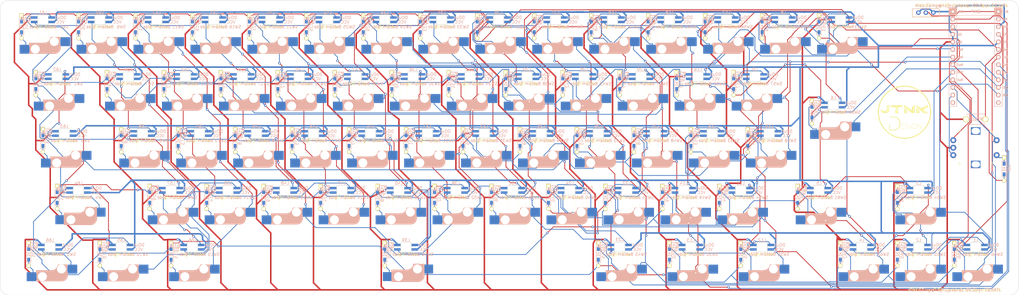
<source format=kicad_pcb>
(kicad_pcb (version 20171130) (host pcbnew "(5.1.12)-1")
  (layers (0 F.Cu signal) (31 B.Cu signal) (34 B.Paste user) (35 F.Paste user) (36 B.SilkS user) (37 F.SilkS user) (38 B.Mask user) (39 F.Mask user) (44 Edge.Cuts user))
  (net 0 "")
  (net 1 "Net-(D1-Pad2)")
  (net 2 Row0)
  (net 3 "Net-(D2-Pad2)")
  (net 4 Row1)
  (net 5 "Net-(D3-Pad2)")
  (net 6 Row2)
  (net 7 "Net-(D4-Pad2)")
  (net 8 Row3)
  (net 9 "Net-(D5-Pad2)")
  (net 10 Row4)
  (net 11 "Net-(D6-Pad2)")
  (net 12 "Net-(D7-Pad2)")
  (net 13 "Net-(D8-Pad2)")
  (net 14 "Net-(D9-Pad2)")
  (net 15 "Net-(D10-Pad2)")
  (net 16 "Net-(D11-Pad2)")
  (net 17 "Net-(D12-Pad2)")
  (net 18 "Net-(D13-Pad2)")
  (net 19 "Net-(D14-Pad2)")
  (net 20 "Net-(D15-Pad2)")
  (net 21 "Net-(D16-Pad2)")
  (net 22 "Net-(D17-Pad2)")
  (net 23 "Net-(D18-Pad2)")
  (net 24 "Net-(D19-Pad2)")
  (net 25 "Net-(D20-Pad2)")
  (net 26 "Net-(D21-Pad2)")
  (net 27 "Net-(D22-Pad2)")
  (net 28 "Net-(D23-Pad2)")
  (net 29 "Net-(D24-Pad2)")
  (net 30 "Net-(D25-Pad2)")
  (net 31 "Net-(D26-Pad2)")
  (net 32 "Net-(D27-Pad2)")
  (net 33 "Net-(D28-Pad2)")
  (net 34 "Net-(D29-Pad2)")
  (net 35 "Net-(D30-Pad2)")
  (net 36 "Net-(D31-Pad2)")
  (net 37 "Net-(D32-Pad2)")
  (net 38 "Net-(D33-Pad2)")
  (net 39 "Net-(D34-Pad2)")
  (net 40 "Net-(D35-Pad2)")
  (net 41 "Net-(D36-Pad2)")
  (net 42 "Net-(D37-Pad1)")
  (net 43 "Net-(D38-Pad1)")
  (net 44 "Net-(D39-Pad1)")
  (net 45 "Net-(D40-Pad1)")
  (net 46 "Net-(D41-Pad1)")
  (net 47 "Net-(D42-Pad1)")
  (net 48 "Net-(D43-Pad1)")
  (net 49 "Net-(D44-Pad1)")
  (net 50 "Net-(D45-Pad1)")
  (net 51 "Net-(D46-Pad1)")
  (net 52 "Net-(D47-Pad1)")
  (net 53 "Net-(D48-Pad1)")
  (net 54 "Net-(D49-Pad1)")
  (net 55 "Net-(D50-Pad1)")
  (net 56 "Net-(D51-Pad1)")
  (net 57 "Net-(D52-Pad1)")
  (net 58 "Net-(D53-Pad1)")
  (net 59 "Net-(D54-Pad1)")
  (net 60 "Net-(D55-Pad1)")
  (net 61 "Net-(D56-Pad1)")
  (net 62 "Net-(D57-Pad1)")
  (net 63 "Net-(D58-Pad1)")
  (net 64 "Net-(D59-Pad1)")
  (net 65 "Net-(D60-Pad1)")
  (net 66 "Net-(D61-Pad1)")
  (net 67 "Net-(D62-Pad1)")
  (net 68 "Net-(D63-Pad1)")
  (net 69 "Net-(D64-Pad1)")
  (net 70 "Net-(D65-Pad1)")
  (net 71 "Net-(D66-Pad1)")
  (net 72 "Net-(D67-Pad1)")
  (net 73 GND)
  (net 74 Bat+)
  (net 75 LED)
  (net 76 "Net-(L1-Pad1)")
  (net 77 VCC)
  (net 78 "Net-(L2-Pad1)")
  (net 79 "Net-(L3-Pad1)")
  (net 80 "Net-(L4-Pad1)")
  (net 81 "Net-(L5-Pad1)")
  (net 82 "Net-(L6-Pad1)")
  (net 83 "Net-(L7-Pad1)")
  (net 84 "Net-(L8-Pad1)")
  (net 85 "Net-(L10-Pad3)")
  (net 86 "Net-(L10-Pad1)")
  (net 87 "Net-(L11-Pad1)")
  (net 88 "Net-(L12-Pad1)")
  (net 89 "Net-(L13-Pad1)")
  (net 90 "Net-(L14-Pad1)")
  (net 91 "Net-(L15-Pad1)")
  (net 92 "Net-(L16-Pad1)")
  (net 93 "Net-(L17-Pad1)")
  (net 94 "Net-(L18-Pad1)")
  (net 95 "Net-(L19-Pad1)")
  (net 96 "Net-(L20-Pad1)")
  (net 97 "Net-(L21-Pad1)")
  (net 98 "Net-(L22-Pad1)")
  (net 99 "Net-(L23-Pad1)")
  (net 100 "Net-(L24-Pad1)")
  (net 101 "Net-(L25-Pad1)")
  (net 102 "Net-(L26-Pad1)")
  (net 103 "Net-(L27-Pad1)")
  (net 104 "Net-(L28-Pad1)")
  (net 105 "Net-(L29-Pad1)")
  (net 106 "Net-(L30-Pad1)")
  (net 107 "Net-(L31-Pad1)")
  (net 108 "Net-(L32-Pad1)")
  (net 109 "Net-(L33-Pad1)")
  (net 110 "Net-(L34-Pad1)")
  (net 111 "Net-(L35-Pad1)")
  (net 112 "Net-(L36-Pad1)")
  (net 113 "Net-(L37-Pad1)")
  (net 114 "Net-(L38-Pad1)")
  (net 115 "Net-(L39-Pad1)")
  (net 116 "Net-(L40-Pad1)")
  (net 117 "Net-(L41-Pad1)")
  (net 118 "Net-(L42-Pad1)")
  (net 119 "Net-(L43-Pad1)")
  (net 120 "Net-(L44-Pad1)")
  (net 121 "Net-(L45-Pad1)")
  (net 122 "Net-(L46-Pad1)")
  (net 123 "Net-(L47-Pad1)")
  (net 124 "Net-(L48-Pad1)")
  (net 125 "Net-(L49-Pad1)")
  (net 126 "Net-(L50-Pad1)")
  (net 127 "Net-(L51-Pad1)")
  (net 128 "Net-(L52-Pad1)")
  (net 129 "Net-(L53-Pad1)")
  (net 130 "Net-(L54-Pad1)")
  (net 131 "Net-(L55-Pad1)")
  (net 132 "Net-(L56-Pad1)")
  (net 133 "Net-(L57-Pad1)")
  (net 134 "Net-(L58-Pad1)")
  (net 135 "Net-(L59-Pad1)")
  (net 136 "Net-(L60-Pad1)")
  (net 137 "Net-(L61-Pad1)")
  (net 138 "Net-(L62-Pad1)")
  (net 139 "Net-(L63-Pad1)")
  (net 140 "Net-(L64-Pad1)")
  (net 141 "Net-(L65-Pad1)")
  (net 142 "Net-(L66-Pad1)")
  (net 143 Col0)
  (net 144 Col1)
  (net 145 Col2)
  (net 146 Col3)
  (net 147 Col4)
  (net 148 Col5)
  (net 149 Col6)
  (net 150 Col7)
  (net 151 B1)
  (net 152 A1)
  (net 153 Reset)
  (net 154 "Net-(U1-Pad24)")
  (net 155 "Net-(U1-Pad13)")
  (net 156 "Net-(U1-Pad12)")
  (module 02_Assemble:logo (layer F.Cu) (at 316.70625 54.76875)
    (fp_text reference G*** hide)
    (fp_text value LOGO hide)
  )
  (module kbd_Hole:m2_Screw_Hole_EdgeCuts (layer F.Cu) (at 111.919 19.05)
    (fp_text reference J11 hide)
    (fp_text value Conn_01x01 hide)
    (fp_circle (center 0 0) (end 1.1 0) (layer Edge.Cuts) (width 0.01))
  )
  (module kbd_Hole:m2_Screw_Hole_EdgeCuts (layer F.Cu) (at 111.919 111.919)
    (fp_text reference J10 hide)
    (fp_text value Conn_01x01 hide)
    (fp_circle (center 0 0) (end 1.1 0) (layer Edge.Cuts) (width 0.01))
  )
  (module kbd_Hole:m2_Screw_Hole_EdgeCuts (layer F.Cu) (at 209.55 111.919)
    (fp_text reference J9 hide)
    (fp_text value Conn_01x01 hide)
    (fp_circle (center 0 0) (end 1.1 0) (layer Edge.Cuts) (width 0.01))
  )
  (module kbd_Hole:m2_Screw_Hole_EdgeCuts (layer F.Cu) (at 209.55 19.05)
    (fp_text reference J8 hide)
    (fp_text value Conn_01x01 hide)
    (fp_circle (center 0 0) (end 1.1 0) (layer Edge.Cuts) (width 0.01))
  )
  (module kbd_SW:CherryMX_Hotswap_ISO_Rev (layer F.Cu) (at 292.894 57.15 270)
    (fp_text reference SW60 (at -2.38125 -7.1435) (layer B.SilkS) (effects (justify mirror)))
    (fp_text value SW_PUSH hide)
    (pad "" np_thru_hole circle (at -11.938 -8.255 90) (size 3.9878 3.9878) (drill 3.9878) (layers *.Cu *.Mask))
    (pad "" np_thru_hole circle (at 11.938 6.985 90) (size 3.048 3.048) (drill 3.048) (layers *.Cu *.Mask))
    (pad "" np_thru_hole circle (at 11.938 -8.255 90) (size 3.9878 3.9878) (drill 3.9878) (layers *.Cu *.Mask))
    (pad "" np_thru_hole circle (at -11.938 6.985 90) (size 3.048 3.048) (drill 3.048) (layers *.Cu *.Mask))
    (pad "" np_thru_hole circle (at 5.08 2.54) (size 3 3) (drill 3) (layers *.Cu *.Mask))
    (pad "" np_thru_hole circle (at 0 -5.08 180) (size 1.8 1.8) (drill 1.8) (layers *.Cu *.Mask))
    (pad "" np_thru_hole circle (at 0 5.08 180) (size 1.8 1.8) (drill 1.8) (layers *.Cu *.Mask))
    (pad "" np_thru_hole circle (at 0 0 180) (size 3.9878 3.9878) (drill 3.9878) (layers *.Cu *.Mask))
    (pad "" np_thru_hole circle (at 0 0 270) (size 3.9878 3.9878) (drill 3.9878) (layers *.Cu *.Mask))
    (pad 1 smd rect (at 2.54 -6.9) (size 3.3 3) (drill (offset 0.5 0)) (layers B.Cu B.Paste B.Mask) (net 148 Col5))
    (pad "" np_thru_hole circle (at 0 0 270) (size 4 4) (drill 4) (layers *.Cu *.Mask))
    (pad "" np_thru_hole circle (at 2.54 -3.81) (size 3 3) (drill 3) (layers *.Cu *.Mask))
    (pad 2 smd rect (at 5.08 5.6) (size 3.3 3) (drill (offset -0.5 0)) (layers B.Cu B.Paste B.Mask) (net 65 "Net-(D60-Pad1)"))
  )
  (module kbd_SW:CherryMX_Hotswap_6.25u (layer F.Cu) (at 150.019 104.775 180)
    (fp_text reference SW20 (at -7.1435 2.38125) (layer B.SilkS) (effects (justify mirror)))
    (fp_text value SW_PUSH hide)
    (pad "" np_thru_hole circle (at -50.01 8.24) (size 4 4) (drill 4) (layers *.Cu *.Mask))
    (pad "" np_thru_hole circle (at 50.01 8.24) (size 4 4) (drill 4) (layers *.Cu *.Mask))
    (pad "" np_thru_hole circle (at 50.01 -7) (size 3.05 3.05) (drill 3.05) (layers *.Cu *.Mask))
    (pad "" np_thru_hole circle (at -50.01 -7) (size 3.05 3.05) (drill 3.05) (layers *.Cu *.Mask))
    (pad 1 smd rect (at -6.9 -2.54) (size 3.3 3) (drill (offset 0.5 0)) (layers B.Cu B.Paste B.Mask) (net 146 Col3))
    (pad "" np_thru_hole circle (at 2.54 -5.08) (size 3 3) (drill 3) (layers *.Cu *.Mask))
    (pad "" np_thru_hole circle (at 0 0 270) (size 4 4) (drill 4) (layers *.Cu *.Mask))
    (pad "" np_thru_hole circle (at 5.08 0 180) (size 1.8 1.8) (drill 1.8) (layers *.Cu *.Mask))
    (pad "" np_thru_hole circle (at -5.08 0 180) (size 1.8 1.8) (drill 1.8) (layers *.Cu *.Mask))
    (pad "" np_thru_hole circle (at -3.81 -2.54) (size 3 3) (drill 3) (layers *.Cu *.Mask))
    (pad 2 smd rect (at 5.6 -5.08) (size 3.3 3) (drill (offset -0.5 0)) (layers B.Cu B.Paste B.Mask) (net 25 "Net-(D20-Pad2)"))
  )
  (module kbd_Parts:Micon_BMP_GL (layer F.Cu) (at 340.519 38.1)
    (fp_text reference U1 hide)
    (fp_text value BLEMicroPro hide)
    (fp_text user Row3 (at -5.25 3.302 180) (layer B.SilkS) (effects (font (size 0.75 0.5) (thickness 0.125)) (justify mirror)))
    (fp_text user Col4 (at 9.95 5.85 180) (layer B.SilkS) (effects (font (size 0.75 0.5) (thickness 0.125)) (justify mirror)))
    (fp_text user Row4 (at -5.2 5.85 180) (layer B.SilkS) (effects (font (size 0.75 0.5) (thickness 0.125)) (justify mirror)))
    (fp_text user Col5 (at 9.95 8.4455 180) (layer B.SilkS) (effects (font (size 0.75 0.5) (thickness 0.125)) (justify mirror)))
    (fp_text user Col7 (at -5.2 8.4455 180) (layer B.SilkS) (effects (font (size 0.75 0.5) (thickness 0.125)) (justify mirror)))
    (fp_text user Col6 (at 9.95 10.95 180) (layer B.SilkS) (effects (font (size 0.75 0.5) (thickness 0.125)) (justify mirror)))
    (fp_text user Col0 (at 9.9 -4.3 180) (layer B.SilkS) (effects (font (size 0.75 0.5) (thickness 0.125)) (justify mirror)))
    (fp_text user Row0 (at -5.161 -4.318 180) (layer B.SilkS) (effects (font (size 0.75 0.5) (thickness 0.125)) (justify mirror)))
    (fp_text user Col1 (at 9.85 -1.778 180) (layer B.SilkS) (effects (font (size 0.75 0.5) (thickness 0.125)) (justify mirror)))
    (fp_text user Row1 (at -5.161 -1.778 180) (layer B.SilkS) (effects (font (size 0.75 0.5) (thickness 0.125)) (justify mirror)))
    (fp_text user Col2 (at 9.9 0.762 180) (layer B.SilkS) (effects (font (size 0.75 0.5) (thickness 0.125)) (justify mirror)))
    (fp_text user Row2 (at -5.2 0.8 180) (layer B.SilkS) (effects (font (size 0.75 0.5) (thickness 0.125)) (justify mirror)))
    (fp_text user Col3 (at 9.9 3.35 180) (layer B.SilkS) (effects (font (size 0.75 0.5) (thickness 0.125)) (justify mirror)))
    (fp_text user GND (at -5.361 -6.7945 180) (layer B.SilkS) (effects (font (size 0.75 0.5) (thickness 0.125)) (justify mirror)))
    (fp_text user VCC (at 9.8155 -6.858 180) (layer B.SilkS) (effects (font (size 0.75 0.5) (thickness 0.125)) (justify mirror)))
    (fp_text user GND (at -5.4245 -9.3345 180) (layer B.SilkS) (effects (font (size 0.75 0.5) (thickness 0.125)) (justify mirror)))
    (fp_text user RST (at 9.8155 -9.3345 180) (layer B.SilkS) (effects (font (size 0.75 0.5) (thickness 0.125)) (justify mirror)))
    (fp_text user GND (at 9.8155 -11.938 180) (layer B.SilkS) (effects (font (size 0.75 0.5) (thickness 0.125)) (justify mirror)))
    (fp_text user LED (at -5.5 -14.478 180) (layer B.SilkS) (effects (font (size 0.75 0.5) (thickness 0.125)) (justify mirror)))
    (fp_text user RAW (at 9.8155 -14.478 180) (layer B.SilkS) (effects (font (size 0.75 0.5) (thickness 0.125)) (justify mirror)))
    (fp_text user "" (at 1.2065 -16.256 180) (layer F.SilkS))
    (fp_text user "" (at 0.5 -17.25 180) (layer B.SilkS) (effects (justify mirror)))
    (fp_text user BAT+ (at 9.9155 -17.018 180) (layer B.SilkS) (effects (font (size 0.75 0.5) (thickness 0.125)) (justify mirror)))
    (fp_text user BAT- (at -5.3 -17.018 180) (layer B.SilkS) (effects (font (size 0.75 0.5) (thickness 0.125)) (justify mirror)))
    (fp_text user BMP (at 0 -17 180) (layer B.SilkS) (effects (justify mirror)))
    (pad 24 thru_hole circle (at 7.5636 -14.478 180) (size 1.524 1.524) (drill 0.8128) (layers *.Cu *.Mask B.SilkS) (net 154 "Net-(U1-Pad24)"))
    (pad 23 thru_hole circle (at 7.5636 -11.938 180) (size 1.524 1.524) (drill 0.8128) (layers *.Cu *.Mask B.SilkS) (net 73 GND))
    (pad 22 thru_hole circle (at 7.5636 -9.398 180) (size 1.524 1.524) (drill 0.8128) (layers *.Cu *.Mask B.SilkS) (net 153 Reset))
    (pad 21 thru_hole circle (at 7.5636 -6.858 180) (size 1.524 1.524) (drill 0.8128) (layers *.Cu *.Mask B.SilkS) (net 77 VCC))
    (pad 20 thru_hole circle (at 7.5636 -4.318 180) (size 1.524 1.524) (drill 0.8128) (layers *.Cu *.Mask B.SilkS) (net 143 Col0))
    (pad 19 thru_hole circle (at 7.5636 -1.778 180) (size 1.524 1.524) (drill 0.8128) (layers *.Cu *.Mask B.SilkS) (net 144 Col1))
    (pad 18 thru_hole circle (at 7.5636 0.762 180) (size 1.524 1.524) (drill 0.8128) (layers *.Cu *.Mask B.SilkS) (net 145 Col2))
    (pad 17 thru_hole circle (at 7.5636 3.302 180) (size 1.524 1.524) (drill 0.8128) (layers *.Cu *.Mask B.SilkS) (net 146 Col3))
    (pad 16 thru_hole circle (at 7.5636 5.842 180) (size 1.524 1.524) (drill 0.8128) (layers *.Cu *.Mask B.SilkS) (net 147 Col4))
    (pad 15 thru_hole circle (at 7.5636 8.382 180) (size 1.524 1.524) (drill 0.8128) (layers *.Cu *.Mask B.SilkS) (net 148 Col5))
    (pad 14 thru_hole circle (at 7.5636 10.922 180) (size 1.524 1.524) (drill 0.8128) (layers *.Cu *.Mask B.SilkS) (net 149 Col6))
    (pad 13 thru_hole circle (at 7.5636 13.462 180) (size 1.524 1.524) (drill 0.8128) (layers *.Cu *.Mask B.SilkS) (net 155 "Net-(U1-Pad13)"))
    (pad 12 thru_hole circle (at -7.6564 13.462 180) (size 1.524 1.524) (drill 0.8128) (layers *.Cu *.Mask B.SilkS) (net 156 "Net-(U1-Pad12)"))
    (pad 11 thru_hole circle (at -7.6564 10.922 180) (size 1.524 1.524) (drill 0.8128) (layers *.Cu *.Mask B.SilkS) (net 151 B1))
    (pad 10 thru_hole circle (at -7.6564 8.382 180) (size 1.524 1.524) (drill 0.8128) (layers *.Cu *.Mask B.SilkS) (net 150 Col7))
    (pad 9 thru_hole circle (at -7.6564 5.842 180) (size 1.524 1.524) (drill 0.8128) (layers *.Cu *.Mask B.SilkS) (net 10 Row4))
    (pad 8 thru_hole circle (at -7.6564 3.302 180) (size 1.524 1.524) (drill 0.8128) (layers *.Cu *.Mask B.SilkS) (net 8 Row3))
    (pad 7 thru_hole circle (at -7.6564 0.762 180) (size 1.524 1.524) (drill 0.8128) (layers *.Cu *.Mask B.SilkS) (net 6 Row2))
    (pad 6 thru_hole circle (at -7.6564 -1.778 180) (size 1.524 1.524) (drill 0.8128) (layers *.Cu *.Mask B.SilkS) (net 4 Row1))
    (pad 5 thru_hole circle (at -7.6564 -4.318 180) (size 1.524 1.524) (drill 0.8128) (layers *.Cu *.Mask B.SilkS) (net 2 Row0))
    (pad 4 thru_hole circle (at -7.6564 -6.858 180) (size 1.524 1.524) (drill 0.8128) (layers *.Cu *.Mask B.SilkS) (net 73 GND))
    (pad 3 thru_hole circle (at -7.6564 -9.398 180) (size 1.524 1.524) (drill 0.8128) (layers *.Cu *.Mask B.SilkS) (net 73 GND))
    (pad 2 thru_hole circle (at -7.6564 -11.938 180) (size 1.524 1.524) (drill 0.8128) (layers *.Cu *.Mask B.SilkS) (net 152 A1))
    (pad 1 thru_hole circle (at -7.6564 -14.478 180) (size 1.524 1.524) (drill 0.8128) (layers *.Cu *.Mask B.SilkS) (net 75 LED))
    (pad 26 thru_hole circle (at -7.6564 -17.018 180) (size 1.524 1.524) (drill 0.8128) (layers *.Cu *.Mask B.SilkS) (net 73 GND))
    (pad 25 thru_hole circle (at 7.5636 -17.018 180) (size 1.524 1.524) (drill 0.8128) (layers *.Cu *.Mask B.SilkS) (net 74 Bat+))
  )
  (module kbd_Parts:ResetSW (layer F.Cu) (at 340.519 57.15)
    (fp_text reference SW68 hide)
    (fp_text value SW_PUSH)
    (fp_text user RESET (at 0.127 0) (layer B.SilkS) (effects (justify mirror)))
    (pad 2 thru_hole circle (at -3.25 0) (size 2 2) (drill 1.3) (layers *.Cu *.Mask F.SilkS) (net 73 GND))
    (pad 1 thru_hole circle (at 3.25 0) (size 2 2) (drill 1.3) (layers *.Cu *.Mask F.SilkS) (net 153 Reset))
  )
  (module kbd_Parts:RotaryEncoder_EC12E (layer F.Cu) (at 340.519 66.675)
    (fp_text reference SW67)
    (fp_text value Rotary_Encoder_Switch)
    (pad S1 thru_hole circle (at 7 2.5) (size 2 2) (drill 1) (layers *.Cu *.Mask) (net 72 "Net-(D67-Pad1)"))
    (pad S2 thru_hole circle (at 7 -2.5) (size 2 2) (drill 1) (layers *.Cu *.Mask) (net 150 Col7))
    (pad MP thru_hole rect (at 0 5.6) (size 3.2 2.5) (drill oval 2.8 2) (layers *.Cu *.Mask))
    (pad MP thru_hole rect (at 0 -5.6) (size 3.2 2.5) (drill oval 2.8 2) (layers *.Cu *.Mask))
    (pad B thru_hole circle (at -7.5 2.5) (size 2 2) (drill 1) (layers *.Cu *.Mask) (net 151 B1))
    (pad C thru_hole circle (at -7.5 0) (size 2 2) (drill 1) (layers *.Cu *.Mask) (net 73 GND))
    (pad A thru_hole circle (at -7.5 -2.5) (size 2 2) (drill 1) (layers *.Cu *.Mask) (net 152 A1))
  )
  (module kbd_SW:CherryMX_Hotswap_1u (layer F.Cu) (at 340.519 104.775 180)
    (fp_text reference SW66 (at -7.1435 2.38125) (layer B.SilkS) (effects (justify mirror)))
    (fp_text value SW_PUSH hide)
    (pad 2 smd rect (at 5.7 -5.12) (size 3.3 3) (drill (offset -0.45 0)) (layers B.Cu B.Paste B.Mask) (net 71 "Net-(D66-Pad1)"))
    (pad "" np_thru_hole circle (at -5.08 0 180) (size 2 2) (drill 2) (layers *.Cu *.Mask F.SilkS))
    (pad "" np_thru_hole circle (at 5.08 0 180) (size 2 2) (drill 2) (layers *.Cu *.Mask F.SilkS))
    (pad "" np_thru_hole circle (at 0 0 270) (size 4 4) (drill 4) (layers *.Cu *.Mask F.SilkS))
    (pad "" np_thru_hole circle (at 2.54 -5.08) (size 3 3) (drill 3) (layers *.Cu *.Mask))
    (pad "" np_thru_hole circle (at -3.81 -2.54) (size 3 3) (drill 3) (layers *.Cu *.Mask))
    (pad 1 smd rect (at -7 -2.58) (size 3.3 3) (drill (offset 0.45 0)) (layers B.Cu B.Paste B.Mask) (net 150 Col7))
  )
  (module kbd_SW:CherryMX_Hotswap_1u (layer F.Cu) (at 321.469 104.775 180)
    (fp_text reference SW65 (at -7.1435 2.38125) (layer B.SilkS) (effects (justify mirror)))
    (fp_text value SW_PUSH hide)
    (pad 2 smd rect (at 5.7 -5.12) (size 3.3 3) (drill (offset -0.45 0)) (layers B.Cu B.Paste B.Mask) (net 70 "Net-(D65-Pad1)"))
    (pad "" np_thru_hole circle (at -5.08 0 180) (size 2 2) (drill 2) (layers *.Cu *.Mask F.SilkS))
    (pad "" np_thru_hole circle (at 5.08 0 180) (size 2 2) (drill 2) (layers *.Cu *.Mask F.SilkS))
    (pad "" np_thru_hole circle (at 0 0 270) (size 4 4) (drill 4) (layers *.Cu *.Mask F.SilkS))
    (pad "" np_thru_hole circle (at 2.54 -5.08) (size 3 3) (drill 3) (layers *.Cu *.Mask))
    (pad "" np_thru_hole circle (at -3.81 -2.54) (size 3 3) (drill 3) (layers *.Cu *.Mask))
    (pad 1 smd rect (at -7 -2.58) (size 3.3 3) (drill (offset 0.45 0)) (layers B.Cu B.Paste B.Mask) (net 149 Col6))
  )
  (module kbd_SW:CherryMX_Hotswap_1u (layer F.Cu) (at 321.469 85.725 180)
    (fp_text reference SW64 (at -7.1435 2.38125) (layer B.SilkS) (effects (justify mirror)))
    (fp_text value SW_PUSH hide)
    (pad 2 smd rect (at 5.7 -5.12) (size 3.3 3) (drill (offset -0.45 0)) (layers B.Cu B.Paste B.Mask) (net 69 "Net-(D64-Pad1)"))
    (pad "" np_thru_hole circle (at -5.08 0 180) (size 2 2) (drill 2) (layers *.Cu *.Mask F.SilkS))
    (pad "" np_thru_hole circle (at 5.08 0 180) (size 2 2) (drill 2) (layers *.Cu *.Mask F.SilkS))
    (pad "" np_thru_hole circle (at 0 0 270) (size 4 4) (drill 4) (layers *.Cu *.Mask F.SilkS))
    (pad "" np_thru_hole circle (at 2.54 -5.08) (size 3 3) (drill 3) (layers *.Cu *.Mask))
    (pad "" np_thru_hole circle (at -3.81 -2.54) (size 3 3) (drill 3) (layers *.Cu *.Mask))
    (pad 1 smd rect (at -7 -2.58) (size 3.3 3) (drill (offset 0.45 0)) (layers B.Cu B.Paste B.Mask) (net 149 Col6))
  )
  (module kbd_SW:CherryMX_Hotswap_1u (layer F.Cu) (at 295.275 28.575 180)
    (fp_text reference SW63 (at -6.735 2.255) (layer B.SilkS) (effects (justify mirror)))
    (fp_text value SW_PUSH hide)
    (pad 2 smd rect (at 5.7 -5.12) (size 3.3 3) (drill (offset -0.45 0)) (layers B.Cu B.Paste B.Mask) (net 68 "Net-(D63-Pad1)"))
    (pad "" np_thru_hole circle (at -5.08 0 180) (size 2 2) (drill 2) (layers *.Cu *.Mask F.SilkS))
    (pad "" np_thru_hole circle (at 5.08 0 180) (size 2 2) (drill 2) (layers *.Cu *.Mask F.SilkS))
    (pad "" np_thru_hole circle (at 0 0 270) (size 4 4) (drill 4) (layers *.Cu *.Mask F.SilkS))
    (pad "" np_thru_hole circle (at 2.54 -5.08) (size 3 3) (drill 3) (layers *.Cu *.Mask))
    (pad "" np_thru_hole circle (at -3.81 -2.54) (size 3 3) (drill 3) (layers *.Cu *.Mask))
    (pad 1 smd rect (at -7 -2.58) (size 3.3 3) (drill (offset 0.45 0)) (layers B.Cu B.Paste B.Mask) (net 149 Col6))
  )
  (module kbd_SW:CherryMX_Hotswap_1u (layer F.Cu) (at 302.419 104.775 180)
    (fp_text reference SW62 (at -7.1435 2.38125) (layer B.SilkS) (effects (justify mirror)))
    (fp_text value SW_PUSH hide)
    (pad 2 smd rect (at 5.7 -5.12) (size 3.3 3) (drill (offset -0.45 0)) (layers B.Cu B.Paste B.Mask) (net 67 "Net-(D62-Pad1)"))
    (pad "" np_thru_hole circle (at -5.08 0 180) (size 2 2) (drill 2) (layers *.Cu *.Mask F.SilkS))
    (pad "" np_thru_hole circle (at 5.08 0 180) (size 2 2) (drill 2) (layers *.Cu *.Mask F.SilkS))
    (pad "" np_thru_hole circle (at 0 0 270) (size 4 4) (drill 4) (layers *.Cu *.Mask F.SilkS))
    (pad "" np_thru_hole circle (at 2.54 -5.08) (size 3 3) (drill 3) (layers *.Cu *.Mask))
    (pad "" np_thru_hole circle (at -3.81 -2.54) (size 3 3) (drill 3) (layers *.Cu *.Mask))
    (pad 1 smd rect (at -7 -2.58) (size 3.3 3) (drill (offset 0.45 0)) (layers B.Cu B.Paste B.Mask) (net 148 Col5))
  )
  (module kbd_SW:CherryMX_Hotswap_1.75u (layer F.Cu) (at 288.131 85.725 180)
    (fp_text reference SW61 (at -7.144 2.38125) (layer B.SilkS) (effects (justify mirror)))
    (fp_text value SW_PUSH hide)
    (pad 1 smd rect (at -7 -2.58) (size 3.3 3) (drill (offset 0.45 0)) (layers B.Cu B.Paste B.Mask) (net 148 Col5))
    (pad "" np_thru_hole circle (at -3.81 -2.54) (size 3 3) (drill 3) (layers *.Cu *.Mask))
    (pad "" np_thru_hole circle (at 2.54 -5.08) (size 3 3) (drill 3) (layers *.Cu *.Mask))
    (pad "" np_thru_hole circle (at 0 0 270) (size 4 4) (drill 4) (layers *.Cu *.Mask F.SilkS))
    (pad "" np_thru_hole circle (at 5.08 0 180) (size 2 2) (drill 2) (layers *.Cu *.Mask F.SilkS))
    (pad "" np_thru_hole circle (at -5.08 0 180) (size 2 2) (drill 2) (layers *.Cu *.Mask F.SilkS))
    (pad 2 smd rect (at 5.7 -5.12) (size 3.3 3) (drill (offset -0.45 0)) (layers B.Cu B.Paste B.Mask) (net 66 "Net-(D61-Pad1)"))
  )
  (module kbd_SW:CherryMX_Hotswap_1u (layer F.Cu) (at 276.225 28.575 180)
    (fp_text reference SW59 (at -6.685 2.38125) (layer B.SilkS) (effects (justify mirror)))
    (fp_text value SW_PUSH hide)
    (pad 2 smd rect (at 5.7 -5.12) (size 3.3 3) (drill (offset -0.45 0)) (layers B.Cu B.Paste B.Mask) (net 64 "Net-(D59-Pad1)"))
    (pad "" np_thru_hole circle (at -5.08 0 180) (size 2 2) (drill 2) (layers *.Cu *.Mask F.SilkS))
    (pad "" np_thru_hole circle (at 5.08 0 180) (size 2 2) (drill 2) (layers *.Cu *.Mask F.SilkS))
    (pad "" np_thru_hole circle (at 0 0 270) (size 4 4) (drill 4) (layers *.Cu *.Mask F.SilkS))
    (pad "" np_thru_hole circle (at 2.54 -5.08) (size 3 3) (drill 3) (layers *.Cu *.Mask))
    (pad "" np_thru_hole circle (at -3.81 -2.54) (size 3 3) (drill 3) (layers *.Cu *.Mask))
    (pad 1 smd rect (at -7 -2.58) (size 3.3 3) (drill (offset 0.45 0)) (layers B.Cu B.Paste B.Mask) (net 148 Col5))
  )
  (module kbd_SW:CherryMX_Hotswap_1u (layer F.Cu) (at 271.462 66.675 180)
    (fp_text reference SW58 (at -7.14425 2.38125) (layer B.SilkS) (effects (justify mirror)))
    (fp_text value SW_PUSH hide)
    (pad 2 smd rect (at 5.7 -5.12) (size 3.3 3) (drill (offset -0.45 0)) (layers B.Cu B.Paste B.Mask) (net 63 "Net-(D58-Pad1)"))
    (pad "" np_thru_hole circle (at -5.08 0 180) (size 2 2) (drill 2) (layers *.Cu *.Mask F.SilkS))
    (pad "" np_thru_hole circle (at 5.08 0 180) (size 2 2) (drill 2) (layers *.Cu *.Mask F.SilkS))
    (pad "" np_thru_hole circle (at 0 0 270) (size 4 4) (drill 4) (layers *.Cu *.Mask F.SilkS))
    (pad "" np_thru_hole circle (at 2.54 -5.08) (size 3 3) (drill 3) (layers *.Cu *.Mask))
    (pad "" np_thru_hole circle (at -3.81 -2.54) (size 3 3) (drill 3) (layers *.Cu *.Mask))
    (pad 1 smd rect (at -7 -2.58) (size 3.3 3) (drill (offset 0.45 0)) (layers B.Cu B.Paste B.Mask) (net 147 Col4))
  )
  (module kbd_SW:CherryMX_Hotswap_1u (layer F.Cu) (at 266.7 47.625 180)
    (fp_text reference SW57 (at -7.14375 2.38125) (layer B.SilkS) (effects (justify mirror)))
    (fp_text value SW_PUSH hide)
    (pad 2 smd rect (at 5.7 -5.12) (size 3.3 3) (drill (offset -0.45 0)) (layers B.Cu B.Paste B.Mask) (net 62 "Net-(D57-Pad1)"))
    (pad "" np_thru_hole circle (at -5.08 0 180) (size 2 2) (drill 2) (layers *.Cu *.Mask F.SilkS))
    (pad "" np_thru_hole circle (at 5.08 0 180) (size 2 2) (drill 2) (layers *.Cu *.Mask F.SilkS))
    (pad "" np_thru_hole circle (at 0 0 270) (size 4 4) (drill 4) (layers *.Cu *.Mask F.SilkS))
    (pad "" np_thru_hole circle (at 2.54 -5.08) (size 3 3) (drill 3) (layers *.Cu *.Mask))
    (pad "" np_thru_hole circle (at -3.81 -2.54) (size 3 3) (drill 3) (layers *.Cu *.Mask))
    (pad 1 smd rect (at -7 -2.58) (size 3.3 3) (drill (offset 0.45 0)) (layers B.Cu B.Paste B.Mask) (net 147 Col4))
  )
  (module kbd_SW:CherryMX_Hotswap_1u (layer F.Cu) (at 257.175 28.575 180)
    (fp_text reference SW56 (at -6.795 2.365) (layer B.SilkS) (effects (justify mirror)))
    (fp_text value SW_PUSH hide)
    (pad 2 smd rect (at 5.7 -5.12) (size 3.3 3) (drill (offset -0.45 0)) (layers B.Cu B.Paste B.Mask) (net 61 "Net-(D56-Pad1)"))
    (pad "" np_thru_hole circle (at -5.08 0 180) (size 2 2) (drill 2) (layers *.Cu *.Mask F.SilkS))
    (pad "" np_thru_hole circle (at 5.08 0 180) (size 2 2) (drill 2) (layers *.Cu *.Mask F.SilkS))
    (pad "" np_thru_hole circle (at 0 0 270) (size 4 4) (drill 4) (layers *.Cu *.Mask F.SilkS))
    (pad "" np_thru_hole circle (at 2.54 -5.08) (size 3 3) (drill 3) (layers *.Cu *.Mask))
    (pad "" np_thru_hole circle (at -3.81 -2.54) (size 3 3) (drill 3) (layers *.Cu *.Mask))
    (pad 1 smd rect (at -7 -2.58) (size 3.3 3) (drill (offset 0.45 0)) (layers B.Cu B.Paste B.Mask) (net 147 Col4))
  )
  (module kbd_SW:CherryMX_Hotswap_1.25u (layer F.Cu) (at 269.081 104.775 180)
    (fp_text reference SW55 (at -7.144 2.38125) (layer B.SilkS) (effects (justify mirror)))
    (fp_text value SW_PUSH hide)
    (pad 2 smd rect (at 5.7 -5.12) (size 3.3 3) (drill (offset -0.45 0)) (layers B.Cu B.Paste B.Mask) (net 60 "Net-(D55-Pad1)"))
    (pad "" np_thru_hole circle (at -5.08 0 180) (size 2 2) (drill 2) (layers *.Cu *.Mask F.SilkS))
    (pad "" np_thru_hole circle (at 5.08 0 180) (size 2 2) (drill 2) (layers *.Cu *.Mask F.SilkS))
    (pad "" np_thru_hole circle (at 0 0 270) (size 4 4) (drill 4) (layers *.Cu *.Mask F.SilkS))
    (pad "" np_thru_hole circle (at 2.54 -5.08) (size 3 3) (drill 3) (layers *.Cu *.Mask))
    (pad "" np_thru_hole circle (at -3.81 -2.54) (size 3 3) (drill 3) (layers *.Cu *.Mask))
    (pad 1 smd rect (at -7 -2.58) (size 3.3 3) (drill (offset 0.45 0)) (layers B.Cu B.Paste B.Mask) (net 146 Col3))
  )
  (module kbd_SW:CherryMX_Hotswap_1u (layer F.Cu) (at 261.938 85.725 180)
    (fp_text reference SW54 (at -7.14325 2.38125) (layer B.SilkS) (effects (justify mirror)))
    (fp_text value SW_PUSH hide)
    (pad 2 smd rect (at 5.7 -5.12) (size 3.3 3) (drill (offset -0.45 0)) (layers B.Cu B.Paste B.Mask) (net 59 "Net-(D54-Pad1)"))
    (pad "" np_thru_hole circle (at -5.08 0 180) (size 2 2) (drill 2) (layers *.Cu *.Mask F.SilkS))
    (pad "" np_thru_hole circle (at 5.08 0 180) (size 2 2) (drill 2) (layers *.Cu *.Mask F.SilkS))
    (pad "" np_thru_hole circle (at 0 0 270) (size 4 4) (drill 4) (layers *.Cu *.Mask F.SilkS))
    (pad "" np_thru_hole circle (at 2.54 -5.08) (size 3 3) (drill 3) (layers *.Cu *.Mask))
    (pad "" np_thru_hole circle (at -3.81 -2.54) (size 3 3) (drill 3) (layers *.Cu *.Mask))
    (pad 1 smd rect (at -7 -2.58) (size 3.3 3) (drill (offset 0.45 0)) (layers B.Cu B.Paste B.Mask) (net 146 Col3))
  )
  (module kbd_SW:CherryMX_Hotswap_1u (layer F.Cu) (at 252.412 66.675 180)
    (fp_text reference SW53 (at -7.14425 2.38125) (layer B.SilkS) (effects (justify mirror)))
    (fp_text value SW_PUSH hide)
    (pad 2 smd rect (at 5.7 -5.12) (size 3.3 3) (drill (offset -0.45 0)) (layers B.Cu B.Paste B.Mask) (net 58 "Net-(D53-Pad1)"))
    (pad "" np_thru_hole circle (at -5.08 0 180) (size 2 2) (drill 2) (layers *.Cu *.Mask F.SilkS))
    (pad "" np_thru_hole circle (at 5.08 0 180) (size 2 2) (drill 2) (layers *.Cu *.Mask F.SilkS))
    (pad "" np_thru_hole circle (at 0 0 270) (size 4 4) (drill 4) (layers *.Cu *.Mask F.SilkS))
    (pad "" np_thru_hole circle (at 2.54 -5.08) (size 3 3) (drill 3) (layers *.Cu *.Mask))
    (pad "" np_thru_hole circle (at -3.81 -2.54) (size 3 3) (drill 3) (layers *.Cu *.Mask))
    (pad 1 smd rect (at -7 -2.58) (size 3.3 3) (drill (offset 0.45 0)) (layers B.Cu B.Paste B.Mask) (net 146 Col3))
  )
  (module kbd_SW:CherryMX_Hotswap_1u (layer F.Cu) (at 247.65 47.625 180)
    (fp_text reference SW52 (at -7.14375 2.38125) (layer B.SilkS) (effects (justify mirror)))
    (fp_text value SW_PUSH hide)
    (pad 2 smd rect (at 5.7 -5.12) (size 3.3 3) (drill (offset -0.45 0)) (layers B.Cu B.Paste B.Mask) (net 57 "Net-(D52-Pad1)"))
    (pad "" np_thru_hole circle (at -5.08 0 180) (size 2 2) (drill 2) (layers *.Cu *.Mask F.SilkS))
    (pad "" np_thru_hole circle (at 5.08 0 180) (size 2 2) (drill 2) (layers *.Cu *.Mask F.SilkS))
    (pad "" np_thru_hole circle (at 0 0 270) (size 4 4) (drill 4) (layers *.Cu *.Mask F.SilkS))
    (pad "" np_thru_hole circle (at 2.54 -5.08) (size 3 3) (drill 3) (layers *.Cu *.Mask))
    (pad "" np_thru_hole circle (at -3.81 -2.54) (size 3 3) (drill 3) (layers *.Cu *.Mask))
    (pad 1 smd rect (at -7 -2.58) (size 3.3 3) (drill (offset 0.45 0)) (layers B.Cu B.Paste B.Mask) (net 146 Col3))
  )
  (module kbd_SW:CherryMX_Hotswap_1u (layer F.Cu) (at 238.125 28.575 180)
    (fp_text reference SW51 (at -7.14375 2.395) (layer B.SilkS) (effects (justify mirror)))
    (fp_text value SW_PUSH hide)
    (pad 2 smd rect (at 5.7 -5.12) (size 3.3 3) (drill (offset -0.45 0)) (layers B.Cu B.Paste B.Mask) (net 56 "Net-(D51-Pad1)"))
    (pad "" np_thru_hole circle (at -5.08 0 180) (size 2 2) (drill 2) (layers *.Cu *.Mask F.SilkS))
    (pad "" np_thru_hole circle (at 5.08 0 180) (size 2 2) (drill 2) (layers *.Cu *.Mask F.SilkS))
    (pad "" np_thru_hole circle (at 0 0 270) (size 4 4) (drill 4) (layers *.Cu *.Mask F.SilkS))
    (pad "" np_thru_hole circle (at 2.54 -5.08) (size 3 3) (drill 3) (layers *.Cu *.Mask))
    (pad "" np_thru_hole circle (at -3.81 -2.54) (size 3 3) (drill 3) (layers *.Cu *.Mask))
    (pad 1 smd rect (at -7 -2.58) (size 3.3 3) (drill (offset 0.45 0)) (layers B.Cu B.Paste B.Mask) (net 146 Col3))
  )
  (module kbd_SW:CherryMX_Hotswap_1.25u (layer F.Cu) (at 245.269 104.775 180)
    (fp_text reference SW50 (at -7.1435 2.38125) (layer B.SilkS) (effects (justify mirror)))
    (fp_text value SW_PUSH hide)
    (pad 2 smd rect (at 5.7 -5.12) (size 3.3 3) (drill (offset -0.45 0)) (layers B.Cu B.Paste B.Mask) (net 55 "Net-(D50-Pad1)"))
    (pad "" np_thru_hole circle (at -5.08 0 180) (size 2 2) (drill 2) (layers *.Cu *.Mask F.SilkS))
    (pad "" np_thru_hole circle (at 5.08 0 180) (size 2 2) (drill 2) (layers *.Cu *.Mask F.SilkS))
    (pad "" np_thru_hole circle (at 0 0 270) (size 4 4) (drill 4) (layers *.Cu *.Mask F.SilkS))
    (pad "" np_thru_hole circle (at 2.54 -5.08) (size 3 3) (drill 3) (layers *.Cu *.Mask))
    (pad "" np_thru_hole circle (at -3.81 -2.54) (size 3 3) (drill 3) (layers *.Cu *.Mask))
    (pad 1 smd rect (at -7 -2.58) (size 3.3 3) (drill (offset 0.45 0)) (layers B.Cu B.Paste B.Mask) (net 145 Col2))
  )
  (module kbd_SW:CherryMX_Hotswap_1u (layer F.Cu) (at 242.888 85.725 180)
    (fp_text reference SW49 (at -7.14325 2.38125) (layer B.SilkS) (effects (justify mirror)))
    (fp_text value SW_PUSH hide)
    (pad 2 smd rect (at 5.7 -5.12) (size 3.3 3) (drill (offset -0.45 0)) (layers B.Cu B.Paste B.Mask) (net 54 "Net-(D49-Pad1)"))
    (pad "" np_thru_hole circle (at -5.08 0 180) (size 2 2) (drill 2) (layers *.Cu *.Mask F.SilkS))
    (pad "" np_thru_hole circle (at 5.08 0 180) (size 2 2) (drill 2) (layers *.Cu *.Mask F.SilkS))
    (pad "" np_thru_hole circle (at 0 0 270) (size 4 4) (drill 4) (layers *.Cu *.Mask F.SilkS))
    (pad "" np_thru_hole circle (at 2.54 -5.08) (size 3 3) (drill 3) (layers *.Cu *.Mask))
    (pad "" np_thru_hole circle (at -3.81 -2.54) (size 3 3) (drill 3) (layers *.Cu *.Mask))
    (pad 1 smd rect (at -7 -2.58) (size 3.3 3) (drill (offset 0.45 0)) (layers B.Cu B.Paste B.Mask) (net 145 Col2))
  )
  (module kbd_SW:CherryMX_Hotswap_1u (layer F.Cu) (at 233.362 66.675 180)
    (fp_text reference SW48 (at -7.14425 2.38125) (layer B.SilkS) (effects (justify mirror)))
    (fp_text value SW_PUSH hide)
    (pad 2 smd rect (at 5.7 -5.12) (size 3.3 3) (drill (offset -0.45 0)) (layers B.Cu B.Paste B.Mask) (net 53 "Net-(D48-Pad1)"))
    (pad "" np_thru_hole circle (at -5.08 0 180) (size 2 2) (drill 2) (layers *.Cu *.Mask F.SilkS))
    (pad "" np_thru_hole circle (at 5.08 0 180) (size 2 2) (drill 2) (layers *.Cu *.Mask F.SilkS))
    (pad "" np_thru_hole circle (at 0 0 270) (size 4 4) (drill 4) (layers *.Cu *.Mask F.SilkS))
    (pad "" np_thru_hole circle (at 2.54 -5.08) (size 3 3) (drill 3) (layers *.Cu *.Mask))
    (pad "" np_thru_hole circle (at -3.81 -2.54) (size 3 3) (drill 3) (layers *.Cu *.Mask))
    (pad 1 smd rect (at -7 -2.58) (size 3.3 3) (drill (offset 0.45 0)) (layers B.Cu B.Paste B.Mask) (net 145 Col2))
  )
  (module kbd_SW:CherryMX_Hotswap_1u (layer F.Cu) (at 228.6 47.625 180)
    (fp_text reference SW47 (at -7.14375 2.38125) (layer B.SilkS) (effects (justify mirror)))
    (fp_text value SW_PUSH hide)
    (pad 2 smd rect (at 5.7 -5.12) (size 3.3 3) (drill (offset -0.45 0)) (layers B.Cu B.Paste B.Mask) (net 52 "Net-(D47-Pad1)"))
    (pad "" np_thru_hole circle (at -5.08 0 180) (size 2 2) (drill 2) (layers *.Cu *.Mask F.SilkS))
    (pad "" np_thru_hole circle (at 5.08 0 180) (size 2 2) (drill 2) (layers *.Cu *.Mask F.SilkS))
    (pad "" np_thru_hole circle (at 0 0 270) (size 4 4) (drill 4) (layers *.Cu *.Mask F.SilkS))
    (pad "" np_thru_hole circle (at 2.54 -5.08) (size 3 3) (drill 3) (layers *.Cu *.Mask))
    (pad "" np_thru_hole circle (at -3.81 -2.54) (size 3 3) (drill 3) (layers *.Cu *.Mask))
    (pad 1 smd rect (at -7 -2.58) (size 3.3 3) (drill (offset 0.45 0)) (layers B.Cu B.Paste B.Mask) (net 145 Col2))
  )
  (module kbd_SW:CherryMX_Hotswap_1u (layer F.Cu) (at 219.075 28.575 180)
    (fp_text reference SW46 (at -7.14375 2.38125) (layer B.SilkS) (effects (justify mirror)))
    (fp_text value SW_PUSH hide)
    (pad 2 smd rect (at 5.7 -5.12) (size 3.3 3) (drill (offset -0.45 0)) (layers B.Cu B.Paste B.Mask) (net 51 "Net-(D46-Pad1)"))
    (pad "" np_thru_hole circle (at -5.08 0 180) (size 2 2) (drill 2) (layers *.Cu *.Mask F.SilkS))
    (pad "" np_thru_hole circle (at 5.08 0 180) (size 2 2) (drill 2) (layers *.Cu *.Mask F.SilkS))
    (pad "" np_thru_hole circle (at 0 0 270) (size 4 4) (drill 4) (layers *.Cu *.Mask F.SilkS))
    (pad "" np_thru_hole circle (at 2.54 -5.08) (size 3 3) (drill 3) (layers *.Cu *.Mask))
    (pad "" np_thru_hole circle (at -3.81 -2.54) (size 3 3) (drill 3) (layers *.Cu *.Mask))
    (pad 1 smd rect (at -7 -2.58) (size 3.3 3) (drill (offset 0.45 0)) (layers B.Cu B.Paste B.Mask) (net 145 Col2))
  )
  (module kbd_SW:CherryMX_Hotswap_1.25u (layer F.Cu) (at 221.456 104.775 180)
    (fp_text reference SW45 (at -7.144 2.38125) (layer B.SilkS) (effects (justify mirror)))
    (fp_text value SW_PUSH hide)
    (pad 2 smd rect (at 5.7 -5.12) (size 3.3 3) (drill (offset -0.45 0)) (layers B.Cu B.Paste B.Mask) (net 50 "Net-(D45-Pad1)"))
    (pad "" np_thru_hole circle (at -5.08 0 180) (size 2 2) (drill 2) (layers *.Cu *.Mask F.SilkS))
    (pad "" np_thru_hole circle (at 5.08 0 180) (size 2 2) (drill 2) (layers *.Cu *.Mask F.SilkS))
    (pad "" np_thru_hole circle (at 0 0 270) (size 4 4) (drill 4) (layers *.Cu *.Mask F.SilkS))
    (pad "" np_thru_hole circle (at 2.54 -5.08) (size 3 3) (drill 3) (layers *.Cu *.Mask))
    (pad "" np_thru_hole circle (at -3.81 -2.54) (size 3 3) (drill 3) (layers *.Cu *.Mask))
    (pad 1 smd rect (at -7 -2.58) (size 3.3 3) (drill (offset 0.45 0)) (layers B.Cu B.Paste B.Mask) (net 144 Col1))
  )
  (module kbd_SW:CherryMX_Hotswap_1u (layer F.Cu) (at 223.838 85.725 180)
    (fp_text reference SW44 (at -7.14325 2.38125) (layer B.SilkS) (effects (justify mirror)))
    (fp_text value SW_PUSH hide)
    (pad 2 smd rect (at 5.7 -5.12) (size 3.3 3) (drill (offset -0.45 0)) (layers B.Cu B.Paste B.Mask) (net 49 "Net-(D44-Pad1)"))
    (pad "" np_thru_hole circle (at -5.08 0 180) (size 2 2) (drill 2) (layers *.Cu *.Mask F.SilkS))
    (pad "" np_thru_hole circle (at 5.08 0 180) (size 2 2) (drill 2) (layers *.Cu *.Mask F.SilkS))
    (pad "" np_thru_hole circle (at 0 0 270) (size 4 4) (drill 4) (layers *.Cu *.Mask F.SilkS))
    (pad "" np_thru_hole circle (at 2.54 -5.08) (size 3 3) (drill 3) (layers *.Cu *.Mask))
    (pad "" np_thru_hole circle (at -3.81 -2.54) (size 3 3) (drill 3) (layers *.Cu *.Mask))
    (pad 1 smd rect (at -7 -2.58) (size 3.3 3) (drill (offset 0.45 0)) (layers B.Cu B.Paste B.Mask) (net 144 Col1))
  )
  (module kbd_SW:CherryMX_Hotswap_1u (layer F.Cu) (at 214.312 66.675 180)
    (fp_text reference SW43 (at -7.14425 2.38125) (layer B.SilkS) (effects (justify mirror)))
    (fp_text value SW_PUSH hide)
    (pad 2 smd rect (at 5.7 -5.12) (size 3.3 3) (drill (offset -0.45 0)) (layers B.Cu B.Paste B.Mask) (net 48 "Net-(D43-Pad1)"))
    (pad "" np_thru_hole circle (at -5.08 0 180) (size 2 2) (drill 2) (layers *.Cu *.Mask F.SilkS))
    (pad "" np_thru_hole circle (at 5.08 0 180) (size 2 2) (drill 2) (layers *.Cu *.Mask F.SilkS))
    (pad "" np_thru_hole circle (at 0 0 270) (size 4 4) (drill 4) (layers *.Cu *.Mask F.SilkS))
    (pad "" np_thru_hole circle (at 2.54 -5.08) (size 3 3) (drill 3) (layers *.Cu *.Mask))
    (pad "" np_thru_hole circle (at -3.81 -2.54) (size 3 3) (drill 3) (layers *.Cu *.Mask))
    (pad 1 smd rect (at -7 -2.58) (size 3.3 3) (drill (offset 0.45 0)) (layers B.Cu B.Paste B.Mask) (net 144 Col1))
  )
  (module kbd_SW:CherryMX_Hotswap_1u (layer F.Cu) (at 209.55 47.625 180)
    (fp_text reference SW42 (at -7.14375 2.38125) (layer B.SilkS) (effects (justify mirror)))
    (fp_text value SW_PUSH hide)
    (pad 2 smd rect (at 5.7 -5.12) (size 3.3 3) (drill (offset -0.45 0)) (layers B.Cu B.Paste B.Mask) (net 47 "Net-(D42-Pad1)"))
    (pad "" np_thru_hole circle (at -5.08 0 180) (size 2 2) (drill 2) (layers *.Cu *.Mask F.SilkS))
    (pad "" np_thru_hole circle (at 5.08 0 180) (size 2 2) (drill 2) (layers *.Cu *.Mask F.SilkS))
    (pad "" np_thru_hole circle (at 0 0 270) (size 4 4) (drill 4) (layers *.Cu *.Mask F.SilkS))
    (pad "" np_thru_hole circle (at 2.54 -5.08) (size 3 3) (drill 3) (layers *.Cu *.Mask))
    (pad "" np_thru_hole circle (at -3.81 -2.54) (size 3 3) (drill 3) (layers *.Cu *.Mask))
    (pad 1 smd rect (at -7 -2.58) (size 3.3 3) (drill (offset 0.45 0)) (layers B.Cu B.Paste B.Mask) (net 144 Col1))
  )
  (module kbd_SW:CherryMX_Hotswap_1u (layer F.Cu) (at 200.025 28.575 180)
    (fp_text reference SW41 (at -7.14375 2.38125) (layer B.SilkS) (effects (justify mirror)))
    (fp_text value SW_PUSH hide)
    (pad 2 smd rect (at 5.7 -5.12) (size 3.3 3) (drill (offset -0.45 0)) (layers B.Cu B.Paste B.Mask) (net 46 "Net-(D41-Pad1)"))
    (pad "" np_thru_hole circle (at -5.08 0 180) (size 2 2) (drill 2) (layers *.Cu *.Mask F.SilkS))
    (pad "" np_thru_hole circle (at 5.08 0 180) (size 2 2) (drill 2) (layers *.Cu *.Mask F.SilkS))
    (pad "" np_thru_hole circle (at 0 0 270) (size 4 4) (drill 4) (layers *.Cu *.Mask F.SilkS))
    (pad "" np_thru_hole circle (at 2.54 -5.08) (size 3 3) (drill 3) (layers *.Cu *.Mask))
    (pad "" np_thru_hole circle (at -3.81 -2.54) (size 3 3) (drill 3) (layers *.Cu *.Mask))
    (pad 1 smd rect (at -7 -2.58) (size 3.3 3) (drill (offset 0.45 0)) (layers B.Cu B.Paste B.Mask) (net 144 Col1))
  )
  (module kbd_SW:CherryMX_Hotswap_1u (layer F.Cu) (at 204.788 85.725 180)
    (fp_text reference SW40 (at -7.14325 2.38125) (layer B.SilkS) (effects (justify mirror)))
    (fp_text value SW_PUSH hide)
    (pad 2 smd rect (at 5.7 -5.12) (size 3.3 3) (drill (offset -0.45 0)) (layers B.Cu B.Paste B.Mask) (net 45 "Net-(D40-Pad1)"))
    (pad "" np_thru_hole circle (at -5.08 0 180) (size 2 2) (drill 2) (layers *.Cu *.Mask F.SilkS))
    (pad "" np_thru_hole circle (at 5.08 0 180) (size 2 2) (drill 2) (layers *.Cu *.Mask F.SilkS))
    (pad "" np_thru_hole circle (at 0 0 270) (size 4 4) (drill 4) (layers *.Cu *.Mask F.SilkS))
    (pad "" np_thru_hole circle (at 2.54 -5.08) (size 3 3) (drill 3) (layers *.Cu *.Mask))
    (pad "" np_thru_hole circle (at -3.81 -2.54) (size 3 3) (drill 3) (layers *.Cu *.Mask))
    (pad 1 smd rect (at -7 -2.58) (size 3.3 3) (drill (offset 0.45 0)) (layers B.Cu B.Paste B.Mask) (net 143 Col0))
  )
  (module kbd_SW:CherryMX_Hotswap_1u (layer F.Cu) (at 195.262 66.675 180)
    (fp_text reference SW39 (at -7.14425 2.38125) (layer B.SilkS) (effects (justify mirror)))
    (fp_text value SW_PUSH hide)
    (pad 2 smd rect (at 5.7 -5.12) (size 3.3 3) (drill (offset -0.45 0)) (layers B.Cu B.Paste B.Mask) (net 44 "Net-(D39-Pad1)"))
    (pad "" np_thru_hole circle (at -5.08 0 180) (size 2 2) (drill 2) (layers *.Cu *.Mask F.SilkS))
    (pad "" np_thru_hole circle (at 5.08 0 180) (size 2 2) (drill 2) (layers *.Cu *.Mask F.SilkS))
    (pad "" np_thru_hole circle (at 0 0 270) (size 4 4) (drill 4) (layers *.Cu *.Mask F.SilkS))
    (pad "" np_thru_hole circle (at 2.54 -5.08) (size 3 3) (drill 3) (layers *.Cu *.Mask))
    (pad "" np_thru_hole circle (at -3.81 -2.54) (size 3 3) (drill 3) (layers *.Cu *.Mask))
    (pad 1 smd rect (at -7 -2.58) (size 3.3 3) (drill (offset 0.45 0)) (layers B.Cu B.Paste B.Mask) (net 143 Col0))
  )
  (module kbd_SW:CherryMX_Hotswap_1u (layer F.Cu) (at 190.5 47.625 180)
    (fp_text reference SW38 (at -7.14375 2.38125) (layer B.SilkS) (effects (justify mirror)))
    (fp_text value SW_PUSH hide)
    (pad 2 smd rect (at 5.7 -5.12) (size 3.3 3) (drill (offset -0.45 0)) (layers B.Cu B.Paste B.Mask) (net 43 "Net-(D38-Pad1)"))
    (pad "" np_thru_hole circle (at -5.08 0 180) (size 2 2) (drill 2) (layers *.Cu *.Mask F.SilkS))
    (pad "" np_thru_hole circle (at 5.08 0 180) (size 2 2) (drill 2) (layers *.Cu *.Mask F.SilkS))
    (pad "" np_thru_hole circle (at 0 0 270) (size 4 4) (drill 4) (layers *.Cu *.Mask F.SilkS))
    (pad "" np_thru_hole circle (at 2.54 -5.08) (size 3 3) (drill 3) (layers *.Cu *.Mask))
    (pad "" np_thru_hole circle (at -3.81 -2.54) (size 3 3) (drill 3) (layers *.Cu *.Mask))
    (pad 1 smd rect (at -7 -2.58) (size 3.3 3) (drill (offset 0.45 0)) (layers B.Cu B.Paste B.Mask) (net 143 Col0))
  )
  (module kbd_SW:CherryMX_Hotswap_1u (layer F.Cu) (at 180.975 28.575 180)
    (fp_text reference SW37 (at -7.14375 2.285) (layer B.SilkS) (effects (justify mirror)))
    (fp_text value SW_PUSH hide)
    (pad 2 smd rect (at 5.7 -5.12) (size 3.3 3) (drill (offset -0.45 0)) (layers B.Cu B.Paste B.Mask) (net 42 "Net-(D37-Pad1)"))
    (pad "" np_thru_hole circle (at -5.08 0 180) (size 2 2) (drill 2) (layers *.Cu *.Mask F.SilkS))
    (pad "" np_thru_hole circle (at 5.08 0 180) (size 2 2) (drill 2) (layers *.Cu *.Mask F.SilkS))
    (pad "" np_thru_hole circle (at 0 0 270) (size 4 4) (drill 4) (layers *.Cu *.Mask F.SilkS))
    (pad "" np_thru_hole circle (at 2.54 -5.08) (size 3 3) (drill 3) (layers *.Cu *.Mask))
    (pad "" np_thru_hole circle (at -3.81 -2.54) (size 3 3) (drill 3) (layers *.Cu *.Mask))
    (pad 1 smd rect (at -7 -2.58) (size 3.3 3) (drill (offset 0.45 0)) (layers B.Cu B.Paste B.Mask) (net 143 Col0))
  )
  (module kbd_SW:CherryMX_Hotswap_1u (layer F.Cu) (at 185.738 85.725 180)
    (fp_text reference SW36 (at -7.14325 2.38125) (layer B.SilkS) (effects (justify mirror)))
    (fp_text value SW_PUSH hide)
    (pad 2 smd rect (at 5.7 -5.12) (size 3.3 3) (drill (offset -0.45 0)) (layers B.Cu B.Paste B.Mask) (net 41 "Net-(D36-Pad2)"))
    (pad "" np_thru_hole circle (at -5.08 0 180) (size 2 2) (drill 2) (layers *.Cu *.Mask F.SilkS))
    (pad "" np_thru_hole circle (at 5.08 0 180) (size 2 2) (drill 2) (layers *.Cu *.Mask F.SilkS))
    (pad "" np_thru_hole circle (at 0 0 270) (size 4 4) (drill 4) (layers *.Cu *.Mask F.SilkS))
    (pad "" np_thru_hole circle (at 2.54 -5.08) (size 3 3) (drill 3) (layers *.Cu *.Mask))
    (pad "" np_thru_hole circle (at -3.81 -2.54) (size 3 3) (drill 3) (layers *.Cu *.Mask))
    (pad 1 smd rect (at -7 -2.58) (size 3.3 3) (drill (offset 0.45 0)) (layers B.Cu B.Paste B.Mask) (net 150 Col7))
  )
  (module kbd_SW:CherryMX_Hotswap_1u (layer F.Cu) (at 176.212 66.675 180)
    (fp_text reference SW35 (at -7.14425 2.38125) (layer B.SilkS) (effects (justify mirror)))
    (fp_text value SW_PUSH hide)
    (pad 2 smd rect (at 5.7 -5.12) (size 3.3 3) (drill (offset -0.45 0)) (layers B.Cu B.Paste B.Mask) (net 40 "Net-(D35-Pad2)"))
    (pad "" np_thru_hole circle (at -5.08 0 180) (size 2 2) (drill 2) (layers *.Cu *.Mask F.SilkS))
    (pad "" np_thru_hole circle (at 5.08 0 180) (size 2 2) (drill 2) (layers *.Cu *.Mask F.SilkS))
    (pad "" np_thru_hole circle (at 0 0 270) (size 4 4) (drill 4) (layers *.Cu *.Mask F.SilkS))
    (pad "" np_thru_hole circle (at 2.54 -5.08) (size 3 3) (drill 3) (layers *.Cu *.Mask))
    (pad "" np_thru_hole circle (at -3.81 -2.54) (size 3 3) (drill 3) (layers *.Cu *.Mask))
    (pad 1 smd rect (at -7 -2.58) (size 3.3 3) (drill (offset 0.45 0)) (layers B.Cu B.Paste B.Mask) (net 150 Col7))
  )
  (module kbd_SW:CherryMX_Hotswap_1u (layer F.Cu) (at 171.45 47.625 180)
    (fp_text reference SW34 (at -7.14375 2.38125) (layer B.SilkS) (effects (justify mirror)))
    (fp_text value SW_PUSH hide)
    (pad 2 smd rect (at 5.7 -5.12) (size 3.3 3) (drill (offset -0.45 0)) (layers B.Cu B.Paste B.Mask) (net 39 "Net-(D34-Pad2)"))
    (pad "" np_thru_hole circle (at -5.08 0 180) (size 2 2) (drill 2) (layers *.Cu *.Mask F.SilkS))
    (pad "" np_thru_hole circle (at 5.08 0 180) (size 2 2) (drill 2) (layers *.Cu *.Mask F.SilkS))
    (pad "" np_thru_hole circle (at 0 0 270) (size 4 4) (drill 4) (layers *.Cu *.Mask F.SilkS))
    (pad "" np_thru_hole circle (at 2.54 -5.08) (size 3 3) (drill 3) (layers *.Cu *.Mask))
    (pad "" np_thru_hole circle (at -3.81 -2.54) (size 3 3) (drill 3) (layers *.Cu *.Mask))
    (pad 1 smd rect (at -7 -2.58) (size 3.3 3) (drill (offset 0.45 0)) (layers B.Cu B.Paste B.Mask) (net 150 Col7))
  )
  (module kbd_SW:CherryMX_Hotswap_1u (layer F.Cu) (at 161.925 28.575 180)
    (fp_text reference SW33 (at -7.14375 2.38125) (layer B.SilkS) (effects (justify mirror)))
    (fp_text value SW_PUSH hide)
    (pad 2 smd rect (at 5.7 -5.12) (size 3.3 3) (drill (offset -0.45 0)) (layers B.Cu B.Paste B.Mask) (net 38 "Net-(D33-Pad2)"))
    (pad "" np_thru_hole circle (at -5.08 0 180) (size 2 2) (drill 2) (layers *.Cu *.Mask F.SilkS))
    (pad "" np_thru_hole circle (at 5.08 0 180) (size 2 2) (drill 2) (layers *.Cu *.Mask F.SilkS))
    (pad "" np_thru_hole circle (at 0 0 270) (size 4 4) (drill 4) (layers *.Cu *.Mask F.SilkS))
    (pad "" np_thru_hole circle (at 2.54 -5.08) (size 3 3) (drill 3) (layers *.Cu *.Mask))
    (pad "" np_thru_hole circle (at -3.81 -2.54) (size 3 3) (drill 3) (layers *.Cu *.Mask))
    (pad 1 smd rect (at -7 -2.58) (size 3.3 3) (drill (offset 0.45 0)) (layers B.Cu B.Paste B.Mask) (net 150 Col7))
  )
  (module kbd_SW:CherryMX_Hotswap_1u (layer F.Cu) (at 166.688 85.725 180)
    (fp_text reference SW32 (at -7.14325 2.38125) (layer B.SilkS) (effects (justify mirror)))
    (fp_text value SW_PUSH hide)
    (pad 2 smd rect (at 5.7 -5.12) (size 3.3 3) (drill (offset -0.45 0)) (layers B.Cu B.Paste B.Mask) (net 37 "Net-(D32-Pad2)"))
    (pad "" np_thru_hole circle (at -5.08 0 180) (size 2 2) (drill 2) (layers *.Cu *.Mask F.SilkS))
    (pad "" np_thru_hole circle (at 5.08 0 180) (size 2 2) (drill 2) (layers *.Cu *.Mask F.SilkS))
    (pad "" np_thru_hole circle (at 0 0 270) (size 4 4) (drill 4) (layers *.Cu *.Mask F.SilkS))
    (pad "" np_thru_hole circle (at 2.54 -5.08) (size 3 3) (drill 3) (layers *.Cu *.Mask))
    (pad "" np_thru_hole circle (at -3.81 -2.54) (size 3 3) (drill 3) (layers *.Cu *.Mask))
    (pad 1 smd rect (at -7 -2.58) (size 3.3 3) (drill (offset 0.45 0)) (layers B.Cu B.Paste B.Mask) (net 149 Col6))
  )
  (module kbd_SW:CherryMX_Hotswap_1u (layer F.Cu) (at 157.162 66.675 180)
    (fp_text reference SW31 (at -7.14425 2.38125) (layer B.SilkS) (effects (justify mirror)))
    (fp_text value SW_PUSH hide)
    (pad 2 smd rect (at 5.7 -5.12) (size 3.3 3) (drill (offset -0.45 0)) (layers B.Cu B.Paste B.Mask) (net 36 "Net-(D31-Pad2)"))
    (pad "" np_thru_hole circle (at -5.08 0 180) (size 2 2) (drill 2) (layers *.Cu *.Mask F.SilkS))
    (pad "" np_thru_hole circle (at 5.08 0 180) (size 2 2) (drill 2) (layers *.Cu *.Mask F.SilkS))
    (pad "" np_thru_hole circle (at 0 0 270) (size 4 4) (drill 4) (layers *.Cu *.Mask F.SilkS))
    (pad "" np_thru_hole circle (at 2.54 -5.08) (size 3 3) (drill 3) (layers *.Cu *.Mask))
    (pad "" np_thru_hole circle (at -3.81 -2.54) (size 3 3) (drill 3) (layers *.Cu *.Mask))
    (pad 1 smd rect (at -7 -2.58) (size 3.3 3) (drill (offset 0.45 0)) (layers B.Cu B.Paste B.Mask) (net 149 Col6))
  )
  (module kbd_SW:CherryMX_Hotswap_1u (layer F.Cu) (at 152.4 47.625 180)
    (fp_text reference SW30 (at -7.14375 2.38125) (layer B.SilkS) (effects (justify mirror)))
    (fp_text value SW_PUSH hide)
    (pad 2 smd rect (at 5.7 -5.12) (size 3.3 3) (drill (offset -0.45 0)) (layers B.Cu B.Paste B.Mask) (net 35 "Net-(D30-Pad2)"))
    (pad "" np_thru_hole circle (at -5.08 0 180) (size 2 2) (drill 2) (layers *.Cu *.Mask F.SilkS))
    (pad "" np_thru_hole circle (at 5.08 0 180) (size 2 2) (drill 2) (layers *.Cu *.Mask F.SilkS))
    (pad "" np_thru_hole circle (at 0 0 270) (size 4 4) (drill 4) (layers *.Cu *.Mask F.SilkS))
    (pad "" np_thru_hole circle (at 2.54 -5.08) (size 3 3) (drill 3) (layers *.Cu *.Mask))
    (pad "" np_thru_hole circle (at -3.81 -2.54) (size 3 3) (drill 3) (layers *.Cu *.Mask))
    (pad 1 smd rect (at -7 -2.58) (size 3.3 3) (drill (offset 0.45 0)) (layers B.Cu B.Paste B.Mask) (net 149 Col6))
  )
  (module kbd_SW:CherryMX_Hotswap_1u (layer F.Cu) (at 142.875 28.575 180)
    (fp_text reference SW29 (at -7.14375 2.38125) (layer B.SilkS) (effects (justify mirror)))
    (fp_text value SW_PUSH hide)
    (pad 2 smd rect (at 5.7 -5.12) (size 3.3 3) (drill (offset -0.45 0)) (layers B.Cu B.Paste B.Mask) (net 34 "Net-(D29-Pad2)"))
    (pad "" np_thru_hole circle (at -5.08 0 180) (size 2 2) (drill 2) (layers *.Cu *.Mask F.SilkS))
    (pad "" np_thru_hole circle (at 5.08 0 180) (size 2 2) (drill 2) (layers *.Cu *.Mask F.SilkS))
    (pad "" np_thru_hole circle (at 0 0 270) (size 4 4) (drill 4) (layers *.Cu *.Mask F.SilkS))
    (pad "" np_thru_hole circle (at 2.54 -5.08) (size 3 3) (drill 3) (layers *.Cu *.Mask))
    (pad "" np_thru_hole circle (at -3.81 -2.54) (size 3 3) (drill 3) (layers *.Cu *.Mask))
    (pad 1 smd rect (at -7 -2.58) (size 3.3 3) (drill (offset 0.45 0)) (layers B.Cu B.Paste B.Mask) (net 149 Col6))
  )
  (module kbd_SW:CherryMX_Hotswap_1u (layer F.Cu) (at 147.638 85.725 180)
    (fp_text reference SW28 (at -7.14325 2.38125) (layer B.SilkS) (effects (justify mirror)))
    (fp_text value SW_PUSH hide)
    (pad 2 smd rect (at 5.7 -5.12) (size 3.3 3) (drill (offset -0.45 0)) (layers B.Cu B.Paste B.Mask) (net 33 "Net-(D28-Pad2)"))
    (pad "" np_thru_hole circle (at -5.08 0 180) (size 2 2) (drill 2) (layers *.Cu *.Mask F.SilkS))
    (pad "" np_thru_hole circle (at 5.08 0 180) (size 2 2) (drill 2) (layers *.Cu *.Mask F.SilkS))
    (pad "" np_thru_hole circle (at 0 0 270) (size 4 4) (drill 4) (layers *.Cu *.Mask F.SilkS))
    (pad "" np_thru_hole circle (at 2.54 -5.08) (size 3 3) (drill 3) (layers *.Cu *.Mask))
    (pad "" np_thru_hole circle (at -3.81 -2.54) (size 3 3) (drill 3) (layers *.Cu *.Mask))
    (pad 1 smd rect (at -7 -2.58) (size 3.3 3) (drill (offset 0.45 0)) (layers B.Cu B.Paste B.Mask) (net 148 Col5))
  )
  (module kbd_SW:CherryMX_Hotswap_1u (layer F.Cu) (at 138.112 66.675 180)
    (fp_text reference SW27 (at -7.14425 2.38125) (layer B.SilkS) (effects (justify mirror)))
    (fp_text value SW_PUSH hide)
    (pad 2 smd rect (at 5.7 -5.12) (size 3.3 3) (drill (offset -0.45 0)) (layers B.Cu B.Paste B.Mask) (net 32 "Net-(D27-Pad2)"))
    (pad "" np_thru_hole circle (at -5.08 0 180) (size 2 2) (drill 2) (layers *.Cu *.Mask F.SilkS))
    (pad "" np_thru_hole circle (at 5.08 0 180) (size 2 2) (drill 2) (layers *.Cu *.Mask F.SilkS))
    (pad "" np_thru_hole circle (at 0 0 270) (size 4 4) (drill 4) (layers *.Cu *.Mask F.SilkS))
    (pad "" np_thru_hole circle (at 2.54 -5.08) (size 3 3) (drill 3) (layers *.Cu *.Mask))
    (pad "" np_thru_hole circle (at -3.81 -2.54) (size 3 3) (drill 3) (layers *.Cu *.Mask))
    (pad 1 smd rect (at -7 -2.58) (size 3.3 3) (drill (offset 0.45 0)) (layers B.Cu B.Paste B.Mask) (net 148 Col5))
  )
  (module kbd_SW:CherryMX_Hotswap_1u (layer F.Cu) (at 133.35 47.625 180)
    (fp_text reference SW26 (at -7.14375 2.38125) (layer B.SilkS) (effects (justify mirror)))
    (fp_text value SW_PUSH hide)
    (pad 2 smd rect (at 5.7 -5.12) (size 3.3 3) (drill (offset -0.45 0)) (layers B.Cu B.Paste B.Mask) (net 31 "Net-(D26-Pad2)"))
    (pad "" np_thru_hole circle (at -5.08 0 180) (size 2 2) (drill 2) (layers *.Cu *.Mask F.SilkS))
    (pad "" np_thru_hole circle (at 5.08 0 180) (size 2 2) (drill 2) (layers *.Cu *.Mask F.SilkS))
    (pad "" np_thru_hole circle (at 0 0 270) (size 4 4) (drill 4) (layers *.Cu *.Mask F.SilkS))
    (pad "" np_thru_hole circle (at 2.54 -5.08) (size 3 3) (drill 3) (layers *.Cu *.Mask))
    (pad "" np_thru_hole circle (at -3.81 -2.54) (size 3 3) (drill 3) (layers *.Cu *.Mask))
    (pad 1 smd rect (at -7 -2.58) (size 3.3 3) (drill (offset 0.45 0)) (layers B.Cu B.Paste B.Mask) (net 148 Col5))
  )
  (module kbd_SW:CherryMX_Hotswap_1u (layer F.Cu) (at 123.825 28.575 180)
    (fp_text reference SW25 (at -7.14375 2.38125) (layer B.SilkS) (effects (justify mirror)))
    (fp_text value SW_PUSH hide)
    (pad 2 smd rect (at 5.7 -5.12) (size 3.3 3) (drill (offset -0.45 0)) (layers B.Cu B.Paste B.Mask) (net 30 "Net-(D25-Pad2)"))
    (pad "" np_thru_hole circle (at -5.08 0 180) (size 2 2) (drill 2) (layers *.Cu *.Mask F.SilkS))
    (pad "" np_thru_hole circle (at 5.08 0 180) (size 2 2) (drill 2) (layers *.Cu *.Mask F.SilkS))
    (pad "" np_thru_hole circle (at 0 0 270) (size 4 4) (drill 4) (layers *.Cu *.Mask F.SilkS))
    (pad "" np_thru_hole circle (at 2.54 -5.08) (size 3 3) (drill 3) (layers *.Cu *.Mask))
    (pad "" np_thru_hole circle (at -3.81 -2.54) (size 3 3) (drill 3) (layers *.Cu *.Mask))
    (pad 1 smd rect (at -7 -2.58) (size 3.3 3) (drill (offset 0.45 0)) (layers B.Cu B.Paste B.Mask) (net 148 Col5))
  )
  (module kbd_SW:CherryMX_Hotswap_1u (layer F.Cu) (at 128.588 85.725 180)
    (fp_text reference SW24 (at -7.14325 2.38125) (layer B.SilkS) (effects (justify mirror)))
    (fp_text value SW_PUSH hide)
    (pad 2 smd rect (at 5.7 -5.12) (size 3.3 3) (drill (offset -0.45 0)) (layers B.Cu B.Paste B.Mask) (net 29 "Net-(D24-Pad2)"))
    (pad "" np_thru_hole circle (at -5.08 0 180) (size 2 2) (drill 2) (layers *.Cu *.Mask F.SilkS))
    (pad "" np_thru_hole circle (at 5.08 0 180) (size 2 2) (drill 2) (layers *.Cu *.Mask F.SilkS))
    (pad "" np_thru_hole circle (at 0 0 270) (size 4 4) (drill 4) (layers *.Cu *.Mask F.SilkS))
    (pad "" np_thru_hole circle (at 2.54 -5.08) (size 3 3) (drill 3) (layers *.Cu *.Mask))
    (pad "" np_thru_hole circle (at -3.81 -2.54) (size 3 3) (drill 3) (layers *.Cu *.Mask))
    (pad 1 smd rect (at -7 -2.58) (size 3.3 3) (drill (offset 0.45 0)) (layers B.Cu B.Paste B.Mask) (net 147 Col4))
  )
  (module kbd_SW:CherryMX_Hotswap_1u (layer F.Cu) (at 119.062 66.675 180)
    (fp_text reference SW23 (at -7.14425 2.38125) (layer B.SilkS) (effects (justify mirror)))
    (fp_text value SW_PUSH hide)
    (pad 2 smd rect (at 5.7 -5.12) (size 3.3 3) (drill (offset -0.45 0)) (layers B.Cu B.Paste B.Mask) (net 28 "Net-(D23-Pad2)"))
    (pad "" np_thru_hole circle (at -5.08 0 180) (size 2 2) (drill 2) (layers *.Cu *.Mask F.SilkS))
    (pad "" np_thru_hole circle (at 5.08 0 180) (size 2 2) (drill 2) (layers *.Cu *.Mask F.SilkS))
    (pad "" np_thru_hole circle (at 0 0 270) (size 4 4) (drill 4) (layers *.Cu *.Mask F.SilkS))
    (pad "" np_thru_hole circle (at 2.54 -5.08) (size 3 3) (drill 3) (layers *.Cu *.Mask))
    (pad "" np_thru_hole circle (at -3.81 -2.54) (size 3 3) (drill 3) (layers *.Cu *.Mask))
    (pad 1 smd rect (at -7 -2.58) (size 3.3 3) (drill (offset 0.45 0)) (layers B.Cu B.Paste B.Mask) (net 147 Col4))
  )
  (module kbd_SW:CherryMX_Hotswap_1u (layer F.Cu) (at 114.3 47.625 180)
    (fp_text reference SW22 (at -7.14375 2.38125) (layer B.SilkS) (effects (justify mirror)))
    (fp_text value SW_PUSH hide)
    (pad 2 smd rect (at 5.7 -5.12) (size 3.3 3) (drill (offset -0.45 0)) (layers B.Cu B.Paste B.Mask) (net 27 "Net-(D22-Pad2)"))
    (pad "" np_thru_hole circle (at -5.08 0 180) (size 2 2) (drill 2) (layers *.Cu *.Mask F.SilkS))
    (pad "" np_thru_hole circle (at 5.08 0 180) (size 2 2) (drill 2) (layers *.Cu *.Mask F.SilkS))
    (pad "" np_thru_hole circle (at 0 0 270) (size 4 4) (drill 4) (layers *.Cu *.Mask F.SilkS))
    (pad "" np_thru_hole circle (at 2.54 -5.08) (size 3 3) (drill 3) (layers *.Cu *.Mask))
    (pad "" np_thru_hole circle (at -3.81 -2.54) (size 3 3) (drill 3) (layers *.Cu *.Mask))
    (pad 1 smd rect (at -7 -2.58) (size 3.3 3) (drill (offset 0.45 0)) (layers B.Cu B.Paste B.Mask) (net 147 Col4))
  )
  (module kbd_SW:CherryMX_Hotswap_1u (layer F.Cu) (at 104.775 28.575 180)
    (fp_text reference SW21 (at -7.14375 2.38125) (layer B.SilkS) (effects (justify mirror)))
    (fp_text value SW_PUSH hide)
    (pad 2 smd rect (at 5.7 -5.12) (size 3.3 3) (drill (offset -0.45 0)) (layers B.Cu B.Paste B.Mask) (net 26 "Net-(D21-Pad2)"))
    (pad "" np_thru_hole circle (at -5.08 0 180) (size 2 2) (drill 2) (layers *.Cu *.Mask F.SilkS))
    (pad "" np_thru_hole circle (at 5.08 0 180) (size 2 2) (drill 2) (layers *.Cu *.Mask F.SilkS))
    (pad "" np_thru_hole circle (at 0 0 270) (size 4 4) (drill 4) (layers *.Cu *.Mask F.SilkS))
    (pad "" np_thru_hole circle (at 2.54 -5.08) (size 3 3) (drill 3) (layers *.Cu *.Mask))
    (pad "" np_thru_hole circle (at -3.81 -2.54) (size 3 3) (drill 3) (layers *.Cu *.Mask))
    (pad 1 smd rect (at -7 -2.58) (size 3.3 3) (drill (offset 0.45 0)) (layers B.Cu B.Paste B.Mask) (net 147 Col4))
  )
  (module kbd_SW:CherryMX_Hotswap_1u (layer F.Cu) (at 109.538 85.725 180)
    (fp_text reference SW19 (at -7.14325 2.38125) (layer B.SilkS) (effects (justify mirror)))
    (fp_text value SW_PUSH hide)
    (pad 2 smd rect (at 5.7 -5.12) (size 3.3 3) (drill (offset -0.45 0)) (layers B.Cu B.Paste B.Mask) (net 24 "Net-(D19-Pad2)"))
    (pad "" np_thru_hole circle (at -5.08 0 180) (size 2 2) (drill 2) (layers *.Cu *.Mask F.SilkS))
    (pad "" np_thru_hole circle (at 5.08 0 180) (size 2 2) (drill 2) (layers *.Cu *.Mask F.SilkS))
    (pad "" np_thru_hole circle (at 0 0 270) (size 4 4) (drill 4) (layers *.Cu *.Mask F.SilkS))
    (pad "" np_thru_hole circle (at 2.54 -5.08) (size 3 3) (drill 3) (layers *.Cu *.Mask))
    (pad "" np_thru_hole circle (at -3.81 -2.54) (size 3 3) (drill 3) (layers *.Cu *.Mask))
    (pad 1 smd rect (at -7 -2.58) (size 3.3 3) (drill (offset 0.45 0)) (layers B.Cu B.Paste B.Mask) (net 146 Col3))
  )
  (module kbd_SW:CherryMX_Hotswap_1u (layer F.Cu) (at 100.012 66.675 180)
    (fp_text reference SW18 (at -7.14425 2.38125) (layer B.SilkS) (effects (justify mirror)))
    (fp_text value SW_PUSH hide)
    (pad 2 smd rect (at 5.7 -5.12) (size 3.3 3) (drill (offset -0.45 0)) (layers B.Cu B.Paste B.Mask) (net 23 "Net-(D18-Pad2)"))
    (pad "" np_thru_hole circle (at -5.08 0 180) (size 2 2) (drill 2) (layers *.Cu *.Mask F.SilkS))
    (pad "" np_thru_hole circle (at 5.08 0 180) (size 2 2) (drill 2) (layers *.Cu *.Mask F.SilkS))
    (pad "" np_thru_hole circle (at 0 0 270) (size 4 4) (drill 4) (layers *.Cu *.Mask F.SilkS))
    (pad "" np_thru_hole circle (at 2.54 -5.08) (size 3 3) (drill 3) (layers *.Cu *.Mask))
    (pad "" np_thru_hole circle (at -3.81 -2.54) (size 3 3) (drill 3) (layers *.Cu *.Mask))
    (pad 1 smd rect (at -7 -2.58) (size 3.3 3) (drill (offset 0.45 0)) (layers B.Cu B.Paste B.Mask) (net 146 Col3))
  )
  (module kbd_SW:CherryMX_Hotswap_1u (layer F.Cu) (at 95.25 47.625 180)
    (fp_text reference SW17 (at -7.14375 2.38125) (layer B.SilkS) (effects (justify mirror)))
    (fp_text value SW_PUSH hide)
    (pad 2 smd rect (at 5.7 -5.12) (size 3.3 3) (drill (offset -0.45 0)) (layers B.Cu B.Paste B.Mask) (net 22 "Net-(D17-Pad2)"))
    (pad "" np_thru_hole circle (at -5.08 0 180) (size 2 2) (drill 2) (layers *.Cu *.Mask F.SilkS))
    (pad "" np_thru_hole circle (at 5.08 0 180) (size 2 2) (drill 2) (layers *.Cu *.Mask F.SilkS))
    (pad "" np_thru_hole circle (at 0 0 270) (size 4 4) (drill 4) (layers *.Cu *.Mask F.SilkS))
    (pad "" np_thru_hole circle (at 2.54 -5.08) (size 3 3) (drill 3) (layers *.Cu *.Mask))
    (pad "" np_thru_hole circle (at -3.81 -2.54) (size 3 3) (drill 3) (layers *.Cu *.Mask))
    (pad 1 smd rect (at -7 -2.58) (size 3.3 3) (drill (offset 0.45 0)) (layers B.Cu B.Paste B.Mask) (net 146 Col3))
  )
  (module kbd_SW:CherryMX_Hotswap_1u (layer F.Cu) (at 85.725 28.575 180)
    (fp_text reference SW16 (at -7.14375 2.38125) (layer B.SilkS) (effects (justify mirror)))
    (fp_text value SW_PUSH hide)
    (pad 2 smd rect (at 5.7 -5.12) (size 3.3 3) (drill (offset -0.45 0)) (layers B.Cu B.Paste B.Mask) (net 21 "Net-(D16-Pad2)"))
    (pad "" np_thru_hole circle (at -5.08 0 180) (size 2 2) (drill 2) (layers *.Cu *.Mask F.SilkS))
    (pad "" np_thru_hole circle (at 5.08 0 180) (size 2 2) (drill 2) (layers *.Cu *.Mask F.SilkS))
    (pad "" np_thru_hole circle (at 0 0 270) (size 4 4) (drill 4) (layers *.Cu *.Mask F.SilkS))
    (pad "" np_thru_hole circle (at 2.54 -5.08) (size 3 3) (drill 3) (layers *.Cu *.Mask))
    (pad "" np_thru_hole circle (at -3.81 -2.54) (size 3 3) (drill 3) (layers *.Cu *.Mask))
    (pad 1 smd rect (at -7 -2.58) (size 3.3 3) (drill (offset 0.45 0)) (layers B.Cu B.Paste B.Mask) (net 146 Col3))
  )
  (module kbd_SW:CherryMX_Hotswap_1.25u (layer F.Cu) (at 78.5812 104.775 180)
    (fp_text reference SW15 (at -7.1438 2.38125) (layer B.SilkS) (effects (justify mirror)))
    (fp_text value SW_PUSH hide)
    (pad 2 smd rect (at 5.7 -5.12) (size 3.3 3) (drill (offset -0.45 0)) (layers B.Cu B.Paste B.Mask) (net 20 "Net-(D15-Pad2)"))
    (pad "" np_thru_hole circle (at -5.08 0 180) (size 2 2) (drill 2) (layers *.Cu *.Mask F.SilkS))
    (pad "" np_thru_hole circle (at 5.08 0 180) (size 2 2) (drill 2) (layers *.Cu *.Mask F.SilkS))
    (pad "" np_thru_hole circle (at 0 0 270) (size 4 4) (drill 4) (layers *.Cu *.Mask F.SilkS))
    (pad "" np_thru_hole circle (at 2.54 -5.08) (size 3 3) (drill 3) (layers *.Cu *.Mask))
    (pad "" np_thru_hole circle (at -3.81 -2.54) (size 3 3) (drill 3) (layers *.Cu *.Mask))
    (pad 1 smd rect (at -7 -2.58) (size 3.3 3) (drill (offset 0.45 0)) (layers B.Cu B.Paste B.Mask) (net 145 Col2))
  )
  (module kbd_SW:CherryMX_Hotswap_1u (layer F.Cu) (at 90.4875 85.725 180)
    (fp_text reference SW14 (at -7.14375 2.38125) (layer B.SilkS) (effects (justify mirror)))
    (fp_text value SW_PUSH hide)
    (pad 2 smd rect (at 5.7 -5.12) (size 3.3 3) (drill (offset -0.45 0)) (layers B.Cu B.Paste B.Mask) (net 19 "Net-(D14-Pad2)"))
    (pad "" np_thru_hole circle (at -5.08 0 180) (size 2 2) (drill 2) (layers *.Cu *.Mask F.SilkS))
    (pad "" np_thru_hole circle (at 5.08 0 180) (size 2 2) (drill 2) (layers *.Cu *.Mask F.SilkS))
    (pad "" np_thru_hole circle (at 0 0 270) (size 4 4) (drill 4) (layers *.Cu *.Mask F.SilkS))
    (pad "" np_thru_hole circle (at 2.54 -5.08) (size 3 3) (drill 3) (layers *.Cu *.Mask))
    (pad "" np_thru_hole circle (at -3.81 -2.54) (size 3 3) (drill 3) (layers *.Cu *.Mask))
    (pad 1 smd rect (at -7 -2.58) (size 3.3 3) (drill (offset 0.45 0)) (layers B.Cu B.Paste B.Mask) (net 145 Col2))
  )
  (module kbd_SW:CherryMX_Hotswap_1u (layer F.Cu) (at 80.9625 66.675 180)
    (fp_text reference SW13 (at -7.14375 2.38125) (layer B.SilkS) (effects (justify mirror)))
    (fp_text value SW_PUSH hide)
    (pad 2 smd rect (at 5.7 -5.12) (size 3.3 3) (drill (offset -0.45 0)) (layers B.Cu B.Paste B.Mask) (net 18 "Net-(D13-Pad2)"))
    (pad "" np_thru_hole circle (at -5.08 0 180) (size 2 2) (drill 2) (layers *.Cu *.Mask F.SilkS))
    (pad "" np_thru_hole circle (at 5.08 0 180) (size 2 2) (drill 2) (layers *.Cu *.Mask F.SilkS))
    (pad "" np_thru_hole circle (at 0 0 270) (size 4 4) (drill 4) (layers *.Cu *.Mask F.SilkS))
    (pad "" np_thru_hole circle (at 2.54 -5.08) (size 3 3) (drill 3) (layers *.Cu *.Mask))
    (pad "" np_thru_hole circle (at -3.81 -2.54) (size 3 3) (drill 3) (layers *.Cu *.Mask))
    (pad 1 smd rect (at -7 -2.58) (size 3.3 3) (drill (offset 0.45 0)) (layers B.Cu B.Paste B.Mask) (net 145 Col2))
  )
  (module kbd_SW:CherryMX_Hotswap_1u (layer F.Cu) (at 76.2 47.625 180)
    (fp_text reference SW12 (at -7.14375 2.38125) (layer B.SilkS) (effects (justify mirror)))
    (fp_text value SW_PUSH hide)
    (pad 2 smd rect (at 5.7 -5.12) (size 3.3 3) (drill (offset -0.45 0)) (layers B.Cu B.Paste B.Mask) (net 17 "Net-(D12-Pad2)"))
    (pad "" np_thru_hole circle (at -5.08 0 180) (size 2 2) (drill 2) (layers *.Cu *.Mask F.SilkS))
    (pad "" np_thru_hole circle (at 5.08 0 180) (size 2 2) (drill 2) (layers *.Cu *.Mask F.SilkS))
    (pad "" np_thru_hole circle (at 0 0 270) (size 4 4) (drill 4) (layers *.Cu *.Mask F.SilkS))
    (pad "" np_thru_hole circle (at 2.54 -5.08) (size 3 3) (drill 3) (layers *.Cu *.Mask))
    (pad "" np_thru_hole circle (at -3.81 -2.54) (size 3 3) (drill 3) (layers *.Cu *.Mask))
    (pad 1 smd rect (at -7 -2.58) (size 3.3 3) (drill (offset 0.45 0)) (layers B.Cu B.Paste B.Mask) (net 145 Col2))
  )
  (module kbd_SW:CherryMX_Hotswap_1u (layer F.Cu) (at 66.675 28.575 180)
    (fp_text reference SW11 (at -7.14375 2.38125) (layer B.SilkS) (effects (justify mirror)))
    (fp_text value SW_PUSH hide)
    (pad 2 smd rect (at 5.7 -5.12) (size 3.3 3) (drill (offset -0.45 0)) (layers B.Cu B.Paste B.Mask) (net 16 "Net-(D11-Pad2)"))
    (pad "" np_thru_hole circle (at -5.08 0 180) (size 2 2) (drill 2) (layers *.Cu *.Mask F.SilkS))
    (pad "" np_thru_hole circle (at 5.08 0 180) (size 2 2) (drill 2) (layers *.Cu *.Mask F.SilkS))
    (pad "" np_thru_hole circle (at 0 0 270) (size 4 4) (drill 4) (layers *.Cu *.Mask F.SilkS))
    (pad "" np_thru_hole circle (at 2.54 -5.08) (size 3 3) (drill 3) (layers *.Cu *.Mask))
    (pad "" np_thru_hole circle (at -3.81 -2.54) (size 3 3) (drill 3) (layers *.Cu *.Mask))
    (pad 1 smd rect (at -7 -2.58) (size 3.3 3) (drill (offset 0.45 0)) (layers B.Cu B.Paste B.Mask) (net 145 Col2))
  )
  (module kbd_SW:CherryMX_Hotswap_1.25u (layer F.Cu) (at 54.7688 104.775 180)
    (fp_text reference SW10 (at -7.1437 2.38125) (layer B.SilkS) (effects (justify mirror)))
    (fp_text value SW_PUSH hide)
    (pad 2 smd rect (at 5.7 -5.12) (size 3.3 3) (drill (offset -0.45 0)) (layers B.Cu B.Paste B.Mask) (net 15 "Net-(D10-Pad2)"))
    (pad "" np_thru_hole circle (at -5.08 0 180) (size 2 2) (drill 2) (layers *.Cu *.Mask F.SilkS))
    (pad "" np_thru_hole circle (at 5.08 0 180) (size 2 2) (drill 2) (layers *.Cu *.Mask F.SilkS))
    (pad "" np_thru_hole circle (at 0 0 270) (size 4 4) (drill 4) (layers *.Cu *.Mask F.SilkS))
    (pad "" np_thru_hole circle (at 2.54 -5.08) (size 3 3) (drill 3) (layers *.Cu *.Mask))
    (pad "" np_thru_hole circle (at -3.81 -2.54) (size 3 3) (drill 3) (layers *.Cu *.Mask))
    (pad 1 smd rect (at -7 -2.58) (size 3.3 3) (drill (offset 0.45 0)) (layers B.Cu B.Paste B.Mask) (net 144 Col1))
  )
  (module kbd_SW:CherryMX_Hotswap_1u (layer F.Cu) (at 71.4375 85.725 180)
    (fp_text reference SW9 (at -7.14375 2.38125) (layer B.SilkS) (effects (justify mirror)))
    (fp_text value SW_PUSH hide)
    (pad 2 smd rect (at 5.7 -5.12) (size 3.3 3) (drill (offset -0.45 0)) (layers B.Cu B.Paste B.Mask) (net 14 "Net-(D9-Pad2)"))
    (pad "" np_thru_hole circle (at -5.08 0 180) (size 2 2) (drill 2) (layers *.Cu *.Mask F.SilkS))
    (pad "" np_thru_hole circle (at 5.08 0 180) (size 2 2) (drill 2) (layers *.Cu *.Mask F.SilkS))
    (pad "" np_thru_hole circle (at 0 0 270) (size 4 4) (drill 4) (layers *.Cu *.Mask F.SilkS))
    (pad "" np_thru_hole circle (at 2.54 -5.08) (size 3 3) (drill 3) (layers *.Cu *.Mask))
    (pad "" np_thru_hole circle (at -3.81 -2.54) (size 3 3) (drill 3) (layers *.Cu *.Mask))
    (pad 1 smd rect (at -7 -2.58) (size 3.3 3) (drill (offset 0.45 0)) (layers B.Cu B.Paste B.Mask) (net 144 Col1))
  )
  (module kbd_SW:CherryMX_Hotswap_1u (layer F.Cu) (at 61.9125 66.675 180)
    (fp_text reference SW8 (at -7.14375 2.38125) (layer B.SilkS) (effects (justify mirror)))
    (fp_text value SW_PUSH hide)
    (pad 2 smd rect (at 5.7 -5.12) (size 3.3 3) (drill (offset -0.45 0)) (layers B.Cu B.Paste B.Mask) (net 13 "Net-(D8-Pad2)"))
    (pad "" np_thru_hole circle (at -5.08 0 180) (size 2 2) (drill 2) (layers *.Cu *.Mask F.SilkS))
    (pad "" np_thru_hole circle (at 5.08 0 180) (size 2 2) (drill 2) (layers *.Cu *.Mask F.SilkS))
    (pad "" np_thru_hole circle (at 0 0 270) (size 4 4) (drill 4) (layers *.Cu *.Mask F.SilkS))
    (pad "" np_thru_hole circle (at 2.54 -5.08) (size 3 3) (drill 3) (layers *.Cu *.Mask))
    (pad "" np_thru_hole circle (at -3.81 -2.54) (size 3 3) (drill 3) (layers *.Cu *.Mask))
    (pad 1 smd rect (at -7 -2.58) (size 3.3 3) (drill (offset 0.45 0)) (layers B.Cu B.Paste B.Mask) (net 144 Col1))
  )
  (module kbd_SW:CherryMX_Hotswap_1u (layer F.Cu) (at 57.15 47.625 180)
    (fp_text reference SW7 (at -7.14375 2.38125) (layer B.SilkS) (effects (justify mirror)))
    (fp_text value SW_PUSH hide)
    (pad 2 smd rect (at 5.7 -5.12) (size 3.3 3) (drill (offset -0.45 0)) (layers B.Cu B.Paste B.Mask) (net 12 "Net-(D7-Pad2)"))
    (pad "" np_thru_hole circle (at -5.08 0 180) (size 2 2) (drill 2) (layers *.Cu *.Mask F.SilkS))
    (pad "" np_thru_hole circle (at 5.08 0 180) (size 2 2) (drill 2) (layers *.Cu *.Mask F.SilkS))
    (pad "" np_thru_hole circle (at 0 0 270) (size 4 4) (drill 4) (layers *.Cu *.Mask F.SilkS))
    (pad "" np_thru_hole circle (at 2.54 -5.08) (size 3 3) (drill 3) (layers *.Cu *.Mask))
    (pad "" np_thru_hole circle (at -3.81 -2.54) (size 3 3) (drill 3) (layers *.Cu *.Mask))
    (pad 1 smd rect (at -7 -2.58) (size 3.3 3) (drill (offset 0.45 0)) (layers B.Cu B.Paste B.Mask) (net 144 Col1))
  )
  (module kbd_SW:CherryMX_Hotswap_1u (layer F.Cu) (at 47.625 28.575 180)
    (fp_text reference SW6 (at -7.14375 2.38125) (layer B.SilkS) (effects (justify mirror)))
    (fp_text value SW_PUSH hide)
    (pad 2 smd rect (at 5.7 -5.12) (size 3.3 3) (drill (offset -0.45 0)) (layers B.Cu B.Paste B.Mask) (net 11 "Net-(D6-Pad2)"))
    (pad "" np_thru_hole circle (at -5.08 0 180) (size 2 2) (drill 2) (layers *.Cu *.Mask F.SilkS))
    (pad "" np_thru_hole circle (at 5.08 0 180) (size 2 2) (drill 2) (layers *.Cu *.Mask F.SilkS))
    (pad "" np_thru_hole circle (at 0 0 270) (size 4 4) (drill 4) (layers *.Cu *.Mask F.SilkS))
    (pad "" np_thru_hole circle (at 2.54 -5.08) (size 3 3) (drill 3) (layers *.Cu *.Mask))
    (pad "" np_thru_hole circle (at -3.81 -2.54) (size 3 3) (drill 3) (layers *.Cu *.Mask))
    (pad 1 smd rect (at -7 -2.58) (size 3.3 3) (drill (offset 0.45 0)) (layers B.Cu B.Paste B.Mask) (net 144 Col1))
  )
  (module kbd_SW:CherryMX_Hotswap_1.25u (layer F.Cu) (at 30.9562 104.775 180)
    (fp_text reference SW5 (at -7.1438 2.38125) (layer B.SilkS) (effects (justify mirror)))
    (fp_text value SW_PUSH hide)
    (pad 2 smd rect (at 5.7 -5.12) (size 3.3 3) (drill (offset -0.45 0)) (layers B.Cu B.Paste B.Mask) (net 9 "Net-(D5-Pad2)"))
    (pad "" np_thru_hole circle (at -5.08 0 180) (size 2 2) (drill 2) (layers *.Cu *.Mask F.SilkS))
    (pad "" np_thru_hole circle (at 5.08 0 180) (size 2 2) (drill 2) (layers *.Cu *.Mask F.SilkS))
    (pad "" np_thru_hole circle (at 0 0 270) (size 4 4) (drill 4) (layers *.Cu *.Mask F.SilkS))
    (pad "" np_thru_hole circle (at 2.54 -5.08) (size 3 3) (drill 3) (layers *.Cu *.Mask))
    (pad "" np_thru_hole circle (at -3.81 -2.54) (size 3 3) (drill 3) (layers *.Cu *.Mask))
    (pad 1 smd rect (at -7 -2.58) (size 3.3 3) (drill (offset 0.45 0)) (layers B.Cu B.Paste B.Mask) (net 143 Col0))
  )
  (module kbd_SW:CherryMX_Hotswap_2.25u (layer F.Cu) (at 40.4812 85.725 180)
    (fp_text reference SW4 (at -7.1438 2.38125) (layer B.SilkS) (effects (justify mirror)))
    (fp_text value SW_PUSH hide)
    (pad 2 smd rect (at 5.6 -5.08) (size 3.3 3) (drill (offset -0.5 0)) (layers B.Cu B.Paste B.Mask) (net 7 "Net-(D4-Pad2)"))
    (pad "" np_thru_hole circle (at -3.81 -2.54) (size 3 3) (drill 3) (layers *.Cu *.Mask))
    (pad "" np_thru_hole circle (at -5.08 0 180) (size 1.8 1.8) (drill 1.8) (layers *.Cu *.Mask))
    (pad "" np_thru_hole circle (at 5.08 0 180) (size 1.8 1.8) (drill 1.8) (layers *.Cu *.Mask))
    (pad "" np_thru_hole circle (at 0 0 270) (size 4 4) (drill 4) (layers *.Cu *.Mask))
    (pad "" np_thru_hole circle (at 2.54 -5.08) (size 3 3) (drill 3) (layers *.Cu *.Mask))
    (pad 1 smd rect (at -6.9 -2.54) (size 3.3 3) (drill (offset 0.5 0)) (layers B.Cu B.Paste B.Mask) (net 143 Col0))
    (pad "" np_thru_hole circle (at -11.9 -7) (size 3.05 3.05) (drill 3.05) (layers *.Cu *.Mask))
    (pad "" np_thru_hole circle (at 11.9 -7) (size 3.05 3.05) (drill 3.05) (layers *.Cu *.Mask))
    (pad "" np_thru_hole circle (at 11.9 8.24) (size 4 4) (drill 4) (layers *.Cu *.Mask))
    (pad "" np_thru_hole circle (at -11.9 8.24) (size 4 4) (drill 4) (layers *.Cu *.Mask))
  )
  (module kbd_SW:CherryMX_Hotswap_1.75u (layer F.Cu) (at 35.7188 66.675 180)
    (fp_text reference SW3 (at -7.1437 2.38125) (layer B.SilkS) (effects (justify mirror)))
    (fp_text value SW_PUSH hide)
    (pad 1 smd rect (at -7 -2.58) (size 3.3 3) (drill (offset 0.45 0)) (layers B.Cu B.Paste B.Mask) (net 143 Col0))
    (pad "" np_thru_hole circle (at -3.81 -2.54) (size 3 3) (drill 3) (layers *.Cu *.Mask))
    (pad "" np_thru_hole circle (at 2.54 -5.08) (size 3 3) (drill 3) (layers *.Cu *.Mask))
    (pad "" np_thru_hole circle (at 0 0 270) (size 4 4) (drill 4) (layers *.Cu *.Mask F.SilkS))
    (pad "" np_thru_hole circle (at 5.08 0 180) (size 2 2) (drill 2) (layers *.Cu *.Mask F.SilkS))
    (pad "" np_thru_hole circle (at -5.08 0 180) (size 2 2) (drill 2) (layers *.Cu *.Mask F.SilkS))
    (pad 2 smd rect (at 5.7 -5.12) (size 3.3 3) (drill (offset -0.45 0)) (layers B.Cu B.Paste B.Mask) (net 5 "Net-(D3-Pad2)"))
  )
  (module kbd_SW:CherryMX_Hotswap_1.5u (layer F.Cu) (at 33.3375 47.625 180)
    (fp_text reference SW2 (at -7.14375 2.38125) (layer B.SilkS) (effects (justify mirror)))
    (fp_text value SW_PUSH hide)
    (pad 1 smd rect (at -7 -2.58) (size 3.3 3) (drill (offset 0.45 0)) (layers B.Cu B.Paste B.Mask) (net 143 Col0))
    (pad "" np_thru_hole circle (at -3.81 -2.54) (size 3 3) (drill 3) (layers *.Cu *.Mask))
    (pad "" np_thru_hole circle (at 2.54 -5.08) (size 3 3) (drill 3) (layers *.Cu *.Mask))
    (pad "" np_thru_hole circle (at 0 0 270) (size 4 4) (drill 4) (layers *.Cu *.Mask F.SilkS))
    (pad "" np_thru_hole circle (at 5.08 0 180) (size 2 2) (drill 2) (layers *.Cu *.Mask F.SilkS))
    (pad "" np_thru_hole circle (at -5.08 0 180) (size 2 2) (drill 2) (layers *.Cu *.Mask F.SilkS))
    (pad 2 smd rect (at 5.7 -5.12) (size 3.3 3) (drill (offset -0.45 0)) (layers B.Cu B.Paste B.Mask) (net 3 "Net-(D2-Pad2)"))
  )
  (module kbd_SW:CherryMX_Hotswap_1u (layer F.Cu) (at 28.575 28.575 180)
    (fp_text reference SW1 (at -7.14375 2.38125) (layer B.SilkS) (effects (justify mirror)))
    (fp_text value SW_PUSH hide)
    (pad 2 smd rect (at 5.7 -5.12) (size 3.3 3) (drill (offset -0.45 0)) (layers B.Cu B.Paste B.Mask) (net 1 "Net-(D1-Pad2)"))
    (pad "" np_thru_hole circle (at -5.08 0 180) (size 2 2) (drill 2) (layers *.Cu *.Mask F.SilkS))
    (pad "" np_thru_hole circle (at 5.08 0 180) (size 2 2) (drill 2) (layers *.Cu *.Mask F.SilkS))
    (pad "" np_thru_hole circle (at 0 0 270) (size 4 4) (drill 4) (layers *.Cu *.Mask F.SilkS))
    (pad "" np_thru_hole circle (at 2.54 -5.08) (size 3 3) (drill 3) (layers *.Cu *.Mask))
    (pad "" np_thru_hole circle (at -3.81 -2.54) (size 3 3) (drill 3) (layers *.Cu *.Mask))
    (pad 1 smd rect (at -7 -2.58) (size 3.3 3) (drill (offset 0.45 0)) (layers B.Cu B.Paste B.Mask) (net 143 Col0))
  )
  (module kbd_Parts:LED_SK6812MINI-E_BL (layer F.Cu) (at 30.9562 100.012)
    (fp_text reference L66 (at 0 -2.4) (layer B.SilkS) (effects (justify mirror)))
    (fp_text value SK6812MINI)
    (fp_line (start -1.75 1.6) (end -1.75 -1.6) (layer Edge.Cuts) (width 0.12))
    (fp_line (start -1.75 -1.6) (end 1.75 -1.6) (layer Edge.Cuts) (width 0.12))
    (fp_line (start 1.75 -1.6) (end 1.75 1.6) (layer Edge.Cuts) (width 0.12))
    (fp_line (start 1.75 1.6) (end -1.75 1.6) (layer Edge.Cuts) (width 0.12))
    (fp_text user "Bottom Side" (at 0 2.35) (layer B.SilkS) (effects (justify mirror)))
    (fp_text user "Light Side" (at 0 2.35) (layer F.SilkS))
    (fp_text user VCC (at 5.82 0.75) (layer B.SilkS) (effects (justify mirror)))
    (fp_text user DOut (at 6.03 -0.75) (layer B.SilkS) (effects (justify mirror)))
    (fp_text user DIn (at -5.49 0.79) (layer B.SilkS) (effects (justify mirror)))
    (fp_text user Gnd (at -5.69 -0.7) (layer B.SilkS) (effects (justify mirror)))
    (pad 3 smd rect (at -2.6 0.75) (size 2.2 0.82) (drill (offset -0.35 0)) (layers B.Cu B.Paste B.Mask) (net 141 "Net-(L65-Pad1)"))
    (pad 2 smd rect (at -2.6 -0.75) (size 2.2 0.82) (drill (offset -0.35 0)) (layers B.Cu B.Paste B.Mask) (net 73 GND))
    (pad 1 smd rect (at 2.6 -0.75) (size 2.2 0.82) (drill (offset 0.35 0)) (layers B.Cu B.Paste B.Mask) (net 142 "Net-(L66-Pad1)"))
    (pad 4 smd rect (at 2.6 0.75) (size 2.2 0.82) (drill (offset 0.35 0)) (layers B.Cu B.Paste B.Mask) (net 77 VCC))
  )
  (module kbd_Parts:LED_SK6812MINI-E_BL (layer F.Cu) (at 54.7688 100.012)
    (fp_text reference L65 (at 0 -2.4) (layer B.SilkS) (effects (justify mirror)))
    (fp_text value SK6812MINI)
    (fp_line (start -1.75 1.6) (end -1.75 -1.6) (layer Edge.Cuts) (width 0.12))
    (fp_line (start -1.75 -1.6) (end 1.75 -1.6) (layer Edge.Cuts) (width 0.12))
    (fp_line (start 1.75 -1.6) (end 1.75 1.6) (layer Edge.Cuts) (width 0.12))
    (fp_line (start 1.75 1.6) (end -1.75 1.6) (layer Edge.Cuts) (width 0.12))
    (fp_text user "Bottom Side" (at 0 2.35) (layer B.SilkS) (effects (justify mirror)))
    (fp_text user "Light Side" (at 0 2.35) (layer F.SilkS))
    (fp_text user VCC (at 5.82 0.75) (layer B.SilkS) (effects (justify mirror)))
    (fp_text user DOut (at 6.03 -0.75) (layer B.SilkS) (effects (justify mirror)))
    (fp_text user DIn (at -5.49 0.79) (layer B.SilkS) (effects (justify mirror)))
    (fp_text user Gnd (at -5.69 -0.7) (layer B.SilkS) (effects (justify mirror)))
    (pad 3 smd rect (at -2.6 0.75) (size 2.2 0.82) (drill (offset -0.35 0)) (layers B.Cu B.Paste B.Mask) (net 140 "Net-(L64-Pad1)"))
    (pad 2 smd rect (at -2.6 -0.75) (size 2.2 0.82) (drill (offset -0.35 0)) (layers B.Cu B.Paste B.Mask) (net 73 GND))
    (pad 1 smd rect (at 2.6 -0.75) (size 2.2 0.82) (drill (offset 0.35 0)) (layers B.Cu B.Paste B.Mask) (net 141 "Net-(L65-Pad1)"))
    (pad 4 smd rect (at 2.6 0.75) (size 2.2 0.82) (drill (offset 0.35 0)) (layers B.Cu B.Paste B.Mask) (net 77 VCC))
  )
  (module kbd_Parts:LED_SK6812MINI-E_BL (layer F.Cu) (at 40.4812 80.9625)
    (fp_text reference L64 (at 0 -2.4) (layer B.SilkS) (effects (justify mirror)))
    (fp_text value SK6812MINI)
    (fp_line (start -1.75 1.6) (end -1.75 -1.6) (layer Edge.Cuts) (width 0.12))
    (fp_line (start -1.75 -1.6) (end 1.75 -1.6) (layer Edge.Cuts) (width 0.12))
    (fp_line (start 1.75 -1.6) (end 1.75 1.6) (layer Edge.Cuts) (width 0.12))
    (fp_line (start 1.75 1.6) (end -1.75 1.6) (layer Edge.Cuts) (width 0.12))
    (fp_text user "Bottom Side" (at 0 2.35) (layer B.SilkS) (effects (justify mirror)))
    (fp_text user "Light Side" (at 0 2.35) (layer F.SilkS))
    (fp_text user VCC (at 5.82 0.75) (layer B.SilkS) (effects (justify mirror)))
    (fp_text user DOut (at 6.03 -0.75) (layer B.SilkS) (effects (justify mirror)))
    (fp_text user DIn (at -5.49 0.79) (layer B.SilkS) (effects (justify mirror)))
    (fp_text user Gnd (at -5.69 -0.7) (layer B.SilkS) (effects (justify mirror)))
    (pad 3 smd rect (at -2.6 0.75) (size 2.2 0.82) (drill (offset -0.35 0)) (layers B.Cu B.Paste B.Mask) (net 139 "Net-(L63-Pad1)"))
    (pad 2 smd rect (at -2.6 -0.75) (size 2.2 0.82) (drill (offset -0.35 0)) (layers B.Cu B.Paste B.Mask) (net 73 GND))
    (pad 1 smd rect (at 2.6 -0.75) (size 2.2 0.82) (drill (offset 0.35 0)) (layers B.Cu B.Paste B.Mask) (net 140 "Net-(L64-Pad1)"))
    (pad 4 smd rect (at 2.6 0.75) (size 2.2 0.82) (drill (offset 0.35 0)) (layers B.Cu B.Paste B.Mask) (net 77 VCC))
  )
  (module kbd_Parts:LED_SK6812MINI-E_BL (layer F.Cu) (at 35.7188 61.9125)
    (fp_text reference L63 (at 0 -2.4) (layer B.SilkS) (effects (justify mirror)))
    (fp_text value SK6812MINI)
    (fp_line (start -1.75 1.6) (end -1.75 -1.6) (layer Edge.Cuts) (width 0.12))
    (fp_line (start -1.75 -1.6) (end 1.75 -1.6) (layer Edge.Cuts) (width 0.12))
    (fp_line (start 1.75 -1.6) (end 1.75 1.6) (layer Edge.Cuts) (width 0.12))
    (fp_line (start 1.75 1.6) (end -1.75 1.6) (layer Edge.Cuts) (width 0.12))
    (fp_text user "Bottom Side" (at 0 2.35) (layer B.SilkS) (effects (justify mirror)))
    (fp_text user "Light Side" (at 0 2.35) (layer F.SilkS))
    (fp_text user VCC (at 5.82 0.75) (layer B.SilkS) (effects (justify mirror)))
    (fp_text user DOut (at 6.03 -0.75) (layer B.SilkS) (effects (justify mirror)))
    (fp_text user DIn (at -5.49 0.79) (layer B.SilkS) (effects (justify mirror)))
    (fp_text user Gnd (at -5.69 -0.7) (layer B.SilkS) (effects (justify mirror)))
    (pad 3 smd rect (at -2.6 0.75) (size 2.2 0.82) (drill (offset -0.35 0)) (layers B.Cu B.Paste B.Mask) (net 138 "Net-(L62-Pad1)"))
    (pad 2 smd rect (at -2.6 -0.75) (size 2.2 0.82) (drill (offset -0.35 0)) (layers B.Cu B.Paste B.Mask) (net 73 GND))
    (pad 1 smd rect (at 2.6 -0.75) (size 2.2 0.82) (drill (offset 0.35 0)) (layers B.Cu B.Paste B.Mask) (net 139 "Net-(L63-Pad1)"))
    (pad 4 smd rect (at 2.6 0.75) (size 2.2 0.82) (drill (offset 0.35 0)) (layers B.Cu B.Paste B.Mask) (net 77 VCC))
  )
  (module kbd_Parts:LED_SK6812MINI-E_BL (layer F.Cu) (at 33.3375 42.8625)
    (fp_text reference L62 (at 0 -2.4) (layer B.SilkS) (effects (justify mirror)))
    (fp_text value SK6812MINI)
    (fp_line (start -1.75 1.6) (end -1.75 -1.6) (layer Edge.Cuts) (width 0.12))
    (fp_line (start -1.75 -1.6) (end 1.75 -1.6) (layer Edge.Cuts) (width 0.12))
    (fp_line (start 1.75 -1.6) (end 1.75 1.6) (layer Edge.Cuts) (width 0.12))
    (fp_line (start 1.75 1.6) (end -1.75 1.6) (layer Edge.Cuts) (width 0.12))
    (fp_text user "Bottom Side" (at 0 2.35) (layer B.SilkS) (effects (justify mirror)))
    (fp_text user "Light Side" (at 0 2.35) (layer F.SilkS))
    (fp_text user VCC (at 5.82 0.75) (layer B.SilkS) (effects (justify mirror)))
    (fp_text user DOut (at 6.03 -0.75) (layer B.SilkS) (effects (justify mirror)))
    (fp_text user DIn (at -5.49 0.79) (layer B.SilkS) (effects (justify mirror)))
    (fp_text user Gnd (at -5.69 -0.7) (layer B.SilkS) (effects (justify mirror)))
    (pad 3 smd rect (at -2.6 0.75) (size 2.2 0.82) (drill (offset -0.35 0)) (layers B.Cu B.Paste B.Mask) (net 137 "Net-(L61-Pad1)"))
    (pad 2 smd rect (at -2.6 -0.75) (size 2.2 0.82) (drill (offset -0.35 0)) (layers B.Cu B.Paste B.Mask) (net 73 GND))
    (pad 1 smd rect (at 2.6 -0.75) (size 2.2 0.82) (drill (offset 0.35 0)) (layers B.Cu B.Paste B.Mask) (net 138 "Net-(L62-Pad1)"))
    (pad 4 smd rect (at 2.6 0.75) (size 2.2 0.82) (drill (offset 0.35 0)) (layers B.Cu B.Paste B.Mask) (net 77 VCC))
  )
  (module kbd_Parts:LED_SK6812MINI-E_BL (layer F.Cu) (at 28.575 23.8125)
    (fp_text reference L61 (at 0 -2.4) (layer B.SilkS) (effects (justify mirror)))
    (fp_text value SK6812MINI)
    (fp_line (start -1.75 1.6) (end -1.75 -1.6) (layer Edge.Cuts) (width 0.12))
    (fp_line (start -1.75 -1.6) (end 1.75 -1.6) (layer Edge.Cuts) (width 0.12))
    (fp_line (start 1.75 -1.6) (end 1.75 1.6) (layer Edge.Cuts) (width 0.12))
    (fp_line (start 1.75 1.6) (end -1.75 1.6) (layer Edge.Cuts) (width 0.12))
    (fp_text user "Bottom Side" (at 0 2.35) (layer B.SilkS) (effects (justify mirror)))
    (fp_text user "Light Side" (at 0 2.35) (layer F.SilkS))
    (fp_text user VCC (at 5.82 0.75) (layer B.SilkS) (effects (justify mirror)))
    (fp_text user DOut (at 6.03 -0.75) (layer B.SilkS) (effects (justify mirror)))
    (fp_text user DIn (at -5.49 0.79) (layer B.SilkS) (effects (justify mirror)))
    (fp_text user Gnd (at -5.69 -0.7) (layer B.SilkS) (effects (justify mirror)))
    (pad 3 smd rect (at -2.6 0.75) (size 2.2 0.82) (drill (offset -0.35 0)) (layers B.Cu B.Paste B.Mask) (net 136 "Net-(L60-Pad1)"))
    (pad 2 smd rect (at -2.6 -0.75) (size 2.2 0.82) (drill (offset -0.35 0)) (layers B.Cu B.Paste B.Mask) (net 73 GND))
    (pad 1 smd rect (at 2.6 -0.75) (size 2.2 0.82) (drill (offset 0.35 0)) (layers B.Cu B.Paste B.Mask) (net 137 "Net-(L61-Pad1)"))
    (pad 4 smd rect (at 2.6 0.75) (size 2.2 0.82) (drill (offset 0.35 0)) (layers B.Cu B.Paste B.Mask) (net 77 VCC))
  )
  (module kbd_Parts:LED_SK6812MINI-E_BL (layer F.Cu) (at 47.625 23.8125)
    (fp_text reference L60 (at 0 -2.4) (layer B.SilkS) (effects (justify mirror)))
    (fp_text value SK6812MINI)
    (fp_line (start -1.75 1.6) (end -1.75 -1.6) (layer Edge.Cuts) (width 0.12))
    (fp_line (start -1.75 -1.6) (end 1.75 -1.6) (layer Edge.Cuts) (width 0.12))
    (fp_line (start 1.75 -1.6) (end 1.75 1.6) (layer Edge.Cuts) (width 0.12))
    (fp_line (start 1.75 1.6) (end -1.75 1.6) (layer Edge.Cuts) (width 0.12))
    (fp_text user "Bottom Side" (at 0 2.35) (layer B.SilkS) (effects (justify mirror)))
    (fp_text user "Light Side" (at 0 2.35) (layer F.SilkS))
    (fp_text user VCC (at 5.82 0.75) (layer B.SilkS) (effects (justify mirror)))
    (fp_text user DOut (at 6.03 -0.75) (layer B.SilkS) (effects (justify mirror)))
    (fp_text user DIn (at -5.49 0.79) (layer B.SilkS) (effects (justify mirror)))
    (fp_text user Gnd (at -5.69 -0.7) (layer B.SilkS) (effects (justify mirror)))
    (pad 3 smd rect (at -2.6 0.75) (size 2.2 0.82) (drill (offset -0.35 0)) (layers B.Cu B.Paste B.Mask) (net 135 "Net-(L59-Pad1)"))
    (pad 2 smd rect (at -2.6 -0.75) (size 2.2 0.82) (drill (offset -0.35 0)) (layers B.Cu B.Paste B.Mask) (net 73 GND))
    (pad 1 smd rect (at 2.6 -0.75) (size 2.2 0.82) (drill (offset 0.35 0)) (layers B.Cu B.Paste B.Mask) (net 136 "Net-(L60-Pad1)"))
    (pad 4 smd rect (at 2.6 0.75) (size 2.2 0.82) (drill (offset 0.35 0)) (layers B.Cu B.Paste B.Mask) (net 77 VCC))
  )
  (module kbd_Parts:LED_SK6812MINI-E_BL (layer F.Cu) (at 57.15 42.8625)
    (fp_text reference L59 (at 0 -2.4) (layer B.SilkS) (effects (justify mirror)))
    (fp_text value SK6812MINI)
    (fp_line (start -1.75 1.6) (end -1.75 -1.6) (layer Edge.Cuts) (width 0.12))
    (fp_line (start -1.75 -1.6) (end 1.75 -1.6) (layer Edge.Cuts) (width 0.12))
    (fp_line (start 1.75 -1.6) (end 1.75 1.6) (layer Edge.Cuts) (width 0.12))
    (fp_line (start 1.75 1.6) (end -1.75 1.6) (layer Edge.Cuts) (width 0.12))
    (fp_text user "Bottom Side" (at 0 2.35) (layer B.SilkS) (effects (justify mirror)))
    (fp_text user "Light Side" (at 0 2.35) (layer F.SilkS))
    (fp_text user VCC (at 5.82 0.75) (layer B.SilkS) (effects (justify mirror)))
    (fp_text user DOut (at 6.03 -0.75) (layer B.SilkS) (effects (justify mirror)))
    (fp_text user DIn (at -5.49 0.79) (layer B.SilkS) (effects (justify mirror)))
    (fp_text user Gnd (at -5.69 -0.7) (layer B.SilkS) (effects (justify mirror)))
    (pad 3 smd rect (at -2.6 0.75) (size 2.2 0.82) (drill (offset -0.35 0)) (layers B.Cu B.Paste B.Mask) (net 134 "Net-(L58-Pad1)"))
    (pad 2 smd rect (at -2.6 -0.75) (size 2.2 0.82) (drill (offset -0.35 0)) (layers B.Cu B.Paste B.Mask) (net 73 GND))
    (pad 1 smd rect (at 2.6 -0.75) (size 2.2 0.82) (drill (offset 0.35 0)) (layers B.Cu B.Paste B.Mask) (net 135 "Net-(L59-Pad1)"))
    (pad 4 smd rect (at 2.6 0.75) (size 2.2 0.82) (drill (offset 0.35 0)) (layers B.Cu B.Paste B.Mask) (net 77 VCC))
  )
  (module kbd_Parts:LED_SK6812MINI-E_BL (layer F.Cu) (at 61.9125 61.9125)
    (fp_text reference L58 (at 0 -2.4) (layer B.SilkS) (effects (justify mirror)))
    (fp_text value SK6812MINI)
    (fp_line (start -1.75 1.6) (end -1.75 -1.6) (layer Edge.Cuts) (width 0.12))
    (fp_line (start -1.75 -1.6) (end 1.75 -1.6) (layer Edge.Cuts) (width 0.12))
    (fp_line (start 1.75 -1.6) (end 1.75 1.6) (layer Edge.Cuts) (width 0.12))
    (fp_line (start 1.75 1.6) (end -1.75 1.6) (layer Edge.Cuts) (width 0.12))
    (fp_text user "Bottom Side" (at 0 2.35) (layer B.SilkS) (effects (justify mirror)))
    (fp_text user "Light Side" (at 0 2.35) (layer F.SilkS))
    (fp_text user VCC (at 5.82 0.75) (layer B.SilkS) (effects (justify mirror)))
    (fp_text user DOut (at 6.03 -0.75) (layer B.SilkS) (effects (justify mirror)))
    (fp_text user DIn (at -5.49 0.79) (layer B.SilkS) (effects (justify mirror)))
    (fp_text user Gnd (at -5.69 -0.7) (layer B.SilkS) (effects (justify mirror)))
    (pad 3 smd rect (at -2.6 0.75) (size 2.2 0.82) (drill (offset -0.35 0)) (layers B.Cu B.Paste B.Mask) (net 133 "Net-(L57-Pad1)"))
    (pad 2 smd rect (at -2.6 -0.75) (size 2.2 0.82) (drill (offset -0.35 0)) (layers B.Cu B.Paste B.Mask) (net 73 GND))
    (pad 1 smd rect (at 2.6 -0.75) (size 2.2 0.82) (drill (offset 0.35 0)) (layers B.Cu B.Paste B.Mask) (net 134 "Net-(L58-Pad1)"))
    (pad 4 smd rect (at 2.6 0.75) (size 2.2 0.82) (drill (offset 0.35 0)) (layers B.Cu B.Paste B.Mask) (net 77 VCC))
  )
  (module kbd_Parts:LED_SK6812MINI-E_BL (layer F.Cu) (at 71.4375 80.9625)
    (fp_text reference L57 (at 0 -2.4) (layer B.SilkS) (effects (justify mirror)))
    (fp_text value SK6812MINI)
    (fp_line (start -1.75 1.6) (end -1.75 -1.6) (layer Edge.Cuts) (width 0.12))
    (fp_line (start -1.75 -1.6) (end 1.75 -1.6) (layer Edge.Cuts) (width 0.12))
    (fp_line (start 1.75 -1.6) (end 1.75 1.6) (layer Edge.Cuts) (width 0.12))
    (fp_line (start 1.75 1.6) (end -1.75 1.6) (layer Edge.Cuts) (width 0.12))
    (fp_text user "Bottom Side" (at 0 2.35) (layer B.SilkS) (effects (justify mirror)))
    (fp_text user "Light Side" (at 0 2.35) (layer F.SilkS))
    (fp_text user VCC (at 5.82 0.75) (layer B.SilkS) (effects (justify mirror)))
    (fp_text user DOut (at 6.03 -0.75) (layer B.SilkS) (effects (justify mirror)))
    (fp_text user DIn (at -5.49 0.79) (layer B.SilkS) (effects (justify mirror)))
    (fp_text user Gnd (at -5.69 -0.7) (layer B.SilkS) (effects (justify mirror)))
    (pad 3 smd rect (at -2.6 0.75) (size 2.2 0.82) (drill (offset -0.35 0)) (layers B.Cu B.Paste B.Mask) (net 132 "Net-(L56-Pad1)"))
    (pad 2 smd rect (at -2.6 -0.75) (size 2.2 0.82) (drill (offset -0.35 0)) (layers B.Cu B.Paste B.Mask) (net 73 GND))
    (pad 1 smd rect (at 2.6 -0.75) (size 2.2 0.82) (drill (offset 0.35 0)) (layers B.Cu B.Paste B.Mask) (net 133 "Net-(L57-Pad1)"))
    (pad 4 smd rect (at 2.6 0.75) (size 2.2 0.82) (drill (offset 0.35 0)) (layers B.Cu B.Paste B.Mask) (net 77 VCC))
  )
  (module kbd_Parts:LED_SK6812MINI-E_BL (layer F.Cu) (at 78.5812 100.012)
    (fp_text reference L56 (at 0 -2.4) (layer B.SilkS) (effects (justify mirror)))
    (fp_text value SK6812MINI)
    (fp_line (start -1.75 1.6) (end -1.75 -1.6) (layer Edge.Cuts) (width 0.12))
    (fp_line (start -1.75 -1.6) (end 1.75 -1.6) (layer Edge.Cuts) (width 0.12))
    (fp_line (start 1.75 -1.6) (end 1.75 1.6) (layer Edge.Cuts) (width 0.12))
    (fp_line (start 1.75 1.6) (end -1.75 1.6) (layer Edge.Cuts) (width 0.12))
    (fp_text user "Bottom Side" (at 0 2.35) (layer B.SilkS) (effects (justify mirror)))
    (fp_text user "Light Side" (at 0 2.35) (layer F.SilkS))
    (fp_text user VCC (at 5.82 0.75) (layer B.SilkS) (effects (justify mirror)))
    (fp_text user DOut (at 6.03 -0.75) (layer B.SilkS) (effects (justify mirror)))
    (fp_text user DIn (at -5.49 0.79) (layer B.SilkS) (effects (justify mirror)))
    (fp_text user Gnd (at -5.69 -0.7) (layer B.SilkS) (effects (justify mirror)))
    (pad 3 smd rect (at -2.6 0.75) (size 2.2 0.82) (drill (offset -0.35 0)) (layers B.Cu B.Paste B.Mask) (net 131 "Net-(L55-Pad1)"))
    (pad 2 smd rect (at -2.6 -0.75) (size 2.2 0.82) (drill (offset -0.35 0)) (layers B.Cu B.Paste B.Mask) (net 73 GND))
    (pad 1 smd rect (at 2.6 -0.75) (size 2.2 0.82) (drill (offset 0.35 0)) (layers B.Cu B.Paste B.Mask) (net 132 "Net-(L56-Pad1)"))
    (pad 4 smd rect (at 2.6 0.75) (size 2.2 0.82) (drill (offset 0.35 0)) (layers B.Cu B.Paste B.Mask) (net 77 VCC))
  )
  (module kbd_Parts:LED_SK6812MINI-E_BL (layer F.Cu) (at 90.4875 80.9625)
    (fp_text reference L55 (at 0 -2.4) (layer B.SilkS) (effects (justify mirror)))
    (fp_text value SK6812MINI)
    (fp_line (start -1.75 1.6) (end -1.75 -1.6) (layer Edge.Cuts) (width 0.12))
    (fp_line (start -1.75 -1.6) (end 1.75 -1.6) (layer Edge.Cuts) (width 0.12))
    (fp_line (start 1.75 -1.6) (end 1.75 1.6) (layer Edge.Cuts) (width 0.12))
    (fp_line (start 1.75 1.6) (end -1.75 1.6) (layer Edge.Cuts) (width 0.12))
    (fp_text user "Bottom Side" (at 0 2.35) (layer B.SilkS) (effects (justify mirror)))
    (fp_text user "Light Side" (at 0 2.35) (layer F.SilkS))
    (fp_text user VCC (at 5.82 0.75) (layer B.SilkS) (effects (justify mirror)))
    (fp_text user DOut (at 6.03 -0.75) (layer B.SilkS) (effects (justify mirror)))
    (fp_text user DIn (at -5.49 0.79) (layer B.SilkS) (effects (justify mirror)))
    (fp_text user Gnd (at -5.69 -0.7) (layer B.SilkS) (effects (justify mirror)))
    (pad 3 smd rect (at -2.6 0.75) (size 2.2 0.82) (drill (offset -0.35 0)) (layers B.Cu B.Paste B.Mask) (net 130 "Net-(L54-Pad1)"))
    (pad 2 smd rect (at -2.6 -0.75) (size 2.2 0.82) (drill (offset -0.35 0)) (layers B.Cu B.Paste B.Mask) (net 73 GND))
    (pad 1 smd rect (at 2.6 -0.75) (size 2.2 0.82) (drill (offset 0.35 0)) (layers B.Cu B.Paste B.Mask) (net 131 "Net-(L55-Pad1)"))
    (pad 4 smd rect (at 2.6 0.75) (size 2.2 0.82) (drill (offset 0.35 0)) (layers B.Cu B.Paste B.Mask) (net 77 VCC))
  )
  (module kbd_Parts:LED_SK6812MINI-E_BL (layer F.Cu) (at 80.9625 61.9125)
    (fp_text reference L54 (at 0 -2.4) (layer B.SilkS) (effects (justify mirror)))
    (fp_text value SK6812MINI)
    (fp_line (start -1.75 1.6) (end -1.75 -1.6) (layer Edge.Cuts) (width 0.12))
    (fp_line (start -1.75 -1.6) (end 1.75 -1.6) (layer Edge.Cuts) (width 0.12))
    (fp_line (start 1.75 -1.6) (end 1.75 1.6) (layer Edge.Cuts) (width 0.12))
    (fp_line (start 1.75 1.6) (end -1.75 1.6) (layer Edge.Cuts) (width 0.12))
    (fp_text user "Bottom Side" (at 0 2.35) (layer B.SilkS) (effects (justify mirror)))
    (fp_text user "Light Side" (at 0 2.35) (layer F.SilkS))
    (fp_text user VCC (at 5.82 0.75) (layer B.SilkS) (effects (justify mirror)))
    (fp_text user DOut (at 6.03 -0.75) (layer B.SilkS) (effects (justify mirror)))
    (fp_text user DIn (at -5.49 0.79) (layer B.SilkS) (effects (justify mirror)))
    (fp_text user Gnd (at -5.69 -0.7) (layer B.SilkS) (effects (justify mirror)))
    (pad 3 smd rect (at -2.6 0.75) (size 2.2 0.82) (drill (offset -0.35 0)) (layers B.Cu B.Paste B.Mask) (net 129 "Net-(L53-Pad1)"))
    (pad 2 smd rect (at -2.6 -0.75) (size 2.2 0.82) (drill (offset -0.35 0)) (layers B.Cu B.Paste B.Mask) (net 73 GND))
    (pad 1 smd rect (at 2.6 -0.75) (size 2.2 0.82) (drill (offset 0.35 0)) (layers B.Cu B.Paste B.Mask) (net 130 "Net-(L54-Pad1)"))
    (pad 4 smd rect (at 2.6 0.75) (size 2.2 0.82) (drill (offset 0.35 0)) (layers B.Cu B.Paste B.Mask) (net 77 VCC))
  )
  (module kbd_Parts:LED_SK6812MINI-E_BL (layer F.Cu) (at 76.2 42.8625)
    (fp_text reference L53 (at 0 -2.4) (layer B.SilkS) (effects (justify mirror)))
    (fp_text value SK6812MINI)
    (fp_line (start -1.75 1.6) (end -1.75 -1.6) (layer Edge.Cuts) (width 0.12))
    (fp_line (start -1.75 -1.6) (end 1.75 -1.6) (layer Edge.Cuts) (width 0.12))
    (fp_line (start 1.75 -1.6) (end 1.75 1.6) (layer Edge.Cuts) (width 0.12))
    (fp_line (start 1.75 1.6) (end -1.75 1.6) (layer Edge.Cuts) (width 0.12))
    (fp_text user "Bottom Side" (at 0 2.35) (layer B.SilkS) (effects (justify mirror)))
    (fp_text user "Light Side" (at 0 2.35) (layer F.SilkS))
    (fp_text user VCC (at 5.82 0.75) (layer B.SilkS) (effects (justify mirror)))
    (fp_text user DOut (at 6.03 -0.75) (layer B.SilkS) (effects (justify mirror)))
    (fp_text user DIn (at -5.49 0.79) (layer B.SilkS) (effects (justify mirror)))
    (fp_text user Gnd (at -5.69 -0.7) (layer B.SilkS) (effects (justify mirror)))
    (pad 3 smd rect (at -2.6 0.75) (size 2.2 0.82) (drill (offset -0.35 0)) (layers B.Cu B.Paste B.Mask) (net 128 "Net-(L52-Pad1)"))
    (pad 2 smd rect (at -2.6 -0.75) (size 2.2 0.82) (drill (offset -0.35 0)) (layers B.Cu B.Paste B.Mask) (net 73 GND))
    (pad 1 smd rect (at 2.6 -0.75) (size 2.2 0.82) (drill (offset 0.35 0)) (layers B.Cu B.Paste B.Mask) (net 129 "Net-(L53-Pad1)"))
    (pad 4 smd rect (at 2.6 0.75) (size 2.2 0.82) (drill (offset 0.35 0)) (layers B.Cu B.Paste B.Mask) (net 77 VCC))
  )
  (module kbd_Parts:LED_SK6812MINI-E_BL (layer F.Cu) (at 66.675 23.8125)
    (fp_text reference L52 (at 0 -2.4) (layer B.SilkS) (effects (justify mirror)))
    (fp_text value SK6812MINI)
    (fp_line (start -1.75 1.6) (end -1.75 -1.6) (layer Edge.Cuts) (width 0.12))
    (fp_line (start -1.75 -1.6) (end 1.75 -1.6) (layer Edge.Cuts) (width 0.12))
    (fp_line (start 1.75 -1.6) (end 1.75 1.6) (layer Edge.Cuts) (width 0.12))
    (fp_line (start 1.75 1.6) (end -1.75 1.6) (layer Edge.Cuts) (width 0.12))
    (fp_text user "Bottom Side" (at 0 2.35) (layer B.SilkS) (effects (justify mirror)))
    (fp_text user "Light Side" (at 0 2.35) (layer F.SilkS))
    (fp_text user VCC (at 5.82 0.75) (layer B.SilkS) (effects (justify mirror)))
    (fp_text user DOut (at 6.03 -0.75) (layer B.SilkS) (effects (justify mirror)))
    (fp_text user DIn (at -5.49 0.79) (layer B.SilkS) (effects (justify mirror)))
    (fp_text user Gnd (at -5.69 -0.7) (layer B.SilkS) (effects (justify mirror)))
    (pad 3 smd rect (at -2.6 0.75) (size 2.2 0.82) (drill (offset -0.35 0)) (layers B.Cu B.Paste B.Mask) (net 127 "Net-(L51-Pad1)"))
    (pad 2 smd rect (at -2.6 -0.75) (size 2.2 0.82) (drill (offset -0.35 0)) (layers B.Cu B.Paste B.Mask) (net 73 GND))
    (pad 1 smd rect (at 2.6 -0.75) (size 2.2 0.82) (drill (offset 0.35 0)) (layers B.Cu B.Paste B.Mask) (net 128 "Net-(L52-Pad1)"))
    (pad 4 smd rect (at 2.6 0.75) (size 2.2 0.82) (drill (offset 0.35 0)) (layers B.Cu B.Paste B.Mask) (net 77 VCC))
  )
  (module kbd_Parts:LED_SK6812MINI-E_BL (layer F.Cu) (at 85.725 23.8125)
    (fp_text reference L51 (at 0 -2.4) (layer B.SilkS) (effects (justify mirror)))
    (fp_text value SK6812MINI)
    (fp_line (start -1.75 1.6) (end -1.75 -1.6) (layer Edge.Cuts) (width 0.12))
    (fp_line (start -1.75 -1.6) (end 1.75 -1.6) (layer Edge.Cuts) (width 0.12))
    (fp_line (start 1.75 -1.6) (end 1.75 1.6) (layer Edge.Cuts) (width 0.12))
    (fp_line (start 1.75 1.6) (end -1.75 1.6) (layer Edge.Cuts) (width 0.12))
    (fp_text user "Bottom Side" (at 0 2.35) (layer B.SilkS) (effects (justify mirror)))
    (fp_text user "Light Side" (at 0 2.35) (layer F.SilkS))
    (fp_text user VCC (at 5.82 0.75) (layer B.SilkS) (effects (justify mirror)))
    (fp_text user DOut (at 6.03 -0.75) (layer B.SilkS) (effects (justify mirror)))
    (fp_text user DIn (at -5.49 0.79) (layer B.SilkS) (effects (justify mirror)))
    (fp_text user Gnd (at -5.69 -0.7) (layer B.SilkS) (effects (justify mirror)))
    (pad 3 smd rect (at -2.6 0.75) (size 2.2 0.82) (drill (offset -0.35 0)) (layers B.Cu B.Paste B.Mask) (net 126 "Net-(L50-Pad1)"))
    (pad 2 smd rect (at -2.6 -0.75) (size 2.2 0.82) (drill (offset -0.35 0)) (layers B.Cu B.Paste B.Mask) (net 73 GND))
    (pad 1 smd rect (at 2.6 -0.75) (size 2.2 0.82) (drill (offset 0.35 0)) (layers B.Cu B.Paste B.Mask) (net 127 "Net-(L51-Pad1)"))
    (pad 4 smd rect (at 2.6 0.75) (size 2.2 0.82) (drill (offset 0.35 0)) (layers B.Cu B.Paste B.Mask) (net 77 VCC))
  )
  (module kbd_Parts:LED_SK6812MINI-E_BL (layer F.Cu) (at 95.25 42.8625)
    (fp_text reference L50 (at 0 -2.4) (layer B.SilkS) (effects (justify mirror)))
    (fp_text value SK6812MINI)
    (fp_line (start -1.75 1.6) (end -1.75 -1.6) (layer Edge.Cuts) (width 0.12))
    (fp_line (start -1.75 -1.6) (end 1.75 -1.6) (layer Edge.Cuts) (width 0.12))
    (fp_line (start 1.75 -1.6) (end 1.75 1.6) (layer Edge.Cuts) (width 0.12))
    (fp_line (start 1.75 1.6) (end -1.75 1.6) (layer Edge.Cuts) (width 0.12))
    (fp_text user "Bottom Side" (at 0 2.35) (layer B.SilkS) (effects (justify mirror)))
    (fp_text user "Light Side" (at 0 2.35) (layer F.SilkS))
    (fp_text user VCC (at 5.82 0.75) (layer B.SilkS) (effects (justify mirror)))
    (fp_text user DOut (at 6.03 -0.75) (layer B.SilkS) (effects (justify mirror)))
    (fp_text user DIn (at -5.49 0.79) (layer B.SilkS) (effects (justify mirror)))
    (fp_text user Gnd (at -5.69 -0.7) (layer B.SilkS) (effects (justify mirror)))
    (pad 3 smd rect (at -2.6 0.75) (size 2.2 0.82) (drill (offset -0.35 0)) (layers B.Cu B.Paste B.Mask) (net 125 "Net-(L49-Pad1)"))
    (pad 2 smd rect (at -2.6 -0.75) (size 2.2 0.82) (drill (offset -0.35 0)) (layers B.Cu B.Paste B.Mask) (net 73 GND))
    (pad 1 smd rect (at 2.6 -0.75) (size 2.2 0.82) (drill (offset 0.35 0)) (layers B.Cu B.Paste B.Mask) (net 126 "Net-(L50-Pad1)"))
    (pad 4 smd rect (at 2.6 0.75) (size 2.2 0.82) (drill (offset 0.35 0)) (layers B.Cu B.Paste B.Mask) (net 77 VCC))
  )
  (module kbd_Parts:LED_SK6812MINI-E_BL (layer F.Cu) (at 100.012 61.9125)
    (fp_text reference L49 (at 0 -2.4) (layer B.SilkS) (effects (justify mirror)))
    (fp_text value SK6812MINI)
    (fp_line (start -1.75 1.6) (end -1.75 -1.6) (layer Edge.Cuts) (width 0.12))
    (fp_line (start -1.75 -1.6) (end 1.75 -1.6) (layer Edge.Cuts) (width 0.12))
    (fp_line (start 1.75 -1.6) (end 1.75 1.6) (layer Edge.Cuts) (width 0.12))
    (fp_line (start 1.75 1.6) (end -1.75 1.6) (layer Edge.Cuts) (width 0.12))
    (fp_text user "Bottom Side" (at 0 2.35) (layer B.SilkS) (effects (justify mirror)))
    (fp_text user "Light Side" (at 0 2.35) (layer F.SilkS))
    (fp_text user VCC (at 5.82 0.75) (layer B.SilkS) (effects (justify mirror)))
    (fp_text user DOut (at 6.03 -0.75) (layer B.SilkS) (effects (justify mirror)))
    (fp_text user DIn (at -5.49 0.79) (layer B.SilkS) (effects (justify mirror)))
    (fp_text user Gnd (at -5.69 -0.7) (layer B.SilkS) (effects (justify mirror)))
    (pad 3 smd rect (at -2.6 0.75) (size 2.2 0.82) (drill (offset -0.35 0)) (layers B.Cu B.Paste B.Mask) (net 124 "Net-(L48-Pad1)"))
    (pad 2 smd rect (at -2.6 -0.75) (size 2.2 0.82) (drill (offset -0.35 0)) (layers B.Cu B.Paste B.Mask) (net 73 GND))
    (pad 1 smd rect (at 2.6 -0.75) (size 2.2 0.82) (drill (offset 0.35 0)) (layers B.Cu B.Paste B.Mask) (net 125 "Net-(L49-Pad1)"))
    (pad 4 smd rect (at 2.6 0.75) (size 2.2 0.82) (drill (offset 0.35 0)) (layers B.Cu B.Paste B.Mask) (net 77 VCC))
  )
  (module kbd_Parts:LED_SK6812MINI-E_BL (layer F.Cu) (at 109.538 80.9625)
    (fp_text reference L48 (at 0 -2.4) (layer B.SilkS) (effects (justify mirror)))
    (fp_text value SK6812MINI)
    (fp_line (start -1.75 1.6) (end -1.75 -1.6) (layer Edge.Cuts) (width 0.12))
    (fp_line (start -1.75 -1.6) (end 1.75 -1.6) (layer Edge.Cuts) (width 0.12))
    (fp_line (start 1.75 -1.6) (end 1.75 1.6) (layer Edge.Cuts) (width 0.12))
    (fp_line (start 1.75 1.6) (end -1.75 1.6) (layer Edge.Cuts) (width 0.12))
    (fp_text user "Bottom Side" (at 0 2.35) (layer B.SilkS) (effects (justify mirror)))
    (fp_text user "Light Side" (at 0 2.35) (layer F.SilkS))
    (fp_text user VCC (at 5.82 0.75) (layer B.SilkS) (effects (justify mirror)))
    (fp_text user DOut (at 6.03 -0.75) (layer B.SilkS) (effects (justify mirror)))
    (fp_text user DIn (at -5.49 0.79) (layer B.SilkS) (effects (justify mirror)))
    (fp_text user Gnd (at -5.69 -0.7) (layer B.SilkS) (effects (justify mirror)))
    (pad 3 smd rect (at -2.6 0.75) (size 2.2 0.82) (drill (offset -0.35 0)) (layers B.Cu B.Paste B.Mask) (net 123 "Net-(L47-Pad1)"))
    (pad 2 smd rect (at -2.6 -0.75) (size 2.2 0.82) (drill (offset -0.35 0)) (layers B.Cu B.Paste B.Mask) (net 73 GND))
    (pad 1 smd rect (at 2.6 -0.75) (size 2.2 0.82) (drill (offset 0.35 0)) (layers B.Cu B.Paste B.Mask) (net 124 "Net-(L48-Pad1)"))
    (pad 4 smd rect (at 2.6 0.75) (size 2.2 0.82) (drill (offset 0.35 0)) (layers B.Cu B.Paste B.Mask) (net 77 VCC))
  )
  (module kbd_Parts:LED_SK6812MINI-E_BL (layer F.Cu) (at 128.588 80.9625)
    (fp_text reference L47 (at 0 -2.4) (layer B.SilkS) (effects (justify mirror)))
    (fp_text value SK6812MINI)
    (fp_line (start -1.75 1.6) (end -1.75 -1.6) (layer Edge.Cuts) (width 0.12))
    (fp_line (start -1.75 -1.6) (end 1.75 -1.6) (layer Edge.Cuts) (width 0.12))
    (fp_line (start 1.75 -1.6) (end 1.75 1.6) (layer Edge.Cuts) (width 0.12))
    (fp_line (start 1.75 1.6) (end -1.75 1.6) (layer Edge.Cuts) (width 0.12))
    (fp_text user "Bottom Side" (at 0 2.35) (layer B.SilkS) (effects (justify mirror)))
    (fp_text user "Light Side" (at 0 2.35) (layer F.SilkS))
    (fp_text user VCC (at 5.82 0.75) (layer B.SilkS) (effects (justify mirror)))
    (fp_text user DOut (at 6.03 -0.75) (layer B.SilkS) (effects (justify mirror)))
    (fp_text user DIn (at -5.49 0.79) (layer B.SilkS) (effects (justify mirror)))
    (fp_text user Gnd (at -5.69 -0.7) (layer B.SilkS) (effects (justify mirror)))
    (pad 3 smd rect (at -2.6 0.75) (size 2.2 0.82) (drill (offset -0.35 0)) (layers B.Cu B.Paste B.Mask) (net 122 "Net-(L46-Pad1)"))
    (pad 2 smd rect (at -2.6 -0.75) (size 2.2 0.82) (drill (offset -0.35 0)) (layers B.Cu B.Paste B.Mask) (net 73 GND))
    (pad 1 smd rect (at 2.6 -0.75) (size 2.2 0.82) (drill (offset 0.35 0)) (layers B.Cu B.Paste B.Mask) (net 123 "Net-(L47-Pad1)"))
    (pad 4 smd rect (at 2.6 0.75) (size 2.2 0.82) (drill (offset 0.35 0)) (layers B.Cu B.Paste B.Mask) (net 77 VCC))
  )
  (module kbd_Parts:LED_SK6812MINI-E_BL (layer F.Cu) (at 119.062 61.9125)
    (fp_text reference L46 (at 0 -2.4) (layer B.SilkS) (effects (justify mirror)))
    (fp_text value SK6812MINI)
    (fp_line (start -1.75 1.6) (end -1.75 -1.6) (layer Edge.Cuts) (width 0.12))
    (fp_line (start -1.75 -1.6) (end 1.75 -1.6) (layer Edge.Cuts) (width 0.12))
    (fp_line (start 1.75 -1.6) (end 1.75 1.6) (layer Edge.Cuts) (width 0.12))
    (fp_line (start 1.75 1.6) (end -1.75 1.6) (layer Edge.Cuts) (width 0.12))
    (fp_text user "Bottom Side" (at 0 2.35) (layer B.SilkS) (effects (justify mirror)))
    (fp_text user "Light Side" (at 0 2.35) (layer F.SilkS))
    (fp_text user VCC (at 5.82 0.75) (layer B.SilkS) (effects (justify mirror)))
    (fp_text user DOut (at 6.03 -0.75) (layer B.SilkS) (effects (justify mirror)))
    (fp_text user DIn (at -5.49 0.79) (layer B.SilkS) (effects (justify mirror)))
    (fp_text user Gnd (at -5.69 -0.7) (layer B.SilkS) (effects (justify mirror)))
    (pad 3 smd rect (at -2.6 0.75) (size 2.2 0.82) (drill (offset -0.35 0)) (layers B.Cu B.Paste B.Mask) (net 121 "Net-(L45-Pad1)"))
    (pad 2 smd rect (at -2.6 -0.75) (size 2.2 0.82) (drill (offset -0.35 0)) (layers B.Cu B.Paste B.Mask) (net 73 GND))
    (pad 1 smd rect (at 2.6 -0.75) (size 2.2 0.82) (drill (offset 0.35 0)) (layers B.Cu B.Paste B.Mask) (net 122 "Net-(L46-Pad1)"))
    (pad 4 smd rect (at 2.6 0.75) (size 2.2 0.82) (drill (offset 0.35 0)) (layers B.Cu B.Paste B.Mask) (net 77 VCC))
  )
  (module kbd_Parts:LED_SK6812MINI-E_BL (layer F.Cu) (at 114.3 42.8625)
    (fp_text reference L45 (at 0 -2.4) (layer B.SilkS) (effects (justify mirror)))
    (fp_text value SK6812MINI)
    (fp_line (start -1.75 1.6) (end -1.75 -1.6) (layer Edge.Cuts) (width 0.12))
    (fp_line (start -1.75 -1.6) (end 1.75 -1.6) (layer Edge.Cuts) (width 0.12))
    (fp_line (start 1.75 -1.6) (end 1.75 1.6) (layer Edge.Cuts) (width 0.12))
    (fp_line (start 1.75 1.6) (end -1.75 1.6) (layer Edge.Cuts) (width 0.12))
    (fp_text user "Bottom Side" (at 0 2.35) (layer B.SilkS) (effects (justify mirror)))
    (fp_text user "Light Side" (at 0 2.35) (layer F.SilkS))
    (fp_text user VCC (at 5.82 0.75) (layer B.SilkS) (effects (justify mirror)))
    (fp_text user DOut (at 6.03 -0.75) (layer B.SilkS) (effects (justify mirror)))
    (fp_text user DIn (at -5.49 0.79) (layer B.SilkS) (effects (justify mirror)))
    (fp_text user Gnd (at -5.69 -0.7) (layer B.SilkS) (effects (justify mirror)))
    (pad 3 smd rect (at -2.6 0.75) (size 2.2 0.82) (drill (offset -0.35 0)) (layers B.Cu B.Paste B.Mask) (net 120 "Net-(L44-Pad1)"))
    (pad 2 smd rect (at -2.6 -0.75) (size 2.2 0.82) (drill (offset -0.35 0)) (layers B.Cu B.Paste B.Mask) (net 73 GND))
    (pad 1 smd rect (at 2.6 -0.75) (size 2.2 0.82) (drill (offset 0.35 0)) (layers B.Cu B.Paste B.Mask) (net 121 "Net-(L45-Pad1)"))
    (pad 4 smd rect (at 2.6 0.75) (size 2.2 0.82) (drill (offset 0.35 0)) (layers B.Cu B.Paste B.Mask) (net 77 VCC))
  )
  (module kbd_Parts:LED_SK6812MINI-E_BL (layer F.Cu) (at 104.775 23.8125)
    (fp_text reference L44 (at 0 -2.4) (layer B.SilkS) (effects (justify mirror)))
    (fp_text value SK6812MINI)
    (fp_line (start -1.75 1.6) (end -1.75 -1.6) (layer Edge.Cuts) (width 0.12))
    (fp_line (start -1.75 -1.6) (end 1.75 -1.6) (layer Edge.Cuts) (width 0.12))
    (fp_line (start 1.75 -1.6) (end 1.75 1.6) (layer Edge.Cuts) (width 0.12))
    (fp_line (start 1.75 1.6) (end -1.75 1.6) (layer Edge.Cuts) (width 0.12))
    (fp_text user "Bottom Side" (at 0 2.35) (layer B.SilkS) (effects (justify mirror)))
    (fp_text user "Light Side" (at 0 2.35) (layer F.SilkS))
    (fp_text user VCC (at 5.82 0.75) (layer B.SilkS) (effects (justify mirror)))
    (fp_text user DOut (at 6.03 -0.75) (layer B.SilkS) (effects (justify mirror)))
    (fp_text user DIn (at -5.49 0.79) (layer B.SilkS) (effects (justify mirror)))
    (fp_text user Gnd (at -5.69 -0.7) (layer B.SilkS) (effects (justify mirror)))
    (pad 3 smd rect (at -2.6 0.75) (size 2.2 0.82) (drill (offset -0.35 0)) (layers B.Cu B.Paste B.Mask) (net 119 "Net-(L43-Pad1)"))
    (pad 2 smd rect (at -2.6 -0.75) (size 2.2 0.82) (drill (offset -0.35 0)) (layers B.Cu B.Paste B.Mask) (net 73 GND))
    (pad 1 smd rect (at 2.6 -0.75) (size 2.2 0.82) (drill (offset 0.35 0)) (layers B.Cu B.Paste B.Mask) (net 120 "Net-(L44-Pad1)"))
    (pad 4 smd rect (at 2.6 0.75) (size 2.2 0.82) (drill (offset 0.35 0)) (layers B.Cu B.Paste B.Mask) (net 77 VCC))
  )
  (module kbd_Parts:LED_SK6812MINI-E_BL (layer F.Cu) (at 123.825 23.8125)
    (fp_text reference L43 (at 0 -2.4) (layer B.SilkS) (effects (justify mirror)))
    (fp_text value SK6812MINI)
    (fp_line (start -1.75 1.6) (end -1.75 -1.6) (layer Edge.Cuts) (width 0.12))
    (fp_line (start -1.75 -1.6) (end 1.75 -1.6) (layer Edge.Cuts) (width 0.12))
    (fp_line (start 1.75 -1.6) (end 1.75 1.6) (layer Edge.Cuts) (width 0.12))
    (fp_line (start 1.75 1.6) (end -1.75 1.6) (layer Edge.Cuts) (width 0.12))
    (fp_text user "Bottom Side" (at 0 2.35) (layer B.SilkS) (effects (justify mirror)))
    (fp_text user "Light Side" (at 0 2.35) (layer F.SilkS))
    (fp_text user VCC (at 5.82 0.75) (layer B.SilkS) (effects (justify mirror)))
    (fp_text user DOut (at 6.03 -0.75) (layer B.SilkS) (effects (justify mirror)))
    (fp_text user DIn (at -5.49 0.79) (layer B.SilkS) (effects (justify mirror)))
    (fp_text user Gnd (at -5.69 -0.7) (layer B.SilkS) (effects (justify mirror)))
    (pad 3 smd rect (at -2.6 0.75) (size 2.2 0.82) (drill (offset -0.35 0)) (layers B.Cu B.Paste B.Mask) (net 118 "Net-(L42-Pad1)"))
    (pad 2 smd rect (at -2.6 -0.75) (size 2.2 0.82) (drill (offset -0.35 0)) (layers B.Cu B.Paste B.Mask) (net 73 GND))
    (pad 1 smd rect (at 2.6 -0.75) (size 2.2 0.82) (drill (offset 0.35 0)) (layers B.Cu B.Paste B.Mask) (net 119 "Net-(L43-Pad1)"))
    (pad 4 smd rect (at 2.6 0.75) (size 2.2 0.82) (drill (offset 0.35 0)) (layers B.Cu B.Paste B.Mask) (net 77 VCC))
  )
  (module kbd_Parts:LED_SK6812MINI-E_BL (layer F.Cu) (at 133.35 42.8625)
    (fp_text reference L42 (at 0 -2.4) (layer B.SilkS) (effects (justify mirror)))
    (fp_text value SK6812MINI)
    (fp_line (start -1.75 1.6) (end -1.75 -1.6) (layer Edge.Cuts) (width 0.12))
    (fp_line (start -1.75 -1.6) (end 1.75 -1.6) (layer Edge.Cuts) (width 0.12))
    (fp_line (start 1.75 -1.6) (end 1.75 1.6) (layer Edge.Cuts) (width 0.12))
    (fp_line (start 1.75 1.6) (end -1.75 1.6) (layer Edge.Cuts) (width 0.12))
    (fp_text user "Bottom Side" (at 0 2.35) (layer B.SilkS) (effects (justify mirror)))
    (fp_text user "Light Side" (at 0 2.35) (layer F.SilkS))
    (fp_text user VCC (at 5.82 0.75) (layer B.SilkS) (effects (justify mirror)))
    (fp_text user DOut (at 6.03 -0.75) (layer B.SilkS) (effects (justify mirror)))
    (fp_text user DIn (at -5.49 0.79) (layer B.SilkS) (effects (justify mirror)))
    (fp_text user Gnd (at -5.69 -0.7) (layer B.SilkS) (effects (justify mirror)))
    (pad 3 smd rect (at -2.6 0.75) (size 2.2 0.82) (drill (offset -0.35 0)) (layers B.Cu B.Paste B.Mask) (net 117 "Net-(L41-Pad1)"))
    (pad 2 smd rect (at -2.6 -0.75) (size 2.2 0.82) (drill (offset -0.35 0)) (layers B.Cu B.Paste B.Mask) (net 73 GND))
    (pad 1 smd rect (at 2.6 -0.75) (size 2.2 0.82) (drill (offset 0.35 0)) (layers B.Cu B.Paste B.Mask) (net 118 "Net-(L42-Pad1)"))
    (pad 4 smd rect (at 2.6 0.75) (size 2.2 0.82) (drill (offset 0.35 0)) (layers B.Cu B.Paste B.Mask) (net 77 VCC))
  )
  (module kbd_Parts:LED_SK6812MINI-E_BL (layer F.Cu) (at 138.112 61.9125)
    (fp_text reference L41 (at 0 -2.4) (layer B.SilkS) (effects (justify mirror)))
    (fp_text value SK6812MINI)
    (fp_line (start -1.75 1.6) (end -1.75 -1.6) (layer Edge.Cuts) (width 0.12))
    (fp_line (start -1.75 -1.6) (end 1.75 -1.6) (layer Edge.Cuts) (width 0.12))
    (fp_line (start 1.75 -1.6) (end 1.75 1.6) (layer Edge.Cuts) (width 0.12))
    (fp_line (start 1.75 1.6) (end -1.75 1.6) (layer Edge.Cuts) (width 0.12))
    (fp_text user "Bottom Side" (at 0 2.35) (layer B.SilkS) (effects (justify mirror)))
    (fp_text user "Light Side" (at 0 2.35) (layer F.SilkS))
    (fp_text user VCC (at 5.82 0.75) (layer B.SilkS) (effects (justify mirror)))
    (fp_text user DOut (at 6.03 -0.75) (layer B.SilkS) (effects (justify mirror)))
    (fp_text user DIn (at -5.49 0.79) (layer B.SilkS) (effects (justify mirror)))
    (fp_text user Gnd (at -5.69 -0.7) (layer B.SilkS) (effects (justify mirror)))
    (pad 3 smd rect (at -2.6 0.75) (size 2.2 0.82) (drill (offset -0.35 0)) (layers B.Cu B.Paste B.Mask) (net 116 "Net-(L40-Pad1)"))
    (pad 2 smd rect (at -2.6 -0.75) (size 2.2 0.82) (drill (offset -0.35 0)) (layers B.Cu B.Paste B.Mask) (net 73 GND))
    (pad 1 smd rect (at 2.6 -0.75) (size 2.2 0.82) (drill (offset 0.35 0)) (layers B.Cu B.Paste B.Mask) (net 117 "Net-(L41-Pad1)"))
    (pad 4 smd rect (at 2.6 0.75) (size 2.2 0.82) (drill (offset 0.35 0)) (layers B.Cu B.Paste B.Mask) (net 77 VCC))
  )
  (module kbd_Parts:LED_SK6812MINI-E_BL (layer F.Cu) (at 147.638 80.9625)
    (fp_text reference L40 (at 0 -2.4) (layer B.SilkS) (effects (justify mirror)))
    (fp_text value SK6812MINI)
    (fp_line (start -1.75 1.6) (end -1.75 -1.6) (layer Edge.Cuts) (width 0.12))
    (fp_line (start -1.75 -1.6) (end 1.75 -1.6) (layer Edge.Cuts) (width 0.12))
    (fp_line (start 1.75 -1.6) (end 1.75 1.6) (layer Edge.Cuts) (width 0.12))
    (fp_line (start 1.75 1.6) (end -1.75 1.6) (layer Edge.Cuts) (width 0.12))
    (fp_text user "Bottom Side" (at 0 2.35) (layer B.SilkS) (effects (justify mirror)))
    (fp_text user "Light Side" (at 0 2.35) (layer F.SilkS))
    (fp_text user VCC (at 5.82 0.75) (layer B.SilkS) (effects (justify mirror)))
    (fp_text user DOut (at 6.03 -0.75) (layer B.SilkS) (effects (justify mirror)))
    (fp_text user DIn (at -5.49 0.79) (layer B.SilkS) (effects (justify mirror)))
    (fp_text user Gnd (at -5.69 -0.7) (layer B.SilkS) (effects (justify mirror)))
    (pad 3 smd rect (at -2.6 0.75) (size 2.2 0.82) (drill (offset -0.35 0)) (layers B.Cu B.Paste B.Mask) (net 115 "Net-(L39-Pad1)"))
    (pad 2 smd rect (at -2.6 -0.75) (size 2.2 0.82) (drill (offset -0.35 0)) (layers B.Cu B.Paste B.Mask) (net 73 GND))
    (pad 1 smd rect (at 2.6 -0.75) (size 2.2 0.82) (drill (offset 0.35 0)) (layers B.Cu B.Paste B.Mask) (net 116 "Net-(L40-Pad1)"))
    (pad 4 smd rect (at 2.6 0.75) (size 2.2 0.82) (drill (offset 0.35 0)) (layers B.Cu B.Paste B.Mask) (net 77 VCC))
  )
  (module kbd_Parts:LED_SK6812MINI-E_BL (layer F.Cu) (at 150.019 100.012)
    (fp_text reference L39 (at 0 -2.4) (layer B.SilkS) (effects (justify mirror)))
    (fp_text value SK6812MINI)
    (fp_line (start -1.75 1.6) (end -1.75 -1.6) (layer Edge.Cuts) (width 0.12))
    (fp_line (start -1.75 -1.6) (end 1.75 -1.6) (layer Edge.Cuts) (width 0.12))
    (fp_line (start 1.75 -1.6) (end 1.75 1.6) (layer Edge.Cuts) (width 0.12))
    (fp_line (start 1.75 1.6) (end -1.75 1.6) (layer Edge.Cuts) (width 0.12))
    (fp_text user "Bottom Side" (at 0 2.35) (layer B.SilkS) (effects (justify mirror)))
    (fp_text user "Light Side" (at 0 2.35) (layer F.SilkS))
    (fp_text user VCC (at 5.82 0.75) (layer B.SilkS) (effects (justify mirror)))
    (fp_text user DOut (at 6.03 -0.75) (layer B.SilkS) (effects (justify mirror)))
    (fp_text user DIn (at -5.49 0.79) (layer B.SilkS) (effects (justify mirror)))
    (fp_text user Gnd (at -5.69 -0.7) (layer B.SilkS) (effects (justify mirror)))
    (pad 3 smd rect (at -2.6 0.75) (size 2.2 0.82) (drill (offset -0.35 0)) (layers B.Cu B.Paste B.Mask) (net 114 "Net-(L38-Pad1)"))
    (pad 2 smd rect (at -2.6 -0.75) (size 2.2 0.82) (drill (offset -0.35 0)) (layers B.Cu B.Paste B.Mask) (net 73 GND))
    (pad 1 smd rect (at 2.6 -0.75) (size 2.2 0.82) (drill (offset 0.35 0)) (layers B.Cu B.Paste B.Mask) (net 115 "Net-(L39-Pad1)"))
    (pad 4 smd rect (at 2.6 0.75) (size 2.2 0.82) (drill (offset 0.35 0)) (layers B.Cu B.Paste B.Mask) (net 77 VCC))
  )
  (module kbd_Parts:LED_SK6812MINI-E_BL (layer F.Cu) (at 166.688 80.9625)
    (fp_text reference L38 (at 0 -2.4) (layer B.SilkS) (effects (justify mirror)))
    (fp_text value SK6812MINI)
    (fp_line (start -1.75 1.6) (end -1.75 -1.6) (layer Edge.Cuts) (width 0.12))
    (fp_line (start -1.75 -1.6) (end 1.75 -1.6) (layer Edge.Cuts) (width 0.12))
    (fp_line (start 1.75 -1.6) (end 1.75 1.6) (layer Edge.Cuts) (width 0.12))
    (fp_line (start 1.75 1.6) (end -1.75 1.6) (layer Edge.Cuts) (width 0.12))
    (fp_text user "Bottom Side" (at 0 2.35) (layer B.SilkS) (effects (justify mirror)))
    (fp_text user "Light Side" (at 0 2.35) (layer F.SilkS))
    (fp_text user VCC (at 5.82 0.75) (layer B.SilkS) (effects (justify mirror)))
    (fp_text user DOut (at 6.03 -0.75) (layer B.SilkS) (effects (justify mirror)))
    (fp_text user DIn (at -5.49 0.79) (layer B.SilkS) (effects (justify mirror)))
    (fp_text user Gnd (at -5.69 -0.7) (layer B.SilkS) (effects (justify mirror)))
    (pad 3 smd rect (at -2.6 0.75) (size 2.2 0.82) (drill (offset -0.35 0)) (layers B.Cu B.Paste B.Mask) (net 113 "Net-(L37-Pad1)"))
    (pad 2 smd rect (at -2.6 -0.75) (size 2.2 0.82) (drill (offset -0.35 0)) (layers B.Cu B.Paste B.Mask) (net 73 GND))
    (pad 1 smd rect (at 2.6 -0.75) (size 2.2 0.82) (drill (offset 0.35 0)) (layers B.Cu B.Paste B.Mask) (net 114 "Net-(L38-Pad1)"))
    (pad 4 smd rect (at 2.6 0.75) (size 2.2 0.82) (drill (offset 0.35 0)) (layers B.Cu B.Paste B.Mask) (net 77 VCC))
  )
  (module kbd_Parts:LED_SK6812MINI-E_BL (layer F.Cu) (at 157.162 61.9125)
    (fp_text reference L37 (at 0 -2.4) (layer B.SilkS) (effects (justify mirror)))
    (fp_text value SK6812MINI)
    (fp_line (start -1.75 1.6) (end -1.75 -1.6) (layer Edge.Cuts) (width 0.12))
    (fp_line (start -1.75 -1.6) (end 1.75 -1.6) (layer Edge.Cuts) (width 0.12))
    (fp_line (start 1.75 -1.6) (end 1.75 1.6) (layer Edge.Cuts) (width 0.12))
    (fp_line (start 1.75 1.6) (end -1.75 1.6) (layer Edge.Cuts) (width 0.12))
    (fp_text user "Bottom Side" (at 0 2.35) (layer B.SilkS) (effects (justify mirror)))
    (fp_text user "Light Side" (at 0 2.35) (layer F.SilkS))
    (fp_text user VCC (at 5.82 0.75) (layer B.SilkS) (effects (justify mirror)))
    (fp_text user DOut (at 6.03 -0.75) (layer B.SilkS) (effects (justify mirror)))
    (fp_text user DIn (at -5.49 0.79) (layer B.SilkS) (effects (justify mirror)))
    (fp_text user Gnd (at -5.69 -0.7) (layer B.SilkS) (effects (justify mirror)))
    (pad 3 smd rect (at -2.6 0.75) (size 2.2 0.82) (drill (offset -0.35 0)) (layers B.Cu B.Paste B.Mask) (net 112 "Net-(L36-Pad1)"))
    (pad 2 smd rect (at -2.6 -0.75) (size 2.2 0.82) (drill (offset -0.35 0)) (layers B.Cu B.Paste B.Mask) (net 73 GND))
    (pad 1 smd rect (at 2.6 -0.75) (size 2.2 0.82) (drill (offset 0.35 0)) (layers B.Cu B.Paste B.Mask) (net 113 "Net-(L37-Pad1)"))
    (pad 4 smd rect (at 2.6 0.75) (size 2.2 0.82) (drill (offset 0.35 0)) (layers B.Cu B.Paste B.Mask) (net 77 VCC))
  )
  (module kbd_Parts:LED_SK6812MINI-E_BL (layer F.Cu) (at 152.4 42.8625)
    (fp_text reference L36 (at 0 -2.4) (layer B.SilkS) (effects (justify mirror)))
    (fp_text value SK6812MINI)
    (fp_line (start -1.75 1.6) (end -1.75 -1.6) (layer Edge.Cuts) (width 0.12))
    (fp_line (start -1.75 -1.6) (end 1.75 -1.6) (layer Edge.Cuts) (width 0.12))
    (fp_line (start 1.75 -1.6) (end 1.75 1.6) (layer Edge.Cuts) (width 0.12))
    (fp_line (start 1.75 1.6) (end -1.75 1.6) (layer Edge.Cuts) (width 0.12))
    (fp_text user "Bottom Side" (at 0 2.35) (layer B.SilkS) (effects (justify mirror)))
    (fp_text user "Light Side" (at 0 2.35) (layer F.SilkS))
    (fp_text user VCC (at 5.82 0.75) (layer B.SilkS) (effects (justify mirror)))
    (fp_text user DOut (at 6.03 -0.75) (layer B.SilkS) (effects (justify mirror)))
    (fp_text user DIn (at -5.49 0.79) (layer B.SilkS) (effects (justify mirror)))
    (fp_text user Gnd (at -5.69 -0.7) (layer B.SilkS) (effects (justify mirror)))
    (pad 3 smd rect (at -2.6 0.75) (size 2.2 0.82) (drill (offset -0.35 0)) (layers B.Cu B.Paste B.Mask) (net 111 "Net-(L35-Pad1)"))
    (pad 2 smd rect (at -2.6 -0.75) (size 2.2 0.82) (drill (offset -0.35 0)) (layers B.Cu B.Paste B.Mask) (net 73 GND))
    (pad 1 smd rect (at 2.6 -0.75) (size 2.2 0.82) (drill (offset 0.35 0)) (layers B.Cu B.Paste B.Mask) (net 112 "Net-(L36-Pad1)"))
    (pad 4 smd rect (at 2.6 0.75) (size 2.2 0.82) (drill (offset 0.35 0)) (layers B.Cu B.Paste B.Mask) (net 77 VCC))
  )
  (module kbd_Parts:LED_SK6812MINI-E_BL (layer F.Cu) (at 142.875 23.8125)
    (fp_text reference L35 (at 0 -2.4) (layer B.SilkS) (effects (justify mirror)))
    (fp_text value SK6812MINI)
    (fp_line (start -1.75 1.6) (end -1.75 -1.6) (layer Edge.Cuts) (width 0.12))
    (fp_line (start -1.75 -1.6) (end 1.75 -1.6) (layer Edge.Cuts) (width 0.12))
    (fp_line (start 1.75 -1.6) (end 1.75 1.6) (layer Edge.Cuts) (width 0.12))
    (fp_line (start 1.75 1.6) (end -1.75 1.6) (layer Edge.Cuts) (width 0.12))
    (fp_text user "Bottom Side" (at 0 2.35) (layer B.SilkS) (effects (justify mirror)))
    (fp_text user "Light Side" (at 0 2.35) (layer F.SilkS))
    (fp_text user VCC (at 5.82 0.75) (layer B.SilkS) (effects (justify mirror)))
    (fp_text user DOut (at 6.03 -0.75) (layer B.SilkS) (effects (justify mirror)))
    (fp_text user DIn (at -5.49 0.79) (layer B.SilkS) (effects (justify mirror)))
    (fp_text user Gnd (at -5.69 -0.7) (layer B.SilkS) (effects (justify mirror)))
    (pad 3 smd rect (at -2.6 0.75) (size 2.2 0.82) (drill (offset -0.35 0)) (layers B.Cu B.Paste B.Mask) (net 110 "Net-(L34-Pad1)"))
    (pad 2 smd rect (at -2.6 -0.75) (size 2.2 0.82) (drill (offset -0.35 0)) (layers B.Cu B.Paste B.Mask) (net 73 GND))
    (pad 1 smd rect (at 2.6 -0.75) (size 2.2 0.82) (drill (offset 0.35 0)) (layers B.Cu B.Paste B.Mask) (net 111 "Net-(L35-Pad1)"))
    (pad 4 smd rect (at 2.6 0.75) (size 2.2 0.82) (drill (offset 0.35 0)) (layers B.Cu B.Paste B.Mask) (net 77 VCC))
  )
  (module kbd_Parts:LED_SK6812MINI-E_BL (layer F.Cu) (at 161.925 23.8125)
    (fp_text reference L34 (at 0 -2.4) (layer B.SilkS) (effects (justify mirror)))
    (fp_text value SK6812MINI)
    (fp_line (start -1.75 1.6) (end -1.75 -1.6) (layer Edge.Cuts) (width 0.12))
    (fp_line (start -1.75 -1.6) (end 1.75 -1.6) (layer Edge.Cuts) (width 0.12))
    (fp_line (start 1.75 -1.6) (end 1.75 1.6) (layer Edge.Cuts) (width 0.12))
    (fp_line (start 1.75 1.6) (end -1.75 1.6) (layer Edge.Cuts) (width 0.12))
    (fp_text user "Bottom Side" (at 0 2.35) (layer B.SilkS) (effects (justify mirror)))
    (fp_text user "Light Side" (at 0 2.35) (layer F.SilkS))
    (fp_text user VCC (at 5.82 0.75) (layer B.SilkS) (effects (justify mirror)))
    (fp_text user DOut (at 6.03 -0.75) (layer B.SilkS) (effects (justify mirror)))
    (fp_text user DIn (at -5.49 0.79) (layer B.SilkS) (effects (justify mirror)))
    (fp_text user Gnd (at -5.69 -0.7) (layer B.SilkS) (effects (justify mirror)))
    (pad 3 smd rect (at -2.6 0.75) (size 2.2 0.82) (drill (offset -0.35 0)) (layers B.Cu B.Paste B.Mask) (net 109 "Net-(L33-Pad1)"))
    (pad 2 smd rect (at -2.6 -0.75) (size 2.2 0.82) (drill (offset -0.35 0)) (layers B.Cu B.Paste B.Mask) (net 73 GND))
    (pad 1 smd rect (at 2.6 -0.75) (size 2.2 0.82) (drill (offset 0.35 0)) (layers B.Cu B.Paste B.Mask) (net 110 "Net-(L34-Pad1)"))
    (pad 4 smd rect (at 2.6 0.75) (size 2.2 0.82) (drill (offset 0.35 0)) (layers B.Cu B.Paste B.Mask) (net 77 VCC))
  )
  (module kbd_Parts:LED_SK6812MINI-E_BL (layer F.Cu) (at 171.45 42.8625)
    (fp_text reference L33 (at 0 -2.4) (layer B.SilkS) (effects (justify mirror)))
    (fp_text value SK6812MINI)
    (fp_line (start -1.75 1.6) (end -1.75 -1.6) (layer Edge.Cuts) (width 0.12))
    (fp_line (start -1.75 -1.6) (end 1.75 -1.6) (layer Edge.Cuts) (width 0.12))
    (fp_line (start 1.75 -1.6) (end 1.75 1.6) (layer Edge.Cuts) (width 0.12))
    (fp_line (start 1.75 1.6) (end -1.75 1.6) (layer Edge.Cuts) (width 0.12))
    (fp_text user "Bottom Side" (at 0 2.35) (layer B.SilkS) (effects (justify mirror)))
    (fp_text user "Light Side" (at 0 2.35) (layer F.SilkS))
    (fp_text user VCC (at 5.82 0.75) (layer B.SilkS) (effects (justify mirror)))
    (fp_text user DOut (at 6.03 -0.75) (layer B.SilkS) (effects (justify mirror)))
    (fp_text user DIn (at -5.49 0.79) (layer B.SilkS) (effects (justify mirror)))
    (fp_text user Gnd (at -5.69 -0.7) (layer B.SilkS) (effects (justify mirror)))
    (pad 3 smd rect (at -2.6 0.75) (size 2.2 0.82) (drill (offset -0.35 0)) (layers B.Cu B.Paste B.Mask) (net 108 "Net-(L32-Pad1)"))
    (pad 2 smd rect (at -2.6 -0.75) (size 2.2 0.82) (drill (offset -0.35 0)) (layers B.Cu B.Paste B.Mask) (net 73 GND))
    (pad 1 smd rect (at 2.6 -0.75) (size 2.2 0.82) (drill (offset 0.35 0)) (layers B.Cu B.Paste B.Mask) (net 109 "Net-(L33-Pad1)"))
    (pad 4 smd rect (at 2.6 0.75) (size 2.2 0.82) (drill (offset 0.35 0)) (layers B.Cu B.Paste B.Mask) (net 77 VCC))
  )
  (module kbd_Parts:LED_SK6812MINI-E_BL (layer F.Cu) (at 176.212 61.9125)
    (fp_text reference L32 (at 0 -2.4) (layer B.SilkS) (effects (justify mirror)))
    (fp_text value SK6812MINI)
    (fp_line (start -1.75 1.6) (end -1.75 -1.6) (layer Edge.Cuts) (width 0.12))
    (fp_line (start -1.75 -1.6) (end 1.75 -1.6) (layer Edge.Cuts) (width 0.12))
    (fp_line (start 1.75 -1.6) (end 1.75 1.6) (layer Edge.Cuts) (width 0.12))
    (fp_line (start 1.75 1.6) (end -1.75 1.6) (layer Edge.Cuts) (width 0.12))
    (fp_text user "Bottom Side" (at 0 2.35) (layer B.SilkS) (effects (justify mirror)))
    (fp_text user "Light Side" (at 0 2.35) (layer F.SilkS))
    (fp_text user VCC (at 5.82 0.75) (layer B.SilkS) (effects (justify mirror)))
    (fp_text user DOut (at 6.03 -0.75) (layer B.SilkS) (effects (justify mirror)))
    (fp_text user DIn (at -5.49 0.79) (layer B.SilkS) (effects (justify mirror)))
    (fp_text user Gnd (at -5.69 -0.7) (layer B.SilkS) (effects (justify mirror)))
    (pad 3 smd rect (at -2.6 0.75) (size 2.2 0.82) (drill (offset -0.35 0)) (layers B.Cu B.Paste B.Mask) (net 107 "Net-(L31-Pad1)"))
    (pad 2 smd rect (at -2.6 -0.75) (size 2.2 0.82) (drill (offset -0.35 0)) (layers B.Cu B.Paste B.Mask) (net 73 GND))
    (pad 1 smd rect (at 2.6 -0.75) (size 2.2 0.82) (drill (offset 0.35 0)) (layers B.Cu B.Paste B.Mask) (net 108 "Net-(L32-Pad1)"))
    (pad 4 smd rect (at 2.6 0.75) (size 2.2 0.82) (drill (offset 0.35 0)) (layers B.Cu B.Paste B.Mask) (net 77 VCC))
  )
  (module kbd_Parts:LED_SK6812MINI-E_BL (layer F.Cu) (at 185.738 80.9625)
    (fp_text reference L31 (at 0 -2.4) (layer B.SilkS) (effects (justify mirror)))
    (fp_text value SK6812MINI)
    (fp_line (start -1.75 1.6) (end -1.75 -1.6) (layer Edge.Cuts) (width 0.12))
    (fp_line (start -1.75 -1.6) (end 1.75 -1.6) (layer Edge.Cuts) (width 0.12))
    (fp_line (start 1.75 -1.6) (end 1.75 1.6) (layer Edge.Cuts) (width 0.12))
    (fp_line (start 1.75 1.6) (end -1.75 1.6) (layer Edge.Cuts) (width 0.12))
    (fp_text user "Bottom Side" (at 0 2.35) (layer B.SilkS) (effects (justify mirror)))
    (fp_text user "Light Side" (at 0 2.35) (layer F.SilkS))
    (fp_text user VCC (at 5.82 0.75) (layer B.SilkS) (effects (justify mirror)))
    (fp_text user DOut (at 6.03 -0.75) (layer B.SilkS) (effects (justify mirror)))
    (fp_text user DIn (at -5.49 0.79) (layer B.SilkS) (effects (justify mirror)))
    (fp_text user Gnd (at -5.69 -0.7) (layer B.SilkS) (effects (justify mirror)))
    (pad 3 smd rect (at -2.6 0.75) (size 2.2 0.82) (drill (offset -0.35 0)) (layers B.Cu B.Paste B.Mask) (net 106 "Net-(L30-Pad1)"))
    (pad 2 smd rect (at -2.6 -0.75) (size 2.2 0.82) (drill (offset -0.35 0)) (layers B.Cu B.Paste B.Mask) (net 73 GND))
    (pad 1 smd rect (at 2.6 -0.75) (size 2.2 0.82) (drill (offset 0.35 0)) (layers B.Cu B.Paste B.Mask) (net 107 "Net-(L31-Pad1)"))
    (pad 4 smd rect (at 2.6 0.75) (size 2.2 0.82) (drill (offset 0.35 0)) (layers B.Cu B.Paste B.Mask) (net 77 VCC))
  )
  (module kbd_Parts:LED_SK6812MINI-E_BL (layer F.Cu) (at 195.262 61.9125)
    (fp_text reference L30 (at 0 -2.4) (layer B.SilkS) (effects (justify mirror)))
    (fp_text value SK6812MINI)
    (fp_line (start -1.75 1.6) (end -1.75 -1.6) (layer Edge.Cuts) (width 0.12))
    (fp_line (start -1.75 -1.6) (end 1.75 -1.6) (layer Edge.Cuts) (width 0.12))
    (fp_line (start 1.75 -1.6) (end 1.75 1.6) (layer Edge.Cuts) (width 0.12))
    (fp_line (start 1.75 1.6) (end -1.75 1.6) (layer Edge.Cuts) (width 0.12))
    (fp_text user "Bottom Side" (at 0 2.35) (layer B.SilkS) (effects (justify mirror)))
    (fp_text user "Light Side" (at 0 2.35) (layer F.SilkS))
    (fp_text user VCC (at 5.82 0.75) (layer B.SilkS) (effects (justify mirror)))
    (fp_text user DOut (at 6.03 -0.75) (layer B.SilkS) (effects (justify mirror)))
    (fp_text user DIn (at -5.49 0.79) (layer B.SilkS) (effects (justify mirror)))
    (fp_text user Gnd (at -5.69 -0.7) (layer B.SilkS) (effects (justify mirror)))
    (pad 3 smd rect (at -2.6 0.75) (size 2.2 0.82) (drill (offset -0.35 0)) (layers B.Cu B.Paste B.Mask) (net 105 "Net-(L29-Pad1)"))
    (pad 2 smd rect (at -2.6 -0.75) (size 2.2 0.82) (drill (offset -0.35 0)) (layers B.Cu B.Paste B.Mask) (net 73 GND))
    (pad 1 smd rect (at 2.6 -0.75) (size 2.2 0.82) (drill (offset 0.35 0)) (layers B.Cu B.Paste B.Mask) (net 106 "Net-(L30-Pad1)"))
    (pad 4 smd rect (at 2.6 0.75) (size 2.2 0.82) (drill (offset 0.35 0)) (layers B.Cu B.Paste B.Mask) (net 77 VCC))
  )
  (module kbd_Parts:LED_SK6812MINI-E_BL (layer F.Cu) (at 190.5 42.8625)
    (fp_text reference L29 (at 0 -2.4) (layer B.SilkS) (effects (justify mirror)))
    (fp_text value SK6812MINI)
    (fp_line (start -1.75 1.6) (end -1.75 -1.6) (layer Edge.Cuts) (width 0.12))
    (fp_line (start -1.75 -1.6) (end 1.75 -1.6) (layer Edge.Cuts) (width 0.12))
    (fp_line (start 1.75 -1.6) (end 1.75 1.6) (layer Edge.Cuts) (width 0.12))
    (fp_line (start 1.75 1.6) (end -1.75 1.6) (layer Edge.Cuts) (width 0.12))
    (fp_text user "Bottom Side" (at 0 2.35) (layer B.SilkS) (effects (justify mirror)))
    (fp_text user "Light Side" (at 0 2.35) (layer F.SilkS))
    (fp_text user VCC (at 5.82 0.75) (layer B.SilkS) (effects (justify mirror)))
    (fp_text user DOut (at 6.03 -0.75) (layer B.SilkS) (effects (justify mirror)))
    (fp_text user DIn (at -5.49 0.79) (layer B.SilkS) (effects (justify mirror)))
    (fp_text user Gnd (at -5.69 -0.7) (layer B.SilkS) (effects (justify mirror)))
    (pad 3 smd rect (at -2.6 0.75) (size 2.2 0.82) (drill (offset -0.35 0)) (layers B.Cu B.Paste B.Mask) (net 104 "Net-(L28-Pad1)"))
    (pad 2 smd rect (at -2.6 -0.75) (size 2.2 0.82) (drill (offset -0.35 0)) (layers B.Cu B.Paste B.Mask) (net 73 GND))
    (pad 1 smd rect (at 2.6 -0.75) (size 2.2 0.82) (drill (offset 0.35 0)) (layers B.Cu B.Paste B.Mask) (net 105 "Net-(L29-Pad1)"))
    (pad 4 smd rect (at 2.6 0.75) (size 2.2 0.82) (drill (offset 0.35 0)) (layers B.Cu B.Paste B.Mask) (net 77 VCC))
  )
  (module kbd_Parts:LED_SK6812MINI-E_BL (layer F.Cu) (at 180.975 23.8125)
    (fp_text reference L28 (at 0 -2.4) (layer B.SilkS) (effects (justify mirror)))
    (fp_text value SK6812MINI)
    (fp_line (start -1.75 1.6) (end -1.75 -1.6) (layer Edge.Cuts) (width 0.12))
    (fp_line (start -1.75 -1.6) (end 1.75 -1.6) (layer Edge.Cuts) (width 0.12))
    (fp_line (start 1.75 -1.6) (end 1.75 1.6) (layer Edge.Cuts) (width 0.12))
    (fp_line (start 1.75 1.6) (end -1.75 1.6) (layer Edge.Cuts) (width 0.12))
    (fp_text user "Bottom Side" (at 0 2.35) (layer B.SilkS) (effects (justify mirror)))
    (fp_text user "Light Side" (at 0 2.35) (layer F.SilkS))
    (fp_text user VCC (at 5.82 0.75) (layer B.SilkS) (effects (justify mirror)))
    (fp_text user DOut (at 6.03 -0.75) (layer B.SilkS) (effects (justify mirror)))
    (fp_text user DIn (at -5.49 0.79) (layer B.SilkS) (effects (justify mirror)))
    (fp_text user Gnd (at -5.69 -0.7) (layer B.SilkS) (effects (justify mirror)))
    (pad 3 smd rect (at -2.6 0.75) (size 2.2 0.82) (drill (offset -0.35 0)) (layers B.Cu B.Paste B.Mask) (net 103 "Net-(L27-Pad1)"))
    (pad 2 smd rect (at -2.6 -0.75) (size 2.2 0.82) (drill (offset -0.35 0)) (layers B.Cu B.Paste B.Mask) (net 73 GND))
    (pad 1 smd rect (at 2.6 -0.75) (size 2.2 0.82) (drill (offset 0.35 0)) (layers B.Cu B.Paste B.Mask) (net 104 "Net-(L28-Pad1)"))
    (pad 4 smd rect (at 2.6 0.75) (size 2.2 0.82) (drill (offset 0.35 0)) (layers B.Cu B.Paste B.Mask) (net 77 VCC))
  )
  (module kbd_Parts:LED_SK6812MINI-E_BL (layer F.Cu) (at 200.025 23.8125)
    (fp_text reference L27 (at 0 -2.4) (layer B.SilkS) (effects (justify mirror)))
    (fp_text value SK6812MINI)
    (fp_line (start -1.75 1.6) (end -1.75 -1.6) (layer Edge.Cuts) (width 0.12))
    (fp_line (start -1.75 -1.6) (end 1.75 -1.6) (layer Edge.Cuts) (width 0.12))
    (fp_line (start 1.75 -1.6) (end 1.75 1.6) (layer Edge.Cuts) (width 0.12))
    (fp_line (start 1.75 1.6) (end -1.75 1.6) (layer Edge.Cuts) (width 0.12))
    (fp_text user "Bottom Side" (at 0 2.35) (layer B.SilkS) (effects (justify mirror)))
    (fp_text user "Light Side" (at 0 2.35) (layer F.SilkS))
    (fp_text user VCC (at 5.82 0.75) (layer B.SilkS) (effects (justify mirror)))
    (fp_text user DOut (at 6.03 -0.75) (layer B.SilkS) (effects (justify mirror)))
    (fp_text user DIn (at -5.49 0.79) (layer B.SilkS) (effects (justify mirror)))
    (fp_text user Gnd (at -5.69 -0.7) (layer B.SilkS) (effects (justify mirror)))
    (pad 3 smd rect (at -2.6 0.75) (size 2.2 0.82) (drill (offset -0.35 0)) (layers B.Cu B.Paste B.Mask) (net 102 "Net-(L26-Pad1)"))
    (pad 2 smd rect (at -2.6 -0.75) (size 2.2 0.82) (drill (offset -0.35 0)) (layers B.Cu B.Paste B.Mask) (net 73 GND))
    (pad 1 smd rect (at 2.6 -0.75) (size 2.2 0.82) (drill (offset 0.35 0)) (layers B.Cu B.Paste B.Mask) (net 103 "Net-(L27-Pad1)"))
    (pad 4 smd rect (at 2.6 0.75) (size 2.2 0.82) (drill (offset 0.35 0)) (layers B.Cu B.Paste B.Mask) (net 77 VCC))
  )
  (module kbd_Parts:LED_SK6812MINI-E_BL (layer F.Cu) (at 209.55 42.8625)
    (fp_text reference L26 (at 0 -2.4) (layer B.SilkS) (effects (justify mirror)))
    (fp_text value SK6812MINI)
    (fp_line (start -1.75 1.6) (end -1.75 -1.6) (layer Edge.Cuts) (width 0.12))
    (fp_line (start -1.75 -1.6) (end 1.75 -1.6) (layer Edge.Cuts) (width 0.12))
    (fp_line (start 1.75 -1.6) (end 1.75 1.6) (layer Edge.Cuts) (width 0.12))
    (fp_line (start 1.75 1.6) (end -1.75 1.6) (layer Edge.Cuts) (width 0.12))
    (fp_text user "Bottom Side" (at 0 2.35) (layer B.SilkS) (effects (justify mirror)))
    (fp_text user "Light Side" (at 0 2.35) (layer F.SilkS))
    (fp_text user VCC (at 5.82 0.75) (layer B.SilkS) (effects (justify mirror)))
    (fp_text user DOut (at 6.03 -0.75) (layer B.SilkS) (effects (justify mirror)))
    (fp_text user DIn (at -5.49 0.79) (layer B.SilkS) (effects (justify mirror)))
    (fp_text user Gnd (at -5.69 -0.7) (layer B.SilkS) (effects (justify mirror)))
    (pad 3 smd rect (at -2.6 0.75) (size 2.2 0.82) (drill (offset -0.35 0)) (layers B.Cu B.Paste B.Mask) (net 101 "Net-(L25-Pad1)"))
    (pad 2 smd rect (at -2.6 -0.75) (size 2.2 0.82) (drill (offset -0.35 0)) (layers B.Cu B.Paste B.Mask) (net 73 GND))
    (pad 1 smd rect (at 2.6 -0.75) (size 2.2 0.82) (drill (offset 0.35 0)) (layers B.Cu B.Paste B.Mask) (net 102 "Net-(L26-Pad1)"))
    (pad 4 smd rect (at 2.6 0.75) (size 2.2 0.82) (drill (offset 0.35 0)) (layers B.Cu B.Paste B.Mask) (net 77 VCC))
  )
  (module kbd_Parts:LED_SK6812MINI-E_BL (layer F.Cu) (at 214.312 61.9125)
    (fp_text reference L25 (at 0 -2.4) (layer B.SilkS) (effects (justify mirror)))
    (fp_text value SK6812MINI)
    (fp_line (start -1.75 1.6) (end -1.75 -1.6) (layer Edge.Cuts) (width 0.12))
    (fp_line (start -1.75 -1.6) (end 1.75 -1.6) (layer Edge.Cuts) (width 0.12))
    (fp_line (start 1.75 -1.6) (end 1.75 1.6) (layer Edge.Cuts) (width 0.12))
    (fp_line (start 1.75 1.6) (end -1.75 1.6) (layer Edge.Cuts) (width 0.12))
    (fp_text user "Bottom Side" (at 0 2.35) (layer B.SilkS) (effects (justify mirror)))
    (fp_text user "Light Side" (at 0 2.35) (layer F.SilkS))
    (fp_text user VCC (at 5.82 0.75) (layer B.SilkS) (effects (justify mirror)))
    (fp_text user DOut (at 6.03 -0.75) (layer B.SilkS) (effects (justify mirror)))
    (fp_text user DIn (at -5.49 0.79) (layer B.SilkS) (effects (justify mirror)))
    (fp_text user Gnd (at -5.69 -0.7) (layer B.SilkS) (effects (justify mirror)))
    (pad 3 smd rect (at -2.6 0.75) (size 2.2 0.82) (drill (offset -0.35 0)) (layers B.Cu B.Paste B.Mask) (net 100 "Net-(L24-Pad1)"))
    (pad 2 smd rect (at -2.6 -0.75) (size 2.2 0.82) (drill (offset -0.35 0)) (layers B.Cu B.Paste B.Mask) (net 73 GND))
    (pad 1 smd rect (at 2.6 -0.75) (size 2.2 0.82) (drill (offset 0.35 0)) (layers B.Cu B.Paste B.Mask) (net 101 "Net-(L25-Pad1)"))
    (pad 4 smd rect (at 2.6 0.75) (size 2.2 0.82) (drill (offset 0.35 0)) (layers B.Cu B.Paste B.Mask) (net 77 VCC))
  )
  (module kbd_Parts:LED_SK6812MINI-E_BL (layer F.Cu) (at 204.788 80.9625)
    (fp_text reference L24 (at 0 -2.4) (layer B.SilkS) (effects (justify mirror)))
    (fp_text value SK6812MINI)
    (fp_line (start -1.75 1.6) (end -1.75 -1.6) (layer Edge.Cuts) (width 0.12))
    (fp_line (start -1.75 -1.6) (end 1.75 -1.6) (layer Edge.Cuts) (width 0.12))
    (fp_line (start 1.75 -1.6) (end 1.75 1.6) (layer Edge.Cuts) (width 0.12))
    (fp_line (start 1.75 1.6) (end -1.75 1.6) (layer Edge.Cuts) (width 0.12))
    (fp_text user "Bottom Side" (at 0 2.35) (layer B.SilkS) (effects (justify mirror)))
    (fp_text user "Light Side" (at 0 2.35) (layer F.SilkS))
    (fp_text user VCC (at 5.82 0.75) (layer B.SilkS) (effects (justify mirror)))
    (fp_text user DOut (at 6.03 -0.75) (layer B.SilkS) (effects (justify mirror)))
    (fp_text user DIn (at -5.49 0.79) (layer B.SilkS) (effects (justify mirror)))
    (fp_text user Gnd (at -5.69 -0.7) (layer B.SilkS) (effects (justify mirror)))
    (pad 3 smd rect (at -2.6 0.75) (size 2.2 0.82) (drill (offset -0.35 0)) (layers B.Cu B.Paste B.Mask) (net 99 "Net-(L23-Pad1)"))
    (pad 2 smd rect (at -2.6 -0.75) (size 2.2 0.82) (drill (offset -0.35 0)) (layers B.Cu B.Paste B.Mask) (net 73 GND))
    (pad 1 smd rect (at 2.6 -0.75) (size 2.2 0.82) (drill (offset 0.35 0)) (layers B.Cu B.Paste B.Mask) (net 100 "Net-(L24-Pad1)"))
    (pad 4 smd rect (at 2.6 0.75) (size 2.2 0.82) (drill (offset 0.35 0)) (layers B.Cu B.Paste B.Mask) (net 77 VCC))
  )
  (module kbd_Parts:LED_SK6812MINI-E_BL (layer F.Cu) (at 221.456 100.012)
    (fp_text reference L23 (at 0 -2.54) (layer B.SilkS) (effects (justify mirror)))
    (fp_text value SK6812MINI)
    (fp_line (start -1.75 1.6) (end -1.75 -1.6) (layer Edge.Cuts) (width 0.12))
    (fp_line (start -1.75 -1.6) (end 1.75 -1.6) (layer Edge.Cuts) (width 0.12))
    (fp_line (start 1.75 -1.6) (end 1.75 1.6) (layer Edge.Cuts) (width 0.12))
    (fp_line (start 1.75 1.6) (end -1.75 1.6) (layer Edge.Cuts) (width 0.12))
    (fp_text user "Bottom Side" (at 0 2.35) (layer B.SilkS) (effects (justify mirror)))
    (fp_text user "Light Side" (at 0 2.35) (layer F.SilkS))
    (fp_text user VCC (at 5.82 0.75) (layer B.SilkS) (effects (justify mirror)))
    (fp_text user DOut (at 6.03 -0.75) (layer B.SilkS) (effects (justify mirror)))
    (fp_text user DIn (at -5.49 0.79) (layer B.SilkS) (effects (justify mirror)))
    (fp_text user Gnd (at -5.69 -0.7) (layer B.SilkS) (effects (justify mirror)))
    (pad 3 smd rect (at -2.6 0.75) (size 2.2 0.82) (drill (offset -0.35 0)) (layers B.Cu B.Paste B.Mask) (net 98 "Net-(L22-Pad1)"))
    (pad 2 smd rect (at -2.6 -0.75) (size 2.2 0.82) (drill (offset -0.35 0)) (layers B.Cu B.Paste B.Mask) (net 73 GND))
    (pad 1 smd rect (at 2.6 -0.75) (size 2.2 0.82) (drill (offset 0.35 0)) (layers B.Cu B.Paste B.Mask) (net 99 "Net-(L23-Pad1)"))
    (pad 4 smd rect (at 2.6 0.75) (size 2.2 0.82) (drill (offset 0.35 0)) (layers B.Cu B.Paste B.Mask) (net 77 VCC))
  )
  (module kbd_Parts:LED_SK6812MINI-E_BL (layer F.Cu) (at 223.838 80.9625)
    (fp_text reference L22 (at 0 -2.4) (layer B.SilkS) (effects (justify mirror)))
    (fp_text value SK6812MINI)
    (fp_line (start -1.75 1.6) (end -1.75 -1.6) (layer Edge.Cuts) (width 0.12))
    (fp_line (start -1.75 -1.6) (end 1.75 -1.6) (layer Edge.Cuts) (width 0.12))
    (fp_line (start 1.75 -1.6) (end 1.75 1.6) (layer Edge.Cuts) (width 0.12))
    (fp_line (start 1.75 1.6) (end -1.75 1.6) (layer Edge.Cuts) (width 0.12))
    (fp_text user "Bottom Side" (at 0 2.35) (layer B.SilkS) (effects (justify mirror)))
    (fp_text user "Light Side" (at 0 2.35) (layer F.SilkS))
    (fp_text user VCC (at 5.82 0.75) (layer B.SilkS) (effects (justify mirror)))
    (fp_text user DOut (at 6.03 -0.75) (layer B.SilkS) (effects (justify mirror)))
    (fp_text user DIn (at -5.49 0.79) (layer B.SilkS) (effects (justify mirror)))
    (fp_text user Gnd (at -5.69 -0.7) (layer B.SilkS) (effects (justify mirror)))
    (pad 3 smd rect (at -2.6 0.75) (size 2.2 0.82) (drill (offset -0.35 0)) (layers B.Cu B.Paste B.Mask) (net 97 "Net-(L21-Pad1)"))
    (pad 2 smd rect (at -2.6 -0.75) (size 2.2 0.82) (drill (offset -0.35 0)) (layers B.Cu B.Paste B.Mask) (net 73 GND))
    (pad 1 smd rect (at 2.6 -0.75) (size 2.2 0.82) (drill (offset 0.35 0)) (layers B.Cu B.Paste B.Mask) (net 98 "Net-(L22-Pad1)"))
    (pad 4 smd rect (at 2.6 0.75) (size 2.2 0.82) (drill (offset 0.35 0)) (layers B.Cu B.Paste B.Mask) (net 77 VCC))
  )
  (module kbd_Parts:LED_SK6812MINI-E_BL (layer F.Cu) (at 233.362 61.9125)
    (fp_text reference L21 (at 0 -2.4) (layer B.SilkS) (effects (justify mirror)))
    (fp_text value SK6812MINI)
    (fp_line (start -1.75 1.6) (end -1.75 -1.6) (layer Edge.Cuts) (width 0.12))
    (fp_line (start -1.75 -1.6) (end 1.75 -1.6) (layer Edge.Cuts) (width 0.12))
    (fp_line (start 1.75 -1.6) (end 1.75 1.6) (layer Edge.Cuts) (width 0.12))
    (fp_line (start 1.75 1.6) (end -1.75 1.6) (layer Edge.Cuts) (width 0.12))
    (fp_text user "Bottom Side" (at 0 2.35) (layer B.SilkS) (effects (justify mirror)))
    (fp_text user "Light Side" (at 0 2.35) (layer F.SilkS))
    (fp_text user VCC (at 5.82 0.75) (layer B.SilkS) (effects (justify mirror)))
    (fp_text user DOut (at 6.03 -0.75) (layer B.SilkS) (effects (justify mirror)))
    (fp_text user DIn (at -5.49 0.79) (layer B.SilkS) (effects (justify mirror)))
    (fp_text user Gnd (at -5.69 -0.7) (layer B.SilkS) (effects (justify mirror)))
    (pad 3 smd rect (at -2.6 0.75) (size 2.2 0.82) (drill (offset -0.35 0)) (layers B.Cu B.Paste B.Mask) (net 96 "Net-(L20-Pad1)"))
    (pad 2 smd rect (at -2.6 -0.75) (size 2.2 0.82) (drill (offset -0.35 0)) (layers B.Cu B.Paste B.Mask) (net 73 GND))
    (pad 1 smd rect (at 2.6 -0.75) (size 2.2 0.82) (drill (offset 0.35 0)) (layers B.Cu B.Paste B.Mask) (net 97 "Net-(L21-Pad1)"))
    (pad 4 smd rect (at 2.6 0.75) (size 2.2 0.82) (drill (offset 0.35 0)) (layers B.Cu B.Paste B.Mask) (net 77 VCC))
  )
  (module kbd_Parts:LED_SK6812MINI-E_BL (layer F.Cu) (at 228.6 42.8625)
    (fp_text reference L20 (at 0 -2.4) (layer B.SilkS) (effects (justify mirror)))
    (fp_text value SK6812MINI)
    (fp_line (start -1.75 1.6) (end -1.75 -1.6) (layer Edge.Cuts) (width 0.12))
    (fp_line (start -1.75 -1.6) (end 1.75 -1.6) (layer Edge.Cuts) (width 0.12))
    (fp_line (start 1.75 -1.6) (end 1.75 1.6) (layer Edge.Cuts) (width 0.12))
    (fp_line (start 1.75 1.6) (end -1.75 1.6) (layer Edge.Cuts) (width 0.12))
    (fp_text user "Bottom Side" (at 0 2.35) (layer B.SilkS) (effects (justify mirror)))
    (fp_text user "Light Side" (at 0 2.35) (layer F.SilkS))
    (fp_text user VCC (at 5.82 0.75) (layer B.SilkS) (effects (justify mirror)))
    (fp_text user DOut (at 6.03 -0.75) (layer B.SilkS) (effects (justify mirror)))
    (fp_text user DIn (at -5.49 0.79) (layer B.SilkS) (effects (justify mirror)))
    (fp_text user Gnd (at -5.69 -0.7) (layer B.SilkS) (effects (justify mirror)))
    (pad 3 smd rect (at -2.6 0.75) (size 2.2 0.82) (drill (offset -0.35 0)) (layers B.Cu B.Paste B.Mask) (net 95 "Net-(L19-Pad1)"))
    (pad 2 smd rect (at -2.6 -0.75) (size 2.2 0.82) (drill (offset -0.35 0)) (layers B.Cu B.Paste B.Mask) (net 73 GND))
    (pad 1 smd rect (at 2.6 -0.75) (size 2.2 0.82) (drill (offset 0.35 0)) (layers B.Cu B.Paste B.Mask) (net 96 "Net-(L20-Pad1)"))
    (pad 4 smd rect (at 2.6 0.75) (size 2.2 0.82) (drill (offset 0.35 0)) (layers B.Cu B.Paste B.Mask) (net 77 VCC))
  )
  (module kbd_Parts:LED_SK6812MINI-E_BL (layer F.Cu) (at 219.075 23.8125)
    (fp_text reference L19 (at 0 -2.4) (layer B.SilkS) (effects (justify mirror)))
    (fp_text value SK6812MINI)
    (fp_line (start -1.75 1.6) (end -1.75 -1.6) (layer Edge.Cuts) (width 0.12))
    (fp_line (start -1.75 -1.6) (end 1.75 -1.6) (layer Edge.Cuts) (width 0.12))
    (fp_line (start 1.75 -1.6) (end 1.75 1.6) (layer Edge.Cuts) (width 0.12))
    (fp_line (start 1.75 1.6) (end -1.75 1.6) (layer Edge.Cuts) (width 0.12))
    (fp_text user "Bottom Side" (at 0 2.35) (layer B.SilkS) (effects (justify mirror)))
    (fp_text user "Light Side" (at 0 2.35) (layer F.SilkS))
    (fp_text user VCC (at 5.82 0.75) (layer B.SilkS) (effects (justify mirror)))
    (fp_text user DOut (at 6.03 -0.75) (layer B.SilkS) (effects (justify mirror)))
    (fp_text user DIn (at -5.49 0.79) (layer B.SilkS) (effects (justify mirror)))
    (fp_text user Gnd (at -5.69 -0.7) (layer B.SilkS) (effects (justify mirror)))
    (pad 3 smd rect (at -2.6 0.75) (size 2.2 0.82) (drill (offset -0.35 0)) (layers B.Cu B.Paste B.Mask) (net 94 "Net-(L18-Pad1)"))
    (pad 2 smd rect (at -2.6 -0.75) (size 2.2 0.82) (drill (offset -0.35 0)) (layers B.Cu B.Paste B.Mask) (net 73 GND))
    (pad 1 smd rect (at 2.6 -0.75) (size 2.2 0.82) (drill (offset 0.35 0)) (layers B.Cu B.Paste B.Mask) (net 95 "Net-(L19-Pad1)"))
    (pad 4 smd rect (at 2.6 0.75) (size 2.2 0.82) (drill (offset 0.35 0)) (layers B.Cu B.Paste B.Mask) (net 77 VCC))
  )
  (module kbd_Parts:LED_SK6812MINI-E_BL (layer F.Cu) (at 238.125 23.8125)
    (fp_text reference L18 (at 0 -2.4) (layer B.SilkS) (effects (justify mirror)))
    (fp_text value SK6812MINI)
    (fp_line (start -1.75 1.6) (end -1.75 -1.6) (layer Edge.Cuts) (width 0.12))
    (fp_line (start -1.75 -1.6) (end 1.75 -1.6) (layer Edge.Cuts) (width 0.12))
    (fp_line (start 1.75 -1.6) (end 1.75 1.6) (layer Edge.Cuts) (width 0.12))
    (fp_line (start 1.75 1.6) (end -1.75 1.6) (layer Edge.Cuts) (width 0.12))
    (fp_text user "Bottom Side" (at 0 2.35) (layer B.SilkS) (effects (justify mirror)))
    (fp_text user "Light Side" (at 0 2.35) (layer F.SilkS))
    (fp_text user VCC (at 5.82 0.75) (layer B.SilkS) (effects (justify mirror)))
    (fp_text user DOut (at 6.03 -0.75) (layer B.SilkS) (effects (justify mirror)))
    (fp_text user DIn (at -5.49 0.79) (layer B.SilkS) (effects (justify mirror)))
    (fp_text user Gnd (at -5.69 -0.7) (layer B.SilkS) (effects (justify mirror)))
    (pad 3 smd rect (at -2.6 0.75) (size 2.2 0.82) (drill (offset -0.35 0)) (layers B.Cu B.Paste B.Mask) (net 93 "Net-(L17-Pad1)"))
    (pad 2 smd rect (at -2.6 -0.75) (size 2.2 0.82) (drill (offset -0.35 0)) (layers B.Cu B.Paste B.Mask) (net 73 GND))
    (pad 1 smd rect (at 2.6 -0.75) (size 2.2 0.82) (drill (offset 0.35 0)) (layers B.Cu B.Paste B.Mask) (net 94 "Net-(L18-Pad1)"))
    (pad 4 smd rect (at 2.6 0.75) (size 2.2 0.82) (drill (offset 0.35 0)) (layers B.Cu B.Paste B.Mask) (net 77 VCC))
  )
  (module kbd_Parts:LED_SK6812MINI-E_BL (layer F.Cu) (at 257.175 23.8125)
    (fp_text reference L17 (at 0 -2.4) (layer B.SilkS) (effects (justify mirror)))
    (fp_text value SK6812MINI)
    (fp_line (start -1.75 1.6) (end -1.75 -1.6) (layer Edge.Cuts) (width 0.12))
    (fp_line (start -1.75 -1.6) (end 1.75 -1.6) (layer Edge.Cuts) (width 0.12))
    (fp_line (start 1.75 -1.6) (end 1.75 1.6) (layer Edge.Cuts) (width 0.12))
    (fp_line (start 1.75 1.6) (end -1.75 1.6) (layer Edge.Cuts) (width 0.12))
    (fp_text user "Bottom Side" (at 0 2.35) (layer B.SilkS) (effects (justify mirror)))
    (fp_text user "Light Side" (at 0 2.35) (layer F.SilkS))
    (fp_text user VCC (at 5.82 0.75) (layer B.SilkS) (effects (justify mirror)))
    (fp_text user DOut (at 6.03 -0.75) (layer B.SilkS) (effects (justify mirror)))
    (fp_text user DIn (at -5.49 0.79) (layer B.SilkS) (effects (justify mirror)))
    (fp_text user Gnd (at -5.69 -0.7) (layer B.SilkS) (effects (justify mirror)))
    (pad 3 smd rect (at -2.6 0.75) (size 2.2 0.82) (drill (offset -0.35 0)) (layers B.Cu B.Paste B.Mask) (net 92 "Net-(L16-Pad1)"))
    (pad 2 smd rect (at -2.6 -0.75) (size 2.2 0.82) (drill (offset -0.35 0)) (layers B.Cu B.Paste B.Mask) (net 73 GND))
    (pad 1 smd rect (at 2.6 -0.75) (size 2.2 0.82) (drill (offset 0.35 0)) (layers B.Cu B.Paste B.Mask) (net 93 "Net-(L17-Pad1)"))
    (pad 4 smd rect (at 2.6 0.75) (size 2.2 0.82) (drill (offset 0.35 0)) (layers B.Cu B.Paste B.Mask) (net 77 VCC))
  )
  (module kbd_Parts:LED_SK6812MINI-E_BL (layer F.Cu) (at 247.65 42.8625)
    (fp_text reference L16 (at 0 -2.4) (layer B.SilkS) (effects (justify mirror)))
    (fp_text value SK6812MINI)
    (fp_line (start -1.75 1.6) (end -1.75 -1.6) (layer Edge.Cuts) (width 0.12))
    (fp_line (start -1.75 -1.6) (end 1.75 -1.6) (layer Edge.Cuts) (width 0.12))
    (fp_line (start 1.75 -1.6) (end 1.75 1.6) (layer Edge.Cuts) (width 0.12))
    (fp_line (start 1.75 1.6) (end -1.75 1.6) (layer Edge.Cuts) (width 0.12))
    (fp_text user "Bottom Side" (at 0 2.35) (layer B.SilkS) (effects (justify mirror)))
    (fp_text user "Light Side" (at 0 2.35) (layer F.SilkS))
    (fp_text user VCC (at 5.82 0.75) (layer B.SilkS) (effects (justify mirror)))
    (fp_text user DOut (at 6.03 -0.75) (layer B.SilkS) (effects (justify mirror)))
    (fp_text user DIn (at -5.49 0.79) (layer B.SilkS) (effects (justify mirror)))
    (fp_text user Gnd (at -5.69 -0.7) (layer B.SilkS) (effects (justify mirror)))
    (pad 3 smd rect (at -2.6 0.75) (size 2.2 0.82) (drill (offset -0.35 0)) (layers B.Cu B.Paste B.Mask) (net 91 "Net-(L15-Pad1)"))
    (pad 2 smd rect (at -2.6 -0.75) (size 2.2 0.82) (drill (offset -0.35 0)) (layers B.Cu B.Paste B.Mask) (net 73 GND))
    (pad 1 smd rect (at 2.6 -0.75) (size 2.2 0.82) (drill (offset 0.35 0)) (layers B.Cu B.Paste B.Mask) (net 92 "Net-(L16-Pad1)"))
    (pad 4 smd rect (at 2.6 0.75) (size 2.2 0.82) (drill (offset 0.35 0)) (layers B.Cu B.Paste B.Mask) (net 77 VCC))
  )
  (module kbd_Parts:LED_SK6812MINI-E_BL (layer F.Cu) (at 252.412 61.9125)
    (fp_text reference L15 (at 0 -2.4) (layer B.SilkS) (effects (justify mirror)))
    (fp_text value SK6812MINI)
    (fp_line (start -1.75 1.6) (end -1.75 -1.6) (layer Edge.Cuts) (width 0.12))
    (fp_line (start -1.75 -1.6) (end 1.75 -1.6) (layer Edge.Cuts) (width 0.12))
    (fp_line (start 1.75 -1.6) (end 1.75 1.6) (layer Edge.Cuts) (width 0.12))
    (fp_line (start 1.75 1.6) (end -1.75 1.6) (layer Edge.Cuts) (width 0.12))
    (fp_text user "Bottom Side" (at 0 2.35) (layer B.SilkS) (effects (justify mirror)))
    (fp_text user "Light Side" (at 0 2.35) (layer F.SilkS))
    (fp_text user VCC (at 5.82 0.75) (layer B.SilkS) (effects (justify mirror)))
    (fp_text user DOut (at 6.03 -0.75) (layer B.SilkS) (effects (justify mirror)))
    (fp_text user DIn (at -5.49 0.79) (layer B.SilkS) (effects (justify mirror)))
    (fp_text user Gnd (at -5.69 -0.7) (layer B.SilkS) (effects (justify mirror)))
    (pad 3 smd rect (at -2.6 0.75) (size 2.2 0.82) (drill (offset -0.35 0)) (layers B.Cu B.Paste B.Mask) (net 90 "Net-(L14-Pad1)"))
    (pad 2 smd rect (at -2.6 -0.75) (size 2.2 0.82) (drill (offset -0.35 0)) (layers B.Cu B.Paste B.Mask) (net 73 GND))
    (pad 1 smd rect (at 2.6 -0.75) (size 2.2 0.82) (drill (offset 0.35 0)) (layers B.Cu B.Paste B.Mask) (net 91 "Net-(L15-Pad1)"))
    (pad 4 smd rect (at 2.6 0.75) (size 2.2 0.82) (drill (offset 0.35 0)) (layers B.Cu B.Paste B.Mask) (net 77 VCC))
  )
  (module kbd_Parts:LED_SK6812MINI-E_BL (layer F.Cu) (at 242.888 80.9625)
    (fp_text reference L14 (at 0 -2.4) (layer B.SilkS) (effects (justify mirror)))
    (fp_text value SK6812MINI)
    (fp_line (start -1.75 1.6) (end -1.75 -1.6) (layer Edge.Cuts) (width 0.12))
    (fp_line (start -1.75 -1.6) (end 1.75 -1.6) (layer Edge.Cuts) (width 0.12))
    (fp_line (start 1.75 -1.6) (end 1.75 1.6) (layer Edge.Cuts) (width 0.12))
    (fp_line (start 1.75 1.6) (end -1.75 1.6) (layer Edge.Cuts) (width 0.12))
    (fp_text user "Bottom Side" (at 0 2.35) (layer B.SilkS) (effects (justify mirror)))
    (fp_text user "Light Side" (at 0 2.35) (layer F.SilkS))
    (fp_text user VCC (at 5.82 0.75) (layer B.SilkS) (effects (justify mirror)))
    (fp_text user DOut (at 6.03 -0.75) (layer B.SilkS) (effects (justify mirror)))
    (fp_text user DIn (at -5.49 0.79) (layer B.SilkS) (effects (justify mirror)))
    (fp_text user Gnd (at -5.69 -0.7) (layer B.SilkS) (effects (justify mirror)))
    (pad 3 smd rect (at -2.6 0.75) (size 2.2 0.82) (drill (offset -0.35 0)) (layers B.Cu B.Paste B.Mask) (net 89 "Net-(L13-Pad1)"))
    (pad 2 smd rect (at -2.6 -0.75) (size 2.2 0.82) (drill (offset -0.35 0)) (layers B.Cu B.Paste B.Mask) (net 73 GND))
    (pad 1 smd rect (at 2.6 -0.75) (size 2.2 0.82) (drill (offset 0.35 0)) (layers B.Cu B.Paste B.Mask) (net 90 "Net-(L14-Pad1)"))
    (pad 4 smd rect (at 2.6 0.75) (size 2.2 0.82) (drill (offset 0.35 0)) (layers B.Cu B.Paste B.Mask) (net 77 VCC))
  )
  (module kbd_Parts:LED_SK6812MINI-E_BL (layer F.Cu) (at 245.269 100.012)
    (fp_text reference L13 (at 0 -2.4) (layer B.SilkS) (effects (justify mirror)))
    (fp_text value SK6812MINI)
    (fp_line (start -1.75 1.6) (end -1.75 -1.6) (layer Edge.Cuts) (width 0.12))
    (fp_line (start -1.75 -1.6) (end 1.75 -1.6) (layer Edge.Cuts) (width 0.12))
    (fp_line (start 1.75 -1.6) (end 1.75 1.6) (layer Edge.Cuts) (width 0.12))
    (fp_line (start 1.75 1.6) (end -1.75 1.6) (layer Edge.Cuts) (width 0.12))
    (fp_text user "Bottom Side" (at 0 2.35) (layer B.SilkS) (effects (justify mirror)))
    (fp_text user "Light Side" (at 0 2.35) (layer F.SilkS))
    (fp_text user VCC (at 5.82 0.75) (layer B.SilkS) (effects (justify mirror)))
    (fp_text user DOut (at 6.03 -0.75) (layer B.SilkS) (effects (justify mirror)))
    (fp_text user DIn (at -5.49 0.79) (layer B.SilkS) (effects (justify mirror)))
    (fp_text user Gnd (at -5.69 -0.7) (layer B.SilkS) (effects (justify mirror)))
    (pad 3 smd rect (at -2.6 0.75) (size 2.2 0.82) (drill (offset -0.35 0)) (layers B.Cu B.Paste B.Mask) (net 88 "Net-(L12-Pad1)"))
    (pad 2 smd rect (at -2.6 -0.75) (size 2.2 0.82) (drill (offset -0.35 0)) (layers B.Cu B.Paste B.Mask) (net 73 GND))
    (pad 1 smd rect (at 2.6 -0.75) (size 2.2 0.82) (drill (offset 0.35 0)) (layers B.Cu B.Paste B.Mask) (net 89 "Net-(L13-Pad1)"))
    (pad 4 smd rect (at 2.6 0.75) (size 2.2 0.82) (drill (offset 0.35 0)) (layers B.Cu B.Paste B.Mask) (net 77 VCC))
  )
  (module kbd_Parts:LED_SK6812MINI-E_BL (layer F.Cu) (at 269.081 100.012)
    (fp_text reference L12 (at 0 -2.4) (layer B.SilkS) (effects (justify mirror)))
    (fp_text value SK6812MINI)
    (fp_line (start -1.75 1.6) (end -1.75 -1.6) (layer Edge.Cuts) (width 0.12))
    (fp_line (start -1.75 -1.6) (end 1.75 -1.6) (layer Edge.Cuts) (width 0.12))
    (fp_line (start 1.75 -1.6) (end 1.75 1.6) (layer Edge.Cuts) (width 0.12))
    (fp_line (start 1.75 1.6) (end -1.75 1.6) (layer Edge.Cuts) (width 0.12))
    (fp_text user "Bottom Side" (at 0 2.35) (layer B.SilkS) (effects (justify mirror)))
    (fp_text user "Light Side" (at 0 2.35) (layer F.SilkS))
    (fp_text user VCC (at 5.82 0.75) (layer B.SilkS) (effects (justify mirror)))
    (fp_text user DOut (at 6.03 -0.75) (layer B.SilkS) (effects (justify mirror)))
    (fp_text user DIn (at -5.49 0.79) (layer B.SilkS) (effects (justify mirror)))
    (fp_text user Gnd (at -5.69 -0.7) (layer B.SilkS) (effects (justify mirror)))
    (pad 3 smd rect (at -2.6 0.75) (size 2.2 0.82) (drill (offset -0.35 0)) (layers B.Cu B.Paste B.Mask) (net 87 "Net-(L11-Pad1)"))
    (pad 2 smd rect (at -2.6 -0.75) (size 2.2 0.82) (drill (offset -0.35 0)) (layers B.Cu B.Paste B.Mask) (net 73 GND))
    (pad 1 smd rect (at 2.6 -0.75) (size 2.2 0.82) (drill (offset 0.35 0)) (layers B.Cu B.Paste B.Mask) (net 88 "Net-(L12-Pad1)"))
    (pad 4 smd rect (at 2.6 0.75) (size 2.2 0.82) (drill (offset 0.35 0)) (layers B.Cu B.Paste B.Mask) (net 77 VCC))
  )
  (module kbd_Parts:LED_SK6812MINI-E_BL (layer F.Cu) (at 261.938 80.9625)
    (fp_text reference L11 (at 0 -2.4) (layer B.SilkS) (effects (justify mirror)))
    (fp_text value SK6812MINI)
    (fp_line (start -1.75 1.6) (end -1.75 -1.6) (layer Edge.Cuts) (width 0.12))
    (fp_line (start -1.75 -1.6) (end 1.75 -1.6) (layer Edge.Cuts) (width 0.12))
    (fp_line (start 1.75 -1.6) (end 1.75 1.6) (layer Edge.Cuts) (width 0.12))
    (fp_line (start 1.75 1.6) (end -1.75 1.6) (layer Edge.Cuts) (width 0.12))
    (fp_text user "Bottom Side" (at 0 2.35) (layer B.SilkS) (effects (justify mirror)))
    (fp_text user "Light Side" (at 0 2.35) (layer F.SilkS))
    (fp_text user VCC (at 5.82 0.75) (layer B.SilkS) (effects (justify mirror)))
    (fp_text user DOut (at 6.03 -0.75) (layer B.SilkS) (effects (justify mirror)))
    (fp_text user DIn (at -5.49 0.79) (layer B.SilkS) (effects (justify mirror)))
    (fp_text user Gnd (at -5.69 -0.7) (layer B.SilkS) (effects (justify mirror)))
    (pad 3 smd rect (at -2.6 0.75) (size 2.2 0.82) (drill (offset -0.35 0)) (layers B.Cu B.Paste B.Mask) (net 86 "Net-(L10-Pad1)"))
    (pad 2 smd rect (at -2.6 -0.75) (size 2.2 0.82) (drill (offset -0.35 0)) (layers B.Cu B.Paste B.Mask) (net 73 GND))
    (pad 1 smd rect (at 2.6 -0.75) (size 2.2 0.82) (drill (offset 0.35 0)) (layers B.Cu B.Paste B.Mask) (net 87 "Net-(L11-Pad1)"))
    (pad 4 smd rect (at 2.6 0.75) (size 2.2 0.82) (drill (offset 0.35 0)) (layers B.Cu B.Paste B.Mask) (net 77 VCC))
  )
  (module kbd_Parts:LED_SK6812MINI-E_BL (layer F.Cu) (at 271.462 61.9125)
    (fp_text reference L10 (at 0 -2.4) (layer B.SilkS) (effects (justify mirror)))
    (fp_text value SK6812MINI)
    (fp_line (start -1.75 1.6) (end -1.75 -1.6) (layer Edge.Cuts) (width 0.12))
    (fp_line (start -1.75 -1.6) (end 1.75 -1.6) (layer Edge.Cuts) (width 0.12))
    (fp_line (start 1.75 -1.6) (end 1.75 1.6) (layer Edge.Cuts) (width 0.12))
    (fp_line (start 1.75 1.6) (end -1.75 1.6) (layer Edge.Cuts) (width 0.12))
    (fp_text user "Bottom Side" (at 0 2.35) (layer B.SilkS) (effects (justify mirror)))
    (fp_text user "Light Side" (at 0 2.35) (layer F.SilkS))
    (fp_text user VCC (at 5.82 0.75) (layer B.SilkS) (effects (justify mirror)))
    (fp_text user DOut (at 6.03 -0.75) (layer B.SilkS) (effects (justify mirror)))
    (fp_text user DIn (at -5.49 0.79) (layer B.SilkS) (effects (justify mirror)))
    (fp_text user Gnd (at -5.69 -0.7) (layer B.SilkS) (effects (justify mirror)))
    (pad 3 smd rect (at -2.6 0.75) (size 2.2 0.82) (drill (offset -0.35 0)) (layers B.Cu B.Paste B.Mask) (net 85 "Net-(L10-Pad3)"))
    (pad 2 smd rect (at -2.6 -0.75) (size 2.2 0.82) (drill (offset -0.35 0)) (layers B.Cu B.Paste B.Mask) (net 73 GND))
    (pad 1 smd rect (at 2.6 -0.75) (size 2.2 0.82) (drill (offset 0.35 0)) (layers B.Cu B.Paste B.Mask) (net 86 "Net-(L10-Pad1)"))
    (pad 4 smd rect (at 2.6 0.75) (size 2.2 0.82) (drill (offset 0.35 0)) (layers B.Cu B.Paste B.Mask) (net 77 VCC))
  )
  (module kbd_Parts:LED_SK6812MINI-E_BL (layer F.Cu) (at 266.7 42.8625)
    (fp_text reference L9 (at 0 -2.4) (layer B.SilkS) (effects (justify mirror)))
    (fp_text value SK6812MINI)
    (fp_line (start -1.75 1.6) (end -1.75 -1.6) (layer Edge.Cuts) (width 0.12))
    (fp_line (start -1.75 -1.6) (end 1.75 -1.6) (layer Edge.Cuts) (width 0.12))
    (fp_line (start 1.75 -1.6) (end 1.75 1.6) (layer Edge.Cuts) (width 0.12))
    (fp_line (start 1.75 1.6) (end -1.75 1.6) (layer Edge.Cuts) (width 0.12))
    (fp_text user "Bottom Side" (at 0 2.35) (layer B.SilkS) (effects (justify mirror)))
    (fp_text user "Light Side" (at 0 2.35) (layer F.SilkS))
    (fp_text user VCC (at 5.82 0.75) (layer B.SilkS) (effects (justify mirror)))
    (fp_text user DOut (at 6.03 -0.75) (layer B.SilkS) (effects (justify mirror)))
    (fp_text user DIn (at -5.49 0.79) (layer B.SilkS) (effects (justify mirror)))
    (fp_text user Gnd (at -5.69 -0.7) (layer B.SilkS) (effects (justify mirror)))
    (pad 3 smd rect (at -2.6 0.75) (size 2.2 0.82) (drill (offset -0.35 0)) (layers B.Cu B.Paste B.Mask) (net 84 "Net-(L8-Pad1)"))
    (pad 2 smd rect (at -2.6 -0.75) (size 2.2 0.82) (drill (offset -0.35 0)) (layers B.Cu B.Paste B.Mask) (net 73 GND))
    (pad 1 smd rect (at 2.6 -0.75) (size 2.2 0.82) (drill (offset 0.35 0)) (layers B.Cu B.Paste B.Mask) (net 85 "Net-(L10-Pad3)"))
    (pad 4 smd rect (at 2.6 0.75) (size 2.2 0.82) (drill (offset 0.35 0)) (layers B.Cu B.Paste B.Mask) (net 77 VCC))
  )
  (module kbd_Parts:LED_SK6812MINI-E_BL (layer F.Cu) (at 276.225 23.8125)
    (fp_text reference L8 (at 0 -2.4) (layer B.SilkS) (effects (justify mirror)))
    (fp_text value SK6812MINI)
    (fp_line (start -1.75 1.6) (end -1.75 -1.6) (layer Edge.Cuts) (width 0.12))
    (fp_line (start -1.75 -1.6) (end 1.75 -1.6) (layer Edge.Cuts) (width 0.12))
    (fp_line (start 1.75 -1.6) (end 1.75 1.6) (layer Edge.Cuts) (width 0.12))
    (fp_line (start 1.75 1.6) (end -1.75 1.6) (layer Edge.Cuts) (width 0.12))
    (fp_text user "Bottom Side" (at 0 2.35) (layer B.SilkS) (effects (justify mirror)))
    (fp_text user "Light Side" (at 0 2.35) (layer F.SilkS))
    (fp_text user VCC (at 5.82 0.75) (layer B.SilkS) (effects (justify mirror)))
    (fp_text user DOut (at 6.03 -0.75) (layer B.SilkS) (effects (justify mirror)))
    (fp_text user DIn (at -5.49 0.79) (layer B.SilkS) (effects (justify mirror)))
    (fp_text user Gnd (at -5.69 -0.7) (layer B.SilkS) (effects (justify mirror)))
    (pad 3 smd rect (at -2.6 0.75) (size 2.2 0.82) (drill (offset -0.35 0)) (layers B.Cu B.Paste B.Mask) (net 83 "Net-(L7-Pad1)"))
    (pad 2 smd rect (at -2.6 -0.75) (size 2.2 0.82) (drill (offset -0.35 0)) (layers B.Cu B.Paste B.Mask) (net 73 GND))
    (pad 1 smd rect (at 2.6 -0.75) (size 2.2 0.82) (drill (offset 0.35 0)) (layers B.Cu B.Paste B.Mask) (net 84 "Net-(L8-Pad1)"))
    (pad 4 smd rect (at 2.6 0.75) (size 2.2 0.82) (drill (offset 0.35 0)) (layers B.Cu B.Paste B.Mask) (net 77 VCC))
  )
  (module kbd_Parts:LED_SK6812MINI-E_BL (layer F.Cu) (at 295.275 23.8125)
    (fp_text reference L7 (at 0 -2.4) (layer B.SilkS) (effects (justify mirror)))
    (fp_text value SK6812MINI)
    (fp_line (start -1.75 1.6) (end -1.75 -1.6) (layer Edge.Cuts) (width 0.12))
    (fp_line (start -1.75 -1.6) (end 1.75 -1.6) (layer Edge.Cuts) (width 0.12))
    (fp_line (start 1.75 -1.6) (end 1.75 1.6) (layer Edge.Cuts) (width 0.12))
    (fp_line (start 1.75 1.6) (end -1.75 1.6) (layer Edge.Cuts) (width 0.12))
    (fp_text user "Bottom Side" (at 0 2.35) (layer B.SilkS) (effects (justify mirror)))
    (fp_text user "Light Side" (at 0 2.35) (layer F.SilkS))
    (fp_text user VCC (at 5.82 0.75) (layer B.SilkS) (effects (justify mirror)))
    (fp_text user DOut (at 6.03 -0.75) (layer B.SilkS) (effects (justify mirror)))
    (fp_text user DIn (at -5.49 0.79) (layer B.SilkS) (effects (justify mirror)))
    (fp_text user Gnd (at -5.69 -0.7) (layer B.SilkS) (effects (justify mirror)))
    (pad 3 smd rect (at -2.6 0.75) (size 2.2 0.82) (drill (offset -0.35 0)) (layers B.Cu B.Paste B.Mask) (net 82 "Net-(L6-Pad1)"))
    (pad 2 smd rect (at -2.6 -0.75) (size 2.2 0.82) (drill (offset -0.35 0)) (layers B.Cu B.Paste B.Mask) (net 73 GND))
    (pad 1 smd rect (at 2.6 -0.75) (size 2.2 0.82) (drill (offset 0.35 0)) (layers B.Cu B.Paste B.Mask) (net 83 "Net-(L7-Pad1)"))
    (pad 4 smd rect (at 2.6 0.75) (size 2.2 0.82) (drill (offset 0.35 0)) (layers B.Cu B.Paste B.Mask) (net 77 VCC))
  )
  (module kbd_Parts:LED_SK6812MINI-E_BL (layer F.Cu) (at 292.894 52.3875)
    (fp_text reference L6 (at 0 -2.4) (layer B.SilkS) (effects (justify mirror)))
    (fp_text value SK6812MINI)
    (fp_line (start -1.75 1.6) (end -1.75 -1.6) (layer Edge.Cuts) (width 0.12))
    (fp_line (start -1.75 -1.6) (end 1.75 -1.6) (layer Edge.Cuts) (width 0.12))
    (fp_line (start 1.75 -1.6) (end 1.75 1.6) (layer Edge.Cuts) (width 0.12))
    (fp_line (start 1.75 1.6) (end -1.75 1.6) (layer Edge.Cuts) (width 0.12))
    (fp_text user "Bottom Side" (at 0 2.35) (layer B.SilkS) (effects (justify mirror)))
    (fp_text user "Light Side" (at 0 2.35) (layer F.SilkS))
    (fp_text user VCC (at 5.82 0.75) (layer B.SilkS) (effects (justify mirror)))
    (fp_text user DOut (at 6.03 -0.75) (layer B.SilkS) (effects (justify mirror)))
    (fp_text user DIn (at -5.49 0.79) (layer B.SilkS) (effects (justify mirror)))
    (fp_text user Gnd (at -5.69 -0.7) (layer B.SilkS) (effects (justify mirror)))
    (pad 3 smd rect (at -2.6 0.75) (size 2.2 0.82) (drill (offset -0.35 0)) (layers B.Cu B.Paste B.Mask) (net 81 "Net-(L5-Pad1)"))
    (pad 2 smd rect (at -2.6 -0.75) (size 2.2 0.82) (drill (offset -0.35 0)) (layers B.Cu B.Paste B.Mask) (net 73 GND))
    (pad 1 smd rect (at 2.6 -0.75) (size 2.2 0.82) (drill (offset 0.35 0)) (layers B.Cu B.Paste B.Mask) (net 82 "Net-(L6-Pad1)"))
    (pad 4 smd rect (at 2.6 0.75) (size 2.2 0.82) (drill (offset 0.35 0)) (layers B.Cu B.Paste B.Mask) (net 77 VCC))
  )
  (module kbd_Parts:LED_SK6812MINI-E_BL (layer F.Cu) (at 288.131 80.9625)
    (fp_text reference L5 (at 0 -2.4) (layer B.SilkS) (effects (justify mirror)))
    (fp_text value SK6812MINI)
    (fp_line (start -1.75 1.6) (end -1.75 -1.6) (layer Edge.Cuts) (width 0.12))
    (fp_line (start -1.75 -1.6) (end 1.75 -1.6) (layer Edge.Cuts) (width 0.12))
    (fp_line (start 1.75 -1.6) (end 1.75 1.6) (layer Edge.Cuts) (width 0.12))
    (fp_line (start 1.75 1.6) (end -1.75 1.6) (layer Edge.Cuts) (width 0.12))
    (fp_text user "Bottom Side" (at 0 2.35) (layer B.SilkS) (effects (justify mirror)))
    (fp_text user "Light Side" (at 0 2.35) (layer F.SilkS))
    (fp_text user VCC (at 5.82 0.75) (layer B.SilkS) (effects (justify mirror)))
    (fp_text user DOut (at 6.03 -0.75) (layer B.SilkS) (effects (justify mirror)))
    (fp_text user DIn (at -5.49 0.79) (layer B.SilkS) (effects (justify mirror)))
    (fp_text user Gnd (at -5.69 -0.7) (layer B.SilkS) (effects (justify mirror)))
    (pad 3 smd rect (at -2.6 0.75) (size 2.2 0.82) (drill (offset -0.35 0)) (layers B.Cu B.Paste B.Mask) (net 80 "Net-(L4-Pad1)"))
    (pad 2 smd rect (at -2.6 -0.75) (size 2.2 0.82) (drill (offset -0.35 0)) (layers B.Cu B.Paste B.Mask) (net 73 GND))
    (pad 1 smd rect (at 2.6 -0.75) (size 2.2 0.82) (drill (offset 0.35 0)) (layers B.Cu B.Paste B.Mask) (net 81 "Net-(L5-Pad1)"))
    (pad 4 smd rect (at 2.6 0.75) (size 2.2 0.82) (drill (offset 0.35 0)) (layers B.Cu B.Paste B.Mask) (net 77 VCC))
  )
  (module kbd_Parts:LED_SK6812MINI-E_BL (layer F.Cu) (at 302.419 100.012)
    (fp_text reference L4 (at 0 -2.4) (layer B.SilkS) (effects (justify mirror)))
    (fp_text value SK6812MINI)
    (fp_line (start -1.75 1.6) (end -1.75 -1.6) (layer Edge.Cuts) (width 0.12))
    (fp_line (start -1.75 -1.6) (end 1.75 -1.6) (layer Edge.Cuts) (width 0.12))
    (fp_line (start 1.75 -1.6) (end 1.75 1.6) (layer Edge.Cuts) (width 0.12))
    (fp_line (start 1.75 1.6) (end -1.75 1.6) (layer Edge.Cuts) (width 0.12))
    (fp_text user "Bottom Side" (at 0 2.35) (layer B.SilkS) (effects (justify mirror)))
    (fp_text user "Light Side" (at 0 2.35) (layer F.SilkS))
    (fp_text user VCC (at 5.82 0.75) (layer B.SilkS) (effects (justify mirror)))
    (fp_text user DOut (at 6.03 -0.75) (layer B.SilkS) (effects (justify mirror)))
    (fp_text user DIn (at -5.49 0.79) (layer B.SilkS) (effects (justify mirror)))
    (fp_text user Gnd (at -5.69 -0.7) (layer B.SilkS) (effects (justify mirror)))
    (pad 3 smd rect (at -2.6 0.75) (size 2.2 0.82) (drill (offset -0.35 0)) (layers B.Cu B.Paste B.Mask) (net 79 "Net-(L3-Pad1)"))
    (pad 2 smd rect (at -2.6 -0.75) (size 2.2 0.82) (drill (offset -0.35 0)) (layers B.Cu B.Paste B.Mask) (net 73 GND))
    (pad 1 smd rect (at 2.6 -0.75) (size 2.2 0.82) (drill (offset 0.35 0)) (layers B.Cu B.Paste B.Mask) (net 80 "Net-(L4-Pad1)"))
    (pad 4 smd rect (at 2.6 0.75) (size 2.2 0.82) (drill (offset 0.35 0)) (layers B.Cu B.Paste B.Mask) (net 77 VCC))
  )
  (module kbd_Parts:LED_SK6812MINI-E_BL (layer F.Cu) (at 321.469 80.9625)
    (fp_text reference L3 (at 0 -2.4) (layer B.SilkS) (effects (justify mirror)))
    (fp_text value SK6812MINI)
    (fp_line (start -1.75 1.6) (end -1.75 -1.6) (layer Edge.Cuts) (width 0.12))
    (fp_line (start -1.75 -1.6) (end 1.75 -1.6) (layer Edge.Cuts) (width 0.12))
    (fp_line (start 1.75 -1.6) (end 1.75 1.6) (layer Edge.Cuts) (width 0.12))
    (fp_line (start 1.75 1.6) (end -1.75 1.6) (layer Edge.Cuts) (width 0.12))
    (fp_text user "Bottom Side" (at 0 2.35) (layer B.SilkS) (effects (justify mirror)))
    (fp_text user "Light Side" (at 0 2.35) (layer F.SilkS))
    (fp_text user VCC (at 5.82 0.75) (layer B.SilkS) (effects (justify mirror)))
    (fp_text user DOut (at 6.03 -0.75) (layer B.SilkS) (effects (justify mirror)))
    (fp_text user DIn (at -5.49 0.79) (layer B.SilkS) (effects (justify mirror)))
    (fp_text user Gnd (at -5.69 -0.7) (layer B.SilkS) (effects (justify mirror)))
    (pad 3 smd rect (at -2.6 0.75) (size 2.2 0.82) (drill (offset -0.35 0)) (layers B.Cu B.Paste B.Mask) (net 78 "Net-(L2-Pad1)"))
    (pad 2 smd rect (at -2.6 -0.75) (size 2.2 0.82) (drill (offset -0.35 0)) (layers B.Cu B.Paste B.Mask) (net 73 GND))
    (pad 1 smd rect (at 2.6 -0.75) (size 2.2 0.82) (drill (offset 0.35 0)) (layers B.Cu B.Paste B.Mask) (net 79 "Net-(L3-Pad1)"))
    (pad 4 smd rect (at 2.6 0.75) (size 2.2 0.82) (drill (offset 0.35 0)) (layers B.Cu B.Paste B.Mask) (net 77 VCC))
  )
  (module kbd_Parts:LED_SK6812MINI-E_BL (layer F.Cu) (at 321.469 100.012)
    (fp_text reference L2 (at 0 -2.4) (layer B.SilkS) (effects (justify mirror)))
    (fp_text value SK6812MINI)
    (fp_line (start -1.75 1.6) (end -1.75 -1.6) (layer Edge.Cuts) (width 0.12))
    (fp_line (start -1.75 -1.6) (end 1.75 -1.6) (layer Edge.Cuts) (width 0.12))
    (fp_line (start 1.75 -1.6) (end 1.75 1.6) (layer Edge.Cuts) (width 0.12))
    (fp_line (start 1.75 1.6) (end -1.75 1.6) (layer Edge.Cuts) (width 0.12))
    (fp_text user "Bottom Side" (at 0 2.35) (layer B.SilkS) (effects (justify mirror)))
    (fp_text user "Light Side" (at 0 2.35) (layer F.SilkS))
    (fp_text user VCC (at 5.82 0.75) (layer B.SilkS) (effects (justify mirror)))
    (fp_text user DOut (at 6.03 -0.75) (layer B.SilkS) (effects (justify mirror)))
    (fp_text user DIn (at -5.49 0.79) (layer B.SilkS) (effects (justify mirror)))
    (fp_text user Gnd (at -5.69 -0.7) (layer B.SilkS) (effects (justify mirror)))
    (pad 3 smd rect (at -2.6 0.75) (size 2.2 0.82) (drill (offset -0.35 0)) (layers B.Cu B.Paste B.Mask) (net 76 "Net-(L1-Pad1)"))
    (pad 2 smd rect (at -2.6 -0.75) (size 2.2 0.82) (drill (offset -0.35 0)) (layers B.Cu B.Paste B.Mask) (net 73 GND))
    (pad 1 smd rect (at 2.6 -0.75) (size 2.2 0.82) (drill (offset 0.35 0)) (layers B.Cu B.Paste B.Mask) (net 78 "Net-(L2-Pad1)"))
    (pad 4 smd rect (at 2.6 0.75) (size 2.2 0.82) (drill (offset 0.35 0)) (layers B.Cu B.Paste B.Mask) (net 77 VCC))
  )
  (module kbd_Parts:LED_SK6812MINI-E_BL (layer F.Cu) (at 340.519 100.012)
    (fp_text reference L1 (at 0 -2.4) (layer B.SilkS) (effects (justify mirror)))
    (fp_text value SK6812MINI)
    (fp_line (start -1.75 1.6) (end -1.75 -1.6) (layer Edge.Cuts) (width 0.12))
    (fp_line (start -1.75 -1.6) (end 1.75 -1.6) (layer Edge.Cuts) (width 0.12))
    (fp_line (start 1.75 -1.6) (end 1.75 1.6) (layer Edge.Cuts) (width 0.12))
    (fp_line (start 1.75 1.6) (end -1.75 1.6) (layer Edge.Cuts) (width 0.12))
    (fp_text user "Bottom Side" (at 0 2.35) (layer B.SilkS) (effects (justify mirror)))
    (fp_text user "Light Side" (at 0 2.35) (layer F.SilkS))
    (fp_text user VCC (at 5.82 0.75) (layer B.SilkS) (effects (justify mirror)))
    (fp_text user DOut (at 6.03 -0.75) (layer B.SilkS) (effects (justify mirror)))
    (fp_text user DIn (at -5.49 0.79) (layer B.SilkS) (effects (justify mirror)))
    (fp_text user Gnd (at -5.69 -0.7) (layer B.SilkS) (effects (justify mirror)))
    (pad 3 smd rect (at -2.6 0.75) (size 2.2 0.82) (drill (offset -0.35 0)) (layers B.Cu B.Paste B.Mask) (net 75 LED))
    (pad 2 smd rect (at -2.6 -0.75) (size 2.2 0.82) (drill (offset -0.35 0)) (layers B.Cu B.Paste B.Mask) (net 73 GND))
    (pad 1 smd rect (at 2.6 -0.75) (size 2.2 0.82) (drill (offset 0.35 0)) (layers B.Cu B.Paste B.Mask) (net 76 "Net-(L1-Pad1)"))
    (pad 4 smd rect (at 2.6 0.75) (size 2.2 0.82) (drill (offset 0.35 0)) (layers B.Cu B.Paste B.Mask) (net 77 VCC))
  )
  (module kbd_Parts:Battery_XH2.5_GL_PCB (layer F.Cu) (at 323.85 21.3812)
    (fp_text reference J1)
    (fp_text value Conn_01x02 hide)
    (pad 2 thru_hole oval (at -2.5 0.05) (size 1.5 1.5) (drill oval 0.8) (layers *.Cu *.Mask) (net 73 GND) (clearance 0.15))
    (pad 1 thru_hole oval (at 0 0.05) (size 1.5 1.5) (drill oval 0.8) (layers *.Cu *.Mask) (net 74 Bat+) (clearance 0.15))
    (pad 2 thru_hole oval (at 2.5 0.05) (size 1.5 1.5) (drill oval 0.8) (layers *.Cu *.Mask) (net 73 GND) (clearance 0.15))
  )
  (module kbd_Parts:Diode_TH_SMD (layer F.Cu) (at 333.375 102.394 270)
    (fp_text reference D66 (at 0 -1.63 90) (layer B.SilkS) (effects (font (thickness 0.125)) (justify mirror)))
    (fp_text value D hide)
    (pad 2 thru_hole circle (at 3.81 0 270) (size 1.397 1.397) (drill 0.8128) (layers *.Cu *.Mask F.SilkS) (net 10 Row4))
    (pad 1 thru_hole rect (at -3.81 0 270) (size 1.397 1.397) (drill 0.8128) (layers *.Cu *.Mask F.SilkS) (net 71 "Net-(D66-Pad1)"))
    (pad 1 smd rect (at -1.775 0 270) (size 1.3 0.95) (layers B.Cu B.Paste B.Mask) (net 71 "Net-(D66-Pad1)"))
    (pad 2 smd rect (at 1.775 0 270) (size 1.3 0.95) (layers B.Cu B.Paste B.Mask) (net 10 Row4))
  )
  (module kbd_Parts:Diode_TH_SMD (layer F.Cu) (at 350.044 73.8188 270)
    (fp_text reference D67 (at 0 -1.63 90) (layer B.SilkS) (effects (font (thickness 0.125)) (justify mirror)))
    (fp_text value D hide)
    (pad 2 thru_hole circle (at 3.81 0 270) (size 1.397 1.397) (drill 0.8128) (layers *.Cu *.Mask F.SilkS) (net 6 Row2))
    (pad 1 thru_hole rect (at -3.81 0 270) (size 1.397 1.397) (drill 0.8128) (layers *.Cu *.Mask F.SilkS) (net 72 "Net-(D67-Pad1)"))
    (pad 1 smd rect (at -1.775 0 270) (size 1.3 0.95) (layers B.Cu B.Paste B.Mask) (net 72 "Net-(D67-Pad1)"))
    (pad 2 smd rect (at 1.775 0 270) (size 1.3 0.95) (layers B.Cu B.Paste B.Mask) (net 6 Row2))
  )
  (module kbd_Parts:Diode_TH_SMD (layer F.Cu) (at 314.325 102.394 270)
    (fp_text reference D65 (at 0 -1.63 90) (layer B.SilkS) (effects (font (thickness 0.125)) (justify mirror)))
    (fp_text value D hide)
    (pad 2 thru_hole circle (at 3.81 0 270) (size 1.397 1.397) (drill 0.8128) (layers *.Cu *.Mask F.SilkS) (net 10 Row4))
    (pad 1 thru_hole rect (at -3.81 0 270) (size 1.397 1.397) (drill 0.8128) (layers *.Cu *.Mask F.SilkS) (net 70 "Net-(D65-Pad1)"))
    (pad 1 smd rect (at -1.775 0 270) (size 1.3 0.95) (layers B.Cu B.Paste B.Mask) (net 70 "Net-(D65-Pad1)"))
    (pad 2 smd rect (at 1.775 0 270) (size 1.3 0.95) (layers B.Cu B.Paste B.Mask) (net 10 Row4))
  )
  (module kbd_Parts:Diode_TH_SMD (layer F.Cu) (at 314.325 83.3438 270)
    (fp_text reference D64 (at 0 -1.63 90) (layer B.SilkS) (effects (font (thickness 0.125)) (justify mirror)))
    (fp_text value D hide)
    (pad 2 thru_hole circle (at 3.81 0 270) (size 1.397 1.397) (drill 0.8128) (layers *.Cu *.Mask F.SilkS) (net 8 Row3))
    (pad 1 thru_hole rect (at -3.81 0 270) (size 1.397 1.397) (drill 0.8128) (layers *.Cu *.Mask F.SilkS) (net 69 "Net-(D64-Pad1)"))
    (pad 1 smd rect (at -1.775 0 270) (size 1.3 0.95) (layers B.Cu B.Paste B.Mask) (net 69 "Net-(D64-Pad1)"))
    (pad 2 smd rect (at 1.775 0 270) (size 1.3 0.95) (layers B.Cu B.Paste B.Mask) (net 8 Row3))
  )
  (module kbd_Parts:Diode_TH_SMD (layer F.Cu) (at 288.131 26.1938 270)
    (fp_text reference D63 (at 0 -1.63 90) (layer B.SilkS) (effects (font (thickness 0.125)) (justify mirror)))
    (fp_text value D hide)
    (pad 2 thru_hole circle (at 3.81 0 270) (size 1.397 1.397) (drill 0.8128) (layers *.Cu *.Mask F.SilkS) (net 2 Row0))
    (pad 1 thru_hole rect (at -3.81 0 270) (size 1.397 1.397) (drill 0.8128) (layers *.Cu *.Mask F.SilkS) (net 68 "Net-(D63-Pad1)"))
    (pad 1 smd rect (at -1.775 0 270) (size 1.3 0.95) (layers B.Cu B.Paste B.Mask) (net 68 "Net-(D63-Pad1)"))
    (pad 2 smd rect (at 1.775 0 270) (size 1.3 0.95) (layers B.Cu B.Paste B.Mask) (net 2 Row0))
  )
  (module kbd_Parts:Diode_TH_SMD (layer F.Cu) (at 295.275 102.394 270)
    (fp_text reference D62 (at 0 -1.63 90) (layer B.SilkS) (effects (font (thickness 0.125)) (justify mirror)))
    (fp_text value D hide)
    (pad 2 thru_hole circle (at 3.81 0 270) (size 1.397 1.397) (drill 0.8128) (layers *.Cu *.Mask F.SilkS) (net 10 Row4))
    (pad 1 thru_hole rect (at -3.81 0 270) (size 1.397 1.397) (drill 0.8128) (layers *.Cu *.Mask F.SilkS) (net 67 "Net-(D62-Pad1)"))
    (pad 1 smd rect (at -1.775 0 270) (size 1.3 0.95) (layers B.Cu B.Paste B.Mask) (net 67 "Net-(D62-Pad1)"))
    (pad 2 smd rect (at 1.775 0 270) (size 1.3 0.95) (layers B.Cu B.Paste B.Mask) (net 10 Row4))
  )
  (module kbd_Parts:Diode_TH_SMD (layer F.Cu) (at 280.988 83.3438 270)
    (fp_text reference D61 (at 0 -1.63 90) (layer B.SilkS) (effects (font (thickness 0.125)) (justify mirror)))
    (fp_text value D hide)
    (pad 2 thru_hole circle (at 3.81 0 270) (size 1.397 1.397) (drill 0.8128) (layers *.Cu *.Mask F.SilkS) (net 8 Row3))
    (pad 1 thru_hole rect (at -3.81 0 270) (size 1.397 1.397) (drill 0.8128) (layers *.Cu *.Mask F.SilkS) (net 66 "Net-(D61-Pad1)"))
    (pad 1 smd rect (at -1.775 0 270) (size 1.3 0.95) (layers B.Cu B.Paste B.Mask) (net 66 "Net-(D61-Pad1)"))
    (pad 2 smd rect (at 1.775 0 270) (size 1.3 0.95) (layers B.Cu B.Paste B.Mask) (net 8 Row3))
  )
  (module kbd_Parts:Diode_TH_SMD (layer F.Cu) (at 285.75 54.7688 270)
    (fp_text reference D60 (at 0 -1.63 90) (layer B.SilkS) (effects (font (thickness 0.125)) (justify mirror)))
    (fp_text value D hide)
    (pad 2 thru_hole circle (at 3.81 0 270) (size 1.397 1.397) (drill 0.8128) (layers *.Cu *.Mask F.SilkS) (net 4 Row1))
    (pad 1 thru_hole rect (at -3.81 0 270) (size 1.397 1.397) (drill 0.8128) (layers *.Cu *.Mask F.SilkS) (net 65 "Net-(D60-Pad1)"))
    (pad 1 smd rect (at -1.775 0 270) (size 1.3 0.95) (layers B.Cu B.Paste B.Mask) (net 65 "Net-(D60-Pad1)"))
    (pad 2 smd rect (at 1.775 0 270) (size 1.3 0.95) (layers B.Cu B.Paste B.Mask) (net 4 Row1))
  )
  (module kbd_Parts:Diode_TH_SMD (layer F.Cu) (at 269.081 26.1938 270)
    (fp_text reference D59 (at 0 -1.63 90) (layer B.SilkS) (effects (font (thickness 0.125)) (justify mirror)))
    (fp_text value D hide)
    (pad 2 thru_hole circle (at 3.81 0 270) (size 1.397 1.397) (drill 0.8128) (layers *.Cu *.Mask F.SilkS) (net 2 Row0))
    (pad 1 thru_hole rect (at -3.81 0 270) (size 1.397 1.397) (drill 0.8128) (layers *.Cu *.Mask F.SilkS) (net 64 "Net-(D59-Pad1)"))
    (pad 1 smd rect (at -1.775 0 270) (size 1.3 0.95) (layers B.Cu B.Paste B.Mask) (net 64 "Net-(D59-Pad1)"))
    (pad 2 smd rect (at 1.775 0 270) (size 1.3 0.95) (layers B.Cu B.Paste B.Mask) (net 2 Row0))
  )
  (module kbd_Parts:Diode_TH_SMD (layer F.Cu) (at 264.319 64.2938 270)
    (fp_text reference D58 (at 0 -1.63 90) (layer B.SilkS) (effects (font (thickness 0.125)) (justify mirror)))
    (fp_text value D hide)
    (pad 2 thru_hole circle (at 3.81 0 270) (size 1.397 1.397) (drill 0.8128) (layers *.Cu *.Mask F.SilkS) (net 6 Row2))
    (pad 1 thru_hole rect (at -3.81 0 270) (size 1.397 1.397) (drill 0.8128) (layers *.Cu *.Mask F.SilkS) (net 63 "Net-(D58-Pad1)"))
    (pad 1 smd rect (at -1.775 0 270) (size 1.3 0.95) (layers B.Cu B.Paste B.Mask) (net 63 "Net-(D58-Pad1)"))
    (pad 2 smd rect (at 1.775 0 270) (size 1.3 0.95) (layers B.Cu B.Paste B.Mask) (net 6 Row2))
  )
  (module kbd_Parts:Diode_TH_SMD (layer F.Cu) (at 259.556 45.2438 270)
    (fp_text reference D57 (at 0 -1.63 90) (layer B.SilkS) (effects (font (thickness 0.125)) (justify mirror)))
    (fp_text value D hide)
    (pad 2 thru_hole circle (at 3.81 0 270) (size 1.397 1.397) (drill 0.8128) (layers *.Cu *.Mask F.SilkS) (net 4 Row1))
    (pad 1 thru_hole rect (at -3.81 0 270) (size 1.397 1.397) (drill 0.8128) (layers *.Cu *.Mask F.SilkS) (net 62 "Net-(D57-Pad1)"))
    (pad 1 smd rect (at -1.775 0 270) (size 1.3 0.95) (layers B.Cu B.Paste B.Mask) (net 62 "Net-(D57-Pad1)"))
    (pad 2 smd rect (at 1.775 0 270) (size 1.3 0.95) (layers B.Cu B.Paste B.Mask) (net 4 Row1))
  )
  (module kbd_Parts:Diode_TH_SMD (layer F.Cu) (at 250.031 26.1938 270)
    (fp_text reference D56 (at 0 -1.63 90) (layer B.SilkS) (effects (font (thickness 0.125)) (justify mirror)))
    (fp_text value D hide)
    (pad 2 thru_hole circle (at 3.81 0 270) (size 1.397 1.397) (drill 0.8128) (layers *.Cu *.Mask F.SilkS) (net 2 Row0))
    (pad 1 thru_hole rect (at -3.81 0 270) (size 1.397 1.397) (drill 0.8128) (layers *.Cu *.Mask F.SilkS) (net 61 "Net-(D56-Pad1)"))
    (pad 1 smd rect (at -1.775 0 270) (size 1.3 0.95) (layers B.Cu B.Paste B.Mask) (net 61 "Net-(D56-Pad1)"))
    (pad 2 smd rect (at 1.775 0 270) (size 1.3 0.95) (layers B.Cu B.Paste B.Mask) (net 2 Row0))
  )
  (module kbd_Parts:Diode_TH_SMD (layer F.Cu) (at 261.938 102.394 270)
    (fp_text reference D55 (at 0 -1.63 90) (layer B.SilkS) (effects (font (thickness 0.125)) (justify mirror)))
    (fp_text value D hide)
    (pad 2 thru_hole circle (at 3.81 0 270) (size 1.397 1.397) (drill 0.8128) (layers *.Cu *.Mask F.SilkS) (net 10 Row4))
    (pad 1 thru_hole rect (at -3.81 0 270) (size 1.397 1.397) (drill 0.8128) (layers *.Cu *.Mask F.SilkS) (net 60 "Net-(D55-Pad1)"))
    (pad 1 smd rect (at -1.775 0 270) (size 1.3 0.95) (layers B.Cu B.Paste B.Mask) (net 60 "Net-(D55-Pad1)"))
    (pad 2 smd rect (at 1.775 0 270) (size 1.3 0.95) (layers B.Cu B.Paste B.Mask) (net 10 Row4))
  )
  (module kbd_Parts:Diode_TH_SMD (layer F.Cu) (at 254.794 83.3438 270)
    (fp_text reference D54 (at 0 -1.63 90) (layer B.SilkS) (effects (font (thickness 0.125)) (justify mirror)))
    (fp_text value D hide)
    (pad 2 thru_hole circle (at 3.81 0 270) (size 1.397 1.397) (drill 0.8128) (layers *.Cu *.Mask F.SilkS) (net 8 Row3))
    (pad 1 thru_hole rect (at -3.81 0 270) (size 1.397 1.397) (drill 0.8128) (layers *.Cu *.Mask F.SilkS) (net 59 "Net-(D54-Pad1)"))
    (pad 1 smd rect (at -1.775 0 270) (size 1.3 0.95) (layers B.Cu B.Paste B.Mask) (net 59 "Net-(D54-Pad1)"))
    (pad 2 smd rect (at 1.775 0 270) (size 1.3 0.95) (layers B.Cu B.Paste B.Mask) (net 8 Row3))
  )
  (module kbd_Parts:Diode_TH_SMD (layer F.Cu) (at 245.269 64.2938 270)
    (fp_text reference D53 (at 0 -1.63 90) (layer B.SilkS) (effects (font (thickness 0.125)) (justify mirror)))
    (fp_text value D hide)
    (pad 2 thru_hole circle (at 3.81 0 270) (size 1.397 1.397) (drill 0.8128) (layers *.Cu *.Mask F.SilkS) (net 6 Row2))
    (pad 1 thru_hole rect (at -3.81 0 270) (size 1.397 1.397) (drill 0.8128) (layers *.Cu *.Mask F.SilkS) (net 58 "Net-(D53-Pad1)"))
    (pad 1 smd rect (at -1.775 0 270) (size 1.3 0.95) (layers B.Cu B.Paste B.Mask) (net 58 "Net-(D53-Pad1)"))
    (pad 2 smd rect (at 1.775 0 270) (size 1.3 0.95) (layers B.Cu B.Paste B.Mask) (net 6 Row2))
  )
  (module kbd_Parts:Diode_TH_SMD (layer F.Cu) (at 240.506 45.2438 270)
    (fp_text reference D52 (at 0 -1.63 90) (layer B.SilkS) (effects (font (thickness 0.125)) (justify mirror)))
    (fp_text value D hide)
    (pad 2 thru_hole circle (at 3.81 0 270) (size 1.397 1.397) (drill 0.8128) (layers *.Cu *.Mask F.SilkS) (net 4 Row1))
    (pad 1 thru_hole rect (at -3.81 0 270) (size 1.397 1.397) (drill 0.8128) (layers *.Cu *.Mask F.SilkS) (net 57 "Net-(D52-Pad1)"))
    (pad 1 smd rect (at -1.775 0 270) (size 1.3 0.95) (layers B.Cu B.Paste B.Mask) (net 57 "Net-(D52-Pad1)"))
    (pad 2 smd rect (at 1.775 0 270) (size 1.3 0.95) (layers B.Cu B.Paste B.Mask) (net 4 Row1))
  )
  (module kbd_Parts:Diode_TH_SMD (layer F.Cu) (at 230.981 26.1938 270)
    (fp_text reference D51 (at 0 -1.63 90) (layer B.SilkS) (effects (font (thickness 0.125)) (justify mirror)))
    (fp_text value D hide)
    (pad 2 thru_hole circle (at 3.81 0 270) (size 1.397 1.397) (drill 0.8128) (layers *.Cu *.Mask F.SilkS) (net 2 Row0))
    (pad 1 thru_hole rect (at -3.81 0 270) (size 1.397 1.397) (drill 0.8128) (layers *.Cu *.Mask F.SilkS) (net 56 "Net-(D51-Pad1)"))
    (pad 1 smd rect (at -1.775 0 270) (size 1.3 0.95) (layers B.Cu B.Paste B.Mask) (net 56 "Net-(D51-Pad1)"))
    (pad 2 smd rect (at 1.775 0 270) (size 1.3 0.95) (layers B.Cu B.Paste B.Mask) (net 2 Row0))
  )
  (module kbd_Parts:Diode_TH_SMD (layer F.Cu) (at 238.125 102.394 270)
    (fp_text reference D50 (at 0 -1.63 90) (layer B.SilkS) (effects (font (thickness 0.125)) (justify mirror)))
    (fp_text value D hide)
    (pad 2 thru_hole circle (at 3.81 0 270) (size 1.397 1.397) (drill 0.8128) (layers *.Cu *.Mask F.SilkS) (net 10 Row4))
    (pad 1 thru_hole rect (at -3.81 0 270) (size 1.397 1.397) (drill 0.8128) (layers *.Cu *.Mask F.SilkS) (net 55 "Net-(D50-Pad1)"))
    (pad 1 smd rect (at -1.775 0 270) (size 1.3 0.95) (layers B.Cu B.Paste B.Mask) (net 55 "Net-(D50-Pad1)"))
    (pad 2 smd rect (at 1.775 0 270) (size 1.3 0.95) (layers B.Cu B.Paste B.Mask) (net 10 Row4))
  )
  (module kbd_Parts:Diode_TH_SMD (layer F.Cu) (at 235.744 83.3438 270)
    (fp_text reference D49 (at 0 -1.63 90) (layer B.SilkS) (effects (font (thickness 0.125)) (justify mirror)))
    (fp_text value D hide)
    (pad 2 thru_hole circle (at 3.81 0 270) (size 1.397 1.397) (drill 0.8128) (layers *.Cu *.Mask F.SilkS) (net 8 Row3))
    (pad 1 thru_hole rect (at -3.81 0 270) (size 1.397 1.397) (drill 0.8128) (layers *.Cu *.Mask F.SilkS) (net 54 "Net-(D49-Pad1)"))
    (pad 1 smd rect (at -1.775 0 270) (size 1.3 0.95) (layers B.Cu B.Paste B.Mask) (net 54 "Net-(D49-Pad1)"))
    (pad 2 smd rect (at 1.775 0 270) (size 1.3 0.95) (layers B.Cu B.Paste B.Mask) (net 8 Row3))
  )
  (module kbd_Parts:Diode_TH_SMD (layer F.Cu) (at 226.219 64.2938 270)
    (fp_text reference D48 (at 0 -1.63 90) (layer B.SilkS) (effects (font (thickness 0.125)) (justify mirror)))
    (fp_text value D hide)
    (pad 2 thru_hole circle (at 3.81 0 270) (size 1.397 1.397) (drill 0.8128) (layers *.Cu *.Mask F.SilkS) (net 6 Row2))
    (pad 1 thru_hole rect (at -3.81 0 270) (size 1.397 1.397) (drill 0.8128) (layers *.Cu *.Mask F.SilkS) (net 53 "Net-(D48-Pad1)"))
    (pad 1 smd rect (at -1.775 0 270) (size 1.3 0.95) (layers B.Cu B.Paste B.Mask) (net 53 "Net-(D48-Pad1)"))
    (pad 2 smd rect (at 1.775 0 270) (size 1.3 0.95) (layers B.Cu B.Paste B.Mask) (net 6 Row2))
  )
  (module kbd_Parts:Diode_TH_SMD (layer F.Cu) (at 221.456 45.2438 270)
    (fp_text reference D47 (at 0 -1.63 90) (layer B.SilkS) (effects (font (thickness 0.125)) (justify mirror)))
    (fp_text value D hide)
    (pad 2 thru_hole circle (at 3.81 0 270) (size 1.397 1.397) (drill 0.8128) (layers *.Cu *.Mask F.SilkS) (net 4 Row1))
    (pad 1 thru_hole rect (at -3.81 0 270) (size 1.397 1.397) (drill 0.8128) (layers *.Cu *.Mask F.SilkS) (net 52 "Net-(D47-Pad1)"))
    (pad 1 smd rect (at -1.775 0 270) (size 1.3 0.95) (layers B.Cu B.Paste B.Mask) (net 52 "Net-(D47-Pad1)"))
    (pad 2 smd rect (at 1.775 0 270) (size 1.3 0.95) (layers B.Cu B.Paste B.Mask) (net 4 Row1))
  )
  (module kbd_Parts:Diode_TH_SMD (layer F.Cu) (at 211.931 26.1938 270)
    (fp_text reference D46 (at 0 -1.63 90) (layer B.SilkS) (effects (font (thickness 0.125)) (justify mirror)))
    (fp_text value D hide)
    (pad 2 thru_hole circle (at 3.81 0 270) (size 1.397 1.397) (drill 0.8128) (layers *.Cu *.Mask F.SilkS) (net 2 Row0))
    (pad 1 thru_hole rect (at -3.81 0 270) (size 1.397 1.397) (drill 0.8128) (layers *.Cu *.Mask F.SilkS) (net 51 "Net-(D46-Pad1)"))
    (pad 1 smd rect (at -1.775 0 270) (size 1.3 0.95) (layers B.Cu B.Paste B.Mask) (net 51 "Net-(D46-Pad1)"))
    (pad 2 smd rect (at 1.775 0 270) (size 1.3 0.95) (layers B.Cu B.Paste B.Mask) (net 2 Row0))
  )
  (module kbd_Parts:Diode_TH_SMD (layer F.Cu) (at 214.312 102.394 270)
    (fp_text reference D45 (at 0 -1.63 90) (layer B.SilkS) (effects (font (thickness 0.125)) (justify mirror)))
    (fp_text value D hide)
    (pad 2 thru_hole circle (at 3.81 0 270) (size 1.397 1.397) (drill 0.8128) (layers *.Cu *.Mask F.SilkS) (net 10 Row4))
    (pad 1 thru_hole rect (at -3.81 0 270) (size 1.397 1.397) (drill 0.8128) (layers *.Cu *.Mask F.SilkS) (net 50 "Net-(D45-Pad1)"))
    (pad 1 smd rect (at -1.775 0 270) (size 1.3 0.95) (layers B.Cu B.Paste B.Mask) (net 50 "Net-(D45-Pad1)"))
    (pad 2 smd rect (at 1.775 0 270) (size 1.3 0.95) (layers B.Cu B.Paste B.Mask) (net 10 Row4))
  )
  (module kbd_Parts:Diode_TH_SMD (layer F.Cu) (at 216.694 83.3438 270)
    (fp_text reference D44 (at 0 -1.63 90) (layer B.SilkS) (effects (font (thickness 0.125)) (justify mirror)))
    (fp_text value D hide)
    (pad 2 thru_hole circle (at 3.81 0 270) (size 1.397 1.397) (drill 0.8128) (layers *.Cu *.Mask F.SilkS) (net 8 Row3))
    (pad 1 thru_hole rect (at -3.81 0 270) (size 1.397 1.397) (drill 0.8128) (layers *.Cu *.Mask F.SilkS) (net 49 "Net-(D44-Pad1)"))
    (pad 1 smd rect (at -1.775 0 270) (size 1.3 0.95) (layers B.Cu B.Paste B.Mask) (net 49 "Net-(D44-Pad1)"))
    (pad 2 smd rect (at 1.775 0 270) (size 1.3 0.95) (layers B.Cu B.Paste B.Mask) (net 8 Row3))
  )
  (module kbd_Parts:Diode_TH_SMD (layer F.Cu) (at 207.169 64.2938 270)
    (fp_text reference D43 (at 0 -1.63 90) (layer B.SilkS) (effects (font (thickness 0.125)) (justify mirror)))
    (fp_text value D hide)
    (pad 2 thru_hole circle (at 3.81 0 270) (size 1.397 1.397) (drill 0.8128) (layers *.Cu *.Mask F.SilkS) (net 6 Row2))
    (pad 1 thru_hole rect (at -3.81 0 270) (size 1.397 1.397) (drill 0.8128) (layers *.Cu *.Mask F.SilkS) (net 48 "Net-(D43-Pad1)"))
    (pad 1 smd rect (at -1.775 0 270) (size 1.3 0.95) (layers B.Cu B.Paste B.Mask) (net 48 "Net-(D43-Pad1)"))
    (pad 2 smd rect (at 1.775 0 270) (size 1.3 0.95) (layers B.Cu B.Paste B.Mask) (net 6 Row2))
  )
  (module kbd_Parts:Diode_TH_SMD (layer F.Cu) (at 202.406 45.2438 270)
    (fp_text reference D42 (at 0 -1.63 90) (layer B.SilkS) (effects (font (thickness 0.125)) (justify mirror)))
    (fp_text value D hide)
    (pad 2 thru_hole circle (at 3.81 0 270) (size 1.397 1.397) (drill 0.8128) (layers *.Cu *.Mask F.SilkS) (net 4 Row1))
    (pad 1 thru_hole rect (at -3.81 0 270) (size 1.397 1.397) (drill 0.8128) (layers *.Cu *.Mask F.SilkS) (net 47 "Net-(D42-Pad1)"))
    (pad 1 smd rect (at -1.775 0 270) (size 1.3 0.95) (layers B.Cu B.Paste B.Mask) (net 47 "Net-(D42-Pad1)"))
    (pad 2 smd rect (at 1.775 0 270) (size 1.3 0.95) (layers B.Cu B.Paste B.Mask) (net 4 Row1))
  )
  (module kbd_Parts:Diode_TH_SMD (layer F.Cu) (at 192.881 26.1938 270)
    (fp_text reference D41 (at 0 -1.63 90) (layer B.SilkS) (effects (font (thickness 0.125)) (justify mirror)))
    (fp_text value D hide)
    (pad 2 thru_hole circle (at 3.81 0 270) (size 1.397 1.397) (drill 0.8128) (layers *.Cu *.Mask F.SilkS) (net 2 Row0))
    (pad 1 thru_hole rect (at -3.81 0 270) (size 1.397 1.397) (drill 0.8128) (layers *.Cu *.Mask F.SilkS) (net 46 "Net-(D41-Pad1)"))
    (pad 1 smd rect (at -1.775 0 270) (size 1.3 0.95) (layers B.Cu B.Paste B.Mask) (net 46 "Net-(D41-Pad1)"))
    (pad 2 smd rect (at 1.775 0 270) (size 1.3 0.95) (layers B.Cu B.Paste B.Mask) (net 2 Row0))
  )
  (module kbd_Parts:Diode_TH_SMD (layer F.Cu) (at 197.644 83.3438 270)
    (fp_text reference D40 (at 0 -1.63 90) (layer B.SilkS) (effects (font (thickness 0.125)) (justify mirror)))
    (fp_text value D hide)
    (pad 2 thru_hole circle (at 3.81 0 270) (size 1.397 1.397) (drill 0.8128) (layers *.Cu *.Mask F.SilkS) (net 8 Row3))
    (pad 1 thru_hole rect (at -3.81 0 270) (size 1.397 1.397) (drill 0.8128) (layers *.Cu *.Mask F.SilkS) (net 45 "Net-(D40-Pad1)"))
    (pad 1 smd rect (at -1.775 0 270) (size 1.3 0.95) (layers B.Cu B.Paste B.Mask) (net 45 "Net-(D40-Pad1)"))
    (pad 2 smd rect (at 1.775 0 270) (size 1.3 0.95) (layers B.Cu B.Paste B.Mask) (net 8 Row3))
  )
  (module kbd_Parts:Diode_TH_SMD (layer F.Cu) (at 188.119 64.2938 270)
    (fp_text reference D39 (at 0 -1.63 90) (layer B.SilkS) (effects (font (thickness 0.125)) (justify mirror)))
    (fp_text value D hide)
    (pad 2 thru_hole circle (at 3.81 0 270) (size 1.397 1.397) (drill 0.8128) (layers *.Cu *.Mask F.SilkS) (net 6 Row2))
    (pad 1 thru_hole rect (at -3.81 0 270) (size 1.397 1.397) (drill 0.8128) (layers *.Cu *.Mask F.SilkS) (net 44 "Net-(D39-Pad1)"))
    (pad 1 smd rect (at -1.775 0 270) (size 1.3 0.95) (layers B.Cu B.Paste B.Mask) (net 44 "Net-(D39-Pad1)"))
    (pad 2 smd rect (at 1.775 0 270) (size 1.3 0.95) (layers B.Cu B.Paste B.Mask) (net 6 Row2))
  )
  (module kbd_Parts:Diode_TH_SMD (layer F.Cu) (at 183.356 45.2438 270)
    (fp_text reference D38 (at 0 -1.63 90) (layer B.SilkS) (effects (font (thickness 0.125)) (justify mirror)))
    (fp_text value D hide)
    (pad 2 thru_hole circle (at 3.81 0 270) (size 1.397 1.397) (drill 0.8128) (layers *.Cu *.Mask F.SilkS) (net 4 Row1))
    (pad 1 thru_hole rect (at -3.81 0 270) (size 1.397 1.397) (drill 0.8128) (layers *.Cu *.Mask F.SilkS) (net 43 "Net-(D38-Pad1)"))
    (pad 1 smd rect (at -1.775 0 270) (size 1.3 0.95) (layers B.Cu B.Paste B.Mask) (net 43 "Net-(D38-Pad1)"))
    (pad 2 smd rect (at 1.775 0 270) (size 1.3 0.95) (layers B.Cu B.Paste B.Mask) (net 4 Row1))
  )
  (module kbd_Parts:Diode_TH_SMD (layer F.Cu) (at 173.831 26.1938 270)
    (fp_text reference D37 (at 0 -1.63 90) (layer B.SilkS) (effects (font (thickness 0.125)) (justify mirror)))
    (fp_text value D hide)
    (pad 2 thru_hole circle (at 3.81 0 270) (size 1.397 1.397) (drill 0.8128) (layers *.Cu *.Mask F.SilkS) (net 2 Row0))
    (pad 1 thru_hole rect (at -3.81 0 270) (size 1.397 1.397) (drill 0.8128) (layers *.Cu *.Mask F.SilkS) (net 42 "Net-(D37-Pad1)"))
    (pad 1 smd rect (at -1.775 0 270) (size 1.3 0.95) (layers B.Cu B.Paste B.Mask) (net 42 "Net-(D37-Pad1)"))
    (pad 2 smd rect (at 1.775 0 270) (size 1.3 0.95) (layers B.Cu B.Paste B.Mask) (net 2 Row0))
  )
  (module kbd_Parts:Diode_TH_SMD (layer F.Cu) (at 178.594 83.3438 270)
    (fp_text reference D36 (at 0 -1.63 90) (layer B.SilkS) (effects (font (thickness 0.125)) (justify mirror)))
    (fp_text value D hide)
    (pad 2 thru_hole circle (at 3.81 0 270) (size 1.397 1.397) (drill 0.8128) (layers *.Cu *.Mask F.SilkS) (net 41 "Net-(D36-Pad2)"))
    (pad 1 thru_hole rect (at -3.81 0 270) (size 1.397 1.397) (drill 0.8128) (layers *.Cu *.Mask F.SilkS) (net 8 Row3))
    (pad 1 smd rect (at -1.775 0 270) (size 1.3 0.95) (layers B.Cu B.Paste B.Mask) (net 8 Row3))
    (pad 2 smd rect (at 1.775 0 270) (size 1.3 0.95) (layers B.Cu B.Paste B.Mask) (net 41 "Net-(D36-Pad2)"))
  )
  (module kbd_Parts:Diode_TH_SMD (layer F.Cu) (at 169.069 64.2938 270)
    (fp_text reference D35 (at 0 -1.63 90) (layer B.SilkS) (effects (font (thickness 0.125)) (justify mirror)))
    (fp_text value D hide)
    (pad 2 thru_hole circle (at 3.81 0 270) (size 1.397 1.397) (drill 0.8128) (layers *.Cu *.Mask F.SilkS) (net 40 "Net-(D35-Pad2)"))
    (pad 1 thru_hole rect (at -3.81 0 270) (size 1.397 1.397) (drill 0.8128) (layers *.Cu *.Mask F.SilkS) (net 6 Row2))
    (pad 1 smd rect (at -1.775 0 270) (size 1.3 0.95) (layers B.Cu B.Paste B.Mask) (net 6 Row2))
    (pad 2 smd rect (at 1.775 0 270) (size 1.3 0.95) (layers B.Cu B.Paste B.Mask) (net 40 "Net-(D35-Pad2)"))
  )
  (module kbd_Parts:Diode_TH_SMD (layer F.Cu) (at 164.306 45.2438 270)
    (fp_text reference D34 (at 0 -1.63 90) (layer B.SilkS) (effects (font (thickness 0.125)) (justify mirror)))
    (fp_text value D hide)
    (pad 2 thru_hole circle (at 3.81 0 270) (size 1.397 1.397) (drill 0.8128) (layers *.Cu *.Mask F.SilkS) (net 39 "Net-(D34-Pad2)"))
    (pad 1 thru_hole rect (at -3.81 0 270) (size 1.397 1.397) (drill 0.8128) (layers *.Cu *.Mask F.SilkS) (net 4 Row1))
    (pad 1 smd rect (at -1.775 0 270) (size 1.3 0.95) (layers B.Cu B.Paste B.Mask) (net 4 Row1))
    (pad 2 smd rect (at 1.775 0 270) (size 1.3 0.95) (layers B.Cu B.Paste B.Mask) (net 39 "Net-(D34-Pad2)"))
  )
  (module kbd_Parts:Diode_TH_SMD (layer F.Cu) (at 154.781 26.1938 270)
    (fp_text reference D33 (at 0 -1.63 90) (layer B.SilkS) (effects (font (thickness 0.125)) (justify mirror)))
    (fp_text value D hide)
    (pad 2 thru_hole circle (at 3.81 0 270) (size 1.397 1.397) (drill 0.8128) (layers *.Cu *.Mask F.SilkS) (net 38 "Net-(D33-Pad2)"))
    (pad 1 thru_hole rect (at -3.81 0 270) (size 1.397 1.397) (drill 0.8128) (layers *.Cu *.Mask F.SilkS) (net 2 Row0))
    (pad 1 smd rect (at -1.775 0 270) (size 1.3 0.95) (layers B.Cu B.Paste B.Mask) (net 2 Row0))
    (pad 2 smd rect (at 1.775 0 270) (size 1.3 0.95) (layers B.Cu B.Paste B.Mask) (net 38 "Net-(D33-Pad2)"))
  )
  (module kbd_Parts:Diode_TH_SMD (layer F.Cu) (at 159.544 83.3438 270)
    (fp_text reference D32 (at 0 -1.63 90) (layer B.SilkS) (effects (font (thickness 0.125)) (justify mirror)))
    (fp_text value D hide)
    (pad 2 thru_hole circle (at 3.81 0 270) (size 1.397 1.397) (drill 0.8128) (layers *.Cu *.Mask F.SilkS) (net 37 "Net-(D32-Pad2)"))
    (pad 1 thru_hole rect (at -3.81 0 270) (size 1.397 1.397) (drill 0.8128) (layers *.Cu *.Mask F.SilkS) (net 8 Row3))
    (pad 1 smd rect (at -1.775 0 270) (size 1.3 0.95) (layers B.Cu B.Paste B.Mask) (net 8 Row3))
    (pad 2 smd rect (at 1.775 0 270) (size 1.3 0.95) (layers B.Cu B.Paste B.Mask) (net 37 "Net-(D32-Pad2)"))
  )
  (module kbd_Parts:Diode_TH_SMD (layer F.Cu) (at 150.019 64.2938 270)
    (fp_text reference D31 (at 0 -1.63 90) (layer B.SilkS) (effects (font (thickness 0.125)) (justify mirror)))
    (fp_text value D hide)
    (pad 2 thru_hole circle (at 3.81 0 270) (size 1.397 1.397) (drill 0.8128) (layers *.Cu *.Mask F.SilkS) (net 36 "Net-(D31-Pad2)"))
    (pad 1 thru_hole rect (at -3.81 0 270) (size 1.397 1.397) (drill 0.8128) (layers *.Cu *.Mask F.SilkS) (net 6 Row2))
    (pad 1 smd rect (at -1.775 0 270) (size 1.3 0.95) (layers B.Cu B.Paste B.Mask) (net 6 Row2))
    (pad 2 smd rect (at 1.775 0 270) (size 1.3 0.95) (layers B.Cu B.Paste B.Mask) (net 36 "Net-(D31-Pad2)"))
  )
  (module kbd_Parts:Diode_TH_SMD (layer F.Cu) (at 145.256 45.2438 270)
    (fp_text reference D30 (at 0 -1.63 90) (layer B.SilkS) (effects (font (thickness 0.125)) (justify mirror)))
    (fp_text value D hide)
    (pad 2 thru_hole circle (at 3.81 0 270) (size 1.397 1.397) (drill 0.8128) (layers *.Cu *.Mask F.SilkS) (net 35 "Net-(D30-Pad2)"))
    (pad 1 thru_hole rect (at -3.81 0 270) (size 1.397 1.397) (drill 0.8128) (layers *.Cu *.Mask F.SilkS) (net 4 Row1))
    (pad 1 smd rect (at -1.775 0 270) (size 1.3 0.95) (layers B.Cu B.Paste B.Mask) (net 4 Row1))
    (pad 2 smd rect (at 1.775 0 270) (size 1.3 0.95) (layers B.Cu B.Paste B.Mask) (net 35 "Net-(D30-Pad2)"))
  )
  (module kbd_Parts:Diode_TH_SMD (layer F.Cu) (at 135.731 26.1938 270)
    (fp_text reference D29 (at 0 -1.63 90) (layer B.SilkS) (effects (font (thickness 0.125)) (justify mirror)))
    (fp_text value D hide)
    (pad 2 thru_hole circle (at 3.81 0 270) (size 1.397 1.397) (drill 0.8128) (layers *.Cu *.Mask F.SilkS) (net 34 "Net-(D29-Pad2)"))
    (pad 1 thru_hole rect (at -3.81 0 270) (size 1.397 1.397) (drill 0.8128) (layers *.Cu *.Mask F.SilkS) (net 2 Row0))
    (pad 1 smd rect (at -1.775 0 270) (size 1.3 0.95) (layers B.Cu B.Paste B.Mask) (net 2 Row0))
    (pad 2 smd rect (at 1.775 0 270) (size 1.3 0.95) (layers B.Cu B.Paste B.Mask) (net 34 "Net-(D29-Pad2)"))
  )
  (module kbd_Parts:Diode_TH_SMD (layer F.Cu) (at 140.494 83.3438 270)
    (fp_text reference D28 (at 0 -1.63 90) (layer B.SilkS) (effects (font (thickness 0.125)) (justify mirror)))
    (fp_text value D hide)
    (pad 2 thru_hole circle (at 3.81 0 270) (size 1.397 1.397) (drill 0.8128) (layers *.Cu *.Mask F.SilkS) (net 33 "Net-(D28-Pad2)"))
    (pad 1 thru_hole rect (at -3.81 0 270) (size 1.397 1.397) (drill 0.8128) (layers *.Cu *.Mask F.SilkS) (net 8 Row3))
    (pad 1 smd rect (at -1.775 0 270) (size 1.3 0.95) (layers B.Cu B.Paste B.Mask) (net 8 Row3))
    (pad 2 smd rect (at 1.775 0 270) (size 1.3 0.95) (layers B.Cu B.Paste B.Mask) (net 33 "Net-(D28-Pad2)"))
  )
  (module kbd_Parts:Diode_TH_SMD (layer F.Cu) (at 130.969 64.2938 270)
    (fp_text reference D27 (at 0 -1.63 90) (layer B.SilkS) (effects (font (thickness 0.125)) (justify mirror)))
    (fp_text value D hide)
    (pad 2 thru_hole circle (at 3.81 0 270) (size 1.397 1.397) (drill 0.8128) (layers *.Cu *.Mask F.SilkS) (net 32 "Net-(D27-Pad2)"))
    (pad 1 thru_hole rect (at -3.81 0 270) (size 1.397 1.397) (drill 0.8128) (layers *.Cu *.Mask F.SilkS) (net 6 Row2))
    (pad 1 smd rect (at -1.775 0 270) (size 1.3 0.95) (layers B.Cu B.Paste B.Mask) (net 6 Row2))
    (pad 2 smd rect (at 1.775 0 270) (size 1.3 0.95) (layers B.Cu B.Paste B.Mask) (net 32 "Net-(D27-Pad2)"))
  )
  (module kbd_Parts:Diode_TH_SMD (layer F.Cu) (at 126.206 45.2438 270)
    (fp_text reference D26 (at 0 -1.63 90) (layer B.SilkS) (effects (font (thickness 0.125)) (justify mirror)))
    (fp_text value D hide)
    (pad 2 thru_hole circle (at 3.81 0 270) (size 1.397 1.397) (drill 0.8128) (layers *.Cu *.Mask F.SilkS) (net 31 "Net-(D26-Pad2)"))
    (pad 1 thru_hole rect (at -3.81 0 270) (size 1.397 1.397) (drill 0.8128) (layers *.Cu *.Mask F.SilkS) (net 4 Row1))
    (pad 1 smd rect (at -1.775 0 270) (size 1.3 0.95) (layers B.Cu B.Paste B.Mask) (net 4 Row1))
    (pad 2 smd rect (at 1.775 0 270) (size 1.3 0.95) (layers B.Cu B.Paste B.Mask) (net 31 "Net-(D26-Pad2)"))
  )
  (module kbd_Parts:Diode_TH_SMD (layer F.Cu) (at 116.681 26.1938 270)
    (fp_text reference D25 (at 0 -1.63 90) (layer B.SilkS) (effects (font (thickness 0.125)) (justify mirror)))
    (fp_text value D hide)
    (pad 2 thru_hole circle (at 3.81 0 270) (size 1.397 1.397) (drill 0.8128) (layers *.Cu *.Mask F.SilkS) (net 30 "Net-(D25-Pad2)"))
    (pad 1 thru_hole rect (at -3.81 0 270) (size 1.397 1.397) (drill 0.8128) (layers *.Cu *.Mask F.SilkS) (net 2 Row0))
    (pad 1 smd rect (at -1.775 0 270) (size 1.3 0.95) (layers B.Cu B.Paste B.Mask) (net 2 Row0))
    (pad 2 smd rect (at 1.775 0 270) (size 1.3 0.95) (layers B.Cu B.Paste B.Mask) (net 30 "Net-(D25-Pad2)"))
  )
  (module kbd_Parts:Diode_TH_SMD (layer F.Cu) (at 121.444 83.3438 270)
    (fp_text reference D24 (at 0 -1.63 90) (layer B.SilkS) (effects (font (thickness 0.125)) (justify mirror)))
    (fp_text value D hide)
    (pad 2 thru_hole circle (at 3.81 0 270) (size 1.397 1.397) (drill 0.8128) (layers *.Cu *.Mask F.SilkS) (net 29 "Net-(D24-Pad2)"))
    (pad 1 thru_hole rect (at -3.81 0 270) (size 1.397 1.397) (drill 0.8128) (layers *.Cu *.Mask F.SilkS) (net 8 Row3))
    (pad 1 smd rect (at -1.775 0 270) (size 1.3 0.95) (layers B.Cu B.Paste B.Mask) (net 8 Row3))
    (pad 2 smd rect (at 1.775 0 270) (size 1.3 0.95) (layers B.Cu B.Paste B.Mask) (net 29 "Net-(D24-Pad2)"))
  )
  (module kbd_Parts:Diode_TH_SMD (layer F.Cu) (at 111.919 64.2938 270)
    (fp_text reference D23 (at 0 -1.63 90) (layer B.SilkS) (effects (font (thickness 0.125)) (justify mirror)))
    (fp_text value D hide)
    (pad 2 thru_hole circle (at 3.81 0 270) (size 1.397 1.397) (drill 0.8128) (layers *.Cu *.Mask F.SilkS) (net 28 "Net-(D23-Pad2)"))
    (pad 1 thru_hole rect (at -3.81 0 270) (size 1.397 1.397) (drill 0.8128) (layers *.Cu *.Mask F.SilkS) (net 6 Row2))
    (pad 1 smd rect (at -1.775 0 270) (size 1.3 0.95) (layers B.Cu B.Paste B.Mask) (net 6 Row2))
    (pad 2 smd rect (at 1.775 0 270) (size 1.3 0.95) (layers B.Cu B.Paste B.Mask) (net 28 "Net-(D23-Pad2)"))
  )
  (module kbd_Parts:Diode_TH_SMD (layer F.Cu) (at 107.156 45.2438 270)
    (fp_text reference D22 (at 0 -1.63 90) (layer B.SilkS) (effects (font (thickness 0.125)) (justify mirror)))
    (fp_text value D hide)
    (pad 2 thru_hole circle (at 3.81 0 270) (size 1.397 1.397) (drill 0.8128) (layers *.Cu *.Mask F.SilkS) (net 27 "Net-(D22-Pad2)"))
    (pad 1 thru_hole rect (at -3.81 0 270) (size 1.397 1.397) (drill 0.8128) (layers *.Cu *.Mask F.SilkS) (net 4 Row1))
    (pad 1 smd rect (at -1.775 0 270) (size 1.3 0.95) (layers B.Cu B.Paste B.Mask) (net 4 Row1))
    (pad 2 smd rect (at 1.775 0 270) (size 1.3 0.95) (layers B.Cu B.Paste B.Mask) (net 27 "Net-(D22-Pad2)"))
  )
  (module kbd_Parts:Diode_TH_SMD (layer F.Cu) (at 97.6312 26.1938 270)
    (fp_text reference D21 (at 0 -1.63 90) (layer B.SilkS) (effects (font (thickness 0.125)) (justify mirror)))
    (fp_text value D hide)
    (pad 2 thru_hole circle (at 3.81 0 270) (size 1.397 1.397) (drill 0.8128) (layers *.Cu *.Mask F.SilkS) (net 26 "Net-(D21-Pad2)"))
    (pad 1 thru_hole rect (at -3.81 0 270) (size 1.397 1.397) (drill 0.8128) (layers *.Cu *.Mask F.SilkS) (net 2 Row0))
    (pad 1 smd rect (at -1.775 0 270) (size 1.3 0.95) (layers B.Cu B.Paste B.Mask) (net 2 Row0))
    (pad 2 smd rect (at 1.775 0 270) (size 1.3 0.95) (layers B.Cu B.Paste B.Mask) (net 26 "Net-(D21-Pad2)"))
  )
  (module kbd_Parts:Diode_TH_SMD (layer F.Cu) (at 142.875 102.394 270)
    (fp_text reference D20 (at 0 -1.63 90) (layer B.SilkS) (effects (font (thickness 0.125)) (justify mirror)))
    (fp_text value D hide)
    (pad 2 thru_hole circle (at 3.81 0 270) (size 1.397 1.397) (drill 0.8128) (layers *.Cu *.Mask F.SilkS) (net 25 "Net-(D20-Pad2)"))
    (pad 1 thru_hole rect (at -3.81 0 270) (size 1.397 1.397) (drill 0.8128) (layers *.Cu *.Mask F.SilkS) (net 10 Row4))
    (pad 1 smd rect (at -1.775 0 270) (size 1.3 0.95) (layers B.Cu B.Paste B.Mask) (net 10 Row4))
    (pad 2 smd rect (at 1.775 0 270) (size 1.3 0.95) (layers B.Cu B.Paste B.Mask) (net 25 "Net-(D20-Pad2)"))
  )
  (module kbd_Parts:Diode_TH_SMD (layer F.Cu) (at 102.394 83.3438 270)
    (fp_text reference D19 (at 0 -1.63 90) (layer B.SilkS) (effects (font (thickness 0.125)) (justify mirror)))
    (fp_text value D hide)
    (pad 2 thru_hole circle (at 3.81 0 270) (size 1.397 1.397) (drill 0.8128) (layers *.Cu *.Mask F.SilkS) (net 24 "Net-(D19-Pad2)"))
    (pad 1 thru_hole rect (at -3.81 0 270) (size 1.397 1.397) (drill 0.8128) (layers *.Cu *.Mask F.SilkS) (net 8 Row3))
    (pad 1 smd rect (at -1.775 0 270) (size 1.3 0.95) (layers B.Cu B.Paste B.Mask) (net 8 Row3))
    (pad 2 smd rect (at 1.775 0 270) (size 1.3 0.95) (layers B.Cu B.Paste B.Mask) (net 24 "Net-(D19-Pad2)"))
  )
  (module kbd_Parts:Diode_TH_SMD (layer F.Cu) (at 92.8688 64.2938 270)
    (fp_text reference D18 (at 0 -1.63 90) (layer B.SilkS) (effects (font (thickness 0.125)) (justify mirror)))
    (fp_text value D hide)
    (pad 2 thru_hole circle (at 3.81 0 270) (size 1.397 1.397) (drill 0.8128) (layers *.Cu *.Mask F.SilkS) (net 23 "Net-(D18-Pad2)"))
    (pad 1 thru_hole rect (at -3.81 0 270) (size 1.397 1.397) (drill 0.8128) (layers *.Cu *.Mask F.SilkS) (net 6 Row2))
    (pad 1 smd rect (at -1.775 0 270) (size 1.3 0.95) (layers B.Cu B.Paste B.Mask) (net 6 Row2))
    (pad 2 smd rect (at 1.775 0 270) (size 1.3 0.95) (layers B.Cu B.Paste B.Mask) (net 23 "Net-(D18-Pad2)"))
  )
  (module kbd_Parts:Diode_TH_SMD (layer F.Cu) (at 88.1062 45.2438 270)
    (fp_text reference D17 (at 0 -1.63 90) (layer B.SilkS) (effects (font (thickness 0.125)) (justify mirror)))
    (fp_text value D hide)
    (pad 2 thru_hole circle (at 3.81 0 270) (size 1.397 1.397) (drill 0.8128) (layers *.Cu *.Mask F.SilkS) (net 22 "Net-(D17-Pad2)"))
    (pad 1 thru_hole rect (at -3.81 0 270) (size 1.397 1.397) (drill 0.8128) (layers *.Cu *.Mask F.SilkS) (net 4 Row1))
    (pad 1 smd rect (at -1.775 0 270) (size 1.3 0.95) (layers B.Cu B.Paste B.Mask) (net 4 Row1))
    (pad 2 smd rect (at 1.775 0 270) (size 1.3 0.95) (layers B.Cu B.Paste B.Mask) (net 22 "Net-(D17-Pad2)"))
  )
  (module kbd_Parts:Diode_TH_SMD (layer F.Cu) (at 78.5812 26.1938 270)
    (fp_text reference D16 (at 0 -1.63 90) (layer B.SilkS) (effects (font (thickness 0.125)) (justify mirror)))
    (fp_text value D hide)
    (pad 2 thru_hole circle (at 3.81 0 270) (size 1.397 1.397) (drill 0.8128) (layers *.Cu *.Mask F.SilkS) (net 21 "Net-(D16-Pad2)"))
    (pad 1 thru_hole rect (at -3.81 0 270) (size 1.397 1.397) (drill 0.8128) (layers *.Cu *.Mask F.SilkS) (net 2 Row0))
    (pad 1 smd rect (at -1.775 0 270) (size 1.3 0.95) (layers B.Cu B.Paste B.Mask) (net 2 Row0))
    (pad 2 smd rect (at 1.775 0 270) (size 1.3 0.95) (layers B.Cu B.Paste B.Mask) (net 21 "Net-(D16-Pad2)"))
  )
  (module kbd_Parts:Diode_TH_SMD (layer F.Cu) (at 71.4375 102.394 270)
    (fp_text reference D15 (at 0 -1.63 90) (layer B.SilkS) (effects (font (thickness 0.125)) (justify mirror)))
    (fp_text value D hide)
    (pad 2 thru_hole circle (at 3.81 0 270) (size 1.397 1.397) (drill 0.8128) (layers *.Cu *.Mask F.SilkS) (net 20 "Net-(D15-Pad2)"))
    (pad 1 thru_hole rect (at -3.81 0 270) (size 1.397 1.397) (drill 0.8128) (layers *.Cu *.Mask F.SilkS) (net 10 Row4))
    (pad 1 smd rect (at -1.775 0 270) (size 1.3 0.95) (layers B.Cu B.Paste B.Mask) (net 10 Row4))
    (pad 2 smd rect (at 1.775 0 270) (size 1.3 0.95) (layers B.Cu B.Paste B.Mask) (net 20 "Net-(D15-Pad2)"))
  )
  (module kbd_Parts:Diode_TH_SMD (layer F.Cu) (at 83.3438 83.3438 270)
    (fp_text reference D14 (at 0 -1.63 90) (layer B.SilkS) (effects (font (thickness 0.125)) (justify mirror)))
    (fp_text value D hide)
    (pad 2 thru_hole circle (at 3.81 0 270) (size 1.397 1.397) (drill 0.8128) (layers *.Cu *.Mask F.SilkS) (net 19 "Net-(D14-Pad2)"))
    (pad 1 thru_hole rect (at -3.81 0 270) (size 1.397 1.397) (drill 0.8128) (layers *.Cu *.Mask F.SilkS) (net 8 Row3))
    (pad 1 smd rect (at -1.775 0 270) (size 1.3 0.95) (layers B.Cu B.Paste B.Mask) (net 8 Row3))
    (pad 2 smd rect (at 1.775 0 270) (size 1.3 0.95) (layers B.Cu B.Paste B.Mask) (net 19 "Net-(D14-Pad2)"))
  )
  (module kbd_Parts:Diode_TH_SMD (layer F.Cu) (at 73.8188 64.2938 270)
    (fp_text reference D13 (at 0 -1.63 90) (layer B.SilkS) (effects (font (thickness 0.125)) (justify mirror)))
    (fp_text value D hide)
    (pad 2 thru_hole circle (at 3.81 0 270) (size 1.397 1.397) (drill 0.8128) (layers *.Cu *.Mask F.SilkS) (net 18 "Net-(D13-Pad2)"))
    (pad 1 thru_hole rect (at -3.81 0 270) (size 1.397 1.397) (drill 0.8128) (layers *.Cu *.Mask F.SilkS) (net 6 Row2))
    (pad 1 smd rect (at -1.775 0 270) (size 1.3 0.95) (layers B.Cu B.Paste B.Mask) (net 6 Row2))
    (pad 2 smd rect (at 1.775 0 270) (size 1.3 0.95) (layers B.Cu B.Paste B.Mask) (net 18 "Net-(D13-Pad2)"))
  )
  (module kbd_Parts:Diode_TH_SMD (layer F.Cu) (at 69.0562 45.2438 270)
    (fp_text reference D12 (at 0 -1.63 90) (layer B.SilkS) (effects (font (thickness 0.125)) (justify mirror)))
    (fp_text value D hide)
    (pad 2 thru_hole circle (at 3.81 0 270) (size 1.397 1.397) (drill 0.8128) (layers *.Cu *.Mask F.SilkS) (net 17 "Net-(D12-Pad2)"))
    (pad 1 thru_hole rect (at -3.81 0 270) (size 1.397 1.397) (drill 0.8128) (layers *.Cu *.Mask F.SilkS) (net 4 Row1))
    (pad 1 smd rect (at -1.775 0 270) (size 1.3 0.95) (layers B.Cu B.Paste B.Mask) (net 4 Row1))
    (pad 2 smd rect (at 1.775 0 270) (size 1.3 0.95) (layers B.Cu B.Paste B.Mask) (net 17 "Net-(D12-Pad2)"))
  )
  (module kbd_Parts:Diode_TH_SMD (layer F.Cu) (at 59.5312 26.1938 270)
    (fp_text reference D11 (at 0 -1.63 90) (layer B.SilkS) (effects (font (thickness 0.125)) (justify mirror)))
    (fp_text value D hide)
    (pad 2 thru_hole circle (at 3.81 0 270) (size 1.397 1.397) (drill 0.8128) (layers *.Cu *.Mask F.SilkS) (net 16 "Net-(D11-Pad2)"))
    (pad 1 thru_hole rect (at -3.81 0 270) (size 1.397 1.397) (drill 0.8128) (layers *.Cu *.Mask F.SilkS) (net 2 Row0))
    (pad 1 smd rect (at -1.775 0 270) (size 1.3 0.95) (layers B.Cu B.Paste B.Mask) (net 2 Row0))
    (pad 2 smd rect (at 1.775 0 270) (size 1.3 0.95) (layers B.Cu B.Paste B.Mask) (net 16 "Net-(D11-Pad2)"))
  )
  (module kbd_Parts:Diode_TH_SMD (layer F.Cu) (at 47.625 102.394 270)
    (fp_text reference D10 (at 0 -1.63 90) (layer B.SilkS) (effects (font (thickness 0.125)) (justify mirror)))
    (fp_text value D hide)
    (pad 2 thru_hole circle (at 3.81 0 270) (size 1.397 1.397) (drill 0.8128) (layers *.Cu *.Mask F.SilkS) (net 15 "Net-(D10-Pad2)"))
    (pad 1 thru_hole rect (at -3.81 0 270) (size 1.397 1.397) (drill 0.8128) (layers *.Cu *.Mask F.SilkS) (net 10 Row4))
    (pad 1 smd rect (at -1.775 0 270) (size 1.3 0.95) (layers B.Cu B.Paste B.Mask) (net 10 Row4))
    (pad 2 smd rect (at 1.775 0 270) (size 1.3 0.95) (layers B.Cu B.Paste B.Mask) (net 15 "Net-(D10-Pad2)"))
  )
  (module kbd_Parts:Diode_TH_SMD (layer F.Cu) (at 64.2938 83.3438 270)
    (fp_text reference D9 (at 0 -1.63 90) (layer B.SilkS) (effects (font (thickness 0.125)) (justify mirror)))
    (fp_text value D hide)
    (pad 2 thru_hole circle (at 3.81 0 270) (size 1.397 1.397) (drill 0.8128) (layers *.Cu *.Mask F.SilkS) (net 14 "Net-(D9-Pad2)"))
    (pad 1 thru_hole rect (at -3.81 0 270) (size 1.397 1.397) (drill 0.8128) (layers *.Cu *.Mask F.SilkS) (net 8 Row3))
    (pad 1 smd rect (at -1.775 0 270) (size 1.3 0.95) (layers B.Cu B.Paste B.Mask) (net 8 Row3))
    (pad 2 smd rect (at 1.775 0 270) (size 1.3 0.95) (layers B.Cu B.Paste B.Mask) (net 14 "Net-(D9-Pad2)"))
  )
  (module kbd_Parts:Diode_TH_SMD (layer F.Cu) (at 54.7688 64.2938 270)
    (fp_text reference D8 (at 0 -1.63 90) (layer B.SilkS) (effects (font (thickness 0.125)) (justify mirror)))
    (fp_text value D hide)
    (pad 2 thru_hole circle (at 3.81 0 270) (size 1.397 1.397) (drill 0.8128) (layers *.Cu *.Mask F.SilkS) (net 13 "Net-(D8-Pad2)"))
    (pad 1 thru_hole rect (at -3.81 0 270) (size 1.397 1.397) (drill 0.8128) (layers *.Cu *.Mask F.SilkS) (net 6 Row2))
    (pad 1 smd rect (at -1.775 0 270) (size 1.3 0.95) (layers B.Cu B.Paste B.Mask) (net 6 Row2))
    (pad 2 smd rect (at 1.775 0 270) (size 1.3 0.95) (layers B.Cu B.Paste B.Mask) (net 13 "Net-(D8-Pad2)"))
  )
  (module kbd_Parts:Diode_TH_SMD (layer F.Cu) (at 50.0062 45.2438 270)
    (fp_text reference D7 (at 0 -1.63 90) (layer B.SilkS) (effects (font (thickness 0.125)) (justify mirror)))
    (fp_text value D hide)
    (pad 2 thru_hole circle (at 3.81 0 270) (size 1.397 1.397) (drill 0.8128) (layers *.Cu *.Mask F.SilkS) (net 12 "Net-(D7-Pad2)"))
    (pad 1 thru_hole rect (at -3.81 0 270) (size 1.397 1.397) (drill 0.8128) (layers *.Cu *.Mask F.SilkS) (net 4 Row1))
    (pad 1 smd rect (at -1.775 0 270) (size 1.3 0.95) (layers B.Cu B.Paste B.Mask) (net 4 Row1))
    (pad 2 smd rect (at 1.775 0 270) (size 1.3 0.95) (layers B.Cu B.Paste B.Mask) (net 12 "Net-(D7-Pad2)"))
  )
  (module kbd_Parts:Diode_TH_SMD (layer F.Cu) (at 40.4812 26.1938 270)
    (fp_text reference D6 (at 0 -1.63 90) (layer B.SilkS) (effects (font (thickness 0.125)) (justify mirror)))
    (fp_text value D hide)
    (pad 2 thru_hole circle (at 3.81 0 270) (size 1.397 1.397) (drill 0.8128) (layers *.Cu *.Mask F.SilkS) (net 11 "Net-(D6-Pad2)"))
    (pad 1 thru_hole rect (at -3.81 0 270) (size 1.397 1.397) (drill 0.8128) (layers *.Cu *.Mask F.SilkS) (net 2 Row0))
    (pad 1 smd rect (at -1.775 0 270) (size 1.3 0.95) (layers B.Cu B.Paste B.Mask) (net 2 Row0))
    (pad 2 smd rect (at 1.775 0 270) (size 1.3 0.95) (layers B.Cu B.Paste B.Mask) (net 11 "Net-(D6-Pad2)"))
  )
  (module kbd_Parts:Diode_TH_SMD (layer F.Cu) (at 23.8125 102.394 270)
    (fp_text reference D5 (at 0 -1.63 90) (layer B.SilkS) (effects (font (thickness 0.125)) (justify mirror)))
    (fp_text value D hide)
    (pad 2 thru_hole circle (at 3.81 0 270) (size 1.397 1.397) (drill 0.8128) (layers *.Cu *.Mask F.SilkS) (net 9 "Net-(D5-Pad2)"))
    (pad 1 thru_hole rect (at -3.81 0 270) (size 1.397 1.397) (drill 0.8128) (layers *.Cu *.Mask F.SilkS) (net 10 Row4))
    (pad 1 smd rect (at -1.775 0 270) (size 1.3 0.95) (layers B.Cu B.Paste B.Mask) (net 10 Row4))
    (pad 2 smd rect (at 1.775 0 270) (size 1.3 0.95) (layers B.Cu B.Paste B.Mask) (net 9 "Net-(D5-Pad2)"))
  )
  (module kbd_Parts:Diode_TH_SMD (layer F.Cu) (at 33.3375 83.3438 270)
    (fp_text reference D4 (at 0 -1.63 90) (layer B.SilkS) (effects (font (thickness 0.125)) (justify mirror)))
    (fp_text value D hide)
    (pad 2 thru_hole circle (at 3.81 0 270) (size 1.397 1.397) (drill 0.8128) (layers *.Cu *.Mask F.SilkS) (net 7 "Net-(D4-Pad2)"))
    (pad 1 thru_hole rect (at -3.81 0 270) (size 1.397 1.397) (drill 0.8128) (layers *.Cu *.Mask F.SilkS) (net 8 Row3))
    (pad 1 smd rect (at -1.775 0 270) (size 1.3 0.95) (layers B.Cu B.Paste B.Mask) (net 8 Row3))
    (pad 2 smd rect (at 1.775 0 270) (size 1.3 0.95) (layers B.Cu B.Paste B.Mask) (net 7 "Net-(D4-Pad2)"))
  )
  (module kbd_Parts:Diode_TH_SMD (layer F.Cu) (at 28.575 64.2938 270)
    (fp_text reference D3 (at 0 -1.63 90) (layer B.SilkS) (effects (font (thickness 0.125)) (justify mirror)))
    (fp_text value D hide)
    (pad 2 thru_hole circle (at 3.81 0 270) (size 1.397 1.397) (drill 0.8128) (layers *.Cu *.Mask F.SilkS) (net 5 "Net-(D3-Pad2)"))
    (pad 1 thru_hole rect (at -3.81 0 270) (size 1.397 1.397) (drill 0.8128) (layers *.Cu *.Mask F.SilkS) (net 6 Row2))
    (pad 1 smd rect (at -1.775 0 270) (size 1.3 0.95) (layers B.Cu B.Paste B.Mask) (net 6 Row2))
    (pad 2 smd rect (at 1.775 0 270) (size 1.3 0.95) (layers B.Cu B.Paste B.Mask) (net 5 "Net-(D3-Pad2)"))
  )
  (module kbd_Parts:Diode_TH_SMD (layer F.Cu) (at 26.1938 45.2438 270)
    (fp_text reference D2 (at 0 -1.63 90) (layer B.SilkS) (effects (font (thickness 0.125)) (justify mirror)))
    (fp_text value D hide)
    (pad 2 thru_hole circle (at 3.81 0 270) (size 1.397 1.397) (drill 0.8128) (layers *.Cu *.Mask F.SilkS) (net 3 "Net-(D2-Pad2)"))
    (pad 1 thru_hole rect (at -3.81 0 270) (size 1.397 1.397) (drill 0.8128) (layers *.Cu *.Mask F.SilkS) (net 4 Row1))
    (pad 1 smd rect (at -1.775 0 270) (size 1.3 0.95) (layers B.Cu B.Paste B.Mask) (net 4 Row1))
    (pad 2 smd rect (at 1.775 0 270) (size 1.3 0.95) (layers B.Cu B.Paste B.Mask) (net 3 "Net-(D2-Pad2)"))
  )
  (module kbd_Parts:Diode_TH_SMD (layer F.Cu) (at 21.4312 26.1938 270)
    (fp_text reference D1 (at 0 -1.63 90) (layer B.SilkS) (effects (font (thickness 0.125)) (justify mirror)))
    (fp_text value D hide)
    (pad 2 thru_hole circle (at 3.81 0 270) (size 1.397 1.397) (drill 0.8128) (layers *.Cu *.Mask F.SilkS) (net 1 "Net-(D1-Pad2)"))
    (pad 1 thru_hole rect (at -3.81 0 270) (size 1.397 1.397) (drill 0.8128) (layers *.Cu *.Mask F.SilkS) (net 2 Row0))
    (pad 1 smd rect (at -1.775 0 270) (size 1.3 0.95) (layers B.Cu B.Paste B.Mask) (net 2 Row0))
    (pad 2 smd rect (at 1.775 0 270) (size 1.3 0.95) (layers B.Cu B.Paste B.Mask) (net 1 "Net-(D1-Pad2)"))
  )
  (module kbd_Hole:m2_Screw_Hole_EdgeCuts (layer F.Cu) (at 352.425 111.919)
    (fp_text reference J7 hide)
    (fp_text value Conn_01x01 hide)
    (fp_circle (center 0 0) (end 1.1 0) (layer Edge.Cuts) (width 0.01))
  )
  (module kbd_Hole:m2_Screw_Hole_EdgeCuts (layer F.Cu) (at 352.425 66.65)
    (fp_text reference J6 hide)
    (fp_text value Conn_01x01 hide)
    (fp_circle (center 0 0) (end 1.1 0) (layer Edge.Cuts) (width 0.01))
  )
  (module kbd_Hole:m2_Screw_Hole_EdgeCuts (layer F.Cu) (at 352.425 21.4312)
    (fp_text reference J5 hide)
    (fp_text value Conn_01x01 hide)
    (fp_circle (center 0 0) (end 1.1 0) (layer Edge.Cuts) (width 0.01))
  )
  (module kbd_Hole:m2_Screw_Hole_EdgeCuts (layer F.Cu) (at 16.075 111.75)
    (fp_text reference J4 hide)
    (fp_text value Conn_01x01 hide)
    (fp_circle (center 0 0) (end 1.1 0) (layer Edge.Cuts) (width 0.01))
  )
  (module kbd_Hole:m2_Screw_Hole_EdgeCuts (layer F.Cu) (at 16.075 66.65)
    (fp_text reference J3 hide)
    (fp_text value Conn_01x01 hide)
    (fp_circle (center 0 0) (end 1.1 0) (layer Edge.Cuts) (width 0.01))
  )
  (module kbd_Hole:m2_Screw_Hole_EdgeCuts (layer F.Cu) (at 16.075 21.55)
    (fp_text reference J2 hide)
    (fp_text value Conn_01x01 hide)
    (fp_circle (center 0 0) (end 1.1 0) (layer Edge.Cuts) (width 0.01))
  )
  (gr_text "JTNK67 rev0.99 tanakajunjun@gmail.com" (at 335.75625 19.05) (layer F.SilkS) (effects (font (size 1 1))))
  (gr_text "JTNK67 rev0.99 tanakajunjun@gmail.com" (at 335.75625 19.05) (layer B.SilkS) (effects (font (size 1 1)) (justify mirror)))
  (gr_text "JTNK67 rev0.99 tanakajunjun@gmail.com" (at 333.375 114.3) (layer B.SilkS) (effects (font (size 1 1)) (justify mirror)))
  (gr_text "JTNK67 rev0.99 tanakajunjun@gmail.com" (at 333.375 114.3) (layer F.SilkS) (effects (font (size 1 1))))
  (gr_line (start 14.275 20.25) (end 14.275 113.05) (layer Edge.Cuts) (width 0.1))
  (gr_arc (start 17.275 113.05) (end 14.275 113.05) (angle -90) (layer Edge.Cuts) (width 0.1))
  (gr_arc (start 17.275 20.25) (end 17.275 17.25) (angle -90) (layer Edge.Cuts) (width 0.1))
  (gr_arc (start 351.80625 20.25) (end 354.80625 20.25) (angle -90) (layer Edge.Cuts) (width 0.1))
  (gr_arc (start 351.80625 113.05) (end 351.80625 116.05) (angle -90) (layer Edge.Cuts) (width 0.1))
  (gr_line (start 354.80625 113.05) (end 354.80625 20.25) (layer Edge.Cuts) (width 0.1))
  (gr_line (start 17.275 116.05) (end 351.80625 116.05) (layer Edge.Cuts) (width 0.1))
  (gr_line (start 351.80625 17.25) (end 17.275 17.25) (layer Edge.Cuts) (width 0.1))
  (segment (start 21.4312 30.0038) (end 22.875 31.4476) (width 0.25) (layer B.Cu) (net 1))
  (segment (start 22.875 31.4476) (end 22.875 33.695) (width 0.25) (layer B.Cu) (net 1))
  (segment (start 21.4312 27.9688) (end 21.4312 30.0038) (width 0.25) (layer B.Cu) (net 1))
  (segment (start 173.831 27.9688) (end 175.5502 26.2496) (width 0.25) (layer B.Cu) (net 2))
  (segment (start 175.5502 26.2496) (end 190.3615 26.2496) (width 0.25) (layer B.Cu) (net 2))
  (segment (start 190.3615 26.2496) (end 192.0807 27.9688) (width 0.25) (layer B.Cu) (net 2))
  (segment (start 173.831 27.9688) (end 173.831 30.0038) (width 0.25) (layer B.Cu) (net 2))
  (segment (start 192.881 27.9688) (end 192.0807 27.9688) (width 0.25) (layer B.Cu) (net 2))
  (segment (start 154.6484 22.3838) (end 156.1542 20.878) (width 0.25) (layer F.Cu) (net 2))
  (segment (start 156.1542 20.878) (end 175.02 20.878) (width 0.25) (layer F.Cu) (net 2))
  (segment (start 175.02 20.878) (end 177.4526 23.3106) (width 0.25) (layer F.Cu) (net 2))
  (segment (start 177.4526 23.3106) (end 177.4526 24.9263) (width 0.25) (layer F.Cu) (net 2))
  (segment (start 177.4526 24.9263) (end 173.831 28.5479) (width 0.25) (layer F.Cu) (net 2))
  (segment (start 173.831 28.5479) (end 173.831 30.0038) (width 0.25) (layer F.Cu) (net 2))
  (segment (start 154.781 22.3838) (end 154.6484 22.3838) (width 0.25) (layer F.Cu) (net 2))
  (segment (start 154.2691 22.3838) (end 153.7572 22.3838) (width 0.25) (layer F.Cu) (net 2))
  (segment (start 154.2691 22.3838) (end 154.6484 22.3838) (width 0.25) (layer F.Cu) (net 2))
  (segment (start 116.681 22.3838) (end 115.6572 22.3838) (width 0.25) (layer F.Cu) (net 2))
  (segment (start 97.6312 22.3838) (end 98.655 22.3838) (width 0.25) (layer F.Cu) (net 2))
  (segment (start 98.655 22.3838) (end 99.1624 21.8764) (width 0.25) (layer F.Cu) (net 2))
  (segment (start 99.1624 21.8764) (end 115.1498 21.8764) (width 0.25) (layer F.Cu) (net 2))
  (segment (start 115.1498 21.8764) (end 115.6572 22.3838) (width 0.25) (layer F.Cu) (net 2))
  (segment (start 97.1193 22.3838) (end 97.6312 22.3838) (width 0.25) (layer F.Cu) (net 2))
  (segment (start 288.131 30.0038) (end 291.6881 30.0038) (width 0.25) (layer F.Cu) (net 2))
  (segment (start 291.6881 30.0038) (end 295.2169 33.5326) (width 0.25) (layer F.Cu) (net 2))
  (segment (start 295.2169 33.5326) (end 327.7228 33.5326) (width 0.25) (layer F.Cu) (net 2))
  (segment (start 327.7228 33.5326) (end 332.6132 33.5326) (width 0.25) (layer B.Cu) (net 2))
  (segment (start 332.6132 33.5326) (end 332.8626 33.782) (width 0.25) (layer B.Cu) (net 2))
  (segment (start 116.681 22.3838) (end 117.7048 22.3838) (width 0.25) (layer F.Cu) (net 2))
  (segment (start 117.7048 22.3838) (end 118.2368 21.8518) (width 0.25) (layer F.Cu) (net 2))
  (segment (start 118.2368 21.8518) (end 134.1752 21.8518) (width 0.25) (layer F.Cu) (net 2))
  (segment (start 134.1752 21.8518) (end 134.7072 22.3838) (width 0.25) (layer F.Cu) (net 2))
  (segment (start 135.731 22.3838) (end 134.7072 22.3838) (width 0.25) (layer F.Cu) (net 2))
  (segment (start 135.731 22.3838) (end 136.7548 22.3838) (width 0.25) (layer F.Cu) (net 2))
  (segment (start 136.7548 22.3838) (end 137.3014 21.8372) (width 0.25) (layer F.Cu) (net 2))
  (segment (start 137.3014 21.8372) (end 153.2106 21.8372) (width 0.25) (layer F.Cu) (net 2))
  (segment (start 153.2106 21.8372) (end 153.7572 22.3838) (width 0.25) (layer F.Cu) (net 2))
  (segment (start 211.931 30.0038) (end 215.996 30.0038) (width 0.25) (layer B.Cu) (net 2))
  (segment (start 215.996 30.0038) (end 218.1382 32.146) (width 0.25) (layer B.Cu) (net 2))
  (segment (start 218.1382 32.146) (end 218.8486 32.146) (width 0.25) (layer B.Cu) (net 2))
  (segment (start 218.8486 32.146) (end 222.3222 28.6724) (width 0.25) (layer B.Cu) (net 2))
  (segment (start 222.3222 28.6724) (end 222.3222 28.5248) (width 0.25) (layer B.Cu) (net 2))
  (segment (start 222.3222 28.5248) (end 224.4343 26.4127) (width 0.25) (layer B.Cu) (net 2))
  (segment (start 224.4343 26.4127) (end 228.9247 26.4127) (width 0.25) (layer B.Cu) (net 2))
  (segment (start 228.9247 26.4127) (end 230.1807 27.6687) (width 0.25) (layer B.Cu) (net 2))
  (segment (start 230.1807 27.6687) (end 230.1807 27.9688) (width 0.25) (layer B.Cu) (net 2))
  (segment (start 211.931 27.9688) (end 211.931 30.0038) (width 0.25) (layer B.Cu) (net 2))
  (segment (start 230.981 27.9688) (end 230.1807 27.9688) (width 0.25) (layer B.Cu) (net 2))
  (segment (start 192.881 30.0038) (end 192.881 28.7508) (width 0.25) (layer F.Cu) (net 2))
  (segment (start 192.881 28.7508) (end 195.4864 26.1454) (width 0.25) (layer F.Cu) (net 2))
  (segment (start 195.4864 26.1454) (end 210.6008 26.1454) (width 0.25) (layer F.Cu) (net 2))
  (segment (start 210.6008 26.1454) (end 213.6966 23.0496) (width 0.25) (layer F.Cu) (net 2))
  (segment (start 213.6966 23.0496) (end 214.6456 23.0496) (width 0.25) (layer F.Cu) (net 2))
  (segment (start 214.6456 23.0496) (end 215.3845 23.7885) (width 0.25) (layer F.Cu) (net 2))
  (segment (start 215.3845 23.7885) (end 215.3845 29.1299) (width 0.25) (layer F.Cu) (net 2))
  (segment (start 215.3845 29.1299) (end 214.5106 30.0038) (width 0.25) (layer F.Cu) (net 2))
  (segment (start 214.5106 30.0038) (end 211.931 30.0038) (width 0.25) (layer F.Cu) (net 2))
  (segment (start 192.881 30.0038) (end 192.881 27.9688) (width 0.25) (layer B.Cu) (net 2))
  (segment (start 269.081 27.9688) (end 270.5749 26.4749) (width 0.25) (layer B.Cu) (net 2))
  (segment (start 270.5749 26.4749) (end 273.4626 26.4749) (width 0.25) (layer B.Cu) (net 2))
  (segment (start 273.4626 26.4749) (end 273.744 26.1935) (width 0.25) (layer B.Cu) (net 2))
  (segment (start 273.744 26.1935) (end 285.5554 26.1935) (width 0.25) (layer B.Cu) (net 2))
  (segment (start 285.5554 26.1935) (end 287.3307 27.9688) (width 0.25) (layer B.Cu) (net 2))
  (segment (start 269.081 27.9688) (end 269.081 30.0038) (width 0.25) (layer B.Cu) (net 2))
  (segment (start 288.131 27.9688) (end 287.3307 27.9688) (width 0.25) (layer B.Cu) (net 2))
  (segment (start 40.4812 22.3838) (end 39.4574 22.3838) (width 0.25) (layer F.Cu) (net 2))
  (segment (start 21.4312 22.3838) (end 22.455 22.3838) (width 0.25) (layer F.Cu) (net 2))
  (segment (start 22.455 22.3838) (end 22.987 21.8518) (width 0.25) (layer F.Cu) (net 2))
  (segment (start 22.987 21.8518) (end 38.9254 21.8518) (width 0.25) (layer F.Cu) (net 2))
  (segment (start 38.9254 21.8518) (end 39.4574 22.3838) (width 0.25) (layer F.Cu) (net 2))
  (segment (start 59.5312 22.3838) (end 58.5074 22.3838) (width 0.25) (layer F.Cu) (net 2))
  (segment (start 40.4812 22.3838) (end 41.505 22.3838) (width 0.25) (layer F.Cu) (net 2))
  (segment (start 41.505 22.3838) (end 42.037 21.8518) (width 0.25) (layer F.Cu) (net 2))
  (segment (start 42.037 21.8518) (end 57.9754 21.8518) (width 0.25) (layer F.Cu) (net 2))
  (segment (start 57.9754 21.8518) (end 58.5074 22.3838) (width 0.25) (layer F.Cu) (net 2))
  (segment (start 230.981 30.0038) (end 230.981 27.9688) (width 0.25) (layer B.Cu) (net 2))
  (segment (start 250.031 27.9688) (end 249.2307 27.9688) (width 0.25) (layer B.Cu) (net 2))
  (segment (start 230.981 27.9688) (end 232.7436 26.2062) (width 0.25) (layer B.Cu) (net 2))
  (segment (start 232.7436 26.2062) (end 247.4681 26.2062) (width 0.25) (layer B.Cu) (net 2))
  (segment (start 247.4681 26.2062) (end 249.2307 27.9688) (width 0.25) (layer B.Cu) (net 2))
  (segment (start 97.1193 22.3838) (end 96.6074 22.3838) (width 0.25) (layer F.Cu) (net 2))
  (segment (start 250.031 30.0038) (end 250.031 28.7592) (width 0.25) (layer F.Cu) (net 2))
  (segment (start 250.031 28.7592) (end 252.6448 26.1454) (width 0.25) (layer F.Cu) (net 2))
  (segment (start 252.6448 26.1454) (end 261.7236 26.1454) (width 0.25) (layer F.Cu) (net 2))
  (segment (start 261.7236 26.1454) (end 266.509 21.36) (width 0.25) (layer F.Cu) (net 2))
  (segment (start 266.509 21.36) (end 269.9143 21.36) (width 0.25) (layer F.Cu) (net 2))
  (segment (start 269.9143 21.36) (end 270.1048 21.5505) (width 0.25) (layer F.Cu) (net 2))
  (segment (start 270.1048 21.5505) (end 270.1048 21.5506) (width 0.25) (layer F.Cu) (net 2))
  (segment (start 270.1048 21.5506) (end 270.229 21.5506) (width 0.25) (layer F.Cu) (net 2))
  (segment (start 270.229 21.5506) (end 272.213 23.5346) (width 0.25) (layer F.Cu) (net 2))
  (segment (start 272.213 23.5346) (end 272.213 24.0948) (width 0.25) (layer F.Cu) (net 2))
  (segment (start 272.213 24.0948) (end 271.4093 24.8985) (width 0.25) (layer F.Cu) (net 2))
  (segment (start 271.4093 24.8985) (end 270.9648 24.8985) (width 0.25) (layer F.Cu) (net 2))
  (segment (start 270.9648 24.8985) (end 269.081 26.7823) (width 0.25) (layer F.Cu) (net 2))
  (segment (start 269.081 26.7823) (end 269.081 30.0038) (width 0.25) (layer F.Cu) (net 2))
  (segment (start 78.5812 22.3838) (end 77.5574 22.3838) (width 0.25) (layer F.Cu) (net 2))
  (segment (start 59.5312 22.3838) (end 60.555 22.3838) (width 0.25) (layer F.Cu) (net 2))
  (segment (start 60.555 22.3838) (end 61.087 21.8518) (width 0.25) (layer F.Cu) (net 2))
  (segment (start 61.087 21.8518) (end 77.0254 21.8518) (width 0.25) (layer F.Cu) (net 2))
  (segment (start 77.0254 21.8518) (end 77.5574 22.3838) (width 0.25) (layer F.Cu) (net 2))
  (segment (start 78.5812 22.3838) (end 79.605 22.3838) (width 0.25) (layer F.Cu) (net 2))
  (segment (start 79.605 22.3838) (end 80.137 21.8518) (width 0.25) (layer F.Cu) (net 2))
  (segment (start 80.137 21.8518) (end 96.0754 21.8518) (width 0.25) (layer F.Cu) (net 2))
  (segment (start 96.0754 21.8518) (end 96.6074 22.3838) (width 0.25) (layer F.Cu) (net 2))
  (segment (start 116.681 24.4188) (end 116.681 22.3838) (width 0.25) (layer B.Cu) (net 2))
  (segment (start 288.131 27.9688) (end 288.131 30.0038) (width 0.25) (layer B.Cu) (net 2))
  (segment (start 250.031 27.9688) (end 250.031 30.0038) (width 0.25) (layer B.Cu) (net 2))
  (segment (start 154.781 22.3838) (end 154.781 24.4188) (width 0.25) (layer B.Cu) (net 2))
  (segment (start 135.731 24.4188) (end 135.731 22.3838) (width 0.25) (layer B.Cu) (net 2))
  (segment (start 97.6312 22.3838) (end 97.6312 24.4188) (width 0.25) (layer B.Cu) (net 2))
  (segment (start 78.5812 24.4188) (end 78.5812 22.3838) (width 0.25) (layer B.Cu) (net 2))
  (segment (start 59.5312 24.4188) (end 59.5312 22.3838) (width 0.25) (layer B.Cu) (net 2))
  (segment (start 40.4812 24.4188) (end 40.4812 22.3838) (width 0.25) (layer B.Cu) (net 2))
  (segment (start 21.4312 24.4188) (end 21.4312 22.3838) (width 0.25) (layer B.Cu) (net 2))
  (via (at 327.7228 33.5326) (size 0.8) (layers F.Cu B.Cu) (net 2))
  (segment (start 26.1938 49.0538) (end 27.6375 50.4975) (width 0.25) (layer B.Cu) (net 3))
  (segment (start 27.6375 50.4975) (end 27.6375 52.745) (width 0.25) (layer B.Cu) (net 3))
  (segment (start 26.1938 47.0188) (end 26.1938 49.0538) (width 0.25) (layer B.Cu) (net 3))
  (segment (start 285.75 56.5438) (end 286.5503 56.5438) (width 0.25) (layer B.Cu) (net 4))
  (segment (start 286.5503 56.5438) (end 288.3737 54.7204) (width 0.25) (layer B.Cu) (net 4))
  (segment (start 288.3737 54.7204) (end 299.1457 54.7204) (width 0.25) (layer B.Cu) (net 4))
  (segment (start 299.1457 54.7204) (end 317.5441 36.322) (width 0.25) (layer B.Cu) (net 4))
  (segment (start 317.5441 36.322) (end 332.8626 36.322) (width 0.25) (layer B.Cu) (net 4))
  (segment (start 285.75 58.5788) (end 285.75 56.5438) (width 0.25) (layer B.Cu) (net 4))
  (segment (start 285.75 58.5788) (end 285.75 55.052) (width 0.25) (layer F.Cu) (net 4))
  (segment (start 285.75 55.052) (end 288.688 52.114) (width 0.25) (layer F.Cu) (net 4))
  (segment (start 288.688 52.114) (end 288.688 44.0827) (width 0.25) (layer F.Cu) (net 4))
  (segment (start 288.688 44.0827) (end 283.4183 38.813) (width 0.25) (layer F.Cu) (net 4))
  (segment (start 283.4183 38.813) (end 276.8723 38.813) (width 0.25) (layer B.Cu) (net 4))
  (segment (start 259.556 49.0538) (end 262.0728 49.0538) (width 0.25) (layer F.Cu) (net 4))
  (segment (start 262.0728 49.0538) (end 263.5007 47.6259) (width 0.25) (layer F.Cu) (net 4))
  (segment (start 263.5007 47.6259) (end 263.5007 47.5358) (width 0.25) (layer F.Cu) (net 4))
  (segment (start 263.5007 47.5358) (end 265.8411 45.1954) (width 0.25) (layer F.Cu) (net 4))
  (segment (start 265.8411 45.1954) (end 270.4899 45.1954) (width 0.25) (layer F.Cu) (net 4))
  (segment (start 270.4899 45.1954) (end 276.8723 38.813) (width 0.25) (layer F.Cu) (net 4))
  (segment (start 241.5501 45.855) (end 241.5501 45.9747) (width 0.25) (layer B.Cu) (net 4))
  (segment (start 241.5501 45.9747) (end 240.506 47.0188) (width 0.25) (layer B.Cu) (net 4))
  (segment (start 222.5181 44.8503) (end 234.9954 44.8503) (width 0.25) (layer B.Cu) (net 4))
  (segment (start 234.9954 44.8503) (end 239.4358 40.4099) (width 0.25) (layer B.Cu) (net 4))
  (segment (start 239.4358 40.4099) (end 241.4096 40.4099) (width 0.25) (layer B.Cu) (net 4))
  (segment (start 241.4096 40.4099) (end 241.5501 40.5504) (width 0.25) (layer B.Cu) (net 4))
  (segment (start 241.5501 40.5504) (end 241.5501 45.855) (width 0.25) (layer B.Cu) (net 4))
  (segment (start 258.7557 47.0188) (end 256.9848 45.2479) (width 0.25) (layer B.Cu) (net 4))
  (segment (start 256.9848 45.2479) (end 246.2312 45.2479) (width 0.25) (layer B.Cu) (net 4))
  (segment (start 246.2312 45.2479) (end 245.6241 45.855) (width 0.25) (layer B.Cu) (net 4))
  (segment (start 245.6241 45.855) (end 241.5501 45.855) (width 0.25) (layer B.Cu) (net 4))
  (segment (start 222.5181 44.8503) (end 222.5181 45.9567) (width 0.25) (layer B.Cu) (net 4))
  (segment (start 222.5181 45.9567) (end 221.456 47.0188) (width 0.25) (layer B.Cu) (net 4))
  (segment (start 199.8147 52.0304) (end 199.8147 52.7798) (width 0.25) (layer B.Cu) (net 4))
  (segment (start 199.8147 52.7798) (end 201.6173 54.5824) (width 0.25) (layer B.Cu) (net 4))
  (segment (start 201.6173 54.5824) (end 208.1962 54.5824) (width 0.25) (layer B.Cu) (net 4))
  (segment (start 208.1962 54.5824) (end 210.0257 52.7529) (width 0.25) (layer B.Cu) (net 4))
  (segment (start 210.0257 52.7529) (end 210.0257 50.535) (width 0.25) (layer B.Cu) (net 4))
  (segment (start 210.0257 50.535) (end 212.4307 48.13) (width 0.25) (layer B.Cu) (net 4))
  (segment (start 212.4307 48.13) (end 212.4307 47.9406) (width 0.25) (layer B.Cu) (net 4))
  (segment (start 212.4307 47.9406) (end 219.9614 40.4099) (width 0.25) (layer B.Cu) (net 4))
  (segment (start 219.9614 40.4099) (end 222.2938 40.4099) (width 0.25) (layer B.Cu) (net 4))
  (segment (start 222.2938 40.4099) (end 222.5181 40.6342) (width 0.25) (layer B.Cu) (net 4))
  (segment (start 222.5181 40.6342) (end 222.5181 44.8503) (width 0.25) (layer B.Cu) (net 4))
  (segment (start 259.556 47.0188) (end 258.7557 47.0188) (width 0.25) (layer B.Cu) (net 4))
  (segment (start 49.9062 43.4688) (end 50.0062 43.3688) (width 0.25) (layer B.Cu) (net 4))
  (segment (start 50.0062 43.3688) (end 50.0062 41.4338) (width 0.25) (layer B.Cu) (net 4))
  (segment (start 49.9062 43.4688) (end 49.8062 43.4688) (width 0.25) (layer B.Cu) (net 4))
  (segment (start 50.0062 43.4688) (end 49.9062 43.4688) (width 0.25) (layer B.Cu) (net 4))
  (segment (start 26.1938 43.4688) (end 26.9941 43.4688) (width 0.25) (layer B.Cu) (net 4))
  (segment (start 26.9941 43.4688) (end 28.334 44.8087) (width 0.25) (layer B.Cu) (net 4))
  (segment (start 28.334 44.8087) (end 48.4663 44.8087) (width 0.25) (layer B.Cu) (net 4))
  (segment (start 48.4663 44.8087) (end 49.8062 43.4688) (width 0.25) (layer B.Cu) (net 4))
  (segment (start 26.1938 41.4338) (end 26.1938 43.4688) (width 0.25) (layer B.Cu) (net 4))
  (segment (start 144.8559 43.4688) (end 145.256 43.0687) (width 0.25) (layer B.Cu) (net 4))
  (segment (start 145.256 43.0687) (end 145.256 41.4338) (width 0.25) (layer B.Cu) (net 4))
  (segment (start 144.8559 43.4688) (end 144.4557 43.4688) (width 0.25) (layer B.Cu) (net 4))
  (segment (start 145.256 43.4688) (end 144.8559 43.4688) (width 0.25) (layer B.Cu) (net 4))
  (segment (start 125.8059 43.4688) (end 128.0737 45.7366) (width 0.25) (layer B.Cu) (net 4))
  (segment (start 128.0737 45.7366) (end 131.5412 45.7366) (width 0.25) (layer B.Cu) (net 4))
  (segment (start 131.5412 45.7366) (end 132.0824 45.1954) (width 0.25) (layer B.Cu) (net 4))
  (segment (start 132.0824 45.1954) (end 142.7291 45.1954) (width 0.25) (layer B.Cu) (net 4))
  (segment (start 142.7291 45.1954) (end 144.4557 43.4688) (width 0.25) (layer B.Cu) (net 4))
  (segment (start 125.8059 43.4688) (end 125.4057 43.4688) (width 0.25) (layer B.Cu) (net 4))
  (segment (start 126.206 43.4688) (end 125.8059 43.4688) (width 0.25) (layer B.Cu) (net 4))
  (segment (start 88.1062 43.4688) (end 87.3059 43.4688) (width 0.25) (layer B.Cu) (net 4))
  (segment (start 69.0562 43.4688) (end 69.8565 43.4688) (width 0.25) (layer B.Cu) (net 4))
  (segment (start 69.8565 43.4688) (end 71.1756 44.7879) (width 0.25) (layer B.Cu) (net 4))
  (segment (start 71.1756 44.7879) (end 85.9868 44.7879) (width 0.25) (layer B.Cu) (net 4))
  (segment (start 85.9868 44.7879) (end 87.3059 43.4688) (width 0.25) (layer B.Cu) (net 4))
  (segment (start 69.0562 41.4338) (end 69.0562 43.4688) (width 0.25) (layer B.Cu) (net 4))
  (segment (start 164.306 43.4688) (end 163.5057 43.4688) (width 0.25) (layer B.Cu) (net 4))
  (segment (start 145.256 43.4688) (end 146.0563 43.4688) (width 0.25) (layer B.Cu) (net 4))
  (segment (start 146.0563 43.4688) (end 147.4132 44.8257) (width 0.25) (layer B.Cu) (net 4))
  (segment (start 147.4132 44.8257) (end 162.1488 44.8257) (width 0.25) (layer B.Cu) (net 4))
  (segment (start 162.1488 44.8257) (end 163.5057 43.4688) (width 0.25) (layer B.Cu) (net 4))
  (segment (start 164.306 41.4338) (end 164.306 43.4688) (width 0.25) (layer B.Cu) (net 4))
  (segment (start 88.1062 41.4338) (end 88.1062 43.4688) (width 0.25) (layer B.Cu) (net 4))
  (segment (start 88.1062 43.4688) (end 88.9065 43.4688) (width 0.25) (layer B.Cu) (net 4))
  (segment (start 88.9065 43.4688) (end 90.2554 44.8177) (width 0.25) (layer B.Cu) (net 4))
  (segment (start 90.2554 44.8177) (end 105.0068 44.8177) (width 0.25) (layer B.Cu) (net 4))
  (segment (start 105.0068 44.8177) (end 106.3557 43.4688) (width 0.25) (layer B.Cu) (net 4))
  (segment (start 164.306 43.4688) (end 165.1063 43.4688) (width 0.25) (layer B.Cu) (net 4))
  (segment (start 165.1063 43.4688) (end 166.4317 44.7942) (width 0.25) (layer B.Cu) (net 4))
  (segment (start 166.4317 44.7942) (end 177.9015 44.7942) (width 0.25) (layer B.Cu) (net 4))
  (segment (start 177.9015 44.7942) (end 182.2858 40.4099) (width 0.25) (layer B.Cu) (net 4))
  (segment (start 182.2858 40.4099) (end 184.2689 40.4099) (width 0.25) (layer B.Cu) (net 4))
  (segment (start 184.2689 40.4099) (end 184.3812 40.5222) (width 0.25) (layer B.Cu) (net 4))
  (segment (start 184.3812 40.5222) (end 184.3812 45.9936) (width 0.25) (layer B.Cu) (net 4))
  (segment (start 184.3812 45.9936) (end 183.356 47.0188) (width 0.25) (layer B.Cu) (net 4))
  (segment (start 240.506 47.0188) (end 240.506 49.0538) (width 0.25) (layer B.Cu) (net 4))
  (segment (start 199.8147 52.0304) (end 190.8992 52.0304) (width 0.25) (layer B.Cu) (net 4))
  (segment (start 190.8992 52.0304) (end 187.9226 49.0538) (width 0.25) (layer B.Cu) (net 4))
  (segment (start 187.9226 49.0538) (end 183.356 49.0538) (width 0.25) (layer B.Cu) (net 4))
  (segment (start 183.356 47.0188) (end 183.356 49.0538) (width 0.25) (layer B.Cu) (net 4))
  (segment (start 106.7559 43.4688) (end 108.1048 44.8177) (width 0.25) (layer B.Cu) (net 4))
  (segment (start 108.1048 44.8177) (end 124.0568 44.8177) (width 0.25) (layer B.Cu) (net 4))
  (segment (start 124.0568 44.8177) (end 125.4057 43.4688) (width 0.25) (layer B.Cu) (net 4))
  (segment (start 106.7559 43.4688) (end 106.3557 43.4688) (width 0.25) (layer B.Cu) (net 4))
  (segment (start 107.156 43.4688) (end 106.7559 43.4688) (width 0.25) (layer B.Cu) (net 4))
  (segment (start 49.8062 43.4688) (end 53.5153 47.1779) (width 0.25) (layer B.Cu) (net 4))
  (segment (start 53.5153 47.1779) (end 53.5153 47.368) (width 0.25) (layer B.Cu) (net 4))
  (segment (start 53.5153 47.368) (end 56.1028 49.9555) (width 0.25) (layer B.Cu) (net 4))
  (segment (start 56.1028 49.9555) (end 58.1153 49.9555) (width 0.25) (layer B.Cu) (net 4))
  (segment (start 58.1153 49.9555) (end 60.0307 48.0401) (width 0.25) (layer B.Cu) (net 4))
  (segment (start 60.0307 48.0401) (end 60.0307 47.9172) (width 0.25) (layer B.Cu) (net 4))
  (segment (start 60.0307 47.9172) (end 64.4791 43.4688) (width 0.25) (layer B.Cu) (net 4))
  (segment (start 64.4791 43.4688) (end 69.0562 43.4688) (width 0.25) (layer B.Cu) (net 4))
  (segment (start 221.456 47.0188) (end 221.456 49.0538) (width 0.25) (layer B.Cu) (net 4))
  (segment (start 199.8147 52.0304) (end 202.406 49.4391) (width 0.25) (layer B.Cu) (net 4))
  (segment (start 202.406 49.4391) (end 202.406 49.0538) (width 0.25) (layer B.Cu) (net 4))
  (segment (start 126.206 43.4688) (end 126.206 41.4338) (width 0.25) (layer B.Cu) (net 4))
  (segment (start 107.156 43.4688) (end 107.156 41.4338) (width 0.25) (layer B.Cu) (net 4))
  (segment (start 259.556 47.0188) (end 259.556 49.0538) (width 0.25) (layer B.Cu) (net 4))
  (segment (start 202.406 47.0188) (end 202.406 49.0538) (width 0.25) (layer B.Cu) (net 4))
  (via (at 283.4183 38.813) (size 0.8) (layers F.Cu B.Cu) (net 4))
  (via (at 276.8723 38.813) (size 0.8) (layers F.Cu B.Cu) (net 4))
  (segment (start 28.575 68.1038) (end 30.0188 69.5476) (width 0.25) (layer B.Cu) (net 5))
  (segment (start 30.0188 69.5476) (end 30.0188 71.795) (width 0.25) (layer B.Cu) (net 5))
  (segment (start 28.575 66.0688) (end 28.575 68.1038) (width 0.25) (layer B.Cu) (net 5))
  (segment (start 111.919 62.5188) (end 111.1187 62.5188) (width 0.25) (layer B.Cu) (net 6))
  (segment (start 92.4687 62.5188) (end 94.2798 64.3299) (width 0.25) (layer B.Cu) (net 6))
  (segment (start 94.2798 64.3299) (end 109.3076 64.3299) (width 0.25) (layer B.Cu) (net 6))
  (segment (start 109.3076 64.3299) (end 111.1187 62.5188) (width 0.25) (layer B.Cu) (net 6))
  (segment (start 92.4687 62.5188) (end 92.0685 62.5188) (width 0.25) (layer B.Cu) (net 6))
  (segment (start 92.8688 62.5188) (end 92.4687 62.5188) (width 0.25) (layer B.Cu) (net 6))
  (segment (start 73.8188 62.5188) (end 74.6191 62.5188) (width 0.25) (layer B.Cu) (net 6))
  (segment (start 74.6191 62.5188) (end 75.968 63.8677) (width 0.25) (layer B.Cu) (net 6))
  (segment (start 75.968 63.8677) (end 90.7196 63.8677) (width 0.25) (layer B.Cu) (net 6))
  (segment (start 90.7196 63.8677) (end 92.0685 62.5188) (width 0.25) (layer B.Cu) (net 6))
  (segment (start 73.6188 62.3187) (end 73.8188 62.5188) (width 0.25) (layer B.Cu) (net 6))
  (segment (start 111.919 62.5188) (end 112.7193 62.5188) (width 0.25) (layer B.Cu) (net 6))
  (segment (start 130.969 62.5188) (end 130.1687 62.5188) (width 0.25) (layer B.Cu) (net 6))
  (segment (start 130.969 62.5188) (end 131.7693 62.5188) (width 0.25) (layer B.Cu) (net 6))
  (segment (start 131.7693 62.5188) (end 133.5401 64.2896) (width 0.25) (layer B.Cu) (net 6))
  (segment (start 133.5401 64.2896) (end 147.4479 64.2896) (width 0.25) (layer B.Cu) (net 6))
  (segment (start 147.4479 64.2896) (end 149.2187 62.5188) (width 0.25) (layer B.Cu) (net 6))
  (segment (start 130.1687 62.5188) (end 128.4421 64.2454) (width 0.25) (layer B.Cu) (net 6))
  (segment (start 128.4421 64.2454) (end 116.6639 64.2454) (width 0.25) (layer B.Cu) (net 6))
  (segment (start 116.6639 64.2454) (end 116.4763 64.433) (width 0.25) (layer B.Cu) (net 6))
  (segment (start 116.4763 64.433) (end 114.1333 64.433) (width 0.25) (layer B.Cu) (net 6))
  (segment (start 114.1333 64.433) (end 112.7193 63.019) (width 0.25) (layer B.Cu) (net 6))
  (segment (start 112.7193 63.019) (end 112.7193 62.5188) (width 0.25) (layer B.Cu) (net 6))
  (segment (start 264.319 68.1038) (end 264.319 66.8099) (width 0.25) (layer F.Cu) (net 6))
  (segment (start 264.319 66.8099) (end 267.9034 63.2255) (width 0.25) (layer F.Cu) (net 6))
  (segment (start 267.9034 63.2255) (end 267.9034 56.1017) (width 0.25) (layer F.Cu) (net 6))
  (segment (start 267.9034 56.1017) (end 277.6118 46.3933) (width 0.25) (layer F.Cu) (net 6))
  (segment (start 277.6118 46.3933) (end 277.6118 30.5177) (width 0.25) (layer F.Cu) (net 6))
  (segment (start 277.6118 30.5177) (end 279.3585 28.771) (width 0.25) (layer F.Cu) (net 6))
  (segment (start 279.3585 28.771) (end 279.3585 28.5273) (width 0.25) (layer F.Cu) (net 6))
  (segment (start 279.3585 28.5273) (end 286.5355 21.3503) (width 0.25) (layer F.Cu) (net 6))
  (segment (start 286.5355 21.3503) (end 289.0863 21.3503) (width 0.25) (layer F.Cu) (net 6))
  (segment (start 289.0863 21.3503) (end 291.5204 23.7844) (width 0.25) (layer F.Cu) (net 6))
  (segment (start 291.5204 23.7844) (end 291.5204 28.1293) (width 0.25) (layer F.Cu) (net 6))
  (segment (start 291.5204 28.1293) (end 296.335 32.9439) (width 0.25) (layer F.Cu) (net 6))
  (segment (start 296.335 32.9439) (end 319.1402 32.9439) (width 0.25) (layer F.Cu) (net 6))
  (segment (start 319.1402 32.9439) (end 321.9296 30.1545) (width 0.25) (layer F.Cu) (net 6))
  (segment (start 321.9296 30.1545) (end 334.3383 30.1545) (width 0.25) (layer F.Cu) (net 6))
  (segment (start 334.3383 30.1545) (end 335.0942 30.9104) (width 0.25) (layer F.Cu) (net 6))
  (segment (start 335.0942 30.9104) (end 335.0942 36.6304) (width 0.25) (layer F.Cu) (net 6))
  (segment (start 335.0942 36.6304) (end 332.8626 38.862) (width 0.25) (layer F.Cu) (net 6))
  (segment (start 264.319 68.1038) (end 264.319 66.0688) (width 0.25) (layer B.Cu) (net 6))
  (segment (start 251.7505 71.1143) (end 261.9382 71.1143) (width 0.25) (layer B.Cu) (net 6))
  (segment (start 261.9382 71.1143) (end 264.319 68.7335) (width 0.25) (layer B.Cu) (net 6))
  (segment (start 264.319 68.7335) (end 264.319 68.1038) (width 0.25) (layer B.Cu) (net 6))
  (segment (start 245.269 68.1038) (end 245.269 66.0688) (width 0.25) (layer B.Cu) (net 6))
  (segment (start 251.7505 71.1143) (end 251.7505 71.0354) (width 0.25) (layer B.Cu) (net 6))
  (segment (start 251.7505 71.0354) (end 248.8189 68.1038) (width 0.25) (layer B.Cu) (net 6))
  (segment (start 248.8189 68.1038) (end 245.269 68.1038) (width 0.25) (layer B.Cu) (net 6))
  (segment (start 185.5388 71.0804) (end 188.119 68.5002) (width 0.25) (layer B.Cu) (net 6))
  (segment (start 188.119 68.5002) (end 188.119 68.1038) (width 0.25) (layer B.Cu) (net 6))
  (segment (start 168.969 62.5188) (end 172.4574 66.0072) (width 0.25) (layer B.Cu) (net 6))
  (segment (start 172.4574 66.0072) (end 172.4574 66.9486) (width 0.25) (layer B.Cu) (net 6))
  (segment (start 172.4574 66.9486) (end 176.5892 71.0804) (width 0.25) (layer B.Cu) (net 6))
  (segment (start 176.5892 71.0804) (end 185.5388 71.0804) (width 0.25) (layer B.Cu) (net 6))
  (segment (start 185.5388 71.0804) (end 185.5388 71.835) (width 0.25) (layer B.Cu) (net 6))
  (segment (start 185.5388 71.835) (end 187.3242 73.6204) (width 0.25) (layer B.Cu) (net 6))
  (segment (start 187.3242 73.6204) (end 193.4689 73.6204) (width 0.25) (layer B.Cu) (net 6))
  (segment (start 193.4689 73.6204) (end 196.1612 70.9281) (width 0.25) (layer B.Cu) (net 6))
  (segment (start 196.1612 70.9281) (end 196.1612 69.1615) (width 0.25) (layer B.Cu) (net 6))
  (segment (start 196.1612 69.1615) (end 198.1427 67.18) (width 0.25) (layer B.Cu) (net 6))
  (segment (start 198.1427 67.18) (end 198.1427 66.9926) (width 0.25) (layer B.Cu) (net 6))
  (segment (start 198.1427 66.9926) (end 199.7972 65.3381) (width 0.25) (layer B.Cu) (net 6))
  (segment (start 199.7972 65.3381) (end 202.4289 65.3381) (width 0.25) (layer B.Cu) (net 6))
  (segment (start 202.4289 65.3381) (end 204.6874 67.5966) (width 0.25) (layer B.Cu) (net 6))
  (segment (start 204.6874 67.5966) (end 204.6874 71.9715) (width 0.25) (layer B.Cu) (net 6))
  (segment (start 204.6874 71.9715) (end 206.3548 73.6389) (width 0.25) (layer B.Cu) (net 6))
  (segment (start 206.3548 73.6389) (end 212.4818 73.6389) (width 0.25) (layer B.Cu) (net 6))
  (segment (start 212.4818 73.6389) (end 214.4134 71.7073) (width 0.25) (layer B.Cu) (net 6))
  (segment (start 214.4134 71.7073) (end 214.652 71.4687) (width 0.25) (layer B.Cu) (net 6))
  (segment (start 214.652 71.4687) (end 223.2309 71.4687) (width 0.25) (layer B.Cu) (net 6))
  (segment (start 207.169 68.1038) (end 210.8098 68.1038) (width 0.25) (layer B.Cu) (net 6))
  (segment (start 210.8098 68.1038) (end 214.4134 71.7073) (width 0.25) (layer B.Cu) (net 6))
  (segment (start 168.969 62.5188) (end 168.6689 62.5188) (width 0.25) (layer B.Cu) (net 6))
  (segment (start 169.069 62.5188) (end 168.969 62.5188) (width 0.25) (layer B.Cu) (net 6))
  (segment (start 168.6689 62.5188) (end 169.069 62.1187) (width 0.25) (layer B.Cu) (net 6))
  (segment (start 169.069 62.1187) (end 169.069 60.4838) (width 0.25) (layer B.Cu) (net 6))
  (segment (start 168.6689 62.5188) (end 168.2687 62.5188) (width 0.25) (layer B.Cu) (net 6))
  (segment (start 150.019 62.5188) (end 150.8193 62.5188) (width 0.25) (layer B.Cu) (net 6))
  (segment (start 150.8193 62.5188) (end 152.7304 64.4299) (width 0.25) (layer B.Cu) (net 6))
  (segment (start 152.7304 64.4299) (end 154.9803 64.4299) (width 0.25) (layer B.Cu) (net 6))
  (segment (start 154.9803 64.4299) (end 155.1648 64.2454) (width 0.25) (layer B.Cu) (net 6))
  (segment (start 155.1648 64.2454) (end 166.5421 64.2454) (width 0.25) (layer B.Cu) (net 6))
  (segment (start 166.5421 64.2454) (end 168.2687 62.5188) (width 0.25) (layer B.Cu) (net 6))
  (segment (start 149.6189 62.5188) (end 150.019 62.5188) (width 0.25) (layer B.Cu) (net 6))
  (segment (start 332.8626 38.862) (end 341.3238 47.3232) (width 0.25) (layer F.Cu) (net 6))
  (segment (start 341.3238 47.3232) (end 341.3238 57.3548) (width 0.25) (layer F.Cu) (net 6))
  (segment (start 341.3238 57.3548) (end 345.0254 61.0564) (width 0.25) (layer F.Cu) (net 6))
  (segment (start 345.0254 61.0564) (end 345.0254 75.1229) (width 0.25) (layer F.Cu) (net 6))
  (segment (start 345.0254 75.1229) (end 347.5313 77.6288) (width 0.25) (layer F.Cu) (net 6))
  (segment (start 347.5313 77.6288) (end 350.044 77.6288) (width 0.25) (layer F.Cu) (net 6))
  (segment (start 223.2309 71.4687) (end 226.219 68.4806) (width 0.25) (layer B.Cu) (net 6))
  (segment (start 226.219 68.4806) (end 226.219 68.1038) (width 0.25) (layer B.Cu) (net 6))
  (segment (start 223.2309 71.4687) (end 227.7489 75.9867) (width 0.25) (layer B.Cu) (net 6))
  (segment (start 227.7489 75.9867) (end 248.2517 75.9867) (width 0.25) (layer B.Cu) (net 6))
  (segment (start 248.2517 75.9867) (end 251.7505 72.4879) (width 0.25) (layer B.Cu) (net 6))
  (segment (start 251.7505 72.4879) (end 251.7505 71.1143) (width 0.25) (layer B.Cu) (net 6))
  (segment (start 149.6189 62.5188) (end 149.2187 62.5188) (width 0.25) (layer B.Cu) (net 6))
  (segment (start 207.169 66.0688) (end 207.169 68.1038) (width 0.25) (layer B.Cu) (net 6))
  (segment (start 54.7688 62.5188) (end 53.9685 62.5188) (width 0.25) (layer B.Cu) (net 6))
  (segment (start 28.575 62.5188) (end 29.3753 62.5188) (width 0.25) (layer B.Cu) (net 6))
  (segment (start 54.7688 61.5076) (end 54.7688 62.5188) (width 0.25) (layer B.Cu) (net 6))
  (segment (start 29.3753 62.5188) (end 30.7242 63.8677) (width 0.25) (layer B.Cu) (net 6))
  (segment (start 30.7242 63.8677) (end 52.6196 63.8677) (width 0.25) (layer B.Cu) (net 6))
  (segment (start 52.6196 63.8677) (end 53.9685 62.5188) (width 0.25) (layer B.Cu) (net 6))
  (segment (start 28.575 60.4838) (end 28.575 62.5188) (width 0.25) (layer B.Cu) (net 6))
  (segment (start 350.044 77.6288) (end 350.044 75.5938) (width 0.25) (layer B.Cu) (net 6))
  (segment (start 188.119 66.0688) (end 188.119 68.1038) (width 0.25) (layer B.Cu) (net 6))
  (segment (start 130.969 62.5188) (end 130.969 60.4838) (width 0.25) (layer B.Cu) (net 6))
  (segment (start 73.6188 62.3187) (end 73.8188 62.1187) (width 0.25) (layer B.Cu) (net 6))
  (segment (start 73.8188 62.1187) (end 73.8188 60.4838) (width 0.25) (layer B.Cu) (net 6))
  (segment (start 73.4187 62.5188) (end 73.6188 62.3187) (width 0.25) (layer B.Cu) (net 6))
  (segment (start 55.5691 62.5188) (end 55.5691 62.6929) (width 0.25) (layer B.Cu) (net 6))
  (segment (start 55.5691 62.6929) (end 56.965 64.0888) (width 0.25) (layer B.Cu) (net 6))
  (segment (start 56.965 64.0888) (end 71.4485 64.0888) (width 0.25) (layer B.Cu) (net 6))
  (segment (start 71.4485 64.0888) (end 73.0185 62.5188) (width 0.25) (layer B.Cu) (net 6))
  (segment (start 73.4187 62.5188) (end 73.0185 62.5188) (width 0.25) (layer B.Cu) (net 6))
  (segment (start 54.7688 62.5188) (end 55.5691 62.5188) (width 0.25) (layer B.Cu) (net 6))
  (segment (start 226.219 66.0688) (end 226.219 68.1038) (width 0.25) (layer B.Cu) (net 6))
  (segment (start 54.7688 60.4838) (end 54.7688 61.5076) (width 0.25) (layer B.Cu) (net 6))
  (segment (start 111.919 60.4838) (end 111.919 62.5188) (width 0.25) (layer B.Cu) (net 6))
  (segment (start 150.019 62.5188) (end 150.019 60.4838) (width 0.25) (layer B.Cu) (net 6))
  (segment (start 92.8688 62.5188) (end 92.8688 60.4838) (width 0.25) (layer B.Cu) (net 6))
  (segment (start 33.3375 85.1188) (end 33.3375 87.1538) (width 0.25) (layer B.Cu) (net 7))
  (segment (start 33.3375 87.1538) (end 34.8812 88.6975) (width 0.25) (layer B.Cu) (net 7))
  (segment (start 34.8812 88.6975) (end 34.8812 90.805) (width 0.25) (layer B.Cu) (net 7))
  (segment (start 196.8437 85.1188) (end 194.8799 83.155) (width 0.25) (layer B.Cu) (net 8))
  (segment (start 194.8799 83.155) (end 191.9282 83.155) (width 0.25) (layer B.Cu) (net 8))
  (segment (start 191.9282 83.155) (end 191.745 83.3382) (width 0.25) (layer B.Cu) (net 8))
  (segment (start 191.745 83.3382) (end 181.1637 83.3382) (width 0.25) (layer B.Cu) (net 8))
  (segment (start 181.1637 83.3382) (end 179.3943 81.5688) (width 0.25) (layer B.Cu) (net 8))
  (segment (start 332.8626 41.402) (end 326.584 47.6806) (width 0.25) (layer B.Cu) (net 8))
  (segment (start 326.584 47.6806) (end 326.584 81.5274) (width 0.25) (layer B.Cu) (net 8))
  (segment (start 326.584 81.5274) (end 324.816 83.2954) (width 0.25) (layer B.Cu) (net 8))
  (segment (start 324.816 83.2954) (end 316.1484 83.2954) (width 0.25) (layer B.Cu) (net 8))
  (segment (start 316.1484 83.2954) (end 314.325 85.1188) (width 0.25) (layer B.Cu) (net 8))
  (segment (start 235.744 87.1538) (end 235.744 85.1188) (width 0.25) (layer B.Cu) (net 8))
  (segment (start 232.734 90.4981) (end 235.744 87.4881) (width 0.25) (layer B.Cu) (net 8))
  (segment (start 235.744 87.4881) (end 235.744 87.1538) (width 0.25) (layer B.Cu) (net 8))
  (segment (start 159.544 79.5338) (end 158.5202 79.5338) (width 0.25) (layer F.Cu) (net 8))
  (segment (start 156.6549 81.5726) (end 158.5202 79.7073) (width 0.25) (layer F.Cu) (net 8))
  (segment (start 158.5202 79.7073) (end 158.5202 79.5338) (width 0.25) (layer F.Cu) (net 8))
  (segment (start 140.294 81.5688) (end 142.0634 83.3382) (width 0.25) (layer B.Cu) (net 8))
  (segment (start 142.0634 83.3382) (end 153.8318 83.3382) (width 0.25) (layer B.Cu) (net 8))
  (segment (start 153.8318 83.3382) (end 155.5974 81.5726) (width 0.25) (layer B.Cu) (net 8))
  (segment (start 155.5974 81.5726) (end 156.6549 81.5726) (width 0.25) (layer B.Cu) (net 8))
  (segment (start 140.294 81.5688) (end 140.0939 81.5688) (width 0.25) (layer B.Cu) (net 8))
  (segment (start 140.494 81.5688) (end 140.294 81.5688) (width 0.25) (layer B.Cu) (net 8))
  (segment (start 314.325 87.1538) (end 314.325 85.1188) (width 0.25) (layer B.Cu) (net 8))
  (segment (start 159.544 79.5338) (end 161.5817 79.5338) (width 0.25) (layer F.Cu) (net 8))
  (segment (start 161.5817 79.5338) (end 162.9334 80.8855) (width 0.25) (layer F.Cu) (net 8))
  (segment (start 162.9334 80.8855) (end 162.9334 83.0522) (width 0.25) (layer F.Cu) (net 8))
  (segment (start 162.9334 83.0522) (end 163.3935 83.5123) (width 0.25) (layer F.Cu) (net 8))
  (segment (start 163.3935 83.5123) (end 164.3229 83.5123) (width 0.25) (layer F.Cu) (net 8))
  (segment (start 164.3229 83.5123) (end 164.4949 83.3403) (width 0.25) (layer F.Cu) (net 8))
  (segment (start 164.4949 83.3403) (end 170.4372 83.3403) (width 0.25) (layer F.Cu) (net 8))
  (segment (start 178.594 79.5338) (end 174.2437 79.5338) (width 0.25) (layer B.Cu) (net 8))
  (segment (start 174.2437 79.5338) (end 170.4372 83.3403) (width 0.25) (layer B.Cu) (net 8))
  (segment (start 280.988 87.1538) (end 280.988 85.9054) (width 0.25) (layer F.Cu) (net 8))
  (segment (start 280.988 85.9054) (end 283.9656 82.9278) (width 0.25) (layer F.Cu) (net 8))
  (segment (start 283.9656 82.9278) (end 290.4138 82.9278) (width 0.25) (layer F.Cu) (net 8))
  (segment (start 290.4138 82.9278) (end 296.9834 76.3582) (width 0.25) (layer F.Cu) (net 8))
  (segment (start 296.9834 76.3582) (end 315.3171 76.3582) (width 0.25) (layer F.Cu) (net 8))
  (segment (start 315.3171 76.3582) (end 317.4534 78.4945) (width 0.25) (layer F.Cu) (net 8))
  (segment (start 317.4534 78.4945) (end 317.4534 82.407) (width 0.25) (layer F.Cu) (net 8))
  (segment (start 317.4534 82.407) (end 314.325 85.5354) (width 0.25) (layer F.Cu) (net 8))
  (segment (start 314.325 85.5354) (end 314.325 87.1538) (width 0.25) (layer F.Cu) (net 8))
  (segment (start 215.6958 90.1304) (end 215.6958 88.152) (width 0.25) (layer B.Cu) (net 8))
  (segment (start 215.6958 88.152) (end 216.694 87.1538) (width 0.25) (layer B.Cu) (net 8))
  (segment (start 232.734 90.4981) (end 230.5617 92.6704) (width 0.25) (layer B.Cu) (net 8))
  (segment (start 230.5617 92.6704) (end 215.8489 92.6704) (width 0.25) (layer B.Cu) (net 8))
  (segment (start 215.8489 92.6704) (end 215.6958 92.5173) (width 0.25) (layer B.Cu) (net 8))
  (segment (start 215.6958 92.5173) (end 215.6958 90.1304) (width 0.25) (layer B.Cu) (net 8))
  (segment (start 205.7763 88.6064) (end 207.3003 90.1304) (width 0.25) (layer B.Cu) (net 8))
  (segment (start 207.3003 90.1304) (end 215.6958 90.1304) (width 0.25) (layer B.Cu) (net 8))
  (segment (start 197.644 87.1538) (end 199.0966 88.6064) (width 0.25) (layer F.Cu) (net 8))
  (segment (start 199.0966 88.6064) (end 205.7763 88.6064) (width 0.25) (layer F.Cu) (net 8))
  (segment (start 159.544 79.5338) (end 159.544 81.5688) (width 0.25) (layer B.Cu) (net 8))
  (segment (start 121.444 81.5688) (end 120.6437 81.5688) (width 0.25) (layer B.Cu) (net 8))
  (segment (start 102.394 81.5688) (end 103.1943 81.5688) (width 0.25) (layer B.Cu) (net 8))
  (segment (start 103.1943 81.5688) (end 104.9637 83.3382) (width 0.25) (layer B.Cu) (net 8))
  (segment (start 104.9637 83.3382) (end 118.8743 83.3382) (width 0.25) (layer B.Cu) (net 8))
  (segment (start 118.8743 83.3382) (end 120.6437 81.5688) (width 0.25) (layer B.Cu) (net 8))
  (segment (start 232.734 90.4981) (end 234.9062 92.6704) (width 0.25) (layer B.Cu) (net 8))
  (segment (start 234.9062 92.6704) (end 253.5949 92.6704) (width 0.25) (layer B.Cu) (net 8))
  (segment (start 253.5949 92.6704) (end 253.774 92.4913) (width 0.25) (layer B.Cu) (net 8))
  (segment (start 253.774 92.4913) (end 253.774 88.1738) (width 0.25) (layer B.Cu) (net 8))
  (segment (start 253.774 88.1738) (end 254.794 87.1538) (width 0.25) (layer B.Cu) (net 8))
  (segment (start 280.1877 85.1188) (end 279.4636 84.3947) (width 0.25) (layer B.Cu) (net 8))
  (segment (start 279.4636 84.3947) (end 266.4164 84.3947) (width 0.25) (layer B.Cu) (net 8))
  (segment (start 266.4164 84.3947) (end 264.8648 85.9463) (width 0.25) (layer B.Cu) (net 8))
  (segment (start 264.8648 85.9463) (end 264.8648 86.1839) (width 0.25) (layer B.Cu) (net 8))
  (segment (start 264.8648 86.1839) (end 262.8372 88.2115) (width 0.25) (layer B.Cu) (net 8))
  (segment (start 262.8372 88.2115) (end 262.8372 89.9781) (width 0.25) (layer B.Cu) (net 8))
  (segment (start 262.8372 89.9781) (end 260.1449 92.6704) (width 0.25) (layer B.Cu) (net 8))
  (segment (start 260.1449 92.6704) (end 253.9531 92.6704) (width 0.25) (layer B.Cu) (net 8))
  (segment (start 253.9531 92.6704) (end 253.774 92.4913) (width 0.25) (layer B.Cu) (net 8))
  (segment (start 178.594 81.5688) (end 179.3943 81.5688) (width 0.25) (layer B.Cu) (net 8))
  (segment (start 197.644 85.1188) (end 196.8437 85.1188) (width 0.25) (layer B.Cu) (net 8))
  (segment (start 197.644 85.1188) (end 197.644 87.1538) (width 0.25) (layer B.Cu) (net 8))
  (segment (start 178.594 80.5576) (end 178.594 81.5688) (width 0.25) (layer B.Cu) (net 8))
  (segment (start 178.594 79.5338) (end 178.594 80.5576) (width 0.25) (layer B.Cu) (net 8))
  (segment (start 102.394 81.5688) (end 101.5937 81.5688) (width 0.25) (layer B.Cu) (net 8))
  (segment (start 63.3881 81.4633) (end 63.4935 81.5688) (width 0.25) (layer B.Cu) (net 8))
  (segment (start 60.3126 80.788) (end 62.7127 80.788) (width 0.25) (layer B.Cu) (net 8))
  (segment (start 62.7127 80.788) (end 63.3881 81.4633) (width 0.25) (layer B.Cu) (net 8))
  (segment (start 63.3881 81.4633) (end 64.2938 80.5576) (width 0.25) (layer B.Cu) (net 8))
  (segment (start 64.2938 79.5338) (end 66.3275 79.5338) (width 0.25) (layer F.Cu) (net 8))
  (segment (start 66.3275 79.5338) (end 68.4362 81.6425) (width 0.25) (layer F.Cu) (net 8))
  (segment (start 68.4362 81.6425) (end 68.4362 81.8303) (width 0.25) (layer F.Cu) (net 8))
  (segment (start 68.4362 81.8303) (end 69.5515 82.9456) (width 0.25) (layer F.Cu) (net 8))
  (segment (start 69.5515 82.9456) (end 77.7854 82.9456) (width 0.25) (layer F.Cu) (net 8))
  (segment (start 82.5435 81.5688) (end 82.3674 81.3927) (width 0.25) (layer B.Cu) (net 8))
  (segment (start 82.3674 81.3927) (end 78.952 81.3927) (width 0.25) (layer B.Cu) (net 8))
  (segment (start 78.952 81.3927) (end 77.7854 82.5593) (width 0.25) (layer B.Cu) (net 8))
  (segment (start 77.7854 82.5593) (end 77.7854 82.9456) (width 0.25) (layer B.Cu) (net 8))
  (segment (start 83.3438 81.5688) (end 82.5435 81.5688) (width 0.25) (layer B.Cu) (net 8))
  (segment (start 64.2938 81.5688) (end 63.4935 81.5688) (width 0.25) (layer B.Cu) (net 8))
  (segment (start 83.3438 81.5688) (end 84.1441 81.5688) (width 0.25) (layer B.Cu) (net 8))
  (segment (start 84.1441 81.5688) (end 85.4632 82.8879) (width 0.25) (layer B.Cu) (net 8))
  (segment (start 85.4632 82.8879) (end 100.2746 82.8879) (width 0.25) (layer B.Cu) (net 8))
  (segment (start 100.2746 82.8879) (end 101.5937 81.5688) (width 0.25) (layer B.Cu) (net 8))
  (segment (start 121.8442 81.5688) (end 121.444 81.1686) (width 0.25) (layer B.Cu) (net 8))
  (segment (start 121.444 81.1686) (end 121.444 79.5338) (width 0.25) (layer B.Cu) (net 8))
  (segment (start 121.8442 81.5688) (end 122.2443 81.5688) (width 0.25) (layer B.Cu) (net 8))
  (segment (start 121.444 81.5688) (end 121.8442 81.5688) (width 0.25) (layer B.Cu) (net 8))
  (segment (start 64.2938 79.5338) (end 64.2938 80.5576) (width 0.25) (layer B.Cu) (net 8))
  (segment (start 33.3375 79.5338) (end 34.3613 79.5338) (width 0.25) (layer F.Cu) (net 8))
  (segment (start 34.3613 79.5338) (end 34.872 79.0231) (width 0.25) (layer F.Cu) (net 8))
  (segment (start 34.872 79.0231) (end 49.8104 79.0231) (width 0.25) (layer F.Cu) (net 8))
  (segment (start 49.8104 79.0231) (end 51.5753 80.788) (width 0.25) (layer F.Cu) (net 8))
  (segment (start 51.5753 80.788) (end 60.3126 80.788) (width 0.25) (layer F.Cu) (net 8))
  (segment (start 140.0939 81.5688) (end 140.494 81.1687) (width 0.25) (layer B.Cu) (net 8))
  (segment (start 140.494 81.1687) (end 140.494 79.5338) (width 0.25) (layer B.Cu) (net 8))
  (segment (start 140.0939 81.5688) (end 139.6937 81.5688) (width 0.25) (layer B.Cu) (net 8))
  (segment (start 122.2443 81.5688) (end 123.5958 82.9203) (width 0.25) (layer B.Cu) (net 8))
  (segment (start 123.5958 82.9203) (end 138.3422 82.9203) (width 0.25) (layer B.Cu) (net 8))
  (segment (start 138.3422 82.9203) (end 139.6937 81.5688) (width 0.25) (layer B.Cu) (net 8))
  (segment (start 83.3438 79.5338) (end 83.3438 81.5688) (width 0.25) (layer B.Cu) (net 8))
  (segment (start 280.988 85.1188) (end 280.1877 85.1188) (width 0.25) (layer B.Cu) (net 8))
  (segment (start 280.988 85.1188) (end 280.988 87.1538) (width 0.25) (layer B.Cu) (net 8))
  (segment (start 254.794 85.1188) (end 254.794 87.1538) (width 0.25) (layer B.Cu) (net 8))
  (segment (start 216.694 85.1188) (end 216.694 87.1538) (width 0.25) (layer B.Cu) (net 8))
  (segment (start 102.394 81.5688) (end 102.394 79.5338) (width 0.25) (layer B.Cu) (net 8))
  (segment (start 33.3375 81.5688) (end 33.3375 79.5338) (width 0.25) (layer B.Cu) (net 8))
  (via (at 156.6549 81.5726) (size 0.8) (layers F.Cu B.Cu) (net 8))
  (via (at 205.7763 88.6064) (size 0.8) (layers F.Cu B.Cu) (net 8))
  (via (at 170.4372 83.3403) (size 0.8) (layers F.Cu B.Cu) (net 8))
  (via (at 77.7854 82.9456) (size 0.8) (layers F.Cu B.Cu) (net 8))
  (via (at 60.3126 80.788) (size 0.8) (layers F.Cu B.Cu) (net 8))
  (segment (start 23.8125 106.204) (end 25.2562 107.6477) (width 0.25) (layer B.Cu) (net 9))
  (segment (start 25.2562 107.6477) (end 25.2562 109.895) (width 0.25) (layer B.Cu) (net 9))
  (segment (start 23.8125 104.169) (end 23.8125 106.204) (width 0.25) (layer B.Cu) (net 9))
  (segment (start 311.3016 109.5478) (end 314.325 106.5244) (width 0.25) (layer B.Cu) (net 10))
  (segment (start 314.325 106.5244) (end 314.325 106.204) (width 0.25) (layer B.Cu) (net 10))
  (segment (start 294.2917 111.5727) (end 294.4567 111.7377) (width 0.25) (layer B.Cu) (net 10))
  (segment (start 294.4567 111.7377) (end 309.1117 111.7377) (width 0.25) (layer B.Cu) (net 10))
  (segment (start 309.1117 111.7377) (end 311.3016 109.5478) (width 0.25) (layer B.Cu) (net 10))
  (segment (start 311.3016 109.5478) (end 313.4916 111.7378) (width 0.25) (layer B.Cu) (net 10))
  (segment (start 313.4916 111.7378) (end 328.1616 111.7378) (width 0.25) (layer B.Cu) (net 10))
  (segment (start 328.1616 111.7378) (end 333.375 106.5244) (width 0.25) (layer B.Cu) (net 10))
  (segment (start 333.375 106.5244) (end 333.375 106.204) (width 0.25) (layer B.Cu) (net 10))
  (segment (start 295.275 106.204) (end 294.2917 107.1873) (width 0.25) (layer B.Cu) (net 10))
  (segment (start 294.2917 107.1873) (end 294.2917 111.5727) (width 0.25) (layer B.Cu) (net 10))
  (segment (start 258.7718 109.3702) (end 261.1219 111.7204) (width 0.25) (layer B.Cu) (net 10))
  (segment (start 261.1219 111.7204) (end 291.5227 111.7204) (width 0.25) (layer B.Cu) (net 10))
  (segment (start 291.5227 111.7204) (end 291.6102 111.6329) (width 0.25) (layer B.Cu) (net 10))
  (segment (start 291.6102 111.6329) (end 291.7966 111.6329) (width 0.25) (layer B.Cu) (net 10))
  (segment (start 291.7966 111.6329) (end 291.8568 111.5727) (width 0.25) (layer B.Cu) (net 10))
  (segment (start 291.8568 111.5727) (end 294.2917 111.5727) (width 0.25) (layer B.Cu) (net 10))
  (segment (start 333.375 106.204) (end 333.375 104.169) (width 0.25) (layer B.Cu) (net 10))
  (segment (start 71.4375 98.584) (end 73.8512 98.584) (width 0.25) (layer F.Cu) (net 10))
  (segment (start 73.8512 98.584) (end 74.3841 98.0511) (width 0.25) (layer F.Cu) (net 10))
  (segment (start 74.3841 98.0511) (end 85.6786 98.0511) (width 0.25) (layer F.Cu) (net 10))
  (segment (start 85.6786 98.0511) (end 87.2475 99.62) (width 0.25) (layer F.Cu) (net 10))
  (segment (start 142.0747 100.619) (end 141.0757 99.62) (width 0.25) (layer B.Cu) (net 10))
  (segment (start 141.0757 99.62) (end 87.2475 99.62) (width 0.25) (layer B.Cu) (net 10))
  (segment (start 142.875 100.619) (end 142.0747 100.619) (width 0.25) (layer B.Cu) (net 10))
  (segment (start 70.6372 100.619) (end 69.2595 101.9967) (width 0.25) (layer B.Cu) (net 10))
  (segment (start 69.2595 101.9967) (end 47.625 101.9967) (width 0.25) (layer B.Cu) (net 10))
  (segment (start 142.875 100.619) (end 142.875 99.6437) (width 0.25) (layer B.Cu) (net 10))
  (segment (start 142.875 99.6078) (end 142.875 99.6437) (width 0.25) (layer B.Cu) (net 10))
  (segment (start 142.875 100.619) (end 142.875 101.5943) (width 0.25) (layer B.Cu) (net 10))
  (segment (start 142.875 101.5943) (end 143.5419 101.5943) (width 0.25) (layer B.Cu) (net 10))
  (segment (start 143.5419 101.5943) (end 151.088 109.1404) (width 0.25) (layer B.Cu) (net 10))
  (segment (start 151.088 109.1404) (end 211.3756 109.1404) (width 0.25) (layer B.Cu) (net 10))
  (segment (start 211.3756 109.1404) (end 214.312 106.204) (width 0.25) (layer B.Cu) (net 10))
  (segment (start 71.0374 100.619) (end 71.4375 100.2189) (width 0.25) (layer B.Cu) (net 10))
  (segment (start 71.4375 100.2189) (end 71.4375 98.584) (width 0.25) (layer B.Cu) (net 10))
  (segment (start 71.0374 100.619) (end 70.6372 100.619) (width 0.25) (layer B.Cu) (net 10))
  (segment (start 71.4375 100.619) (end 71.0374 100.619) (width 0.25) (layer B.Cu) (net 10))
  (segment (start 47.625 101.9967) (end 47.625 100.619) (width 0.25) (layer B.Cu) (net 10))
  (segment (start 24.6128 100.619) (end 28.2432 104.2494) (width 0.25) (layer B.Cu) (net 10))
  (segment (start 28.2432 104.2494) (end 28.2432 105.3984) (width 0.25) (layer B.Cu) (net 10))
  (segment (start 28.2432 105.3984) (end 32.0653 109.2205) (width 0.25) (layer B.Cu) (net 10))
  (segment (start 32.0653 109.2205) (end 40.4012 109.2205) (width 0.25) (layer B.Cu) (net 10))
  (segment (start 40.4012 109.2205) (end 47.625 101.9967) (width 0.25) (layer B.Cu) (net 10))
  (segment (start 142.875 98.584) (end 142.875 99.6078) (width 0.25) (layer B.Cu) (net 10))
  (segment (start 333.375 106.204) (end 333.375 100.6772) (width 0.25) (layer F.Cu) (net 10))
  (segment (start 333.375 100.6772) (end 338.0129 96.0393) (width 0.25) (layer F.Cu) (net 10))
  (segment (start 338.0129 96.0393) (end 338.0129 59.0891) (width 0.25) (layer F.Cu) (net 10))
  (segment (start 338.0129 59.0891) (end 339.0457 58.0563) (width 0.25) (layer F.Cu) (net 10))
  (segment (start 339.0457 58.0563) (end 339.0457 50.1251) (width 0.25) (layer F.Cu) (net 10))
  (segment (start 339.0457 50.1251) (end 332.8626 43.942) (width 0.25) (layer F.Cu) (net 10))
  (segment (start 214.312 106.204) (end 218.9206 106.204) (width 0.25) (layer F.Cu) (net 10))
  (segment (start 218.9206 106.204) (end 221.9664 109.2498) (width 0.25) (layer F.Cu) (net 10))
  (segment (start 221.9664 109.2498) (end 236.1002 109.2498) (width 0.25) (layer F.Cu) (net 10))
  (segment (start 236.1002 109.2498) (end 237.1198 109.2498) (width 0.25) (layer B.Cu) (net 10))
  (segment (start 237.1198 109.2498) (end 237.1198 107.2092) (width 0.25) (layer B.Cu) (net 10))
  (segment (start 237.1198 107.2092) (end 238.125 106.204) (width 0.25) (layer B.Cu) (net 10))
  (segment (start 258.7718 109.3702) (end 256.4216 111.7204) (width 0.25) (layer B.Cu) (net 10))
  (segment (start 256.4216 111.7204) (end 237.3254 111.7204) (width 0.25) (layer B.Cu) (net 10))
  (segment (start 237.3254 111.7204) (end 237.1198 111.5148) (width 0.25) (layer B.Cu) (net 10))
  (segment (start 237.1198 111.5148) (end 237.1198 109.2498) (width 0.25) (layer B.Cu) (net 10))
  (segment (start 238.125 106.204) (end 238.125 104.169) (width 0.25) (layer B.Cu) (net 10))
  (segment (start 314.325 106.204) (end 314.325 104.169) (width 0.25) (layer B.Cu) (net 10))
  (segment (start 214.312 106.204) (end 214.312 104.169) (width 0.25) (layer B.Cu) (net 10))
  (segment (start 258.7718 109.3702) (end 261.938 106.204) (width 0.25) (layer B.Cu) (net 10))
  (segment (start 295.275 106.204) (end 295.275 104.169) (width 0.25) (layer B.Cu) (net 10))
  (segment (start 23.8125 100.619) (end 24.6128 100.619) (width 0.25) (layer B.Cu) (net 10))
  (segment (start 23.8125 98.584) (end 23.8125 100.619) (width 0.25) (layer B.Cu) (net 10))
  (segment (start 47.625 100.619) (end 47.625 98.584) (width 0.25) (layer B.Cu) (net 10))
  (segment (start 261.938 104.169) (end 261.938 106.204) (width 0.25) (layer B.Cu) (net 10))
  (via (at 87.2475 99.62) (size 0.8) (layers F.Cu B.Cu) (net 10))
  (via (at 236.1002 109.2498) (size 0.8) (layers F.Cu B.Cu) (net 10))
  (segment (start 40.4812 30.0038) (end 41.925 31.4476) (width 0.25) (layer B.Cu) (net 11))
  (segment (start 41.925 31.4476) (end 41.925 33.695) (width 0.25) (layer B.Cu) (net 11))
  (segment (start 40.4812 27.9688) (end 40.4812 30.0038) (width 0.25) (layer B.Cu) (net 11))
  (segment (start 50.0062 49.0538) (end 51.45 50.4976) (width 0.25) (layer B.Cu) (net 12))
  (segment (start 51.45 50.4976) (end 51.45 52.745) (width 0.25) (layer B.Cu) (net 12))
  (segment (start 50.0062 47.0188) (end 50.0062 49.0538) (width 0.25) (layer B.Cu) (net 12))
  (segment (start 54.7688 68.1038) (end 56.2125 69.5475) (width 0.25) (layer B.Cu) (net 13))
  (segment (start 56.2125 69.5475) (end 56.2125 71.795) (width 0.25) (layer B.Cu) (net 13))
  (segment (start 54.7688 66.0688) (end 54.7688 68.1038) (width 0.25) (layer B.Cu) (net 13))
  (segment (start 64.2938 87.1538) (end 65.7375 88.5975) (width 0.25) (layer B.Cu) (net 14))
  (segment (start 65.7375 88.5975) (end 65.7375 90.845) (width 0.25) (layer B.Cu) (net 14))
  (segment (start 64.2938 85.1188) (end 64.2938 87.1538) (width 0.25) (layer B.Cu) (net 14))
  (segment (start 47.625 106.204) (end 49.0688 107.6478) (width 0.25) (layer B.Cu) (net 15))
  (segment (start 49.0688 107.6478) (end 49.0688 109.895) (width 0.25) (layer B.Cu) (net 15))
  (segment (start 47.625 104.169) (end 47.625 106.204) (width 0.25) (layer B.Cu) (net 15))
  (segment (start 59.5312 30.0038) (end 60.975 31.4476) (width 0.25) (layer B.Cu) (net 16))
  (segment (start 60.975 31.4476) (end 60.975 33.695) (width 0.25) (layer B.Cu) (net 16))
  (segment (start 59.5312 27.9688) (end 59.5312 30.0038) (width 0.25) (layer B.Cu) (net 16))
  (segment (start 69.0562 49.0538) (end 70.5 50.4976) (width 0.25) (layer B.Cu) (net 17))
  (segment (start 70.5 50.4976) (end 70.5 52.745) (width 0.25) (layer B.Cu) (net 17))
  (segment (start 69.0562 47.0188) (end 69.0562 49.0538) (width 0.25) (layer B.Cu) (net 17))
  (segment (start 73.8188 68.1038) (end 75.2625 69.5475) (width 0.25) (layer B.Cu) (net 18))
  (segment (start 75.2625 69.5475) (end 75.2625 71.795) (width 0.25) (layer B.Cu) (net 18))
  (segment (start 73.8188 66.0688) (end 73.8188 68.1038) (width 0.25) (layer B.Cu) (net 18))
  (segment (start 83.3438 87.1538) (end 84.7875 88.5975) (width 0.25) (layer B.Cu) (net 19))
  (segment (start 84.7875 88.5975) (end 84.7875 90.845) (width 0.25) (layer B.Cu) (net 19))
  (segment (start 83.3438 85.1188) (end 83.3438 87.1538) (width 0.25) (layer B.Cu) (net 19))
  (segment (start 71.4375 104.169) (end 71.4375 106.204) (width 0.25) (layer B.Cu) (net 20))
  (segment (start 71.4375 106.204) (end 72.8812 107.6477) (width 0.25) (layer B.Cu) (net 20))
  (segment (start 72.8812 107.6477) (end 72.8812 109.895) (width 0.25) (layer B.Cu) (net 20))
  (segment (start 78.5812 30.0038) (end 80.025 31.4476) (width 0.25) (layer B.Cu) (net 21))
  (segment (start 80.025 31.4476) (end 80.025 33.695) (width 0.25) (layer B.Cu) (net 21))
  (segment (start 78.5812 27.9688) (end 78.5812 30.0038) (width 0.25) (layer B.Cu) (net 21))
  (segment (start 88.1062 49.0538) (end 89.55 50.4976) (width 0.25) (layer B.Cu) (net 22))
  (segment (start 89.55 50.4976) (end 89.55 52.745) (width 0.25) (layer B.Cu) (net 22))
  (segment (start 88.1062 47.0188) (end 88.1062 49.0538) (width 0.25) (layer B.Cu) (net 22))
  (segment (start 92.8688 68.1038) (end 94.312 69.547) (width 0.25) (layer B.Cu) (net 23))
  (segment (start 94.312 69.547) (end 94.312 71.795) (width 0.25) (layer B.Cu) (net 23))
  (segment (start 92.8688 66.0688) (end 92.8688 68.1038) (width 0.25) (layer B.Cu) (net 23))
  (segment (start 102.394 87.1538) (end 103.838 88.5978) (width 0.25) (layer B.Cu) (net 24))
  (segment (start 103.838 88.5978) (end 103.838 90.845) (width 0.25) (layer B.Cu) (net 24))
  (segment (start 102.394 85.1188) (end 102.394 87.1538) (width 0.25) (layer B.Cu) (net 24))
  (segment (start 142.875 106.204) (end 144.419 107.748) (width 0.25) (layer B.Cu) (net 25))
  (segment (start 144.419 107.748) (end 144.419 109.855) (width 0.25) (layer B.Cu) (net 25))
  (segment (start 142.875 104.169) (end 142.875 106.204) (width 0.25) (layer B.Cu) (net 25))
  (segment (start 97.6312 30.0038) (end 99.075 31.4476) (width 0.25) (layer B.Cu) (net 26))
  (segment (start 99.075 31.4476) (end 99.075 33.695) (width 0.25) (layer B.Cu) (net 26))
  (segment (start 97.6312 27.9688) (end 97.6312 30.0038) (width 0.25) (layer B.Cu) (net 26))
  (segment (start 107.156 49.0538) (end 108.6 50.4978) (width 0.25) (layer B.Cu) (net 27))
  (segment (start 108.6 50.4978) (end 108.6 52.745) (width 0.25) (layer B.Cu) (net 27))
  (segment (start 107.156 47.0188) (end 107.156 49.0538) (width 0.25) (layer B.Cu) (net 27))
  (segment (start 111.919 68.1038) (end 113.362 69.5468) (width 0.25) (layer B.Cu) (net 28))
  (segment (start 113.362 69.5468) (end 113.362 71.795) (width 0.25) (layer B.Cu) (net 28))
  (segment (start 111.919 66.0688) (end 111.919 68.1038) (width 0.25) (layer B.Cu) (net 28))
  (segment (start 121.444 87.1538) (end 122.888 88.5978) (width 0.25) (layer B.Cu) (net 29))
  (segment (start 122.888 88.5978) (end 122.888 90.845) (width 0.25) (layer B.Cu) (net 29))
  (segment (start 121.444 85.1188) (end 121.444 87.1538) (width 0.25) (layer B.Cu) (net 29))
  (segment (start 116.681 30.0038) (end 118.125 31.4478) (width 0.25) (layer B.Cu) (net 30))
  (segment (start 118.125 31.4478) (end 118.125 33.695) (width 0.25) (layer B.Cu) (net 30))
  (segment (start 116.681 27.9688) (end 116.681 30.0038) (width 0.25) (layer B.Cu) (net 30))
  (segment (start 126.206 47.0188) (end 126.206 49.0538) (width 0.25) (layer B.Cu) (net 31))
  (segment (start 126.206 49.0538) (end 127.65 50.4978) (width 0.25) (layer B.Cu) (net 31))
  (segment (start 127.65 50.4978) (end 127.65 52.745) (width 0.25) (layer B.Cu) (net 31))
  (segment (start 130.969 68.1038) (end 132.412 69.5468) (width 0.25) (layer B.Cu) (net 32))
  (segment (start 132.412 69.5468) (end 132.412 71.795) (width 0.25) (layer B.Cu) (net 32))
  (segment (start 130.969 66.0688) (end 130.969 68.1038) (width 0.25) (layer B.Cu) (net 32))
  (segment (start 140.494 87.1538) (end 141.938 88.5978) (width 0.25) (layer B.Cu) (net 33))
  (segment (start 141.938 88.5978) (end 141.938 90.845) (width 0.25) (layer B.Cu) (net 33))
  (segment (start 140.494 85.1188) (end 140.494 87.1538) (width 0.25) (layer B.Cu) (net 33))
  (segment (start 135.731 30.0038) (end 137.175 31.4478) (width 0.25) (layer B.Cu) (net 34))
  (segment (start 137.175 31.4478) (end 137.175 33.695) (width 0.25) (layer B.Cu) (net 34))
  (segment (start 135.731 27.9688) (end 135.731 30.0038) (width 0.25) (layer B.Cu) (net 34))
  (segment (start 146.7 52.745) (end 146.7 50.9197) (width 0.25) (layer B.Cu) (net 35))
  (segment (start 145.256 49.0538) (end 145.256 49.4757) (width 0.25) (layer B.Cu) (net 35))
  (segment (start 145.256 49.4757) (end 146.7 50.9197) (width 0.25) (layer B.Cu) (net 35))
  (segment (start 145.256 47.0188) (end 145.256 49.0538) (width 0.25) (layer B.Cu) (net 35))
  (segment (start 150.019 68.1038) (end 151.462 69.5468) (width 0.25) (layer B.Cu) (net 36))
  (segment (start 151.462 69.5468) (end 151.462 71.795) (width 0.25) (layer B.Cu) (net 36))
  (segment (start 150.019 66.0688) (end 150.019 68.1038) (width 0.25) (layer B.Cu) (net 36))
  (segment (start 159.544 85.1188) (end 159.544 87.1538) (width 0.25) (layer B.Cu) (net 37))
  (segment (start 159.544 87.1538) (end 160.988 88.5978) (width 0.25) (layer B.Cu) (net 37))
  (segment (start 160.988 88.5978) (end 160.988 90.845) (width 0.25) (layer B.Cu) (net 37))
  (segment (start 156.225 33.695) (end 156.225 31.8697) (width 0.25) (layer B.Cu) (net 38))
  (segment (start 154.781 30.0038) (end 154.781 30.4257) (width 0.25) (layer B.Cu) (net 38))
  (segment (start 154.781 30.4257) (end 156.225 31.8697) (width 0.25) (layer B.Cu) (net 38))
  (segment (start 154.781 27.9688) (end 154.781 30.0038) (width 0.25) (layer B.Cu) (net 38))
  (segment (start 164.306 49.0538) (end 165.75 50.4978) (width 0.25) (layer B.Cu) (net 39))
  (segment (start 165.75 50.4978) (end 165.75 52.745) (width 0.25) (layer B.Cu) (net 39))
  (segment (start 164.306 47.0188) (end 164.306 49.0538) (width 0.25) (layer B.Cu) (net 39))
  (segment (start 169.069 68.1038) (end 170.512 69.5468) (width 0.25) (layer B.Cu) (net 40))
  (segment (start 170.512 69.5468) (end 170.512 71.795) (width 0.25) (layer B.Cu) (net 40))
  (segment (start 169.069 66.0688) (end 169.069 68.1038) (width 0.25) (layer B.Cu) (net 40))
  (segment (start 178.594 87.1538) (end 180.038 88.5978) (width 0.25) (layer B.Cu) (net 41))
  (segment (start 180.038 88.5978) (end 180.038 90.845) (width 0.25) (layer B.Cu) (net 41))
  (segment (start 178.594 85.1188) (end 178.594 87.1538) (width 0.25) (layer B.Cu) (net 41))
  (segment (start 173.0307 24.4188) (end 172.3103 25.1392) (width 0.25) (layer B.Cu) (net 42))
  (segment (start 172.3103 25.1392) (end 172.3103 30.5686) (width 0.25) (layer B.Cu) (net 42))
  (segment (start 172.3103 30.5686) (end 173.6114 31.8697) (width 0.25) (layer B.Cu) (net 42))
  (segment (start 173.6114 31.8697) (end 175.275 31.8697) (width 0.25) (layer B.Cu) (net 42))
  (segment (start 173.831 24.4188) (end 173.0307 24.4188) (width 0.25) (layer B.Cu) (net 42))
  (segment (start 173.831 24.4188) (end 173.831 22.3838) (width 0.25) (layer B.Cu) (net 42))
  (segment (start 175.275 33.695) (end 175.275 31.8697) (width 0.25) (layer B.Cu) (net 42))
  (segment (start 184.8 52.745) (end 184.8 50.9197) (width 0.25) (layer B.Cu) (net 43))
  (segment (start 183.356 43.4688) (end 182.5557 43.4688) (width 0.25) (layer B.Cu) (net 43))
  (segment (start 182.5557 43.4688) (end 182.2856 43.7389) (width 0.25) (layer B.Cu) (net 43))
  (segment (start 182.2856 43.7389) (end 182.2856 49.432) (width 0.25) (layer B.Cu) (net 43))
  (segment (start 182.2856 49.432) (end 183.7733 50.9197) (width 0.25) (layer B.Cu) (net 43))
  (segment (start 183.7733 50.9197) (end 184.8 50.9197) (width 0.25) (layer B.Cu) (net 43))
  (segment (start 183.356 41.4338) (end 183.356 43.4688) (width 0.25) (layer B.Cu) (net 43))
  (segment (start 188.119 62.5188) (end 188.9193 62.5188) (width 0.25) (layer B.Cu) (net 44))
  (segment (start 188.9193 62.5188) (end 188.9193 63.3191) (width 0.25) (layer B.Cu) (net 44))
  (segment (start 188.9193 63.3191) (end 191.5107 65.9105) (width 0.25) (layer B.Cu) (net 44))
  (segment (start 191.5107 65.9105) (end 191.5107 69.8463) (width 0.25) (layer B.Cu) (net 44))
  (segment (start 191.5107 69.8463) (end 189.562 71.795) (width 0.25) (layer B.Cu) (net 44))
  (segment (start 188.119 60.4838) (end 188.119 62.5188) (width 0.25) (layer B.Cu) (net 44))
  (segment (start 197.644 81.5688) (end 198.4443 81.5688) (width 0.25) (layer B.Cu) (net 45))
  (segment (start 198.4443 81.5688) (end 201.0409 84.1654) (width 0.25) (layer B.Cu) (net 45))
  (segment (start 201.0409 84.1654) (end 201.0409 88.8921) (width 0.25) (layer B.Cu) (net 45))
  (segment (start 201.0409 88.8921) (end 199.088 90.845) (width 0.25) (layer B.Cu) (net 45))
  (segment (start 197.644 81.5688) (end 197.644 79.5338) (width 0.25) (layer B.Cu) (net 45))
  (segment (start 194.325 33.695) (end 194.325 31.8697) (width 0.25) (layer B.Cu) (net 46))
  (segment (start 192.881 22.3838) (end 192.881 23.4076) (width 0.25) (layer F.Cu) (net 46))
  (segment (start 190.3388 27.3408) (end 190.3388 28.9102) (width 0.25) (layer B.Cu) (net 46))
  (segment (start 190.3388 28.9102) (end 193.2983 31.8697) (width 0.25) (layer B.Cu) (net 46))
  (segment (start 193.2983 31.8697) (end 194.325 31.8697) (width 0.25) (layer B.Cu) (net 46))
  (segment (start 192.881 23.4076) (end 190.3388 25.9498) (width 0.25) (layer F.Cu) (net 46))
  (segment (start 190.3388 25.9498) (end 190.3388 27.3408) (width 0.25) (layer F.Cu) (net 46))
  (segment (start 192.881 22.3838) (end 192.881 24.4188) (width 0.25) (layer B.Cu) (net 46))
  (via (at 190.3388 27.3408) (size 0.8) (layers F.Cu B.Cu) (net 46))
  (segment (start 202.406 43.4688) (end 203.2063 43.4688) (width 0.25) (layer B.Cu) (net 47))
  (segment (start 203.2063 43.4688) (end 205.8158 46.0783) (width 0.25) (layer B.Cu) (net 47))
  (segment (start 205.8158 46.0783) (end 205.8158 50.7792) (width 0.25) (layer B.Cu) (net 47))
  (segment (start 205.8158 50.7792) (end 203.85 52.745) (width 0.25) (layer B.Cu) (net 47))
  (segment (start 202.406 43.4688) (end 202.406 41.4338) (width 0.25) (layer B.Cu) (net 47))
  (segment (start 208.612 71.795) (end 208.612 69.9697) (width 0.25) (layer B.Cu) (net 48))
  (segment (start 207.169 62.5188) (end 206.3687 62.5188) (width 0.25) (layer B.Cu) (net 48))
  (segment (start 206.3687 62.5188) (end 206.0977 62.7898) (width 0.25) (layer B.Cu) (net 48))
  (segment (start 206.0977 62.7898) (end 206.0977 68.4821) (width 0.25) (layer B.Cu) (net 48))
  (segment (start 206.0977 68.4821) (end 207.5853 69.9697) (width 0.25) (layer B.Cu) (net 48))
  (segment (start 207.5853 69.9697) (end 208.612 69.9697) (width 0.25) (layer B.Cu) (net 48))
  (segment (start 207.169 60.4838) (end 207.169 62.5188) (width 0.25) (layer B.Cu) (net 48))
  (segment (start 216.694 81.5688) (end 217.4943 81.5688) (width 0.25) (layer B.Cu) (net 49))
  (segment (start 217.4943 81.5688) (end 220.0834 84.1579) (width 0.25) (layer B.Cu) (net 49))
  (segment (start 220.0834 84.1579) (end 220.0834 88.8996) (width 0.25) (layer B.Cu) (net 49))
  (segment (start 220.0834 88.8996) (end 218.138 90.845) (width 0.25) (layer B.Cu) (net 49))
  (segment (start 216.694 81.5688) (end 216.694 79.5338) (width 0.25) (layer B.Cu) (net 49))
  (segment (start 215.1123 100.619) (end 215.1123 101.2558) (width 0.25) (layer B.Cu) (net 50))
  (segment (start 215.1123 101.2558) (end 217.7019 103.8454) (width 0.25) (layer B.Cu) (net 50))
  (segment (start 217.7019 103.8454) (end 217.7019 107.9491) (width 0.25) (layer B.Cu) (net 50))
  (segment (start 217.7019 107.9491) (end 215.756 109.895) (width 0.25) (layer B.Cu) (net 50))
  (segment (start 214.312 100.619) (end 215.1123 100.619) (width 0.25) (layer B.Cu) (net 50))
  (segment (start 214.312 98.584) (end 214.312 100.619) (width 0.25) (layer B.Cu) (net 50))
  (segment (start 211.3433 24.4188) (end 210.8666 24.8955) (width 0.25) (layer B.Cu) (net 51))
  (segment (start 210.8666 24.8955) (end 210.8666 30.388) (width 0.25) (layer B.Cu) (net 51))
  (segment (start 210.8666 30.388) (end 212.3483 31.8697) (width 0.25) (layer B.Cu) (net 51))
  (segment (start 212.3483 31.8697) (end 213.375 31.8697) (width 0.25) (layer B.Cu) (net 51))
  (segment (start 211.3433 24.4188) (end 211.3433 23.9953) (width 0.25) (layer B.Cu) (net 51))
  (segment (start 211.3433 23.9953) (end 211.931 23.4076) (width 0.25) (layer B.Cu) (net 51))
  (segment (start 213.375 33.695) (end 213.375 31.8697) (width 0.25) (layer B.Cu) (net 51))
  (segment (start 211.931 22.3838) (end 211.931 23.4076) (width 0.25) (layer B.Cu) (net 51))
  (segment (start 211.931 24.4188) (end 211.3433 24.4188) (width 0.25) (layer B.Cu) (net 51))
  (segment (start 221.456 43.4688) (end 220.6557 43.4688) (width 0.25) (layer B.Cu) (net 52))
  (segment (start 220.6557 43.4688) (end 220.3884 43.7361) (width 0.25) (layer B.Cu) (net 52))
  (segment (start 220.3884 43.7361) (end 220.3884 49.4348) (width 0.25) (layer B.Cu) (net 52))
  (segment (start 220.3884 49.4348) (end 221.8733 50.9197) (width 0.25) (layer B.Cu) (net 52))
  (segment (start 221.8733 50.9197) (end 222.9 50.9197) (width 0.25) (layer B.Cu) (net 52))
  (segment (start 221.456 43.4688) (end 221.456 41.4338) (width 0.25) (layer B.Cu) (net 52))
  (segment (start 222.9 52.745) (end 222.9 50.9197) (width 0.25) (layer B.Cu) (net 52))
  (segment (start 226.219 62.5188) (end 227.0193 62.5188) (width 0.25) (layer B.Cu) (net 53))
  (segment (start 227.0193 62.5188) (end 229.6217 65.1212) (width 0.25) (layer B.Cu) (net 53))
  (segment (start 229.6217 65.1212) (end 229.6217 69.8353) (width 0.25) (layer B.Cu) (net 53))
  (segment (start 229.6217 69.8353) (end 227.662 71.795) (width 0.25) (layer B.Cu) (net 53))
  (segment (start 226.219 62.5188) (end 226.219 60.4838) (width 0.25) (layer B.Cu) (net 53))
  (segment (start 235.744 81.5688) (end 236.5443 81.5688) (width 0.25) (layer B.Cu) (net 54))
  (segment (start 236.5443 81.5688) (end 239.1489 84.1734) (width 0.25) (layer B.Cu) (net 54))
  (segment (start 239.1489 84.1734) (end 239.1489 88.8841) (width 0.25) (layer B.Cu) (net 54))
  (segment (start 239.1489 88.8841) (end 237.188 90.845) (width 0.25) (layer B.Cu) (net 54))
  (segment (start 235.744 81.5688) (end 235.744 79.5338) (width 0.25) (layer B.Cu) (net 54))
  (segment (start 238.125 100.619) (end 238.9253 100.619) (width 0.25) (layer B.Cu) (net 55))
  (segment (start 238.9253 100.619) (end 241.5326 103.2263) (width 0.25) (layer B.Cu) (net 55))
  (segment (start 241.5326 103.2263) (end 241.5326 107.9314) (width 0.25) (layer B.Cu) (net 55))
  (segment (start 241.5326 107.9314) (end 239.569 109.895) (width 0.25) (layer B.Cu) (net 55))
  (segment (start 238.125 100.619) (end 238.125 98.584) (width 0.25) (layer B.Cu) (net 55))
  (segment (start 232.425 33.695) (end 232.425 31.8697) (width 0.25) (layer B.Cu) (net 56))
  (segment (start 230.981 22.3838) (end 230.981 23.4076) (width 0.25) (layer F.Cu) (net 56))
  (segment (start 228.6036 27.1486) (end 228.6036 29.075) (width 0.25) (layer B.Cu) (net 56))
  (segment (start 228.6036 29.075) (end 231.3983 31.8697) (width 0.25) (layer B.Cu) (net 56))
  (segment (start 231.3983 31.8697) (end 232.425 31.8697) (width 0.25) (layer B.Cu) (net 56))
  (segment (start 230.981 23.4076) (end 228.6036 25.785) (width 0.25) (layer F.Cu) (net 56))
  (segment (start 228.6036 25.785) (end 228.6036 27.1486) (width 0.25) (layer F.Cu) (net 56))
  (segment (start 230.981 24.4188) (end 230.981 22.3838) (width 0.25) (layer B.Cu) (net 56))
  (via (at 228.6036 27.1486) (size 0.8) (layers F.Cu B.Cu) (net 56))
  (segment (start 240.506 43.4688) (end 239.7057 43.4688) (width 0.25) (layer B.Cu) (net 57))
  (segment (start 239.7057 43.4688) (end 239.4356 43.7389) (width 0.25) (layer B.Cu) (net 57))
  (segment (start 239.4356 43.7389) (end 239.4356 49.432) (width 0.25) (layer B.Cu) (net 57))
  (segment (start 239.4356 49.432) (end 240.9233 50.9197) (width 0.25) (layer B.Cu) (net 57))
  (segment (start 240.9233 50.9197) (end 241.95 50.9197) (width 0.25) (layer B.Cu) (net 57))
  (segment (start 240.506 41.4338) (end 240.506 43.4688) (width 0.25) (layer B.Cu) (net 57))
  (segment (start 241.95 52.745) (end 241.95 50.9197) (width 0.25) (layer B.Cu) (net 57))
  (segment (start 246.712 71.795) (end 246.712 73.6203) (width 0.25) (layer B.Cu) (net 58))
  (segment (start 244.4687 62.5188) (end 243.5041 63.4834) (width 0.25) (layer B.Cu) (net 58))
  (segment (start 243.5041 63.4834) (end 243.5041 75.0822) (width 0.25) (layer B.Cu) (net 58))
  (segment (start 243.5041 75.0822) (end 243.9405 75.5186) (width 0.25) (layer B.Cu) (net 58))
  (segment (start 243.9405 75.5186) (end 244.8137 75.5186) (width 0.25) (layer B.Cu) (net 58))
  (segment (start 244.8137 75.5186) (end 246.712 73.6203) (width 0.25) (layer B.Cu) (net 58))
  (segment (start 245.269 62.5188) (end 244.4687 62.5188) (width 0.25) (layer B.Cu) (net 58))
  (segment (start 245.269 62.5188) (end 245.269 60.4838) (width 0.25) (layer B.Cu) (net 58))
  (segment (start 254.794 81.5688) (end 255.5943 81.5688) (width 0.25) (layer B.Cu) (net 59))
  (segment (start 255.5943 81.5688) (end 258.2016 84.1761) (width 0.25) (layer B.Cu) (net 59))
  (segment (start 258.2016 84.1761) (end 258.2016 88.8814) (width 0.25) (layer B.Cu) (net 59))
  (segment (start 258.2016 88.8814) (end 256.238 90.845) (width 0.25) (layer B.Cu) (net 59))
  (segment (start 254.794 81.5688) (end 254.794 79.5338) (width 0.25) (layer B.Cu) (net 59))
  (segment (start 261.938 100.619) (end 262.7383 100.619) (width 0.25) (layer B.Cu) (net 60))
  (segment (start 262.7383 100.619) (end 265.3446 103.2253) (width 0.25) (layer B.Cu) (net 60))
  (segment (start 265.3446 103.2253) (end 265.3446 107.9314) (width 0.25) (layer B.Cu) (net 60))
  (segment (start 265.3446 107.9314) (end 263.381 109.895) (width 0.25) (layer B.Cu) (net 60))
  (segment (start 261.938 100.619) (end 261.938 98.584) (width 0.25) (layer B.Cu) (net 60))
  (segment (start 251.475 33.695) (end 251.475 31.8697) (width 0.25) (layer B.Cu) (net 61))
  (segment (start 247.6101 27.7452) (end 247.6101 29.0315) (width 0.25) (layer B.Cu) (net 61))
  (segment (start 247.6101 29.0315) (end 250.4483 31.8697) (width 0.25) (layer B.Cu) (net 61))
  (segment (start 250.4483 31.8697) (end 251.475 31.8697) (width 0.25) (layer B.Cu) (net 61))
  (segment (start 250.031 22.3838) (end 250.031 25.3243) (width 0.25) (layer F.Cu) (net 61))
  (segment (start 250.031 25.3243) (end 247.6101 27.7452) (width 0.25) (layer F.Cu) (net 61))
  (segment (start 250.031 22.3838) (end 250.031 24.4188) (width 0.25) (layer B.Cu) (net 61))
  (via (at 247.6101 27.7452) (size 0.8) (layers F.Cu B.Cu) (net 61))
  (segment (start 260.3563 43.4688) (end 262.9507 46.0632) (width 0.25) (layer B.Cu) (net 62))
  (segment (start 262.9507 46.0632) (end 262.9507 50.7943) (width 0.25) (layer B.Cu) (net 62))
  (segment (start 262.9507 50.7943) (end 261 52.745) (width 0.25) (layer B.Cu) (net 62))
  (segment (start 259.556 43.4688) (end 260.3563 43.4688) (width 0.25) (layer B.Cu) (net 62))
  (segment (start 259.556 41.4338) (end 259.556 43.4688) (width 0.25) (layer B.Cu) (net 62))
  (segment (start 265.1193 62.5188) (end 267.7256 65.1251) (width 0.25) (layer B.Cu) (net 63))
  (segment (start 267.7256 65.1251) (end 267.7256 69.8314) (width 0.25) (layer B.Cu) (net 63))
  (segment (start 267.7256 69.8314) (end 265.762 71.795) (width 0.25) (layer B.Cu) (net 63))
  (segment (start 264.319 62.5188) (end 265.1193 62.5188) (width 0.25) (layer B.Cu) (net 63))
  (segment (start 264.319 62.5188) (end 264.319 60.4838) (width 0.25) (layer B.Cu) (net 63))
  (segment (start 270.525 33.695) (end 270.525 31.8697) (width 0.25) (layer B.Cu) (net 64))
  (segment (start 269.081 24.4188) (end 268.2807 24.4188) (width 0.25) (layer B.Cu) (net 64))
  (segment (start 268.2807 24.4188) (end 268.0106 24.6889) (width 0.25) (layer B.Cu) (net 64))
  (segment (start 268.0106 24.6889) (end 268.0106 30.382) (width 0.25) (layer B.Cu) (net 64))
  (segment (start 268.0106 30.382) (end 269.4983 31.8697) (width 0.25) (layer B.Cu) (net 64))
  (segment (start 269.4983 31.8697) (end 270.525 31.8697) (width 0.25) (layer B.Cu) (net 64))
  (segment (start 269.081 22.3838) (end 269.081 24.4188) (width 0.25) (layer B.Cu) (net 64))
  (segment (start 284.9497 52.9938) (end 284.6958 53.2477) (width 0.25) (layer B.Cu) (net 65))
  (segment (start 284.6958 53.2477) (end 284.6958 58.9753) (width 0.25) (layer B.Cu) (net 65))
  (segment (start 284.6958 58.9753) (end 286.1252 60.4047) (width 0.25) (layer B.Cu) (net 65))
  (segment (start 286.1252 60.4047) (end 287.294 60.4047) (width 0.25) (layer B.Cu) (net 65))
  (segment (start 287.294 62.23) (end 287.294 60.4047) (width 0.25) (layer B.Cu) (net 65))
  (segment (start 285.75 52.9938) (end 284.9497 52.9938) (width 0.25) (layer B.Cu) (net 65))
  (segment (start 285.75 50.9588) (end 285.75 52.9938) (width 0.25) (layer B.Cu) (net 65))
  (segment (start 281.7883 81.5688) (end 284.3826 84.1631) (width 0.25) (layer B.Cu) (net 66))
  (segment (start 284.3826 84.1631) (end 284.3826 88.8934) (width 0.25) (layer B.Cu) (net 66))
  (segment (start 284.3826 88.8934) (end 282.431 90.845) (width 0.25) (layer B.Cu) (net 66))
  (segment (start 280.988 81.5688) (end 281.7883 81.5688) (width 0.25) (layer B.Cu) (net 66))
  (segment (start 280.988 81.5688) (end 280.988 79.5338) (width 0.25) (layer B.Cu) (net 66))
  (segment (start 295.275 100.619) (end 296.0753 100.619) (width 0.25) (layer B.Cu) (net 67))
  (segment (start 296.0753 100.619) (end 298.6826 103.2263) (width 0.25) (layer B.Cu) (net 67))
  (segment (start 298.6826 103.2263) (end 298.6826 107.9314) (width 0.25) (layer B.Cu) (net 67))
  (segment (start 298.6826 107.9314) (end 296.719 109.895) (width 0.25) (layer B.Cu) (net 67))
  (segment (start 295.275 100.619) (end 295.275 98.584) (width 0.25) (layer B.Cu) (net 67))
  (segment (start 288.131 23.4076) (end 287.1515 23.4076) (width 0.25) (layer F.Cu) (net 68))
  (segment (start 287.1515 23.4076) (end 283.6349 26.9242) (width 0.25) (layer F.Cu) (net 68))
  (segment (start 289.575 31.8697) (end 288.4798 31.8697) (width 0.25) (layer B.Cu) (net 68))
  (segment (start 288.4798 31.8697) (end 283.6349 27.0248) (width 0.25) (layer B.Cu) (net 68))
  (segment (start 283.6349 27.0248) (end 283.6349 26.9242) (width 0.25) (layer B.Cu) (net 68))
  (segment (start 288.131 22.3838) (end 288.131 23.4076) (width 0.25) (layer F.Cu) (net 68))
  (segment (start 289.575 33.695) (end 289.575 31.8697) (width 0.25) (layer B.Cu) (net 68))
  (segment (start 288.131 24.4188) (end 288.131 22.3838) (width 0.25) (layer B.Cu) (net 68))
  (via (at 283.6349 26.9242) (size 0.8) (layers F.Cu B.Cu) (net 68))
  (segment (start 314.325 79.5338) (end 314.325 80.5576) (width 0.25) (layer B.Cu) (net 69))
  (segment (start 313.9249 81.5688) (end 313.9249 80.9577) (width 0.25) (layer B.Cu) (net 69))
  (segment (start 313.9249 80.9577) (end 314.325 80.5576) (width 0.25) (layer B.Cu) (net 69))
  (segment (start 313.9249 81.5688) (end 313.5247 81.5688) (width 0.25) (layer B.Cu) (net 69))
  (segment (start 314.325 81.5688) (end 313.9249 81.5688) (width 0.25) (layer B.Cu) (net 69))
  (segment (start 313.5247 81.5688) (end 312.8043 82.2892) (width 0.25) (layer B.Cu) (net 69))
  (segment (start 312.8043 82.2892) (end 312.8043 87.7186) (width 0.25) (layer B.Cu) (net 69))
  (segment (start 312.8043 87.7186) (end 314.1054 89.0197) (width 0.25) (layer B.Cu) (net 69))
  (segment (start 314.1054 89.0197) (end 315.769 89.0197) (width 0.25) (layer B.Cu) (net 69))
  (segment (start 315.769 90.845) (end 315.769 89.0197) (width 0.25) (layer B.Cu) (net 69))
  (segment (start 314.325 100.619) (end 315.1253 100.619) (width 0.25) (layer B.Cu) (net 70))
  (segment (start 315.1253 100.619) (end 317.7326 103.2263) (width 0.25) (layer B.Cu) (net 70))
  (segment (start 317.7326 103.2263) (end 317.7326 107.9314) (width 0.25) (layer B.Cu) (net 70))
  (segment (start 317.7326 107.9314) (end 315.769 109.895) (width 0.25) (layer B.Cu) (net 70))
  (segment (start 314.325 100.619) (end 314.325 98.584) (width 0.25) (layer B.Cu) (net 70))
  (segment (start 333.375 100.619) (end 334.1753 100.619) (width 0.25) (layer B.Cu) (net 71))
  (segment (start 334.1753 100.619) (end 336.7826 103.2263) (width 0.25) (layer B.Cu) (net 71))
  (segment (start 336.7826 103.2263) (end 336.7826 107.9314) (width 0.25) (layer B.Cu) (net 71))
  (segment (start 336.7826 107.9314) (end 334.819 109.895) (width 0.25) (layer B.Cu) (net 71))
  (segment (start 333.375 98.584) (end 333.375 100.619) (width 0.25) (layer B.Cu) (net 71))
  (segment (start 350.044 70.0088) (end 348.3528 70.0088) (width 0.25) (layer B.Cu) (net 72))
  (segment (start 348.3528 70.0088) (end 347.519 69.175) (width 0.25) (layer B.Cu) (net 72))
  (segment (start 350.044 72.0438) (end 350.044 70.0088) (width 0.25) (layer B.Cu) (net 72))
  (segment (start 28.356 99.2622) (end 28.3562 99.2625) (width 0.5) (layer B.Cu) (net 73))
  (segment (start 26.1938 97.6312) (end 26.725 97.6312) (width 0.5) (layer B.Cu) (net 73))
  (segment (start 26.725 97.6312) (end 28.356 99.2622) (width 0.5) (layer B.Cu) (net 73))
  (segment (start 28.3562 99.262) (end 28.356 99.2622) (width 0.25) (layer B.Cu) (net 73))
  (segment (start 332.8626 31.242) (end 332.862 31.242) (width 0.25) (layer B.Cu) (net 73))
  (segment (start 266.4808 99.2622) (end 266.481 99.2625) (width 0.5) (layer B.Cu) (net 73))
  (segment (start 264.123 97.4352) (end 264.654 97.4352) (width 0.5) (layer B.Cu) (net 73))
  (segment (start 264.654 97.4352) (end 266.4808 99.2622) (width 0.5) (layer B.Cu) (net 73))
  (segment (start 266.481 99.262) (end 266.4808 99.2622) (width 0.25) (layer B.Cu) (net 73))
  (segment (start 332.862 28.702) (end 332.862 31.242) (width 0.5) (layer B.Cu) (net 73))
  (segment (start 332.8626 31.242) (end 332.862 31.242) (width 0.25) (layer F.Cu) (net 73))
  (segment (start 332.862 21.082) (end 331.65 22.294) (width 0.5) (layer B.Cu) (net 73))
  (segment (start 331.65 22.294) (end 331.65 27.49) (width 0.5) (layer B.Cu) (net 73))
  (segment (start 331.65 27.49) (end 332.862 28.702) (width 0.5) (layer B.Cu) (net 73))
  (segment (start 332.8626 28.702) (end 332.862 28.702) (width 0.25) (layer B.Cu) (net 73))
  (segment (start 348.0826 26.1614) (end 348.0826 26.162) (width 0.25) (layer B.Cu) (net 73))
  (segment (start 348.082 26.162) (end 348.0826 26.1614) (width 0.5) (layer B.Cu) (net 73))
  (segment (start 52.1686 99.2622) (end 52.1688 99.2625) (width 0.5) (layer B.Cu) (net 73))
  (segment (start 50.0062 97.6312) (end 50.5375 97.6312) (width 0.5) (layer B.Cu) (net 73))
  (segment (start 50.5375 97.6312) (end 52.1686 99.2622) (width 0.5) (layer B.Cu) (net 73))
  (segment (start 52.1688 99.262) (end 52.1686 99.2622) (width 0.25) (layer B.Cu) (net 73))
  (segment (start 75.981 99.2622) (end 75.9812 99.2625) (width 0.5) (layer B.Cu) (net 73))
  (segment (start 73.6227 97.4352) (end 74.154 97.4352) (width 0.5) (layer B.Cu) (net 73))
  (segment (start 74.154 97.4352) (end 75.981 99.2622) (width 0.5) (layer B.Cu) (net 73))
  (segment (start 75.9812 99.262) (end 75.981 99.2622) (width 0.25) (layer B.Cu) (net 73))
  (segment (start 147.4188 99.2623) (end 147.419 99.2625) (width 0.5) (layer B.Cu) (net 73))
  (segment (start 145.06 97.4352) (end 145.591 97.4352) (width 0.5) (layer B.Cu) (net 73))
  (segment (start 145.591 97.4352) (end 147.4188 99.2623) (width 0.5) (layer B.Cu) (net 73))
  (segment (start 147.419 99.262) (end 147.4188 99.2622) (width 0.25) (layer B.Cu) (net 73))
  (segment (start 147.4188 99.2622) (end 147.4188 99.2623) (width 0.25) (layer B.Cu) (net 73))
  (segment (start 218.8558 99.2622) (end 218.856 99.2625) (width 0.5) (layer B.Cu) (net 73))
  (segment (start 216.498 97.4352) (end 217.029 97.4352) (width 0.5) (layer B.Cu) (net 73))
  (segment (start 217.029 97.4352) (end 218.8558 99.2622) (width 0.5) (layer B.Cu) (net 73))
  (segment (start 218.856 99.262) (end 218.8558 99.2622) (width 0.25) (layer B.Cu) (net 73))
  (segment (start 242.6688 99.2623) (end 242.669 99.2625) (width 0.5) (layer B.Cu) (net 73))
  (segment (start 240.31 97.4352) (end 240.841 97.4352) (width 0.5) (layer B.Cu) (net 73))
  (segment (start 240.841 97.4352) (end 242.6688 99.2623) (width 0.5) (layer B.Cu) (net 73))
  (segment (start 242.669 99.262) (end 242.6688 99.2622) (width 0.25) (layer B.Cu) (net 73))
  (segment (start 242.6688 99.2622) (end 242.6688 99.2623) (width 0.25) (layer B.Cu) (net 73))
  (segment (start 299.8188 99.2623) (end 299.819 99.2625) (width 0.5) (layer B.Cu) (net 73))
  (segment (start 297.46 97.4352) (end 297.991 97.4352) (width 0.5) (layer B.Cu) (net 73))
  (segment (start 297.991 97.4352) (end 299.8188 99.2623) (width 0.5) (layer B.Cu) (net 73))
  (segment (start 299.819 99.262) (end 299.8188 99.2622) (width 0.25) (layer B.Cu) (net 73))
  (segment (start 299.8188 99.2622) (end 299.8188 99.2623) (width 0.25) (layer B.Cu) (net 73))
  (segment (start 318.8688 99.2623) (end 318.869 99.2625) (width 0.5) (layer B.Cu) (net 73))
  (segment (start 316.51 97.4352) (end 317.041 97.4352) (width 0.5) (layer B.Cu) (net 73))
  (segment (start 317.041 97.4352) (end 318.8688 99.2623) (width 0.5) (layer B.Cu) (net 73))
  (segment (start 318.869 99.262) (end 318.8688 99.2622) (width 0.25) (layer B.Cu) (net 73))
  (segment (start 318.8688 99.2622) (end 318.8688 99.2623) (width 0.25) (layer B.Cu) (net 73))
  (segment (start 337.919 99.262) (end 337.919 99.2625) (width 0.25) (layer B.Cu) (net 73))
  (segment (start 332.8626 21.0814) (end 332.8626 21.082) (width 0.25) (layer B.Cu) (net 73))
  (segment (start 332.8626 21.0814) (end 332.862 21.082) (width 0.5) (layer B.Cu) (net 73))
  (segment (start 328.612 57.15) (end 328.612 61.9125) (width 0.5) (layer F.Cu) (net 73))
  (segment (start 328.612 54.7688) (end 328.612 57.15) (width 0.5) (layer F.Cu) (net 73))
  (segment (start 328.612 61.9125) (end 328.612 64.2938) (width 0.5) (layer F.Cu) (net 73))
  (segment (start 328.612 64.2938) (end 330.994 66.675) (width 0.5) (layer F.Cu) (net 73))
  (segment (start 328.612 57.15) (end 328.612 61.9125) (width 0.5) (layer F.Cu) (net 73))
  (segment (start 330.994 66.675) (end 333.019 66.675) (width 0.5) (layer F.Cu) (net 73))
  (segment (start 185.738 64.2938) (end 188.119 64.2938) (width 0.5) (layer F.Cu) (net 73))
  (segment (start 188.119 64.2938) (end 190.5 61.9125) (width 0.5) (layer F.Cu) (net 73))
  (segment (start 195.262 83.3438) (end 185.738 73.8188) (width 0.5) (layer F.Cu) (net 73))
  (segment (start 185.738 73.8188) (end 185.738 64.2938) (width 0.5) (layer F.Cu) (net 73))
  (segment (start 147.638 64.2938) (end 150.019 64.2938) (width 0.5) (layer F.Cu) (net 73))
  (segment (start 150.019 64.2938) (end 152.4 61.9125) (width 0.5) (layer F.Cu) (net 73))
  (segment (start 157.162 83.3438) (end 147.638 73.8188) (width 0.5) (layer F.Cu) (net 73))
  (segment (start 147.638 73.8188) (end 147.638 64.2938) (width 0.5) (layer F.Cu) (net 73))
  (segment (start 128.588 64.2938) (end 130.969 64.2938) (width 0.5) (layer F.Cu) (net 73))
  (segment (start 130.969 64.2938) (end 133.35 61.9125) (width 0.5) (layer F.Cu) (net 73))
  (segment (start 138.112 83.3438) (end 128.588 73.8188) (width 0.5) (layer F.Cu) (net 73))
  (segment (start 128.588 73.8188) (end 128.588 64.2938) (width 0.5) (layer F.Cu) (net 73))
  (segment (start 123.825 45.2438) (end 126.206 45.2438) (width 0.5) (layer F.Cu) (net 73))
  (segment (start 126.206 45.2438) (end 128.588 42.8625) (width 0.5) (layer F.Cu) (net 73))
  (segment (start 128.588 64.2938) (end 128.588 57.15) (width 0.5) (layer F.Cu) (net 73))
  (segment (start 128.588 57.15) (end 123.825 52.3875) (width 0.5) (layer F.Cu) (net 73))
  (segment (start 123.825 52.3875) (end 123.825 45.2438) (width 0.5) (layer F.Cu) (net 73))
  (segment (start 109.538 64.2938) (end 111.919 64.2938) (width 0.5) (layer F.Cu) (net 73))
  (segment (start 111.919 64.2938) (end 114.3 61.9125) (width 0.5) (layer F.Cu) (net 73))
  (segment (start 119.062 83.3438) (end 109.538 73.8188) (width 0.5) (layer F.Cu) (net 73))
  (segment (start 109.538 73.8188) (end 109.538 64.2938) (width 0.5) (layer F.Cu) (net 73))
  (segment (start 104.775 45.2438) (end 107.156 45.2438) (width 0.5) (layer F.Cu) (net 73))
  (segment (start 107.156 45.2438) (end 109.538 42.8625) (width 0.5) (layer F.Cu) (net 73))
  (segment (start 109.538 64.2938) (end 109.538 57.15) (width 0.5) (layer F.Cu) (net 73))
  (segment (start 109.538 57.15) (end 104.775 52.3875) (width 0.5) (layer F.Cu) (net 73))
  (segment (start 104.775 52.3875) (end 104.775 45.2438) (width 0.5) (layer F.Cu) (net 73))
  (segment (start 90.4875 64.2938) (end 92.8688 64.2938) (width 0.5) (layer F.Cu) (net 73))
  (segment (start 92.8688 64.2938) (end 95.25 61.9125) (width 0.5) (layer F.Cu) (net 73))
  (segment (start 100.012 85.725) (end 100.012 80.9625) (width 0.5) (layer F.Cu) (net 73))
  (segment (start 100.012 80.9625) (end 90.4875 71.4375) (width 0.5) (layer F.Cu) (net 73))
  (segment (start 90.4875 71.4375) (end 90.4875 64.2938) (width 0.5) (layer F.Cu) (net 73))
  (segment (start 97.412 61.1625) (end 97.4125 61.1625) (width 0.5) (layer B.Cu) (net 73))
  (segment (start 95.25 61.9125) (end 96 61.1625) (width 0.5) (layer B.Cu) (net 73))
  (segment (start 96 61.1625) (end 97.412 61.1625) (width 0.5) (layer B.Cu) (net 73))
  (segment (start 85.725 45.2438) (end 88.1062 45.2438) (width 0.5) (layer F.Cu) (net 73))
  (segment (start 88.1062 45.2438) (end 90.4875 42.8625) (width 0.5) (layer F.Cu) (net 73))
  (segment (start 90.4875 64.2938) (end 90.4875 57.15) (width 0.5) (layer F.Cu) (net 73))
  (segment (start 90.4875 57.15) (end 85.725 52.3875) (width 0.5) (layer F.Cu) (net 73))
  (segment (start 85.725 52.3875) (end 85.725 45.2438) (width 0.5) (layer F.Cu) (net 73))
  (segment (start 66.675 45.2438) (end 69.0562 45.2438) (width 0.5) (layer F.Cu) (net 73))
  (segment (start 69.0562 45.2438) (end 71.4375 42.8625) (width 0.5) (layer F.Cu) (net 73))
  (segment (start 71.4375 64.2938) (end 71.4375 57.15) (width 0.5) (layer F.Cu) (net 73))
  (segment (start 71.4375 57.15) (end 66.675 52.3875) (width 0.5) (layer F.Cu) (net 73))
  (segment (start 66.675 52.3875) (end 66.675 45.2438) (width 0.5) (layer F.Cu) (net 73))
  (segment (start 52.3875 64.2938) (end 54.7688 64.2938) (width 0.5) (layer F.Cu) (net 73))
  (segment (start 54.7688 64.2938) (end 57.15 61.9125) (width 0.5) (layer F.Cu) (net 73))
  (segment (start 61.9125 85.725) (end 61.9125 80.9625) (width 0.5) (layer F.Cu) (net 73))
  (segment (start 61.9125 80.9625) (end 52.3875 71.4375) (width 0.5) (layer F.Cu) (net 73))
  (segment (start 52.3875 71.4375) (end 52.3875 64.2938) (width 0.5) (layer F.Cu) (net 73))
  (segment (start 47.625 45.2438) (end 50.0062 45.2438) (width 0.5) (layer F.Cu) (net 73))
  (segment (start 50.0062 45.2438) (end 52.3875 42.8625) (width 0.5) (layer F.Cu) (net 73))
  (segment (start 52.3875 64.2938) (end 52.3875 57.15) (width 0.5) (layer F.Cu) (net 73))
  (segment (start 52.3875 57.15) (end 47.625 52.3875) (width 0.5) (layer F.Cu) (net 73))
  (segment (start 47.625 52.3875) (end 47.625 45.2438) (width 0.5) (layer F.Cu) (net 73))
  (segment (start 30.9562 83.3438) (end 33.3375 83.3438) (width 0.5) (layer F.Cu) (net 73))
  (segment (start 33.3375 83.3438) (end 35.7188 80.9625) (width 0.5) (layer F.Cu) (net 73))
  (segment (start 26.1938 64.2938) (end 28.575 64.2938) (width 0.5) (layer F.Cu) (net 73))
  (segment (start 28.575 64.2938) (end 30.9562 61.9125) (width 0.5) (layer F.Cu) (net 73))
  (segment (start 23.8125 45.2438) (end 26.1938 45.2438) (width 0.5) (layer F.Cu) (net 73))
  (segment (start 26.1938 45.2438) (end 28.575 42.8625) (width 0.5) (layer F.Cu) (net 73))
  (segment (start 282.567 80.161) (end 283.369 79.3595) (width 0.5) (layer F.Cu) (net 73))
  (segment (start 283.369 79.3595) (end 283.369 78.5812) (width 0.5) (layer F.Cu) (net 73))
  (segment (start 293.09 95.054) (end 286.338 88.3023) (width 0.5) (layer F.Cu) (net 73))
  (segment (start 286.338 88.3023) (end 280.436 88.3023) (width 0.5) (layer F.Cu) (net 73))
  (segment (start 280.436 88.3023) (end 279.839 87.705) (width 0.5) (layer F.Cu) (net 73))
  (segment (start 279.839 87.705) (end 279.839 82.8893) (width 0.5) (layer F.Cu) (net 73))
  (segment (start 279.839 82.8893) (end 282.567 80.161) (width 0.5) (layer F.Cu) (net 73))
  (segment (start 294.216 96.5727) (end 294.216 96.1807) (width 0.5) (layer F.Cu) (net 73))
  (segment (start 294.216 96.1807) (end 293.09 95.054) (width 0.5) (layer F.Cu) (net 73))
  (segment (start 294.216 97.4352) (end 294.216 96.5727) (width 0.5) (layer F.Cu) (net 73))
  (segment (start 178.594 114.3) (end 159.544 114.3) (width 0.5) (layer F.Cu) (net 73))
  (segment (start 197.644 114.3) (end 178.594 114.3) (width 0.5) (layer F.Cu) (net 73))
  (segment (start 195.262 83.3438) (end 195.262 111.919) (width 0.5) (layer F.Cu) (net 73))
  (segment (start 195.262 111.919) (end 197.644 114.3) (width 0.5) (layer F.Cu) (net 73))
  (segment (start 159.544 114.3) (end 157.162 111.919) (width 0.5) (layer F.Cu) (net 73))
  (segment (start 157.162 111.919) (end 157.162 83.3438) (width 0.5) (layer F.Cu) (net 73))
  (segment (start 142.875 114.3) (end 159.544 114.3) (width 0.5) (layer F.Cu) (net 73))
  (segment (start 71.4375 114.3) (end 47.625 114.3) (width 0.5) (layer F.Cu) (net 73))
  (segment (start 213.254 84.4023) (end 216.694 80.9625) (width 0.5) (layer F.Cu) (net 73))
  (segment (start 216.694 80.9625) (end 219.075 80.9625) (width 0.5) (layer F.Cu) (net 73))
  (segment (start 213.254 97.4352) (end 213.254 84.4023) (width 0.5) (layer F.Cu) (net 73))
  (segment (start 90.4875 114.3) (end 88.1062 111.919) (width 0.5) (layer F.Cu) (net 73))
  (segment (start 88.1062 111.919) (end 88.1062 97.6312) (width 0.5) (layer F.Cu) (net 73))
  (segment (start 88.1062 97.6312) (end 80.9625 90.4875) (width 0.5) (layer F.Cu) (net 73))
  (segment (start 80.9625 90.4875) (end 80.9625 85.725) (width 0.5) (layer F.Cu) (net 73))
  (segment (start 99.6107 114.3) (end 90.4875 114.3) (width 0.5) (layer F.Cu) (net 73))
  (segment (start 90.4875 114.3) (end 71.4375 114.3) (width 0.5) (layer F.Cu) (net 73))
  (segment (start 99.6107 114.3) (end 90.4875 114.3) (width 0.5) (layer F.Cu) (net 73))
  (segment (start 107.156 114.3) (end 99.6107 114.3) (width 0.5) (layer F.Cu) (net 73))
  (segment (start 100.012 85.725) (end 100.012 90.4875) (width 0.5) (layer F.Cu) (net 73))
  (segment (start 100.012 90.4875) (end 104.775 95.25) (width 0.5) (layer F.Cu) (net 73))
  (segment (start 104.775 95.25) (end 104.775 111.919) (width 0.5) (layer F.Cu) (net 73))
  (segment (start 104.775 111.919) (end 107.156 114.3) (width 0.5) (layer F.Cu) (net 73))
  (segment (start 107.156 114.3) (end 99.6107 114.3) (width 0.5) (layer F.Cu) (net 73))
  (segment (start 61.9125 85.725) (end 66.675 80.9625) (width 0.5) (layer F.Cu) (net 73))
  (segment (start 70.289 97.5252) (end 68.9502 97.5252) (width 0.5) (layer F.Cu) (net 73))
  (segment (start 68.9502 97.5252) (end 61.9125 90.4875) (width 0.5) (layer F.Cu) (net 73))
  (segment (start 61.9125 90.4875) (end 61.9125 85.725) (width 0.5) (layer F.Cu) (net 73))
  (segment (start 80.9625 85.725) (end 85.725 80.9625) (width 0.5) (layer F.Cu) (net 73))
  (segment (start 100.012 85.725) (end 104.775 80.9625) (width 0.5) (layer F.Cu) (net 73))
  (segment (start 200.025 47.625) (end 204.788 42.8625) (width 0.5) (layer F.Cu) (net 73))
  (segment (start 204.788 66.675) (end 200.025 61.9125) (width 0.5) (layer F.Cu) (net 73))
  (segment (start 200.025 61.9125) (end 200.025 47.625) (width 0.5) (layer F.Cu) (net 73))
  (segment (start 204.788 66.675) (end 209.55 61.9125) (width 0.5) (layer F.Cu) (net 73))
  (segment (start 213.254 84.4023) (end 213.254 82.2852) (width 0.5) (layer F.Cu) (net 73))
  (segment (start 213.254 82.2852) (end 204.788 73.8188) (width 0.5) (layer F.Cu) (net 73))
  (segment (start 204.788 73.8188) (end 204.788 66.675) (width 0.5) (layer F.Cu) (net 73))
  (segment (start 219.075 47.625) (end 223.838 42.8625) (width 0.5) (layer F.Cu) (net 73))
  (segment (start 225.07 65.4423) (end 219.075 59.447) (width 0.5) (layer F.Cu) (net 73))
  (segment (start 219.075 59.447) (end 219.075 47.625) (width 0.5) (layer F.Cu) (net 73))
  (segment (start 238.125 42.8625) (end 242.888 42.8625) (width 0.5) (layer F.Cu) (net 73))
  (segment (start 244.12 65.4423) (end 238.125 59.447) (width 0.5) (layer F.Cu) (net 73))
  (segment (start 238.125 59.447) (end 238.125 42.8625) (width 0.5) (layer F.Cu) (net 73))
  (segment (start 257.175 47.625) (end 261.938 42.8625) (width 0.5) (layer F.Cu) (net 73))
  (segment (start 261.938 66.675) (end 257.175 61.9125) (width 0.5) (layer F.Cu) (net 73))
  (segment (start 257.175 61.9125) (end 257.175 47.625) (width 0.5) (layer F.Cu) (net 73))
  (segment (start 261.938 66.675) (end 266.7 61.9125) (width 0.5) (layer F.Cu) (net 73))
  (segment (start 257.175 79.3595) (end 257.953 78.5812) (width 0.5) (layer F.Cu) (net 73))
  (segment (start 257.953 78.5812) (end 261.938 78.5812) (width 0.5) (layer F.Cu) (net 73))
  (segment (start 261.938 78.5812) (end 261.938 66.675) (width 0.5) (layer F.Cu) (net 73))
  (segment (start 295.471 97.4352) (end 297.46 97.4352) (width 0.5) (layer F.Cu) (net 73))
  (segment (start 295.079 97.4352) (end 295.471 97.4352) (width 0.5) (layer F.Cu) (net 73))
  (segment (start 294.216 97.4352) (end 295.079 97.4352) (width 0.5) (layer F.Cu) (net 73))
  (segment (start 290.512 23.8125) (end 288.91 23.8125) (width 0.5) (layer F.Cu) (net 73))
  (segment (start 288.91 23.8125) (end 282.567 30.1548) (width 0.5) (layer F.Cu) (net 73))
  (segment (start 282.567 30.1548) (end 282.567 51.9345) (width 0.5) (layer F.Cu) (net 73))
  (segment (start 70.289 97.5252) (end 70.379 97.4352) (width 0.5) (layer F.Cu) (net 73))
  (segment (start 70.379 97.4352) (end 73.6227 97.4352) (width 0.5) (layer F.Cu) (net 73))
  (segment (start 47.625 114.3) (end 45.2438 111.919) (width 0.5) (layer F.Cu) (net 73))
  (segment (start 45.2438 111.919) (end 45.2438 97.6312) (width 0.5) (layer F.Cu) (net 73))
  (segment (start 121.444 114.3) (end 119.062 111.919) (width 0.5) (layer F.Cu) (net 73))
  (segment (start 119.062 111.919) (end 119.062 83.3438) (width 0.5) (layer F.Cu) (net 73))
  (segment (start 142.875 114.3) (end 121.444 114.3) (width 0.5) (layer F.Cu) (net 73))
  (segment (start 121.444 114.3) (end 107.156 114.3) (width 0.5) (layer F.Cu) (net 73))
  (segment (start 178.594 114.3) (end 176.212 111.919) (width 0.5) (layer F.Cu) (net 73))
  (segment (start 176.212 111.919) (end 176.212 83.3438) (width 0.5) (layer F.Cu) (net 73))
  (segment (start 214.312 114.3) (end 197.644 114.3) (width 0.5) (layer F.Cu) (net 73))
  (segment (start 330.994 97.6312) (end 330.994 111.919) (width 0.5) (layer F.Cu) (net 73))
  (segment (start 330.994 111.919) (end 328.612 114.3) (width 0.5) (layer F.Cu) (net 73))
  (segment (start 328.612 114.3) (end 314.325 114.3) (width 0.5) (layer F.Cu) (net 73))
  (segment (start 294.216 96.5727) (end 295.079 97.4352) (width 0.5) (layer F.Cu) (net 73))
  (segment (start 295.471 97.4352) (end 293.09 95.054) (width 0.5) (layer F.Cu) (net 73))
  (segment (start 23.8125 23.8125) (end 24.5625 23.0625) (width 0.5) (layer B.Cu) (net 73))
  (segment (start 24.5625 23.0625) (end 25.975 23.0625) (width 0.5) (layer B.Cu) (net 73))
  (segment (start 23.8125 45.2438) (end 23.8125 42.8625) (width 0.5) (layer F.Cu) (net 73))
  (segment (start 23.8125 42.8625) (end 19.05 38.1) (width 0.5) (layer F.Cu) (net 73))
  (segment (start 19.05 38.1) (end 19.05 28.575) (width 0.5) (layer F.Cu) (net 73))
  (segment (start 19.05 28.575) (end 23.8125 23.8125) (width 0.5) (layer F.Cu) (net 73))
  (segment (start 28.575 42.8625) (end 29.325 42.1125) (width 0.5) (layer B.Cu) (net 73))
  (segment (start 29.325 42.1125) (end 30.7375 42.1125) (width 0.5) (layer B.Cu) (net 73))
  (segment (start 26.1938 64.2938) (end 26.1938 57.15) (width 0.5) (layer F.Cu) (net 73))
  (segment (start 26.1938 57.15) (end 25.0452 56.0015) (width 0.5) (layer F.Cu) (net 73))
  (segment (start 25.0452 56.0015) (end 25.0452 53.6202) (width 0.5) (layer F.Cu) (net 73))
  (segment (start 25.0452 53.6202) (end 23.8125 52.3875) (width 0.5) (layer F.Cu) (net 73))
  (segment (start 23.8125 52.3875) (end 23.8125 45.2438) (width 0.5) (layer F.Cu) (net 73))
  (segment (start 30.9562 61.9125) (end 31.7062 61.1625) (width 0.5) (layer B.Cu) (net 73))
  (segment (start 31.7062 61.1625) (end 33.1188 61.1625) (width 0.5) (layer B.Cu) (net 73))
  (segment (start 30.9562 83.3438) (end 31.0313 83.2687) (width 0.5) (layer F.Cu) (net 73))
  (segment (start 31.0313 83.2687) (end 31.0313 72.2598) (width 0.5) (layer F.Cu) (net 73))
  (segment (start 31.0313 72.2598) (end 26.1938 67.4223) (width 0.5) (layer F.Cu) (net 73))
  (segment (start 26.1938 67.4223) (end 26.1938 64.2938) (width 0.5) (layer F.Cu) (net 73))
  (segment (start 35.7188 80.9625) (end 36.4688 80.2125) (width 0.5) (layer B.Cu) (net 73))
  (segment (start 36.4688 80.2125) (end 37.8812 80.2125) (width 0.5) (layer B.Cu) (net 73))
  (segment (start 45.2438 97.6312) (end 41.8815 97.6312) (width 0.5) (layer F.Cu) (net 73))
  (segment (start 41.8815 97.6312) (end 32.3565 88.1062) (width 0.5) (layer F.Cu) (net 73))
  (segment (start 32.3565 88.1062) (end 30.9562 86.706) (width 0.5) (layer F.Cu) (net 73))
  (segment (start 30.9562 86.706) (end 30.9562 83.3438) (width 0.5) (layer F.Cu) (net 73))
  (segment (start 42.8625 23.8125) (end 43.6125 23.0625) (width 0.5) (layer B.Cu) (net 73))
  (segment (start 43.6125 23.0625) (end 45.025 23.0625) (width 0.5) (layer B.Cu) (net 73))
  (segment (start 47.625 45.2438) (end 47.625 42.8625) (width 0.5) (layer F.Cu) (net 73))
  (segment (start 47.625 42.8625) (end 38.1 33.3375) (width 0.5) (layer F.Cu) (net 73))
  (segment (start 38.1 33.3375) (end 38.1 28.575) (width 0.5) (layer F.Cu) (net 73))
  (segment (start 38.1 28.575) (end 42.8625 23.8125) (width 0.5) (layer F.Cu) (net 73))
  (segment (start 52.3875 42.8625) (end 53.1375 42.1125) (width 0.5) (layer B.Cu) (net 73))
  (segment (start 53.1375 42.1125) (end 54.55 42.1125) (width 0.5) (layer B.Cu) (net 73))
  (segment (start 59.3125 61.1625) (end 57.9 61.1625) (width 0.5) (layer B.Cu) (net 73))
  (segment (start 57.9 61.1625) (end 57.15 61.9125) (width 0.5) (layer B.Cu) (net 73))
  (segment (start 66.675 80.9625) (end 67.425 80.2125) (width 0.5) (layer B.Cu) (net 73))
  (segment (start 67.425 80.2125) (end 68.8375 80.2125) (width 0.5) (layer B.Cu) (net 73))
  (segment (start 61.9125 23.8125) (end 62.6625 23.0625) (width 0.5) (layer B.Cu) (net 73))
  (segment (start 62.6625 23.0625) (end 64.075 23.0625) (width 0.5) (layer B.Cu) (net 73))
  (segment (start 66.675 45.2438) (end 66.675 42.8625) (width 0.5) (layer F.Cu) (net 73))
  (segment (start 66.675 42.8625) (end 57.15 33.3375) (width 0.5) (layer F.Cu) (net 73))
  (segment (start 57.15 33.3375) (end 57.15 28.575) (width 0.5) (layer F.Cu) (net 73))
  (segment (start 57.15 28.575) (end 61.9125 23.8125) (width 0.5) (layer F.Cu) (net 73))
  (segment (start 71.4375 42.8625) (end 72.1875 42.1125) (width 0.5) (layer B.Cu) (net 73))
  (segment (start 72.1875 42.1125) (end 73.6 42.1125) (width 0.5) (layer B.Cu) (net 73))
  (segment (start 76.2 61.9125) (end 76.95 61.1625) (width 0.5) (layer B.Cu) (net 73))
  (segment (start 76.95 61.1625) (end 78.3625 61.1625) (width 0.5) (layer B.Cu) (net 73))
  (segment (start 71.4375 64.2938) (end 72.2158 64.2938) (width 0.5) (layer F.Cu) (net 73))
  (segment (start 72.2158 64.2938) (end 74.597 61.9125) (width 0.5) (layer F.Cu) (net 73))
  (segment (start 74.597 61.9125) (end 76.2 61.9125) (width 0.5) (layer F.Cu) (net 73))
  (segment (start 80.9625 85.725) (end 80.9625 80.9625) (width 0.5) (layer F.Cu) (net 73))
  (segment (start 80.9625 80.9625) (end 71.4375 71.4375) (width 0.5) (layer F.Cu) (net 73))
  (segment (start 71.4375 71.4375) (end 71.4375 64.2938) (width 0.5) (layer F.Cu) (net 73))
  (segment (start 85.725 80.9625) (end 86.475 80.2125) (width 0.5) (layer B.Cu) (net 73))
  (segment (start 86.475 80.2125) (end 87.8875 80.2125) (width 0.5) (layer B.Cu) (net 73))
  (segment (start 80.9625 23.8125) (end 81.7125 23.0625) (width 0.5) (layer B.Cu) (net 73))
  (segment (start 81.7125 23.0625) (end 83.125 23.0625) (width 0.5) (layer B.Cu) (net 73))
  (segment (start 85.725 45.2438) (end 85.725 42.8625) (width 0.5) (layer F.Cu) (net 73))
  (segment (start 85.725 42.8625) (end 76.2 33.3375) (width 0.5) (layer F.Cu) (net 73))
  (segment (start 76.2 33.3375) (end 76.2 28.575) (width 0.5) (layer F.Cu) (net 73))
  (segment (start 76.2 28.575) (end 80.9625 23.8125) (width 0.5) (layer F.Cu) (net 73))
  (segment (start 90.4875 42.8625) (end 91.2375 42.1125) (width 0.5) (layer B.Cu) (net 73))
  (segment (start 91.2375 42.1125) (end 92.65 42.1125) (width 0.5) (layer B.Cu) (net 73))
  (segment (start 104.775 80.9625) (end 105.525 80.2125) (width 0.5) (layer B.Cu) (net 73))
  (segment (start 105.525 80.2125) (end 106.938 80.2125) (width 0.5) (layer B.Cu) (net 73))
  (segment (start 100.012 23.8125) (end 100.762 23.0625) (width 0.5) (layer B.Cu) (net 73))
  (segment (start 100.762 23.0625) (end 102.175 23.0625) (width 0.5) (layer B.Cu) (net 73))
  (segment (start 104.775 45.2438) (end 104.775 42.8625) (width 0.5) (layer F.Cu) (net 73))
  (segment (start 104.775 42.8625) (end 95.25 33.3375) (width 0.5) (layer F.Cu) (net 73))
  (segment (start 95.25 33.3375) (end 95.25 28.575) (width 0.5) (layer F.Cu) (net 73))
  (segment (start 95.25 28.575) (end 100.012 23.8125) (width 0.5) (layer F.Cu) (net 73))
  (segment (start 109.538 42.8625) (end 110.288 42.1125) (width 0.5) (layer B.Cu) (net 73))
  (segment (start 110.288 42.1125) (end 111.7 42.1125) (width 0.5) (layer B.Cu) (net 73))
  (segment (start 114.3 61.9125) (end 115.05 61.1625) (width 0.5) (layer B.Cu) (net 73))
  (segment (start 115.05 61.1625) (end 116.462 61.1625) (width 0.5) (layer B.Cu) (net 73))
  (segment (start 123.825 80.9625) (end 124.575 80.2125) (width 0.5) (layer B.Cu) (net 73))
  (segment (start 124.575 80.2125) (end 125.988 80.2125) (width 0.5) (layer B.Cu) (net 73))
  (segment (start 119.062 83.3438) (end 121.444 83.3438) (width 0.5) (layer F.Cu) (net 73))
  (segment (start 121.444 83.3438) (end 123.825 80.9625) (width 0.5) (layer F.Cu) (net 73))
  (segment (start 119.062 23.8125) (end 119.812 23.0625) (width 0.5) (layer B.Cu) (net 73))
  (segment (start 119.812 23.0625) (end 121.225 23.0625) (width 0.5) (layer B.Cu) (net 73))
  (segment (start 123.825 45.2438) (end 123.825 42.8625) (width 0.5) (layer F.Cu) (net 73))
  (segment (start 123.825 42.8625) (end 114.3 33.3375) (width 0.5) (layer F.Cu) (net 73))
  (segment (start 114.3 33.3375) (end 114.3 28.575) (width 0.5) (layer F.Cu) (net 73))
  (segment (start 114.3 28.575) (end 119.062 23.8125) (width 0.5) (layer F.Cu) (net 73))
  (segment (start 128.588 42.8625) (end 129.338 42.1125) (width 0.5) (layer B.Cu) (net 73))
  (segment (start 129.338 42.1125) (end 130.75 42.1125) (width 0.5) (layer B.Cu) (net 73))
  (segment (start 133.35 61.9125) (end 134.1 61.1625) (width 0.5) (layer B.Cu) (net 73))
  (segment (start 134.1 61.1625) (end 135.512 61.1625) (width 0.5) (layer B.Cu) (net 73))
  (segment (start 141.726 97.5252) (end 138.112 93.9112) (width 0.5) (layer F.Cu) (net 73))
  (segment (start 138.112 93.9112) (end 138.112 83.3438) (width 0.5) (layer F.Cu) (net 73))
  (segment (start 138.112 83.3438) (end 142.875 80.9625) (width 0.5) (layer F.Cu) (net 73))
  (segment (start 142.875 80.9625) (end 143.625 80.2125) (width 0.5) (layer B.Cu) (net 73))
  (segment (start 143.625 80.2125) (end 145.038 80.2125) (width 0.5) (layer B.Cu) (net 73))
  (segment (start 138.112 23.8125) (end 138.862 23.0625) (width 0.5) (layer B.Cu) (net 73))
  (segment (start 138.862 23.0625) (end 140.275 23.0625) (width 0.5) (layer B.Cu) (net 73))
  (segment (start 147.638 42.8625) (end 148.388 42.1125) (width 0.5) (layer B.Cu) (net 73))
  (segment (start 148.388 42.1125) (end 149.8 42.1125) (width 0.5) (layer B.Cu) (net 73))
  (segment (start 152.4 61.9125) (end 153.15 61.1625) (width 0.5) (layer B.Cu) (net 73))
  (segment (start 153.15 61.1625) (end 154.562 61.1625) (width 0.5) (layer B.Cu) (net 73))
  (segment (start 161.925 80.9625) (end 162.675 80.2125) (width 0.5) (layer B.Cu) (net 73))
  (segment (start 162.675 80.2125) (end 164.088 80.2125) (width 0.5) (layer B.Cu) (net 73))
  (segment (start 157.162 83.3438) (end 159.544 83.3438) (width 0.5) (layer F.Cu) (net 73))
  (segment (start 159.544 83.3438) (end 161.925 80.9625) (width 0.5) (layer F.Cu) (net 73))
  (segment (start 157.162 23.8125) (end 157.912 23.0625) (width 0.5) (layer B.Cu) (net 73))
  (segment (start 157.912 23.0625) (end 159.325 23.0625) (width 0.5) (layer B.Cu) (net 73))
  (segment (start 161.925 46.022) (end 161.925 42.8625) (width 0.5) (layer F.Cu) (net 73))
  (segment (start 161.925 42.8625) (end 152.4 33.3375) (width 0.5) (layer F.Cu) (net 73))
  (segment (start 152.4 33.3375) (end 152.4 28.575) (width 0.5) (layer F.Cu) (net 73))
  (segment (start 152.4 28.575) (end 157.162 23.8125) (width 0.5) (layer F.Cu) (net 73))
  (segment (start 166.688 42.8625) (end 167.438 42.1125) (width 0.5) (layer B.Cu) (net 73))
  (segment (start 167.438 42.1125) (end 168.85 42.1125) (width 0.5) (layer B.Cu) (net 73))
  (segment (start 161.925 46.022) (end 165.085 42.8625) (width 0.5) (layer F.Cu) (net 73))
  (segment (start 165.085 42.8625) (end 166.688 42.8625) (width 0.5) (layer F.Cu) (net 73))
  (segment (start 166.688 64.2938) (end 166.688 57.15) (width 0.5) (layer F.Cu) (net 73))
  (segment (start 166.688 57.15) (end 161.925 52.3875) (width 0.5) (layer F.Cu) (net 73))
  (segment (start 161.925 52.3875) (end 161.925 46.022) (width 0.5) (layer F.Cu) (net 73))
  (segment (start 171.45 61.9125) (end 172.2 61.1625) (width 0.5) (layer B.Cu) (net 73))
  (segment (start 172.2 61.1625) (end 173.612 61.1625) (width 0.5) (layer B.Cu) (net 73))
  (segment (start 166.688 64.2938) (end 167.466 64.2938) (width 0.5) (layer F.Cu) (net 73))
  (segment (start 167.466 64.2938) (end 169.847 61.9125) (width 0.5) (layer F.Cu) (net 73))
  (segment (start 169.847 61.9125) (end 171.45 61.9125) (width 0.5) (layer F.Cu) (net 73))
  (segment (start 176.212 83.3438) (end 166.688 73.8188) (width 0.5) (layer F.Cu) (net 73))
  (segment (start 166.688 73.8188) (end 166.688 64.2938) (width 0.5) (layer F.Cu) (net 73))
  (segment (start 180.975 80.9625) (end 181.725 80.2125) (width 0.5) (layer B.Cu) (net 73))
  (segment (start 181.725 80.2125) (end 183.138 80.2125) (width 0.5) (layer B.Cu) (net 73))
  (segment (start 176.212 83.3438) (end 178.594 83.3438) (width 0.5) (layer F.Cu) (net 73))
  (segment (start 178.594 83.3438) (end 180.975 80.9625) (width 0.5) (layer F.Cu) (net 73))
  (segment (start 178.375 23.0625) (end 176.962 23.0625) (width 0.5) (layer B.Cu) (net 73))
  (segment (start 176.962 23.0625) (end 176.212 23.8125) (width 0.5) (layer B.Cu) (net 73))
  (segment (start 180.975 46.022) (end 180.975 42.8625) (width 0.5) (layer F.Cu) (net 73))
  (segment (start 180.975 42.8625) (end 171.45 33.3375) (width 0.5) (layer F.Cu) (net 73))
  (segment (start 171.45 33.3375) (end 171.45 28.575) (width 0.5) (layer F.Cu) (net 73))
  (segment (start 171.45 28.575) (end 176.212 23.8125) (width 0.5) (layer F.Cu) (net 73))
  (segment (start 185.738 42.8625) (end 186.488 42.1125) (width 0.5) (layer B.Cu) (net 73))
  (segment (start 186.488 42.1125) (end 187.9 42.1125) (width 0.5) (layer B.Cu) (net 73))
  (segment (start 180.975 46.022) (end 184.135 42.8625) (width 0.5) (layer F.Cu) (net 73))
  (segment (start 184.135 42.8625) (end 185.738 42.8625) (width 0.5) (layer F.Cu) (net 73))
  (segment (start 185.738 64.2938) (end 185.738 57.15) (width 0.5) (layer F.Cu) (net 73))
  (segment (start 185.738 57.15) (end 180.975 52.3875) (width 0.5) (layer F.Cu) (net 73))
  (segment (start 180.975 52.3875) (end 180.975 46.022) (width 0.5) (layer F.Cu) (net 73))
  (segment (start 190.5 61.9125) (end 191.25 61.1625) (width 0.5) (layer B.Cu) (net 73))
  (segment (start 191.25 61.1625) (end 192.662 61.1625) (width 0.5) (layer B.Cu) (net 73))
  (segment (start 200.025 80.9625) (end 200.775 80.2125) (width 0.5) (layer B.Cu) (net 73))
  (segment (start 200.775 80.2125) (end 202.188 80.2125) (width 0.5) (layer B.Cu) (net 73))
  (segment (start 195.262 83.3438) (end 197.644 83.3438) (width 0.5) (layer F.Cu) (net 73))
  (segment (start 197.644 83.3438) (end 200.025 80.9625) (width 0.5) (layer F.Cu) (net 73))
  (segment (start 195.262 23.8125) (end 196.012 23.0625) (width 0.5) (layer B.Cu) (net 73))
  (segment (start 196.012 23.0625) (end 197.425 23.0625) (width 0.5) (layer B.Cu) (net 73))
  (segment (start 200.025 47.625) (end 200.025 42.8625) (width 0.5) (layer F.Cu) (net 73))
  (segment (start 200.025 42.8625) (end 190.5 33.3375) (width 0.5) (layer F.Cu) (net 73))
  (segment (start 190.5 33.3375) (end 190.5 28.575) (width 0.5) (layer F.Cu) (net 73))
  (segment (start 190.5 28.575) (end 195.262 23.8125) (width 0.5) (layer F.Cu) (net 73))
  (segment (start 206.95 42.1125) (end 205.538 42.1125) (width 0.5) (layer B.Cu) (net 73))
  (segment (start 205.538 42.1125) (end 204.788 42.8625) (width 0.5) (layer B.Cu) (net 73))
  (segment (start 209.55 61.9125) (end 210.3 61.1625) (width 0.5) (layer B.Cu) (net 73))
  (segment (start 210.3 61.1625) (end 211.712 61.1625) (width 0.5) (layer B.Cu) (net 73))
  (segment (start 219.075 80.9625) (end 219.825 80.2125) (width 0.5) (layer B.Cu) (net 73))
  (segment (start 219.825 80.2125) (end 221.238 80.2125) (width 0.5) (layer B.Cu) (net 73))
  (segment (start 214.312 23.8125) (end 215.062 23.0625) (width 0.5) (layer B.Cu) (net 73))
  (segment (start 215.062 23.0625) (end 216.475 23.0625) (width 0.5) (layer B.Cu) (net 73))
  (segment (start 219.075 47.625) (end 219.075 42.8625) (width 0.5) (layer F.Cu) (net 73))
  (segment (start 219.075 42.8625) (end 209.55 33.3375) (width 0.5) (layer F.Cu) (net 73))
  (segment (start 209.55 33.3375) (end 209.55 28.575) (width 0.5) (layer F.Cu) (net 73))
  (segment (start 209.55 28.575) (end 214.312 23.8125) (width 0.5) (layer F.Cu) (net 73))
  (segment (start 223.838 42.8625) (end 224.588 42.1125) (width 0.5) (layer B.Cu) (net 73))
  (segment (start 224.588 42.1125) (end 226 42.1125) (width 0.5) (layer B.Cu) (net 73))
  (segment (start 228.6 61.9125) (end 229.35 61.1625) (width 0.5) (layer B.Cu) (net 73))
  (segment (start 229.35 61.1625) (end 230.762 61.1625) (width 0.5) (layer B.Cu) (net 73))
  (segment (start 225.07 65.4423) (end 228.6 61.9125) (width 0.5) (layer F.Cu) (net 73))
  (segment (start 234.595 84.4923) (end 225.07 74.9673) (width 0.5) (layer F.Cu) (net 73))
  (segment (start 225.07 74.9673) (end 225.07 65.4423) (width 0.5) (layer F.Cu) (net 73))
  (segment (start 233.362 23.8125) (end 234.112 23.0625) (width 0.5) (layer B.Cu) (net 73))
  (segment (start 234.112 23.0625) (end 235.525 23.0625) (width 0.5) (layer B.Cu) (net 73))
  (segment (start 238.125 42.8625) (end 228.6 33.3375) (width 0.5) (layer F.Cu) (net 73))
  (segment (start 228.6 33.3375) (end 228.6 28.575) (width 0.5) (layer F.Cu) (net 73))
  (segment (start 228.6 28.575) (end 233.362 23.8125) (width 0.5) (layer F.Cu) (net 73))
  (segment (start 252.412 23.8125) (end 253.162 23.0625) (width 0.5) (layer B.Cu) (net 73))
  (segment (start 253.162 23.0625) (end 254.575 23.0625) (width 0.5) (layer B.Cu) (net 73))
  (segment (start 242.888 42.8625) (end 243.638 42.1125) (width 0.5) (layer B.Cu) (net 73))
  (segment (start 243.638 42.1125) (end 245.05 42.1125) (width 0.5) (layer B.Cu) (net 73))
  (segment (start 271.462 23.8125) (end 272.212 23.0625) (width 0.5) (layer B.Cu) (net 73))
  (segment (start 272.212 23.0625) (end 273.625 23.0625) (width 0.5) (layer B.Cu) (net 73))
  (segment (start 257.175 47.625) (end 262.935 41.865) (width 0.5) (layer F.Cu) (net 73))
  (segment (start 262.935 41.865) (end 262.935 29.9587) (width 0.5) (layer F.Cu) (net 73))
  (segment (start 262.935 29.9587) (end 269.081 23.8125) (width 0.5) (layer F.Cu) (net 73))
  (segment (start 269.081 23.8125) (end 271.462 23.8125) (width 0.5) (layer F.Cu) (net 73))
  (segment (start 261.938 42.8625) (end 262.688 42.1125) (width 0.5) (layer B.Cu) (net 73))
  (segment (start 262.688 42.1125) (end 264.1 42.1125) (width 0.5) (layer B.Cu) (net 73))
  (segment (start 249.812 61.1625) (end 248.4 61.1625) (width 0.5) (layer B.Cu) (net 73))
  (segment (start 248.4 61.1625) (end 247.65 61.9125) (width 0.5) (layer B.Cu) (net 73))
  (segment (start 244.12 65.4423) (end 247.65 61.9125) (width 0.5) (layer F.Cu) (net 73))
  (segment (start 253.645 82.8893) (end 244.12 73.3643) (width 0.5) (layer F.Cu) (net 73))
  (segment (start 244.12 73.3643) (end 244.12 65.4423) (width 0.5) (layer F.Cu) (net 73))
  (segment (start 266.7 61.9125) (end 267.45 61.1625) (width 0.5) (layer B.Cu) (net 73))
  (segment (start 267.45 61.1625) (end 268.862 61.1625) (width 0.5) (layer B.Cu) (net 73))
  (segment (start 238.125 78.5812) (end 238.656 78.5812) (width 0.5) (layer B.Cu) (net 73))
  (segment (start 238.656 78.5812) (end 240.288 80.2125) (width 0.5) (layer B.Cu) (net 73))
  (segment (start 234.595 84.4923) (end 238.125 80.9625) (width 0.5) (layer F.Cu) (net 73))
  (segment (start 238.125 80.9625) (end 238.125 78.5812) (width 0.5) (layer F.Cu) (net 73))
  (segment (start 236.976 97.5252) (end 234.595 95.144) (width 0.5) (layer F.Cu) (net 73))
  (segment (start 234.595 95.144) (end 234.595 84.4923) (width 0.5) (layer F.Cu) (net 73))
  (segment (start 257.175 78.5812) (end 257.706 78.5812) (width 0.5) (layer B.Cu) (net 73))
  (segment (start 257.706 78.5812) (end 259.338 80.2125) (width 0.5) (layer B.Cu) (net 73))
  (segment (start 257.175 79.3595) (end 257.175 78.5812) (width 0.5) (layer F.Cu) (net 73))
  (segment (start 260.789 97.5252) (end 253.645 90.3815) (width 0.5) (layer F.Cu) (net 73))
  (segment (start 253.645 90.3815) (end 253.645 82.8893) (width 0.5) (layer F.Cu) (net 73))
  (segment (start 253.645 82.8893) (end 257.175 79.3595) (width 0.5) (layer F.Cu) (net 73))
  (segment (start 290.512 23.8125) (end 291.262 23.0625) (width 0.5) (layer B.Cu) (net 73))
  (segment (start 291.262 23.0625) (end 292.675 23.0625) (width 0.5) (layer B.Cu) (net 73))
  (segment (start 287.935 49.8102) (end 288.466 49.8102) (width 0.5) (layer B.Cu) (net 73))
  (segment (start 288.466 49.8102) (end 290.294 51.6375) (width 0.5) (layer B.Cu) (net 73))
  (segment (start 282.567 80.161) (end 282.567 51.9345) (width 0.5) (layer F.Cu) (net 73))
  (segment (start 282.567 51.9345) (end 284.691 49.8102) (width 0.5) (layer F.Cu) (net 73))
  (segment (start 284.691 49.8102) (end 287.935 49.8102) (width 0.5) (layer F.Cu) (net 73))
  (segment (start 283.369 78.5812) (end 283.9 78.5812) (width 0.5) (layer B.Cu) (net 73))
  (segment (start 283.9 78.5812) (end 285.531 80.2125) (width 0.5) (layer B.Cu) (net 73))
  (segment (start 316.706 78.8025) (end 317.459 78.8025) (width 0.5) (layer B.Cu) (net 73))
  (segment (start 317.459 78.8025) (end 318.869 80.2125) (width 0.5) (layer B.Cu) (net 73))
  (segment (start 313.176 97.5252) (end 313.176 78.4752) (width 0.5) (layer F.Cu) (net 73))
  (segment (start 313.176 78.4752) (end 313.266 78.3852) (width 0.5) (layer F.Cu) (net 73))
  (segment (start 313.266 78.3852) (end 316.51 78.3852) (width 0.5) (layer F.Cu) (net 73))
  (segment (start 316.51 78.3852) (end 316.51 78.6065) (width 0.5) (layer F.Cu) (net 73))
  (segment (start 316.51 78.6065) (end 316.706 78.8025) (width 0.5) (layer F.Cu) (net 73))
  (segment (start 337.919 99.2625) (end 337.388 99.2625) (width 0.5) (layer B.Cu) (net 73))
  (segment (start 337.388 99.2625) (end 335.56 97.4352) (width 0.5) (layer B.Cu) (net 73))
  (segment (start 330.994 66.675) (end 330.994 97.6312) (width 0.5) (layer F.Cu) (net 73))
  (segment (start 330.994 97.6312) (end 331.19 97.4352) (width 0.5) (layer F.Cu) (net 73))
  (segment (start 331.19 97.4352) (end 335.56 97.4352) (width 0.5) (layer F.Cu) (net 73))
  (segment (start 314.325 114.3) (end 295.275 114.3) (width 0.5) (layer F.Cu) (net 73))
  (segment (start 314.325 114.3) (end 313.176 113.151) (width 0.5) (layer F.Cu) (net 73))
  (segment (start 313.176 113.151) (end 313.176 97.5252) (width 0.5) (layer F.Cu) (net 73))
  (segment (start 313.176 97.5252) (end 313.266 97.4352) (width 0.5) (layer F.Cu) (net 73))
  (segment (start 313.266 97.4352) (end 316.51 97.4352) (width 0.5) (layer F.Cu) (net 73))
  (segment (start 295.275 114.3) (end 261.938 114.3) (width 0.5) (layer F.Cu) (net 73))
  (segment (start 295.275 114.3) (end 294.126 113.151) (width 0.5) (layer F.Cu) (net 73))
  (segment (start 294.126 113.151) (end 294.126 97.5252) (width 0.5) (layer F.Cu) (net 73))
  (segment (start 294.126 97.5252) (end 294.216 97.4352) (width 0.5) (layer F.Cu) (net 73))
  (segment (start 261.938 114.3) (end 238.125 114.3) (width 0.5) (layer F.Cu) (net 73))
  (segment (start 261.938 114.3) (end 260.789 113.151) (width 0.5) (layer F.Cu) (net 73))
  (segment (start 260.789 113.151) (end 260.789 97.5252) (width 0.5) (layer F.Cu) (net 73))
  (segment (start 260.789 97.5252) (end 260.879 97.4352) (width 0.5) (layer F.Cu) (net 73))
  (segment (start 260.879 97.4352) (end 264.123 97.4352) (width 0.5) (layer F.Cu) (net 73))
  (segment (start 238.125 114.3) (end 214.312 114.3) (width 0.5) (layer F.Cu) (net 73))
  (segment (start 238.125 114.3) (end 236.976 113.151) (width 0.5) (layer F.Cu) (net 73))
  (segment (start 236.976 113.151) (end 236.976 97.5252) (width 0.5) (layer F.Cu) (net 73))
  (segment (start 236.976 97.5252) (end 237.066 97.4352) (width 0.5) (layer F.Cu) (net 73))
  (segment (start 237.066 97.4352) (end 240.31 97.4352) (width 0.5) (layer F.Cu) (net 73))
  (segment (start 213.254 97.4352) (end 216.498 97.4352) (width 0.5) (layer F.Cu) (net 73))
  (segment (start 142.875 114.3) (end 141.726 113.151) (width 0.5) (layer F.Cu) (net 73))
  (segment (start 141.726 113.151) (end 141.726 97.5252) (width 0.5) (layer F.Cu) (net 73))
  (segment (start 141.726 97.5252) (end 141.816 97.4352) (width 0.5) (layer F.Cu) (net 73))
  (segment (start 141.816 97.4352) (end 145.06 97.4352) (width 0.5) (layer F.Cu) (net 73))
  (segment (start 71.4375 114.3) (end 70.289 113.151) (width 0.5) (layer F.Cu) (net 73))
  (segment (start 70.289 113.151) (end 70.289 97.5252) (width 0.5) (layer F.Cu) (net 73))
  (segment (start 45.2438 97.6312) (end 45.4398 97.4352) (width 0.5) (layer F.Cu) (net 73))
  (segment (start 45.4398 97.4352) (end 49.8102 97.4352) (width 0.5) (layer F.Cu) (net 73))
  (segment (start 49.8102 97.4352) (end 50.0062 97.6312) (width 0.5) (layer F.Cu) (net 73))
  (segment (start 47.625 114.3) (end 29.9752 114.3) (width 0.5) (layer F.Cu) (net 73))
  (segment (start 29.9752 114.3) (end 22.664 106.989) (width 0.5) (layer F.Cu) (net 73))
  (segment (start 22.664 106.989) (end 22.664 97.5252) (width 0.5) (layer F.Cu) (net 73))
  (segment (start 22.664 97.5252) (end 22.754 97.4352) (width 0.5) (layer F.Cu) (net 73))
  (segment (start 22.754 97.4352) (end 25.9977 97.4352) (width 0.5) (layer F.Cu) (net 73))
  (segment (start 25.9977 97.4352) (end 26.1938 97.6312) (width 0.5) (layer F.Cu) (net 73))
  (segment (start 328.612 54.7688) (end 330.994 57.15) (width 0.5) (layer F.Cu) (net 73))
  (segment (start 330.994 57.15) (end 337.269 57.15) (width 0.5) (layer F.Cu) (net 73))
  (segment (start 328.612 54.7688) (end 328.612 33.3375) (width 0.5) (layer F.Cu) (net 73))
  (segment (start 328.612 33.3375) (end 330.708 31.242) (width 0.5) (layer F.Cu) (net 73))
  (segment (start 330.708 31.242) (end 332.862 31.242) (width 0.5) (layer F.Cu) (net 73))
  (segment (start 326.35 21.4312) (end 325.15 20.2312) (width 0.5) (layer B.Cu) (net 73))
  (segment (start 325.15 20.2312) (end 322.55 20.2312) (width 0.5) (layer B.Cu) (net 73))
  (segment (start 322.55 20.2312) (end 321.35 21.4312) (width 0.5) (layer B.Cu) (net 73))
  (segment (start 332.862 21.082) (end 326.699 21.082) (width 0.5) (layer B.Cu) (net 73))
  (segment (start 326.699 21.082) (end 326.35 21.4312) (width 0.5) (layer B.Cu) (net 73))
  (via (at 23.8125 23.8125) (size 0.8) (layers F.Cu B.Cu) (net 73))
  (via (at 28.575 42.8625) (size 0.8) (layers F.Cu B.Cu) (net 73))
  (via (at 30.9562 61.9125) (size 0.8) (layers F.Cu B.Cu) (net 73))
  (via (at 35.7188 80.9625) (size 0.8) (layers F.Cu B.Cu) (net 73))
  (via (at 42.8625 23.8125) (size 0.8) (layers F.Cu B.Cu) (net 73))
  (via (at 52.3875 42.8625) (size 0.8) (layers F.Cu B.Cu) (net 73))
  (via (at 57.15 61.9125) (size 0.8) (layers F.Cu B.Cu) (net 73))
  (via (at 66.675 80.9625) (size 0.8) (layers F.Cu B.Cu) (net 73))
  (via (at 61.9125 23.8125) (size 0.8) (layers F.Cu B.Cu) (net 73))
  (via (at 71.4375 42.8625) (size 0.8) (layers F.Cu B.Cu) (net 73))
  (via (at 76.2 61.9125) (size 0.8) (layers F.Cu B.Cu) (net 73))
  (via (at 85.725 80.9625) (size 0.8) (layers F.Cu B.Cu) (net 73))
  (via (at 80.9625 23.8125) (size 0.8) (layers F.Cu B.Cu) (net 73))
  (via (at 90.4875 42.8625) (size 0.8) (layers F.Cu B.Cu) (net 73))
  (via (at 95.25 61.9125) (size 0.8) (layers F.Cu B.Cu) (net 73))
  (via (at 104.775 80.9625) (size 0.8) (layers F.Cu B.Cu) (net 73))
  (via (at 100.012 23.8125) (size 0.8) (layers F.Cu B.Cu) (net 73))
  (via (at 109.538 42.8625) (size 0.8) (layers F.Cu B.Cu) (net 73))
  (via (at 114.3 61.9125) (size 0.8) (layers F.Cu B.Cu) (net 73))
  (via (at 123.825 80.9625) (size 0.8) (layers F.Cu B.Cu) (net 73))
  (via (at 119.062 23.8125) (size 0.8) (layers F.Cu B.Cu) (net 73))
  (via (at 128.588 42.8625) (size 0.8) (layers F.Cu B.Cu) (net 73))
  (via (at 133.35 61.9125) (size 0.8) (layers F.Cu B.Cu) (net 73))
  (via (at 142.875 80.9625) (size 0.8) (layers F.Cu B.Cu) (net 73))
  (via (at 138.112 23.8125) (size 0.8) (layers F.Cu B.Cu) (net 73))
  (via (at 147.638 42.8625) (size 0.8) (layers F.Cu B.Cu) (net 73))
  (via (at 152.4 61.9125) (size 0.8) (layers F.Cu B.Cu) (net 73))
  (via (at 161.925 80.9625) (size 0.8) (layers F.Cu B.Cu) (net 73))
  (via (at 157.162 23.8125) (size 0.8) (layers F.Cu B.Cu) (net 73))
  (via (at 166.688 42.8625) (size 0.8) (layers F.Cu B.Cu) (net 73))
  (via (at 171.45 61.9125) (size 0.8) (layers F.Cu B.Cu) (net 73))
  (via (at 180.975 80.9625) (size 0.8) (layers F.Cu B.Cu) (net 73))
  (via (at 176.212 23.8125) (size 0.8) (layers F.Cu B.Cu) (net 73))
  (via (at 185.738 42.8625) (size 0.8) (layers F.Cu B.Cu) (net 73))
  (via (at 190.5 61.9125) (size 0.8) (layers F.Cu B.Cu) (net 73))
  (via (at 200.025 80.9625) (size 0.8) (layers F.Cu B.Cu) (net 73))
  (via (at 195.262 23.8125) (size 0.8) (layers F.Cu B.Cu) (net 73))
  (via (at 204.788 42.8625) (size 0.8) (layers F.Cu B.Cu) (net 73))
  (via (at 209.55 61.9125) (size 0.8) (layers F.Cu B.Cu) (net 73))
  (via (at 219.075 80.9625) (size 0.8) (layers F.Cu B.Cu) (net 73))
  (via (at 214.312 23.8125) (size 0.8) (layers F.Cu B.Cu) (net 73))
  (via (at 223.838 42.8625) (size 0.8) (layers F.Cu B.Cu) (net 73))
  (via (at 228.6 61.9125) (size 0.8) (layers F.Cu B.Cu) (net 73))
  (via (at 233.362 23.8125) (size 0.8) (layers F.Cu B.Cu) (net 73))
  (via (at 252.412 23.8125) (size 0.8) (layers F.Cu B.Cu) (net 73))
  (via (at 242.888 42.8625) (size 0.8) (layers F.Cu B.Cu) (net 73))
  (via (at 271.462 23.8125) (size 0.8) (layers F.Cu B.Cu) (net 73))
  (via (at 261.938 42.8625) (size 0.8) (layers F.Cu B.Cu) (net 73))
  (via (at 247.65 61.9125) (size 0.8) (layers F.Cu B.Cu) (net 73))
  (via (at 266.7 61.9125) (size 0.8) (layers F.Cu B.Cu) (net 73))
  (via (at 238.125 78.5812) (size 0.8) (layers F.Cu B.Cu) (net 73))
  (via (at 257.175 78.5812) (size 0.8) (layers F.Cu B.Cu) (net 73))
  (via (at 290.512 23.8125) (size 0.8) (layers F.Cu B.Cu) (net 73))
  (via (at 287.935 49.8102) (size 0.8) (layers F.Cu B.Cu) (net 73))
  (via (at 283.369 78.5812) (size 0.8) (layers F.Cu B.Cu) (net 73))
  (via (at 316.706 78.8025) (size 0.8) (layers F.Cu B.Cu) (net 73))
  (via (at 335.56 97.4352) (size 0.8) (layers F.Cu B.Cu) (net 73))
  (via (at 316.51 97.4352) (size 0.8) (layers F.Cu B.Cu) (net 73))
  (via (at 297.46 97.4352) (size 0.8) (layers F.Cu B.Cu) (net 73))
  (via (at 264.123 97.4352) (size 0.8) (layers F.Cu B.Cu) (net 73))
  (via (at 240.31 97.4352) (size 0.8) (layers F.Cu B.Cu) (net 73))
  (via (at 216.498 97.4352) (size 0.8) (layers F.Cu B.Cu) (net 73))
  (via (at 145.06 97.4352) (size 0.8) (layers F.Cu B.Cu) (net 73))
  (via (at 73.6227 97.4352) (size 0.8) (layers F.Cu B.Cu) (net 73))
  (via (at 50.0062 97.6312) (size 0.8) (layers F.Cu B.Cu) (net 73))
  (via (at 26.1938 97.6312) (size 0.8) (layers F.Cu B.Cu) (net 73))
  (segment (start 334.18909 19.05) (end 332.8626 21.0814) (width 0.5) (layer B.Cu) (net 73))
  (segment (start 350.04375 24.56225) (end 350.04375 19.05) (width 0.5) (layer B.Cu) (net 73))
  (segment (start 350.04375 19.05) (end 334.18909 19.05) (width 0.5) (layer B.Cu) (net 73))
  (segment (start 348.0826 26.1614) (end 350.04375 24.56225) (width 0.5) (layer B.Cu) (net 73))
  (segment (start 133.35 33.3375) (end 133.35 28.575) (width 0.5) (layer F.Cu) (net 73))
  (segment (start 143.65 44.17) (end 133.35 33.3375) (width 0.5) (layer F.Cu) (net 73))
  (segment (start 133.35 28.575) (end 138.112 23.8125) (width 0.5) (layer F.Cu) (net 73))
  (segment (start 144.05 45.92) (end 143.65 44.17) (width 0.5) (layer F.Cu) (net 73))
  (segment (start 144.05 45.92) (end 147.638 42.8625) (width 0.5) (layer F.Cu) (net 73))
  (segment (start 144.05 54.34) (end 144.05 45.92) (width 0.5) (layer F.Cu) (net 73))
  (segment (start 147.638 57.15) (end 144.05 54.34) (width 0.5) (layer F.Cu) (net 73))
  (segment (start 147.638 64.2938) (end 147.638 57.15) (width 0.5) (layer F.Cu) (net 73))
  (segment (start 248.63 27.65) (end 252.412 23.8125) (width 0.5) (layer F.Cu) (net 73))
  (segment (start 248.63 31.85) (end 248.63 27.65) (width 0.5) (layer F.Cu) (net 73))
  (segment (start 257.175 40.4812) (end 248.63 31.85) (width 0.5) (layer F.Cu) (net 73))
  (segment (start 257.175 47.625) (end 257.175 40.4812) (width 0.5) (layer F.Cu) (net 73))
  (segment (start 212.62 98.75) (end 213.254 97.4352) (width 0.5) (layer F.Cu) (net 73))
  (segment (start 212.61 112.75) (end 212.62 98.75) (width 0.5) (layer F.Cu) (net 73))
  (segment (start 214.312 114.3) (end 212.61 112.75) (width 0.5) (layer F.Cu) (net 73))
  (segment (start 323.85 21.4312) (end 324.9253 21.4312) (width 0.25) (layer F.Cu) (net 74))
  (segment (start 324.9253 21.4312) (end 324.9253 21.5656) (width 0.25) (layer F.Cu) (net 74))
  (segment (start 324.9253 21.5656) (end 325.8943 22.5346) (width 0.25) (layer F.Cu) (net 74))
  (segment (start 325.8943 22.5346) (end 333.4996 22.5346) (width 0.25) (layer F.Cu) (net 74))
  (segment (start 333.4996 22.5346) (end 334.9522 21.082) (width 0.25) (layer F.Cu) (net 74))
  (segment (start 334.9522 21.082) (end 348.0826 21.082) (width 0.25) (layer F.Cu) (net 74))
  (segment (start 332.8626 23.622) (end 345.2241 23.622) (width 0.25) (layer F.Cu) (net 75))
  (segment (start 345.2241 23.622) (end 346.3115 22.5346) (width 0.25) (layer F.Cu) (net 75))
  (segment (start 346.3115 22.5346) (end 348.5955 22.5346) (width 0.25) (layer F.Cu) (net 75))
  (segment (start 348.5955 22.5346) (end 351.0028 24.9419) (width 0.25) (layer F.Cu) (net 75))
  (segment (start 351.0028 24.9419) (end 351.0028 68.0091) (width 0.25) (layer F.Cu) (net 75))
  (segment (start 351.0028 68.0091) (end 351.0679 68.0742) (width 0.25) (layer F.Cu) (net 75))
  (segment (start 351.0679 68.0742) (end 351.0679 84.5595) (width 0.25) (layer F.Cu) (net 75))
  (segment (start 351.0679 84.5595) (end 335.8503 99.7771) (width 0.25) (layer F.Cu) (net 75))
  (segment (start 336.1437 100.762) (end 336.1437 100.0705) (width 0.25) (layer B.Cu) (net 75))
  (segment (start 336.1437 100.0705) (end 335.8503 99.7771) (width 0.25) (layer B.Cu) (net 75))
  (segment (start 337.919 100.762) (end 336.1437 100.762) (width 0.25) (layer B.Cu) (net 75))
  (via (at 335.8503 99.7771) (size 0.8) (layers F.Cu B.Cu) (net 75))
  (segment (start 343.119 99.262) (end 343.119 98.8021) (width 0.25) (layer B.Cu) (net 76))
  (segment (start 343.119 98.8021) (end 341.0148 96.6979) (width 0.25) (layer B.Cu) (net 76))
  (segment (start 341.0148 96.6979) (end 331.7472 96.6979) (width 0.25) (layer B.Cu) (net 76))
  (segment (start 331.7472 96.6979) (end 326.4935 101.9516) (width 0.25) (layer B.Cu) (net 76))
  (segment (start 326.4935 101.9516) (end 319.5293 101.9516) (width 0.25) (layer B.Cu) (net 76))
  (segment (start 319.5293 101.9516) (end 318.869 101.2913) (width 0.25) (layer B.Cu) (net 76))
  (segment (start 318.869 101.2913) (end 318.869 100.762) (width 0.25) (layer B.Cu) (net 76))
  (segment (start 89.1678 21.2352) (end 89.3638 21.4312) (width 0.25) (layer B.Cu) (net 77))
  (segment (start 89.1678 21.2352) (end 70.1178 21.2352) (width 0.5) (layer B.Cu) (net 77))
  (segment (start 92.6727 21.2352) (end 89.1678 21.2352) (width 0.5) (layer B.Cu) (net 77))
  (segment (start 103.5035 59.3352) (end 103.651 59.4827) (width 0.25) (layer B.Cu) (net 77))
  (segment (start 103.651 59.4827) (end 103.651 59.5312) (width 0.25) (layer B.Cu) (net 77))
  (segment (start 103.5035 59.3352) (end 84.7973 59.3352) (width 0.5) (layer B.Cu) (net 77))
  (segment (start 121.64 59.3352) (end 103.5035 59.3352) (width 0.5) (layer B.Cu) (net 77))
  (segment (start 347.476 31.848) (end 347.4766 31.848) (width 0.25) (layer B.Cu) (net 77))
  (segment (start 347.4766 31.848) (end 348.0826 31.242) (width 0.25) (layer B.Cu) (net 77))
  (segment (start 347.476 31.848) (end 346.87 32.454) (width 0.5) (layer B.Cu) (net 77))
  (segment (start 346.87 32.454) (end 307.984 32.454) (width 0.5) (layer B.Cu) (net 77))
  (segment (start 348.082 31.242) (end 347.476 31.848) (width 0.5) (layer B.Cu) (net 77))
  (segment (start 70.1178 21.2352) (end 70.3138 21.4312) (width 0.25) (layer B.Cu) (net 77))
  (segment (start 70.1178 21.2352) (end 51.0678 21.2352) (width 0.5) (layer B.Cu) (net 77))
  (segment (start 65.404 59.3352) (end 65.5513 59.4825) (width 0.25) (layer B.Cu) (net 77))
  (segment (start 65.5513 59.4825) (end 65.5513 59.5312) (width 0.25) (layer B.Cu) (net 77))
  (segment (start 65.404 59.3352) (end 43.0585 59.3352) (width 0.5) (layer B.Cu) (net 77))
  (segment (start 43.0585 59.3352) (end 39.7312 62.6625) (width 0.5) (layer B.Cu) (net 77))
  (segment (start 39.7312 62.6625) (end 38.3188 62.6625) (width 0.5) (layer B.Cu) (net 77))
  (segment (start 84.7973 59.3352) (end 65.404 59.3352) (width 0.5) (layer B.Cu) (net 77))
  (segment (start 245.465 21.2352) (end 245.222 21.2352) (width 0.25) (layer B.Cu) (net 77))
  (segment (start 260.618 21.2352) (end 245.465 21.2352) (width 0.5) (layer B.Cu) (net 77))
  (segment (start 127.268 21.2352) (end 127.464 21.4312) (width 0.25) (layer B.Cu) (net 77))
  (segment (start 127.268 21.2352) (end 111.723 21.2352) (width 0.5) (layer B.Cu) (net 77))
  (segment (start 145.452 21.2352) (end 127.268 21.2352) (width 0.5) (layer B.Cu) (net 77))
  (segment (start 324.069 100.762) (end 325.8443 100.762) (width 0.25) (layer B.Cu) (net 77))
  (segment (start 326.4948 95.25) (end 309.562 95.25) (width 0.5) (layer B.Cu) (net 77))
  (segment (start 343.119 100.762) (end 344.289 100.762) (width 0.5) (layer B.Cu) (net 77))
  (segment (start 344.289 100.762) (end 345.019 100.033) (width 0.5) (layer B.Cu) (net 77))
  (segment (start 345.019 100.033) (end 345.019 97.3688) (width 0.5) (layer B.Cu) (net 77))
  (segment (start 345.019 97.3688) (end 342.9 95.25) (width 0.5) (layer B.Cu) (net 77))
  (segment (start 342.9 95.25) (end 326.4948 95.25) (width 0.5) (layer B.Cu) (net 77))
  (segment (start 325.8443 100.762) (end 325.8443 95.9005) (width 0.25) (layer B.Cu) (net 77))
  (segment (start 325.8443 95.9005) (end 326.4948 95.25) (width 0.25) (layer B.Cu) (net 77))
  (segment (start 241.568 21.2352) (end 245.222 21.2352) (width 0.5) (layer B.Cu) (net 77))
  (segment (start 226.172 21.2352) (end 226.415 21.2352) (width 0.25) (layer B.Cu) (net 77))
  (segment (start 222.518 21.2352) (end 226.172 21.2352) (width 0.5) (layer B.Cu) (net 77))
  (segment (start 64.5125 62.6625) (end 65.6825 62.6625) (width 0.5) (layer B.Cu) (net 77))
  (segment (start 65.6825 62.6625) (end 66.4125 61.9325) (width 0.5) (layer B.Cu) (net 77))
  (segment (start 66.4125 61.9325) (end 66.4125 60.3925) (width 0.5) (layer B.Cu) (net 77))
  (segment (start 66.4125 60.3925) (end 65.5513 59.5312) (width 0.5) (layer B.Cu) (net 77))
  (segment (start 102.612 62.6625) (end 103.783 62.6625) (width 0.5) (layer B.Cu) (net 77))
  (segment (start 103.783 62.6625) (end 104.513 61.9325) (width 0.5) (layer B.Cu) (net 77))
  (segment (start 104.513 61.9325) (end 104.513 60.3925) (width 0.5) (layer B.Cu) (net 77))
  (segment (start 104.513 60.3925) (end 103.651 59.5312) (width 0.5) (layer B.Cu) (net 77))
  (segment (start 264.272 21.2352) (end 260.618 21.2352) (width 0.5) (layer B.Cu) (net 77))
  (segment (start 279.668 21.2352) (end 264.272 21.2352) (width 0.5) (layer B.Cu) (net 77))
  (segment (start 299.045 24.5625) (end 299.775 23.8325) (width 0.5) (layer B.Cu) (net 77))
  (segment (start 299.775 23.8325) (end 299.775 22.2925) (width 0.5) (layer B.Cu) (net 77))
  (segment (start 299.775 22.2925) (end 298.718 21.2352) (width 0.5) (layer B.Cu) (net 77))
  (segment (start 298.718 21.2352) (end 283.322 21.2352) (width 0.5) (layer B.Cu) (net 77))
  (segment (start 283.322 21.2352) (end 283.248 21.31) (width 0.5) (layer B.Cu) (net 77))
  (segment (start 283.248 21.31) (end 283.173 21.2352) (width 0.5) (layer B.Cu) (net 77))
  (segment (start 283.173 21.2352) (end 279.668 21.2352) (width 0.5) (layer B.Cu) (net 77))
  (segment (start 298.489 24.5625) (end 297.875 24.5625) (width 0.5) (layer B.Cu) (net 77))
  (segment (start 299.045 24.5625) (end 298.489 24.5625) (width 0.5) (layer B.Cu) (net 77))
  (segment (start 298.489 24.5625) (end 299.045 24.5625) (width 0.5) (layer B.Cu) (net 77))
  (segment (start 297.875 24.5625) (end 298.489 24.5625) (width 0.5) (layer B.Cu) (net 77))
  (segment (start 207.122 21.2352) (end 203.468 21.2352) (width 0.5) (layer B.Cu) (net 77))
  (segment (start 209.354 21.2352) (end 207.122 21.2352) (width 0.5) (layer B.Cu) (net 77))
  (segment (start 209.354 21.2352) (end 207.122 21.2352) (width 0.5) (layer B.Cu) (net 77))
  (segment (start 222.518 21.2352) (end 209.354 21.2352) (width 0.5) (layer B.Cu) (net 77))
  (segment (start 207.122 21.2352) (end 209.354 21.2352) (width 0.5) (layer B.Cu) (net 77))
  (segment (start 203.468 21.2352) (end 207.122 21.2352) (width 0.5) (layer B.Cu) (net 77))
  (segment (start 169.022 21.2352) (end 184.418 21.2352) (width 0.5) (layer B.Cu) (net 77))
  (segment (start 165.368 21.2352) (end 169.022 21.2352) (width 0.5) (layer B.Cu) (net 77))
  (segment (start 184.418 21.2352) (end 169.022 21.2352) (width 0.5) (layer B.Cu) (net 77))
  (segment (start 183.575 24.5625) (end 184.745 24.5625) (width 0.5) (layer B.Cu) (net 77))
  (segment (start 184.745 24.5625) (end 185.475 23.8325) (width 0.5) (layer B.Cu) (net 77))
  (segment (start 185.475 23.8325) (end 185.475 22.2925) (width 0.5) (layer B.Cu) (net 77))
  (segment (start 185.475 22.2925) (end 184.418 21.2352) (width 0.5) (layer B.Cu) (net 77))
  (segment (start 184.418 21.2352) (end 188.072 21.2352) (width 0.5) (layer B.Cu) (net 77))
  (segment (start 188.072 21.2352) (end 202.21 21.2352) (width 0.5) (layer B.Cu) (net 77))
  (segment (start 202.21 21.2352) (end 203.468 21.2352) (width 0.5) (layer B.Cu) (net 77))
  (segment (start 203.468 21.2352) (end 202.21 21.2352) (width 0.5) (layer B.Cu) (net 77))
  (segment (start 146.318 21.2352) (end 145.452 21.2352) (width 0.5) (layer B.Cu) (net 77))
  (segment (start 165.368 21.2352) (end 146.318 21.2352) (width 0.5) (layer B.Cu) (net 77))
  (segment (start 127.595 24.5625) (end 127.838 24.5625) (width 0.5) (layer B.Cu) (net 77))
  (segment (start 126.425 24.5625) (end 127.595 24.5625) (width 0.5) (layer B.Cu) (net 77))
  (segment (start 108.218 21.2352) (end 107.352 21.2352) (width 0.5) (layer B.Cu) (net 77))
  (segment (start 111.723 21.2352) (end 108.218 21.2352) (width 0.5) (layer B.Cu) (net 77))
  (segment (start 70.445 24.5625) (end 70.6875 24.5625) (width 0.5) (layer B.Cu) (net 77))
  (segment (start 69.275 24.5625) (end 70.445 24.5625) (width 0.5) (layer B.Cu) (net 77))
  (segment (start 51.0678 21.2352) (end 50.2023 21.2352) (width 0.5) (layer B.Cu) (net 77))
  (segment (start 193.336 39.6785) (end 192.078 39.6785) (width 0.5) (layer B.Cu) (net 77))
  (segment (start 193.1 43.6125) (end 194.27 43.6125) (width 0.5) (layer B.Cu) (net 77))
  (segment (start 194.27 43.6125) (end 195 42.8825) (width 0.5) (layer B.Cu) (net 77))
  (segment (start 195 42.8825) (end 195 41.3425) (width 0.5) (layer B.Cu) (net 77))
  (segment (start 195 41.3425) (end 193.336 39.6785) (width 0.5) (layer B.Cu) (net 77))
  (segment (start 193.336 39.6785) (end 192.078 39.6785) (width 0.5) (layer B.Cu) (net 77))
  (segment (start 212.734 39.6785) (end 193.336 39.6785) (width 0.5) (layer B.Cu) (net 77))
  (segment (start 250.834 39.6785) (end 231.784 39.6785) (width 0.5) (layer B.Cu) (net 77))
  (segment (start 269.536 39.6785) (end 268.278 39.6785) (width 0.5) (layer B.Cu) (net 77))
  (segment (start 269.3 43.6125) (end 270.47 43.6125) (width 0.5) (layer B.Cu) (net 77))
  (segment (start 270.47 43.6125) (end 271.2 42.8825) (width 0.5) (layer B.Cu) (net 77))
  (segment (start 271.2 42.8825) (end 271.2 41.3425) (width 0.5) (layer B.Cu) (net 77))
  (segment (start 271.2 41.3425) (end 269.536 39.6785) (width 0.5) (layer B.Cu) (net 77))
  (segment (start 269.536 39.6785) (end 268.278 39.6785) (width 0.5) (layer B.Cu) (net 77))
  (segment (start 281.79 39.6785) (end 269.536 39.6785) (width 0.5) (layer B.Cu) (net 77))
  (segment (start 298.459 39.6785) (end 281.79 39.6785) (width 0.5) (layer B.Cu) (net 77))
  (segment (start 122.505 59.3352) (end 121.64 59.3352) (width 0.5) (layer B.Cu) (net 77))
  (segment (start 140.69 59.3352) (end 122.505 59.3352) (width 0.5) (layer B.Cu) (net 77))
  (segment (start 141.555 59.3352) (end 140.69 59.3352) (width 0.5) (layer B.Cu) (net 77))
  (segment (start 159.74 59.3352) (end 141.555 59.3352) (width 0.5) (layer B.Cu) (net 77))
  (segment (start 160.605 59.3352) (end 159.74 59.3352) (width 0.5) (layer B.Cu) (net 77))
  (segment (start 178.79 59.3352) (end 160.605 59.3352) (width 0.5) (layer B.Cu) (net 77))
  (segment (start 179.655 59.3352) (end 178.79 59.3352) (width 0.5) (layer B.Cu) (net 77))
  (segment (start 197.84 59.3352) (end 179.655 59.3352) (width 0.5) (layer B.Cu) (net 77))
  (segment (start 179.655 59.3352) (end 178.79 59.3352) (width 0.5) (layer B.Cu) (net 77))
  (segment (start 198.705 59.3352) (end 197.84 59.3352) (width 0.5) (layer B.Cu) (net 77))
  (segment (start 216.89 59.3352) (end 198.705 59.3352) (width 0.5) (layer B.Cu) (net 77))
  (segment (start 217.755 59.3352) (end 216.89 59.3352) (width 0.5) (layer B.Cu) (net 77))
  (segment (start 235.94 59.3352) (end 217.755 59.3352) (width 0.5) (layer B.Cu) (net 77))
  (segment (start 236.805 59.3352) (end 235.94 59.3352) (width 0.5) (layer B.Cu) (net 77))
  (segment (start 254.99 59.3352) (end 236.805 59.3352) (width 0.5) (layer B.Cu) (net 77))
  (segment (start 255.855 59.3352) (end 254.99 59.3352) (width 0.5) (layer B.Cu) (net 77))
  (segment (start 274.04 59.3352) (end 255.855 59.3352) (width 0.5) (layer B.Cu) (net 77))
  (segment (start 274.905 59.3352) (end 278.802 59.3352) (width 0.5) (layer B.Cu) (net 77))
  (segment (start 278.802 59.3352) (end 281.79 56.3472) (width 0.5) (layer B.Cu) (net 77))
  (segment (start 274.04 59.3352) (end 274.905 59.3352) (width 0.5) (layer B.Cu) (net 77))
  (segment (start 274.905 59.3352) (end 274.04 59.3352) (width 0.5) (layer B.Cu) (net 77))
  (segment (start 291.141 77.9525) (end 292.631 79.4425) (width 0.5) (layer B.Cu) (net 77))
  (segment (start 292.631 79.4425) (end 292.631 80.9825) (width 0.5) (layer B.Cu) (net 77))
  (segment (start 292.631 80.9825) (end 291.901 81.7125) (width 0.5) (layer B.Cu) (net 77))
  (segment (start 291.901 81.7125) (end 290.731 81.7125) (width 0.5) (layer B.Cu) (net 77))
  (segment (start 281.79 77.5825) (end 290.771 77.5825) (width 0.5) (layer B.Cu) (net 77))
  (segment (start 290.771 77.5825) (end 291.141 77.9525) (width 0.5) (layer B.Cu) (net 77))
  (segment (start 291.141 77.9525) (end 308.934 77.9525) (width 0.5) (layer B.Cu) (net 77))
  (segment (start 59.2688 95.5125) (end 81.225 95.5125) (width 0.5) (layer B.Cu) (net 77))
  (segment (start 81.225 95.5125) (end 81.9613 96.2488) (width 0.5) (layer B.Cu) (net 77))
  (segment (start 81.9613 96.2488) (end 81.9613 97.3725) (width 0.5) (layer B.Cu) (net 77))
  (segment (start 81.9613 97.3725) (end 83.0813 98.4925) (width 0.5) (layer B.Cu) (net 77))
  (segment (start 83.0813 98.4925) (end 83.0813 100.033) (width 0.5) (layer B.Cu) (net 77))
  (segment (start 83.0813 100.033) (end 82.3513 100.762) (width 0.5) (layer B.Cu) (net 77))
  (segment (start 82.3513 100.762) (end 81.1812 100.762) (width 0.5) (layer B.Cu) (net 77))
  (segment (start 57.3688 100.762) (end 58.5388 100.762) (width 0.5) (layer B.Cu) (net 77))
  (segment (start 58.5388 100.762) (end 59.2688 100.033) (width 0.5) (layer B.Cu) (net 77))
  (segment (start 59.2688 100.033) (end 59.2688 95.5125) (width 0.5) (layer B.Cu) (net 77))
  (segment (start 58.1488 77.5825) (end 59.2688 78.7025) (width 0.5) (layer B.Cu) (net 77))
  (segment (start 59.2688 78.7025) (end 59.2688 95.5125) (width 0.5) (layer B.Cu) (net 77))
  (segment (start 59.2688 95.5125) (end 38.3625 95.5125) (width 0.5) (layer B.Cu) (net 77))
  (segment (start 38.3625 95.5125) (end 38.3625 97.1263) (width 0.5) (layer B.Cu) (net 77))
  (segment (start 38.3625 97.1263) (end 34.7263 100.762) (width 0.5) (layer B.Cu) (net 77))
  (segment (start 34.7263 100.762) (end 33.5562 100.762) (width 0.5) (layer B.Cu) (net 77))
  (segment (start 93.8675 77.5825) (end 74.8175 77.5825) (width 0.5) (layer B.Cu) (net 77))
  (segment (start 158.161 77.5825) (end 151.018 77.5825) (width 0.5) (layer B.Cu) (net 77))
  (segment (start 158.161 77.5825) (end 158.161 96.39) (width 0.5) (layer B.Cu) (net 77))
  (segment (start 158.161 96.39) (end 153.789 100.762) (width 0.5) (layer B.Cu) (net 77))
  (segment (start 153.789 100.762) (end 152.619 100.762) (width 0.5) (layer B.Cu) (net 77))
  (segment (start 170.068 77.5825) (end 158.161 77.5825) (width 0.5) (layer B.Cu) (net 77))
  (segment (start 304.8 95.25) (end 271.462 95.25) (width 0.5) (layer B.Cu) (net 77))
  (segment (start 271.462 95.25) (end 247.65 95.25) (width 0.5) (layer B.Cu) (net 77))
  (segment (start 271.681 100.762) (end 272.851 100.762) (width 0.5) (layer B.Cu) (net 77))
  (segment (start 272.851 100.762) (end 273.581 100.033) (width 0.5) (layer B.Cu) (net 77))
  (segment (start 273.581 100.033) (end 273.581 97.3688) (width 0.5) (layer B.Cu) (net 77))
  (segment (start 273.581 97.3688) (end 271.462 95.25) (width 0.5) (layer B.Cu) (net 77))
  (segment (start 247.65 95.25) (end 228.6 95.25) (width 0.5) (layer B.Cu) (net 77))
  (segment (start 228.6 95.25) (end 228.6 97.3888) (width 0.5) (layer B.Cu) (net 77))
  (segment (start 228.6 97.3888) (end 225.226 100.762) (width 0.5) (layer B.Cu) (net 77))
  (segment (start 225.226 100.762) (end 224.056 100.762) (width 0.5) (layer B.Cu) (net 77))
  (segment (start 247.869 100.762) (end 249.039 100.762) (width 0.5) (layer B.Cu) (net 77))
  (segment (start 249.039 100.762) (end 249.769 100.033) (width 0.5) (layer B.Cu) (net 77))
  (segment (start 249.769 100.033) (end 249.769 97.3688) (width 0.5) (layer B.Cu) (net 77))
  (segment (start 249.769 97.3688) (end 247.65 95.25) (width 0.5) (layer B.Cu) (net 77))
  (segment (start 304.8 95.25) (end 306.919 97.3688) (width 0.5) (layer B.Cu) (net 77))
  (segment (start 306.919 97.3688) (end 306.919 100.033) (width 0.5) (layer B.Cu) (net 77))
  (segment (start 306.919 100.033) (end 306.189 100.762) (width 0.5) (layer B.Cu) (net 77))
  (segment (start 306.189 100.762) (end 305.019 100.762) (width 0.5) (layer B.Cu) (net 77))
  (segment (start 309.562 95.25) (end 304.8 95.25) (width 0.5) (layer B.Cu) (net 77))
  (segment (start 309.562 95.25) (end 308.934 94.6212) (width 0.5) (layer B.Cu) (net 77))
  (segment (start 308.934 94.6212) (end 308.934 77.9525) (width 0.5) (layer B.Cu) (net 77))
  (segment (start 308.934 77.9525) (end 325.602 77.9525) (width 0.5) (layer B.Cu) (net 77))
  (segment (start 325.602 77.9525) (end 325.969 78.3188) (width 0.5) (layer B.Cu) (net 77))
  (segment (start 325.969 78.3188) (end 325.969 80.9825) (width 0.5) (layer B.Cu) (net 77))
  (segment (start 325.969 80.9825) (end 325.239 81.7125) (width 0.5) (layer B.Cu) (net 77))
  (segment (start 325.239 81.7125) (end 324.069 81.7125) (width 0.5) (layer B.Cu) (net 77))
  (segment (start 112.918 77.5825) (end 93.8675 77.5825) (width 0.5) (layer B.Cu) (net 77))
  (segment (start 93.0875 81.7125) (end 94.2575 81.7125) (width 0.5) (layer B.Cu) (net 77))
  (segment (start 94.2575 81.7125) (end 94.9875 80.9825) (width 0.5) (layer B.Cu) (net 77))
  (segment (start 94.9875 80.9825) (end 94.9875 78.7025) (width 0.5) (layer B.Cu) (net 77))
  (segment (start 94.9875 78.7025) (end 93.8675 77.5825) (width 0.5) (layer B.Cu) (net 77))
  (segment (start 131.968 77.5825) (end 112.918 77.5825) (width 0.5) (layer B.Cu) (net 77))
  (segment (start 112.138 81.7125) (end 113.308 81.7125) (width 0.5) (layer B.Cu) (net 77))
  (segment (start 113.308 81.7125) (end 114.038 80.9825) (width 0.5) (layer B.Cu) (net 77))
  (segment (start 114.038 80.9825) (end 114.038 78.7025) (width 0.5) (layer B.Cu) (net 77))
  (segment (start 114.038 78.7025) (end 112.918 77.5825) (width 0.5) (layer B.Cu) (net 77))
  (segment (start 151.018 77.5825) (end 131.968 77.5825) (width 0.5) (layer B.Cu) (net 77))
  (segment (start 131.188 81.7125) (end 132.358 81.7125) (width 0.5) (layer B.Cu) (net 77))
  (segment (start 132.358 81.7125) (end 133.088 80.9825) (width 0.5) (layer B.Cu) (net 77))
  (segment (start 133.088 80.9825) (end 133.088 78.7025) (width 0.5) (layer B.Cu) (net 77))
  (segment (start 133.088 78.7025) (end 131.968 77.5825) (width 0.5) (layer B.Cu) (net 77))
  (segment (start 150.238 81.7125) (end 151.408 81.7125) (width 0.5) (layer B.Cu) (net 77))
  (segment (start 151.408 81.7125) (end 152.138 80.9825) (width 0.5) (layer B.Cu) (net 77))
  (segment (start 152.138 80.9825) (end 152.138 78.7025) (width 0.5) (layer B.Cu) (net 77))
  (segment (start 152.138 78.7025) (end 151.018 77.5825) (width 0.5) (layer B.Cu) (net 77))
  (segment (start 189.118 77.5825) (end 170.068 77.5825) (width 0.5) (layer B.Cu) (net 77))
  (segment (start 169.288 81.7125) (end 170.458 81.7125) (width 0.5) (layer B.Cu) (net 77))
  (segment (start 170.458 81.7125) (end 171.188 80.9825) (width 0.5) (layer B.Cu) (net 77))
  (segment (start 171.188 80.9825) (end 171.188 78.7025) (width 0.5) (layer B.Cu) (net 77))
  (segment (start 171.188 78.7025) (end 170.068 77.5825) (width 0.5) (layer B.Cu) (net 77))
  (segment (start 208.168 77.5825) (end 189.118 77.5825) (width 0.5) (layer B.Cu) (net 77))
  (segment (start 188.338 81.7125) (end 189.508 81.7125) (width 0.5) (layer B.Cu) (net 77))
  (segment (start 189.508 81.7125) (end 190.238 80.9825) (width 0.5) (layer B.Cu) (net 77))
  (segment (start 190.238 80.9825) (end 190.238 78.7025) (width 0.5) (layer B.Cu) (net 77))
  (segment (start 190.238 78.7025) (end 189.118 77.5825) (width 0.5) (layer B.Cu) (net 77))
  (segment (start 227.218 77.5825) (end 208.168 77.5825) (width 0.5) (layer B.Cu) (net 77))
  (segment (start 207.388 81.7125) (end 208.558 81.7125) (width 0.5) (layer B.Cu) (net 77))
  (segment (start 208.558 81.7125) (end 209.288 80.9825) (width 0.5) (layer B.Cu) (net 77))
  (segment (start 209.288 80.9825) (end 209.288 78.7025) (width 0.5) (layer B.Cu) (net 77))
  (segment (start 209.288 78.7025) (end 208.168 77.5825) (width 0.5) (layer B.Cu) (net 77))
  (segment (start 246.268 77.5825) (end 227.218 77.5825) (width 0.5) (layer B.Cu) (net 77))
  (segment (start 226.438 81.7125) (end 227.608 81.7125) (width 0.5) (layer B.Cu) (net 77))
  (segment (start 227.608 81.7125) (end 228.338 80.9825) (width 0.5) (layer B.Cu) (net 77))
  (segment (start 228.338 80.9825) (end 228.338 78.7025) (width 0.5) (layer B.Cu) (net 77))
  (segment (start 228.338 78.7025) (end 227.218 77.5825) (width 0.5) (layer B.Cu) (net 77))
  (segment (start 265.318 77.5825) (end 246.268 77.5825) (width 0.5) (layer B.Cu) (net 77))
  (segment (start 245.488 81.7125) (end 246.658 81.7125) (width 0.5) (layer B.Cu) (net 77))
  (segment (start 246.658 81.7125) (end 247.388 80.9825) (width 0.5) (layer B.Cu) (net 77))
  (segment (start 247.388 80.9825) (end 247.388 78.7025) (width 0.5) (layer B.Cu) (net 77))
  (segment (start 247.388 78.7025) (end 246.268 77.5825) (width 0.5) (layer B.Cu) (net 77))
  (segment (start 281.79 77.5825) (end 265.318 77.5825) (width 0.5) (layer B.Cu) (net 77))
  (segment (start 264.538 81.7125) (end 265.708 81.7125) (width 0.5) (layer B.Cu) (net 77))
  (segment (start 265.708 81.7125) (end 266.438 80.9825) (width 0.5) (layer B.Cu) (net 77))
  (segment (start 266.438 80.9825) (end 266.438 78.7025) (width 0.5) (layer B.Cu) (net 77))
  (segment (start 266.438 78.7025) (end 265.318 77.5825) (width 0.5) (layer B.Cu) (net 77))
  (segment (start 74.8175 77.5825) (end 58.1488 77.5825) (width 0.5) (layer B.Cu) (net 77))
  (segment (start 74.0375 81.7125) (end 75.2075 81.7125) (width 0.5) (layer B.Cu) (net 77))
  (segment (start 75.2075 81.7125) (end 75.9375 80.9825) (width 0.5) (layer B.Cu) (net 77))
  (segment (start 75.9375 80.9825) (end 75.9375 78.7025) (width 0.5) (layer B.Cu) (net 77))
  (segment (start 75.9375 78.7025) (end 74.8175 77.5825) (width 0.5) (layer B.Cu) (net 77))
  (segment (start 58.1488 77.5825) (end 54.0188 81.7125) (width 0.5) (layer B.Cu) (net 77))
  (segment (start 54.0188 81.7125) (end 43.0812 81.7125) (width 0.5) (layer B.Cu) (net 77))
  (segment (start 281.79 56.3472) (end 281.79 77.5825) (width 0.5) (layer B.Cu) (net 77))
  (segment (start 281.79 56.3472) (end 281.79 39.6785) (width 0.5) (layer B.Cu) (net 77))
  (segment (start 274.062 62.6625) (end 275.233 62.6625) (width 0.5) (layer B.Cu) (net 77))
  (segment (start 275.233 62.6625) (end 275.963 61.9325) (width 0.5) (layer B.Cu) (net 77))
  (segment (start 275.963 61.9325) (end 275.963 60.3925) (width 0.5) (layer B.Cu) (net 77))
  (segment (start 275.963 60.3925) (end 274.905 59.3352) (width 0.5) (layer B.Cu) (net 77))
  (segment (start 255.012 62.6625) (end 256.183 62.6625) (width 0.5) (layer B.Cu) (net 77))
  (segment (start 256.183 62.6625) (end 256.913 61.9325) (width 0.5) (layer B.Cu) (net 77))
  (segment (start 256.913 61.9325) (end 256.913 60.3925) (width 0.5) (layer B.Cu) (net 77))
  (segment (start 256.913 60.3925) (end 255.855 59.3352) (width 0.5) (layer B.Cu) (net 77))
  (segment (start 255.855 59.3352) (end 254.99 59.3352) (width 0.5) (layer B.Cu) (net 77))
  (segment (start 235.962 62.6625) (end 237.133 62.6625) (width 0.5) (layer B.Cu) (net 77))
  (segment (start 237.133 62.6625) (end 237.863 61.9325) (width 0.5) (layer B.Cu) (net 77))
  (segment (start 237.863 61.9325) (end 237.863 60.3925) (width 0.5) (layer B.Cu) (net 77))
  (segment (start 237.863 60.3925) (end 236.805 59.3352) (width 0.5) (layer B.Cu) (net 77))
  (segment (start 236.805 59.3352) (end 235.94 59.3352) (width 0.5) (layer B.Cu) (net 77))
  (segment (start 216.912 62.6625) (end 218.083 62.6625) (width 0.5) (layer B.Cu) (net 77))
  (segment (start 218.083 62.6625) (end 218.813 61.9325) (width 0.5) (layer B.Cu) (net 77))
  (segment (start 218.813 61.9325) (end 218.813 60.3925) (width 0.5) (layer B.Cu) (net 77))
  (segment (start 218.813 60.3925) (end 217.755 59.3352) (width 0.5) (layer B.Cu) (net 77))
  (segment (start 217.755 59.3352) (end 216.89 59.3352) (width 0.5) (layer B.Cu) (net 77))
  (segment (start 197.862 62.6625) (end 199.033 62.6625) (width 0.5) (layer B.Cu) (net 77))
  (segment (start 199.033 62.6625) (end 199.763 61.9325) (width 0.5) (layer B.Cu) (net 77))
  (segment (start 199.763 61.9325) (end 199.763 60.3925) (width 0.5) (layer B.Cu) (net 77))
  (segment (start 199.763 60.3925) (end 198.705 59.3352) (width 0.5) (layer B.Cu) (net 77))
  (segment (start 198.705 59.3352) (end 197.84 59.3352) (width 0.5) (layer B.Cu) (net 77))
  (segment (start 178.812 62.6625) (end 179.983 62.6625) (width 0.5) (layer B.Cu) (net 77))
  (segment (start 179.983 62.6625) (end 180.713 61.9325) (width 0.5) (layer B.Cu) (net 77))
  (segment (start 180.713 61.9325) (end 180.713 60.3925) (width 0.5) (layer B.Cu) (net 77))
  (segment (start 180.713 60.3925) (end 179.655 59.3352) (width 0.5) (layer B.Cu) (net 77))
  (segment (start 159.762 62.6625) (end 160.933 62.6625) (width 0.5) (layer B.Cu) (net 77))
  (segment (start 160.933 62.6625) (end 161.663 61.9325) (width 0.5) (layer B.Cu) (net 77))
  (segment (start 161.663 61.9325) (end 161.663 60.3925) (width 0.5) (layer B.Cu) (net 77))
  (segment (start 161.663 60.3925) (end 160.605 59.3352) (width 0.5) (layer B.Cu) (net 77))
  (segment (start 160.605 59.3352) (end 159.74 59.3352) (width 0.5) (layer B.Cu) (net 77))
  (segment (start 140.712 62.6625) (end 141.883 62.6625) (width 0.5) (layer B.Cu) (net 77))
  (segment (start 141.883 62.6625) (end 142.613 61.9325) (width 0.5) (layer B.Cu) (net 77))
  (segment (start 142.613 61.9325) (end 142.613 60.3925) (width 0.5) (layer B.Cu) (net 77))
  (segment (start 142.613 60.3925) (end 141.555 59.3352) (width 0.5) (layer B.Cu) (net 77))
  (segment (start 141.555 59.3352) (end 140.69 59.3352) (width 0.5) (layer B.Cu) (net 77))
  (segment (start 121.662 62.6625) (end 122.833 62.6625) (width 0.5) (layer B.Cu) (net 77))
  (segment (start 122.833 62.6625) (end 123.563 61.9325) (width 0.5) (layer B.Cu) (net 77))
  (segment (start 123.563 61.9325) (end 123.563 60.3925) (width 0.5) (layer B.Cu) (net 77))
  (segment (start 123.563 60.3925) (end 122.505 59.3352) (width 0.5) (layer B.Cu) (net 77))
  (segment (start 122.505 59.3352) (end 121.64 59.3352) (width 0.5) (layer B.Cu) (net 77))
  (segment (start 83.5625 62.6625) (end 84.7325 62.6625) (width 0.5) (layer B.Cu) (net 77))
  (segment (start 84.7325 62.6625) (end 85.4625 61.9325) (width 0.5) (layer B.Cu) (net 77))
  (segment (start 85.4625 61.9325) (end 85.4625 60.3925) (width 0.5) (layer B.Cu) (net 77))
  (segment (start 85.4625 60.3925) (end 84.6013 59.5312) (width 0.5) (layer B.Cu) (net 77))
  (segment (start 84.6013 59.5312) (end 84.7973 59.3352) (width 0.5) (layer B.Cu) (net 77))
  (segment (start 295.494 53.1375) (end 296.664 53.1375) (width 0.5) (layer B.Cu) (net 77))
  (segment (start 296.664 53.1375) (end 297.394 52.4075) (width 0.5) (layer B.Cu) (net 77))
  (segment (start 297.394 52.4075) (end 297.394 40.7437) (width 0.5) (layer B.Cu) (net 77))
  (segment (start 297.394 40.7437) (end 298.459 39.6785) (width 0.5) (layer B.Cu) (net 77))
  (segment (start 268.278 39.6785) (end 250.834 39.6785) (width 0.5) (layer B.Cu) (net 77))
  (segment (start 250.25 43.6125) (end 251.42 43.6125) (width 0.5) (layer B.Cu) (net 77))
  (segment (start 251.42 43.6125) (end 252.15 42.8825) (width 0.5) (layer B.Cu) (net 77))
  (segment (start 252.15 42.8825) (end 252.15 40.9945) (width 0.5) (layer B.Cu) (net 77))
  (segment (start 252.15 40.9945) (end 250.834 39.6785) (width 0.5) (layer B.Cu) (net 77))
  (segment (start 231.2 43.6125) (end 232.37 43.6125) (width 0.5) (layer B.Cu) (net 77))
  (segment (start 232.37 43.6125) (end 233.1 42.8825) (width 0.5) (layer B.Cu) (net 77))
  (segment (start 233.1 42.8825) (end 233.1 40.9945) (width 0.5) (layer B.Cu) (net 77))
  (segment (start 233.1 40.9945) (end 231.784 39.6785) (width 0.5) (layer B.Cu) (net 77))
  (segment (start 231.784 39.6785) (end 212.734 39.6785) (width 0.5) (layer B.Cu) (net 77))
  (segment (start 212.15 43.6125) (end 213.32 43.6125) (width 0.5) (layer B.Cu) (net 77))
  (segment (start 213.32 43.6125) (end 214.05 42.8825) (width 0.5) (layer B.Cu) (net 77))
  (segment (start 214.05 42.8825) (end 214.05 40.9945) (width 0.5) (layer B.Cu) (net 77))
  (segment (start 214.05 40.9945) (end 212.734 39.6785) (width 0.5) (layer B.Cu) (net 77))
  (segment (start 192.078 39.6785) (end 174.634 39.6785) (width 0.5) (layer B.Cu) (net 77))
  (segment (start 174.634 39.6785) (end 155.584 39.6785) (width 0.5) (layer B.Cu) (net 77))
  (segment (start 174.05 43.6125) (end 175.22 43.6125) (width 0.5) (layer B.Cu) (net 77))
  (segment (start 175.22 43.6125) (end 175.95 42.8825) (width 0.5) (layer B.Cu) (net 77))
  (segment (start 175.95 42.8825) (end 175.95 40.9945) (width 0.5) (layer B.Cu) (net 77))
  (segment (start 175.95 40.9945) (end 174.634 39.6785) (width 0.5) (layer B.Cu) (net 77))
  (segment (start 155.584 39.6785) (end 136.534 39.6785) (width 0.5) (layer B.Cu) (net 77))
  (segment (start 155 43.6125) (end 156.17 43.6125) (width 0.5) (layer B.Cu) (net 77))
  (segment (start 156.17 43.6125) (end 156.9 42.8825) (width 0.5) (layer B.Cu) (net 77))
  (segment (start 156.9 42.8825) (end 156.9 40.9945) (width 0.5) (layer B.Cu) (net 77))
  (segment (start 156.9 40.9945) (end 155.584 39.6785) (width 0.5) (layer B.Cu) (net 77))
  (segment (start 136.534 39.6785) (end 117.484 39.6785) (width 0.5) (layer B.Cu) (net 77))
  (segment (start 135.95 43.6125) (end 137.12 43.6125) (width 0.5) (layer B.Cu) (net 77))
  (segment (start 137.12 43.6125) (end 137.85 42.8825) (width 0.5) (layer B.Cu) (net 77))
  (segment (start 137.85 42.8825) (end 137.85 40.9945) (width 0.5) (layer B.Cu) (net 77))
  (segment (start 137.85 40.9945) (end 136.534 39.6785) (width 0.5) (layer B.Cu) (net 77))
  (segment (start 116.9 43.6125) (end 118.07 43.6125) (width 0.5) (layer B.Cu) (net 77))
  (segment (start 118.07 43.6125) (end 118.8 42.8825) (width 0.5) (layer B.Cu) (net 77))
  (segment (start 118.8 42.8825) (end 118.8 40.9945) (width 0.5) (layer B.Cu) (net 77))
  (segment (start 118.8 40.9945) (end 117.484 39.6785) (width 0.5) (layer B.Cu) (net 77))
  (segment (start 117.484 39.6785) (end 98.434 39.6785) (width 0.5) (layer B.Cu) (net 77))
  (segment (start 98.434 39.6785) (end 79.384 39.6785) (width 0.5) (layer B.Cu) (net 77))
  (segment (start 97.85 43.6125) (end 99.02 43.6125) (width 0.5) (layer B.Cu) (net 77))
  (segment (start 99.02 43.6125) (end 99.75 42.8825) (width 0.5) (layer B.Cu) (net 77))
  (segment (start 99.75 42.8825) (end 99.75 40.9945) (width 0.5) (layer B.Cu) (net 77))
  (segment (start 99.75 40.9945) (end 98.434 39.6785) (width 0.5) (layer B.Cu) (net 77))
  (segment (start 79.384 39.6785) (end 60.334 39.6785) (width 0.5) (layer B.Cu) (net 77))
  (segment (start 78.8 43.6125) (end 79.97 43.6125) (width 0.5) (layer B.Cu) (net 77))
  (segment (start 79.97 43.6125) (end 80.7 42.8825) (width 0.5) (layer B.Cu) (net 77))
  (segment (start 80.7 42.8825) (end 80.7 40.9945) (width 0.5) (layer B.Cu) (net 77))
  (segment (start 80.7 40.9945) (end 79.384 39.6785) (width 0.5) (layer B.Cu) (net 77))
  (segment (start 60.334 39.6785) (end 38.9028 39.6785) (width 0.5) (layer B.Cu) (net 77))
  (segment (start 38.9028 39.6785) (end 38.9028 41.8172) (width 0.5) (layer B.Cu) (net 77))
  (segment (start 38.9028 41.8172) (end 37.1075 43.6125) (width 0.5) (layer B.Cu) (net 77))
  (segment (start 37.1075 43.6125) (end 35.9375 43.6125) (width 0.5) (layer B.Cu) (net 77))
  (segment (start 59.75 43.6125) (end 60.92 43.6125) (width 0.5) (layer B.Cu) (net 77))
  (segment (start 60.92 43.6125) (end 61.65 42.8825) (width 0.5) (layer B.Cu) (net 77))
  (segment (start 61.65 42.8825) (end 61.65 40.9945) (width 0.5) (layer B.Cu) (net 77))
  (segment (start 61.65 40.9945) (end 60.334 39.6785) (width 0.5) (layer B.Cu) (net 77))
  (segment (start 307.984 32.454) (end 307.984 39.6785) (width 0.5) (layer B.Cu) (net 77))
  (segment (start 307.984 39.6785) (end 298.459 39.6785) (width 0.5) (layer B.Cu) (net 77))
  (segment (start 31.175 24.5625) (end 32.345 24.5625) (width 0.5) (layer B.Cu) (net 77))
  (segment (start 32.345 24.5625) (end 33.075 23.8325) (width 0.5) (layer B.Cu) (net 77))
  (segment (start 33.075 23.8325) (end 33.075 21.6937) (width 0.5) (layer B.Cu) (net 77))
  (segment (start 33.075 21.6937) (end 33.5335 21.2352) (width 0.5) (layer B.Cu) (net 77))
  (segment (start 33.5335 21.2352) (end 50.2023 21.2352) (width 0.5) (layer B.Cu) (net 77))
  (segment (start 50.225 24.5625) (end 51.395 24.5625) (width 0.5) (layer B.Cu) (net 77))
  (segment (start 51.395 24.5625) (end 52.125 23.8325) (width 0.5) (layer B.Cu) (net 77))
  (segment (start 52.125 23.8325) (end 52.125 22.2925) (width 0.5) (layer B.Cu) (net 77))
  (segment (start 52.125 22.2925) (end 51.0678 21.2352) (width 0.5) (layer B.Cu) (net 77))
  (segment (start 51.0678 21.2352) (end 50.2023 21.2352) (width 0.5) (layer B.Cu) (net 77))
  (segment (start 69.275 24.5625) (end 70.445 24.5625) (width 0.5) (layer B.Cu) (net 77))
  (segment (start 70.445 24.5625) (end 71.175 23.8325) (width 0.5) (layer B.Cu) (net 77))
  (segment (start 71.175 23.8325) (end 71.175 22.2925) (width 0.5) (layer B.Cu) (net 77))
  (segment (start 71.175 22.2925) (end 70.3138 21.4312) (width 0.5) (layer B.Cu) (net 77))
  (segment (start 88.325 24.5625) (end 89.495 24.5625) (width 0.5) (layer B.Cu) (net 77))
  (segment (start 89.495 24.5625) (end 90.225 23.8325) (width 0.5) (layer B.Cu) (net 77))
  (segment (start 90.225 23.8325) (end 90.225 22.2925) (width 0.5) (layer B.Cu) (net 77))
  (segment (start 90.225 22.2925) (end 89.3638 21.4312) (width 0.5) (layer B.Cu) (net 77))
  (segment (start 107.352 21.2352) (end 92.6727 21.2352) (width 0.5) (layer B.Cu) (net 77))
  (segment (start 107.375 24.5625) (end 108.545 24.5625) (width 0.5) (layer B.Cu) (net 77))
  (segment (start 108.545 24.5625) (end 109.275 23.8325) (width 0.5) (layer B.Cu) (net 77))
  (segment (start 109.275 23.8325) (end 109.275 22.2925) (width 0.5) (layer B.Cu) (net 77))
  (segment (start 109.275 22.2925) (end 108.218 21.2352) (width 0.5) (layer B.Cu) (net 77))
  (segment (start 108.218 21.2352) (end 107.352 21.2352) (width 0.5) (layer B.Cu) (net 77))
  (segment (start 126.425 24.5625) (end 127.595 24.5625) (width 0.5) (layer B.Cu) (net 77))
  (segment (start 127.595 24.5625) (end 128.325 23.8325) (width 0.5) (layer B.Cu) (net 77))
  (segment (start 128.325 23.8325) (end 128.325 22.2925) (width 0.5) (layer B.Cu) (net 77))
  (segment (start 128.325 22.2925) (end 127.464 21.4312) (width 0.5) (layer B.Cu) (net 77))
  (segment (start 145.475 24.5625) (end 146.645 24.5625) (width 0.5) (layer B.Cu) (net 77))
  (segment (start 146.645 24.5625) (end 147.375 23.8325) (width 0.5) (layer B.Cu) (net 77))
  (segment (start 147.375 23.8325) (end 147.375 22.2925) (width 0.5) (layer B.Cu) (net 77))
  (segment (start 147.375 22.2925) (end 146.318 21.2352) (width 0.5) (layer B.Cu) (net 77))
  (segment (start 146.318 21.2352) (end 145.452 21.2352) (width 0.5) (layer B.Cu) (net 77))
  (segment (start 241.568 21.2352) (end 226.415 21.2352) (width 0.5) (layer B.Cu) (net 77))
  (segment (start 203.468 21.2352) (end 202.21 21.2352) (width 0.5) (layer B.Cu) (net 77))
  (segment (start 202.21 21.2352) (end 188.072 21.2352) (width 0.5) (layer B.Cu) (net 77))
  (segment (start 145.475 24.5625) (end 146.888 24.5625) (width 0.5) (layer B.Cu) (net 77))
  (segment (start 111.723 21.3848) (end 111.723 21.2352) (width 0.5) (layer B.Cu) (net 77))
  (segment (start 92.6727 21.3848) (end 92.6727 21.2352) (width 0.5) (layer B.Cu) (net 77))
  (segment (start 164.525 24.5625) (end 165.695 24.5625) (width 0.5) (layer B.Cu) (net 77))
  (segment (start 165.695 24.5625) (end 166.425 23.8325) (width 0.5) (layer B.Cu) (net 77))
  (segment (start 166.425 23.8325) (end 166.425 22.2925) (width 0.5) (layer B.Cu) (net 77))
  (segment (start 166.425 22.2925) (end 165.368 21.2352) (width 0.5) (layer B.Cu) (net 77))
  (segment (start 202.625 24.5625) (end 203.795 24.5625) (width 0.5) (layer B.Cu) (net 77))
  (segment (start 203.795 24.5625) (end 204.525 23.8325) (width 0.5) (layer B.Cu) (net 77))
  (segment (start 204.525 23.8325) (end 204.525 22.2925) (width 0.5) (layer B.Cu) (net 77))
  (segment (start 204.525 22.2925) (end 203.468 21.2352) (width 0.5) (layer B.Cu) (net 77))
  (segment (start 221.675 24.5625) (end 222.845 24.5625) (width 0.5) (layer B.Cu) (net 77))
  (segment (start 222.845 24.5625) (end 223.575 23.8325) (width 0.5) (layer B.Cu) (net 77))
  (segment (start 223.575 23.8325) (end 223.575 22.2925) (width 0.5) (layer B.Cu) (net 77))
  (segment (start 223.575 22.2925) (end 222.518 21.2352) (width 0.5) (layer B.Cu) (net 77))
  (segment (start 240.725 24.5625) (end 241.895 24.5625) (width 0.5) (layer B.Cu) (net 77))
  (segment (start 241.895 24.5625) (end 242.625 23.8325) (width 0.5) (layer B.Cu) (net 77))
  (segment (start 242.625 23.8325) (end 242.625 22.2925) (width 0.5) (layer B.Cu) (net 77))
  (segment (start 242.625 22.2925) (end 241.568 21.2352) (width 0.5) (layer B.Cu) (net 77))
  (segment (start 259.775 24.5625) (end 260.945 24.5625) (width 0.5) (layer B.Cu) (net 77))
  (segment (start 260.945 24.5625) (end 261.675 23.8325) (width 0.5) (layer B.Cu) (net 77))
  (segment (start 261.675 23.8325) (end 261.675 22.2925) (width 0.5) (layer B.Cu) (net 77))
  (segment (start 261.675 22.2925) (end 260.618 21.2352) (width 0.5) (layer B.Cu) (net 77))
  (segment (start 278.825 24.5625) (end 279.995 24.5625) (width 0.5) (layer B.Cu) (net 77))
  (segment (start 279.995 24.5625) (end 280.725 23.8325) (width 0.5) (layer B.Cu) (net 77))
  (segment (start 280.725 23.8325) (end 280.725 22.2925) (width 0.5) (layer B.Cu) (net 77))
  (segment (start 280.725 22.2925) (end 279.668 21.2352) (width 0.5) (layer B.Cu) (net 77))
  (segment (start 279.668 21.2352) (end 264.272 21.2352) (width 0.5) (layer B.Cu) (net 77))
  (segment (start 307.984 32.454) (end 300.093 24.5625) (width 0.5) (layer B.Cu) (net 77))
  (segment (start 300.093 24.5625) (end 299.045 24.5625) (width 0.5) (layer B.Cu) (net 77))
  (segment (start 298.489 24.5625) (end 297.875 24.5625) (width 0.5) (layer B.Cu) (net 77))
  (segment (start 322.982 96.1138) (end 322.0651 95.1969) (width 0.25) (layer F.Cu) (net 78))
  (segment (start 322.0651 95.1969) (end 322.0651 94.37) (width 0.25) (layer F.Cu) (net 78))
  (segment (start 324.069 99.262) (end 324.069 97.2008) (width 0.25) (layer B.Cu) (net 78))
  (segment (start 324.069 97.2008) (end 322.982 96.1138) (width 0.25) (layer B.Cu) (net 78))
  (segment (start 322.0651 94.37) (end 322.0651 91.3576) (width 0.25) (layer B.Cu) (net 78))
  (segment (start 322.0651 91.3576) (end 319.2403 88.5328) (width 0.25) (layer B.Cu) (net 78))
  (segment (start 319.2403 88.5328) (end 314.2554 88.5328) (width 0.25) (layer B.Cu) (net 78))
  (segment (start 314.2554 88.5328) (end 313.2547 87.5321) (width 0.25) (layer B.Cu) (net 78))
  (segment (start 313.2547 87.5321) (end 313.2547 84.5422) (width 0.25) (layer B.Cu) (net 78))
  (segment (start 313.2547 84.5422) (end 316.0844 81.7125) (width 0.25) (layer B.Cu) (net 78))
  (segment (start 316.0844 81.7125) (end 318.869 81.7125) (width 0.25) (layer B.Cu) (net 78))
  (via (at 322.0651 94.37) (size 0.8) (layers F.Cu B.Cu) (net 78))
  (via (at 322.982 96.1138) (size 0.8) (layers F.Cu B.Cu) (net 78))
  (segment (start 324.6749 79.2015) (end 324.6749 85.8851) (width 0.25) (layer F.Cu) (net 79))
  (segment (start 324.6749 85.8851) (end 320.7544 89.8056) (width 0.25) (layer F.Cu) (net 79))
  (segment (start 320.7544 89.8056) (end 320.7544 91.5893) (width 0.25) (layer F.Cu) (net 79))
  (segment (start 320.7544 91.5893) (end 316.2415 96.1022) (width 0.25) (layer F.Cu) (net 79))
  (segment (start 316.2415 96.1022) (end 314.0623 96.1022) (width 0.25) (layer F.Cu) (net 79))
  (segment (start 324.069 80.2125) (end 324.6749 79.6066) (width 0.25) (layer B.Cu) (net 79))
  (segment (start 324.6749 79.6066) (end 324.6749 79.2015) (width 0.25) (layer B.Cu) (net 79))
  (segment (start 299.819 100.762) (end 299.819 101.2913) (width 0.25) (layer B.Cu) (net 79))
  (segment (start 299.819 101.2913) (end 300.4793 101.9516) (width 0.25) (layer B.Cu) (net 79))
  (segment (start 300.4793 101.9516) (end 308.2129 101.9516) (width 0.25) (layer B.Cu) (net 79))
  (segment (start 308.2129 101.9516) (end 314.0623 96.1022) (width 0.25) (layer B.Cu) (net 79))
  (via (at 314.0623 96.1022) (size 0.8) (layers F.Cu B.Cu) (net 79))
  (via (at 324.6749 79.2015) (size 0.8) (layers F.Cu B.Cu) (net 79))
  (segment (start 302.3542 96.1376) (end 297.3015 91.0849) (width 0.25) (layer F.Cu) (net 80))
  (segment (start 297.3015 91.0849) (end 290.3236 91.0849) (width 0.25) (layer F.Cu) (net 80))
  (segment (start 290.3236 91.0849) (end 290.1893 91.0849) (width 0.25) (layer B.Cu) (net 80))
  (segment (start 290.1893 91.0849) (end 285.531 86.4266) (width 0.25) (layer B.Cu) (net 80))
  (segment (start 285.531 86.4266) (end 285.531 81.7125) (width 0.25) (layer B.Cu) (net 80))
  (via (at 290.3236 91.0849) (size 0.8) (layers F.Cu B.Cu) (net 80))
  (via (at 302.3542 96.1376) (size 0.8) (layers F.Cu B.Cu) (net 80))
  (segment (start 306.15 99.2) (end 302.3542 96.1376) (width 0.25) (layer B.Cu) (net 80))
  (segment (start 305.019 99.262) (end 306.15 99.2) (width 0.25) (layer B.Cu) (net 80))
  (segment (start 290.294 53.1375) (end 288.5187 53.1375) (width 0.25) (layer B.Cu) (net 81))
  (segment (start 290.3242 78.8175) (end 288.5286 77.0219) (width 0.25) (layer F.Cu) (net 81))
  (segment (start 288.5286 77.0219) (end 288.5286 58.4356) (width 0.25) (layer F.Cu) (net 81))
  (segment (start 288.5286 58.4356) (end 289.0394 57.9248) (width 0.25) (layer F.Cu) (net 81))
  (segment (start 289.0394 57.9248) (end 289.0394 54.7429) (width 0.25) (layer F.Cu) (net 81))
  (segment (start 289.0394 54.7429) (end 288.2503 53.9538) (width 0.25) (layer F.Cu) (net 81))
  (segment (start 288.5187 53.1375) (end 288.5187 53.6854) (width 0.25) (layer B.Cu) (net 81))
  (segment (start 288.5187 53.6854) (end 288.2503 53.9538) (width 0.25) (layer B.Cu) (net 81))
  (segment (start 290.731 80.2125) (end 290.3242 79.8057) (width 0.25) (layer B.Cu) (net 81))
  (segment (start 290.3242 79.8057) (end 290.3242 78.8175) (width 0.25) (layer B.Cu) (net 81))
  (via (at 288.2503 53.9538) (size 0.8) (layers F.Cu B.Cu) (net 81))
  (via (at 290.3242 78.8175) (size 0.8) (layers F.Cu B.Cu) (net 81))
  (segment (start 292.675 24.5625) (end 290.8997 24.5625) (width 0.25) (layer B.Cu) (net 82))
  (segment (start 291.145 31.1619) (end 291.5423 30.7646) (width 0.25) (layer B.Cu) (net 82))
  (segment (start 291.5423 30.7646) (end 291.5423 25.9404) (width 0.25) (layer B.Cu) (net 82))
  (segment (start 291.5423 25.9404) (end 290.8997 25.2978) (width 0.25) (layer B.Cu) (net 82))
  (segment (start 290.8997 25.2978) (end 290.8997 24.5625) (width 0.25) (layer B.Cu) (net 82))
  (segment (start 295.1105 50.0287) (end 290.5009 45.4191) (width 0.25) (layer F.Cu) (net 82))
  (segment (start 290.5009 45.4191) (end 290.5009 31.806) (width 0.25) (layer F.Cu) (net 82))
  (segment (start 290.5009 31.806) (end 291.145 31.1619) (width 0.25) (layer F.Cu) (net 82))
  (segment (start 295.494 51.6375) (end 295.494 50.4122) (width 0.25) (layer B.Cu) (net 82))
  (segment (start 295.494 50.4122) (end 295.1105 50.0287) (width 0.25) (layer B.Cu) (net 82))
  (via (at 291.145 31.1619) (size 0.8) (layers F.Cu B.Cu) (net 82))
  (via (at 295.1105 50.0287) (size 0.8) (layers F.Cu B.Cu) (net 82))
  (segment (start 273.625 24.5625) (end 273.625 25.0228) (width 0.25) (layer B.Cu) (net 83))
  (segment (start 273.625 25.0228) (end 274.3401 25.7379) (width 0.25) (layer B.Cu) (net 83))
  (segment (start 274.3401 25.7379) (end 288.4215 25.7379) (width 0.25) (layer B.Cu) (net 83))
  (segment (start 288.4215 25.7379) (end 289.6486 24.5108) (width 0.25) (layer B.Cu) (net 83))
  (segment (start 289.6486 24.5108) (end 289.6486 23.636) (width 0.25) (layer B.Cu) (net 83))
  (segment (start 289.6486 23.636) (end 291.4358 21.8488) (width 0.25) (layer B.Cu) (net 83))
  (segment (start 291.4358 21.8488) (end 297.1781 21.8488) (width 0.25) (layer B.Cu) (net 83))
  (segment (start 297.1781 21.8488) (end 297.875 22.5457) (width 0.25) (layer B.Cu) (net 83))
  (segment (start 297.875 22.5457) (end 297.875 23.0625) (width 0.25) (layer B.Cu) (net 83))
  (segment (start 264.1 44.6349) (end 264.1 39.0031) (width 0.25) (layer F.Cu) (net 84))
  (segment (start 264.1 39.0031) (end 270.1276 32.9755) (width 0.25) (layer F.Cu) (net 84))
  (segment (start 270.1276 32.9755) (end 270.1276 29.432) (width 0.25) (layer F.Cu) (net 84))
  (segment (start 270.1276 29.432) (end 269.8196 29.124) (width 0.25) (layer F.Cu) (net 84))
  (segment (start 269.8196 29.124) (end 269.8196 27.0694) (width 0.25) (layer F.Cu) (net 84))
  (segment (start 269.8196 27.0694) (end 271.1749 25.7141) (width 0.25) (layer F.Cu) (net 84))
  (segment (start 278.825 23.0625) (end 278.825 22.5658) (width 0.25) (layer B.Cu) (net 84))
  (segment (start 278.825 22.5658) (end 278.1463 21.8871) (width 0.25) (layer B.Cu) (net 84))
  (segment (start 278.1463 21.8871) (end 272.3119 21.8871) (width 0.25) (layer B.Cu) (net 84))
  (segment (start 272.3119 21.8871) (end 270.6847 23.5143) (width 0.25) (layer B.Cu) (net 84))
  (segment (start 270.6847 23.5143) (end 270.6847 25.2239) (width 0.25) (layer B.Cu) (net 84))
  (segment (start 270.6847 25.2239) (end 271.1749 25.7141) (width 0.25) (layer B.Cu) (net 84))
  (segment (start 264.1 43.6125) (end 264.1 44.6349) (width 0.25) (layer B.Cu) (net 84))
  (via (at 264.1 44.6349) (size 0.8) (layers F.Cu B.Cu) (net 84))
  (via (at 271.1749 25.7141) (size 0.8) (layers F.Cu B.Cu) (net 84))
  (segment (start 269.1933 58.4483) (end 268.7285 58.9131) (width 0.25) (layer F.Cu) (net 85))
  (segment (start 268.7285 58.9131) (end 268.7285 63.7001) (width 0.25) (layer F.Cu) (net 85))
  (segment (start 269.3 42.1125) (end 269.3 41.6522) (width 0.25) (layer B.Cu) (net 85))
  (segment (start 269.3 41.6522) (end 268.5583 40.9105) (width 0.25) (layer B.Cu) (net 85))
  (segment (start 268.5583 40.9105) (end 262.8357 40.9105) (width 0.25) (layer B.Cu) (net 85))
  (segment (start 262.8357 40.9105) (end 261.1853 42.5609) (width 0.25) (layer B.Cu) (net 85))
  (segment (start 261.1853 42.5609) (end 261.1853 43.594) (width 0.25) (layer B.Cu) (net 85))
  (segment (start 261.1853 43.594) (end 263.987 46.3957) (width 0.25) (layer B.Cu) (net 85))
  (segment (start 263.987 46.3957) (end 263.987 48.2484) (width 0.25) (layer B.Cu) (net 85))
  (segment (start 263.987 48.2484) (end 269.1933 53.4547) (width 0.25) (layer B.Cu) (net 85))
  (segment (start 269.1933 53.4547) (end 269.1933 58.4483) (width 0.25) (layer B.Cu) (net 85))
  (segment (start 268.862 62.6625) (end 268.862 63.5666) (width 0.25) (layer B.Cu) (net 85))
  (segment (start 268.862 63.5666) (end 268.7285 63.7001) (width 0.25) (layer B.Cu) (net 85))
  (via (at 268.7285 63.7001) (size 0.8) (layers F.Cu B.Cu) (net 85))
  (via (at 269.1933 58.4483) (size 0.8) (layers F.Cu B.Cu) (net 85))
  (segment (start 267.5636 76.7294) (end 267.3474 76.9456) (width 0.25) (layer F.Cu) (net 86))
  (segment (start 267.3474 76.9456) (end 267.3474 78.4329) (width 0.25) (layer F.Cu) (net 86))
  (segment (start 274.062 61.1625) (end 274.062 60.6646) (width 0.25) (layer B.Cu) (net 86))
  (segment (start 274.062 60.6646) (end 273.3774 59.98) (width 0.25) (layer B.Cu) (net 86))
  (segment (start 273.3774 59.98) (end 267.5554 59.98) (width 0.25) (layer B.Cu) (net 86))
  (segment (start 267.5554 59.98) (end 265.9635 61.5719) (width 0.25) (layer B.Cu) (net 86))
  (segment (start 265.9635 61.5719) (end 265.9635 62.6597) (width 0.25) (layer B.Cu) (net 86))
  (segment (start 265.9635 62.6597) (end 268.749 65.4452) (width 0.25) (layer B.Cu) (net 86))
  (segment (start 268.749 65.4452) (end 268.749 67.2984) (width 0.25) (layer B.Cu) (net 86))
  (segment (start 268.749 67.2984) (end 270.7606 69.31) (width 0.25) (layer B.Cu) (net 86))
  (segment (start 270.7606 69.31) (end 270.7606 73.5324) (width 0.25) (layer B.Cu) (net 86))
  (segment (start 270.7606 73.5324) (end 267.5636 76.7294) (width 0.25) (layer B.Cu) (net 86))
  (segment (start 259.338 81.7125) (end 259.338 82.2417) (width 0.25) (layer B.Cu) (net 86))
  (segment (start 259.338 82.2417) (end 259.9982 82.9019) (width 0.25) (layer B.Cu) (net 86))
  (segment (start 259.9982 82.9019) (end 265.7333 82.9019) (width 0.25) (layer B.Cu) (net 86))
  (segment (start 265.7333 82.9019) (end 267.3474 81.2878) (width 0.25) (layer B.Cu) (net 86))
  (segment (start 267.3474 81.2878) (end 267.3474 78.4329) (width 0.25) (layer B.Cu) (net 86))
  (via (at 267.3474 78.4329) (size 0.8) (layers F.Cu B.Cu) (net 86))
  (via (at 267.5636 76.7294) (size 0.8) (layers F.Cu B.Cu) (net 86))
  (segment (start 264.7907 79.1891) (end 268.3473 82.7457) (width 0.25) (layer F.Cu) (net 87))
  (segment (start 268.3473 82.7457) (end 268.3473 95.0458) (width 0.25) (layer F.Cu) (net 87))
  (segment (start 268.3473 95.0458) (end 264.4131 98.98) (width 0.25) (layer F.Cu) (net 87))
  (segment (start 264.7057 100.762) (end 264.4131 100.4694) (width 0.25) (layer B.Cu) (net 87))
  (segment (start 264.4131 100.4694) (end 264.4131 98.98) (width 0.25) (layer B.Cu) (net 87))
  (segment (start 266.481 100.762) (end 264.7057 100.762) (width 0.25) (layer B.Cu) (net 87))
  (segment (start 264.538 80.2125) (end 264.7907 79.9598) (width 0.25) (layer B.Cu) (net 87))
  (segment (start 264.7907 79.9598) (end 264.7907 79.1891) (width 0.25) (layer B.Cu) (net 87))
  (via (at 264.4131 98.98) (size 0.8) (layers F.Cu B.Cu) (net 87))
  (via (at 264.7907 79.1891) (size 0.8) (layers F.Cu B.Cu) (net 87))
  (segment (start 266.5964 98.1654) (end 262.9263 101.8355) (width 0.25) (layer F.Cu) (net 88))
  (segment (start 271.681 99.262) (end 271.681 98.7233) (width 0.25) (layer B.Cu) (net 88))
  (segment (start 271.681 98.7233) (end 271.034 98.0763) (width 0.25) (layer B.Cu) (net 88))
  (segment (start 271.034 98.0763) (end 266.6855 98.0763) (width 0.25) (layer B.Cu) (net 88))
  (segment (start 266.6855 98.0763) (end 266.5964 98.1654) (width 0.25) (layer B.Cu) (net 88))
  (segment (start 242.669 100.762) (end 242.669 101.2913) (width 0.25) (layer B.Cu) (net 88))
  (segment (start 242.669 101.2913) (end 243.3601 101.9824) (width 0.25) (layer B.Cu) (net 88))
  (segment (start 243.3601 101.9824) (end 262.7794 101.9824) (width 0.25) (layer B.Cu) (net 88))
  (segment (start 262.7794 101.9824) (end 262.9263 101.8355) (width 0.25) (layer B.Cu) (net 88))
  (via (at 262.9263 101.8355) (size 0.8) (layers F.Cu B.Cu) (net 88))
  (via (at 266.5964 98.1654) (size 0.8) (layers F.Cu B.Cu) (net 88))
  (segment (start 244.475 91.936) (end 244.475 95.3539) (width 0.25) (layer F.Cu) (net 89))
  (segment (start 244.475 95.3539) (end 245.2386 96.1175) (width 0.25) (layer F.Cu) (net 89))
  (segment (start 240.288 81.7125) (end 240.288 87.749) (width 0.25) (layer B.Cu) (net 89))
  (segment (start 240.288 87.749) (end 244.475 91.936) (width 0.25) (layer B.Cu) (net 89))
  (segment (start 247.869 99.262) (end 247.869 98.7479) (width 0.25) (layer B.Cu) (net 89))
  (segment (start 247.869 98.7479) (end 245.2386 96.1175) (width 0.25) (layer B.Cu) (net 89))
  (via (at 244.475 91.936) (size 0.8) (layers F.Cu B.Cu) (net 89))
  (via (at 245.2386 96.1175) (size 0.8) (layers F.Cu B.Cu) (net 89))
  (segment (start 244.2294 74.7818) (end 244.2294 78.4938) (width 0.25) (layer F.Cu) (net 90))
  (segment (start 244.2294 78.4938) (end 244.3331 78.5975) (width 0.25) (layer F.Cu) (net 90))
  (segment (start 245.488 80.2125) (end 245.488 79.7524) (width 0.25) (layer B.Cu) (net 90))
  (segment (start 245.488 79.7524) (end 244.3331 78.5975) (width 0.25) (layer B.Cu) (net 90))
  (segment (start 244.2294 74.7818) (end 244.2294 65.4914) (width 0.25) (layer B.Cu) (net 90))
  (segment (start 244.2294 65.4914) (end 247.0583 62.6625) (width 0.25) (layer B.Cu) (net 90))
  (segment (start 247.0583 62.6625) (end 249.812 62.6625) (width 0.25) (layer B.Cu) (net 90))
  (via (at 244.2294 74.7818) (size 0.8) (layers F.Cu B.Cu) (net 90))
  (via (at 244.3331 78.5975) (size 0.8) (layers F.Cu B.Cu) (net 90))
  (segment (start 244.9502 45.1214) (end 244.9502 49.8866) (width 0.25) (layer F.Cu) (net 91))
  (segment (start 244.9502 49.8866) (end 247.3151 52.2515) (width 0.25) (layer F.Cu) (net 91))
  (segment (start 247.3151 52.2515) (end 247.3151 60.2061) (width 0.25) (layer F.Cu) (net 91))
  (segment (start 247.3151 60.2061) (end 247.3152 60.2061) (width 0.25) (layer F.Cu) (net 91))
  (segment (start 255.012 61.1625) (end 255.012 60.7024) (width 0.25) (layer B.Cu) (net 91))
  (segment (start 255.012 60.7024) (end 254.2967 59.9871) (width 0.25) (layer B.Cu) (net 91))
  (segment (start 254.2967 59.9871) (end 247.5342 59.9871) (width 0.25) (layer B.Cu) (net 91))
  (segment (start 247.5342 59.9871) (end 247.3152 60.2061) (width 0.25) (layer B.Cu) (net 91))
  (segment (start 244.9502 45.1214) (end 245.05 45.0216) (width 0.25) (layer B.Cu) (net 91))
  (segment (start 245.05 45.0216) (end 245.05 43.6125) (width 0.25) (layer B.Cu) (net 91))
  (via (at 244.9502 45.1214) (size 0.8) (layers F.Cu B.Cu) (net 91))
  (via (at 247.3152 60.2061) (size 0.8) (layers F.Cu B.Cu) (net 91))
  (segment (start 250.0539 40.5419) (end 252.7252 37.8706) (width 0.25) (layer F.Cu) (net 92))
  (segment (start 252.7252 37.8706) (end 253.001 37.8706) (width 0.25) (layer F.Cu) (net 92))
  (segment (start 254.575 24.5625) (end 254.575 30.4753) (width 0.25) (layer B.Cu) (net 92))
  (segment (start 254.575 30.4753) (end 256.4662 32.3665) (width 0.25) (layer B.Cu) (net 92))
  (segment (start 256.4662 32.3665) (end 256.4662 34.4054) (width 0.25) (layer B.Cu) (net 92))
  (segment (start 256.4662 34.4054) (end 253.001 37.8706) (width 0.25) (layer B.Cu) (net 92))
  (segment (start 250.25 42.1125) (end 250.25 40.738) (width 0.25) (layer B.Cu) (net 92))
  (segment (start 250.25 40.738) (end 250.0539 40.5419) (width 0.25) (layer B.Cu) (net 92))
  (via (at 253.001 37.8706) (size 0.8) (layers F.Cu B.Cu) (net 92))
  (via (at 250.0539 40.5419) (size 0.8) (layers F.Cu B.Cu) (net 92))
  (segment (start 259.775 23.0625) (end 259.775 22.5658) (width 0.25) (layer B.Cu) (net 93))
  (segment (start 259.775 22.5658) (end 259.0887 21.8795) (width 0.25) (layer B.Cu) (net 93))
  (segment (start 259.0887 21.8795) (end 253.2457 21.8795) (width 0.25) (layer B.Cu) (net 93))
  (segment (start 253.2457 21.8795) (end 251.3235 23.8017) (width 0.25) (layer B.Cu) (net 93))
  (segment (start 251.3235 23.8017) (end 251.3235 24.7699) (width 0.25) (layer B.Cu) (net 93))
  (segment (start 251.3235 24.7699) (end 250.3376 25.7558) (width 0.25) (layer B.Cu) (net 93))
  (segment (start 250.3376 25.7558) (end 236.2168 25.7558) (width 0.25) (layer B.Cu) (net 93))
  (segment (start 236.2168 25.7558) (end 235.525 25.064) (width 0.25) (layer B.Cu) (net 93))
  (segment (start 235.525 25.064) (end 235.525 24.5625) (width 0.25) (layer B.Cu) (net 93))
  (segment (start 240.725 23.0625) (end 240.725 22.5658) (width 0.25) (layer B.Cu) (net 94))
  (segment (start 240.725 22.5658) (end 240.0387 21.8795) (width 0.25) (layer B.Cu) (net 94))
  (segment (start 240.0387 21.8795) (end 234.1957 21.8795) (width 0.25) (layer B.Cu) (net 94))
  (segment (start 234.1957 21.8795) (end 232.458 23.6172) (width 0.25) (layer B.Cu) (net 94))
  (segment (start 232.458 23.6172) (end 232.458 24.5451) (width 0.25) (layer B.Cu) (net 94))
  (segment (start 232.458 24.5451) (end 231.2473 25.7558) (width 0.25) (layer B.Cu) (net 94))
  (segment (start 231.2473 25.7558) (end 217.1668 25.7558) (width 0.25) (layer B.Cu) (net 94))
  (segment (start 217.1668 25.7558) (end 216.475 25.064) (width 0.25) (layer B.Cu) (net 94))
  (segment (start 216.475 25.064) (end 216.475 24.5625) (width 0.25) (layer B.Cu) (net 94))
  (segment (start 223.4021 40.5389) (end 223.4021 36.268) (width 0.25) (layer F.Cu) (net 95))
  (segment (start 223.4021 36.268) (end 218.5471 31.413) (width 0.25) (layer F.Cu) (net 95))
  (segment (start 221.675 23.0625) (end 221.675 22.5658) (width 0.25) (layer B.Cu) (net 95))
  (segment (start 221.675 22.5658) (end 220.9887 21.8795) (width 0.25) (layer B.Cu) (net 95))
  (segment (start 220.9887 21.8795) (end 215.2174 21.8795) (width 0.25) (layer B.Cu) (net 95))
  (segment (start 215.2174 21.8795) (end 213.5635 23.5334) (width 0.25) (layer B.Cu) (net 95))
  (segment (start 213.5635 23.5334) (end 213.5635 24.1121) (width 0.25) (layer B.Cu) (net 95))
  (segment (start 213.5635 24.1121) (end 215.3204 25.869) (width 0.25) (layer B.Cu) (net 95))
  (segment (start 215.3204 25.869) (end 215.3204 28.1863) (width 0.25) (layer B.Cu) (net 95))
  (segment (start 215.3204 28.1863) (end 218.5471 31.413) (width 0.25) (layer B.Cu) (net 95))
  (segment (start 226 43.6125) (end 223.557 43.6125) (width 0.25) (layer B.Cu) (net 95))
  (segment (start 223.557 43.6125) (end 223.0749 43.1304) (width 0.25) (layer B.Cu) (net 95))
  (segment (start 223.0749 43.1304) (end 223.0749 40.8661) (width 0.25) (layer B.Cu) (net 95))
  (segment (start 223.0749 40.8661) (end 223.4021 40.5389) (width 0.25) (layer B.Cu) (net 95))
  (via (at 223.4021 40.5389) (size 0.8) (layers F.Cu B.Cu) (net 95))
  (via (at 218.5471 31.413) (size 0.8) (layers F.Cu B.Cu) (net 95))
  (segment (start 230.1936 40.646) (end 235.0197 45.4721) (width 0.25) (layer F.Cu) (net 96))
  (segment (start 235.0197 45.4721) (end 235.0197 51.8248) (width 0.25) (layer F.Cu) (net 96))
  (segment (start 235.0197 51.8248) (end 230.3533 56.4912) (width 0.25) (layer F.Cu) (net 96))
  (segment (start 230.3533 56.4912) (end 230.3533 63.684) (width 0.25) (layer F.Cu) (net 96))
  (segment (start 231.2 42.1125) (end 231.2 41.6524) (width 0.25) (layer B.Cu) (net 96))
  (segment (start 231.2 41.6524) (end 230.1936 40.646) (width 0.25) (layer B.Cu) (net 96))
  (segment (start 230.762 62.6625) (end 230.762 63.2753) (width 0.25) (layer B.Cu) (net 96))
  (segment (start 230.762 63.2753) (end 230.3533 63.684) (width 0.25) (layer B.Cu) (net 96))
  (via (at 230.3533 63.684) (size 0.8) (layers F.Cu B.Cu) (net 96))
  (via (at 230.1936 40.646) (size 0.8) (layers F.Cu B.Cu) (net 96))
  (segment (start 230.5544 66.9381) (end 230.5544 64.9948) (width 0.25) (layer B.Cu) (net 97))
  (segment (start 230.5544 64.9948) (end 227.8303 62.2707) (width 0.25) (layer B.Cu) (net 97))
  (segment (start 227.8303 62.2707) (end 227.8303 61.6129) (width 0.25) (layer B.Cu) (net 97))
  (segment (start 227.8303 61.6129) (end 229.4944 59.9488) (width 0.25) (layer B.Cu) (net 97))
  (segment (start 229.4944 59.9488) (end 235.2651 59.9488) (width 0.25) (layer B.Cu) (net 97))
  (segment (start 235.2651 59.9488) (end 235.962 60.6457) (width 0.25) (layer B.Cu) (net 97))
  (segment (start 235.962 60.6457) (end 235.962 61.1625) (width 0.25) (layer B.Cu) (net 97))
  (segment (start 230.6338 78.874) (end 228.9933 77.2335) (width 0.25) (layer F.Cu) (net 97))
  (segment (start 228.9933 77.2335) (end 228.9933 68.4992) (width 0.25) (layer F.Cu) (net 97))
  (segment (start 228.9933 68.4992) (end 230.5544 66.9381) (width 0.25) (layer F.Cu) (net 97))
  (segment (start 221.238 81.7125) (end 221.238 82.2286) (width 0.25) (layer B.Cu) (net 97))
  (segment (start 221.238 82.2286) (end 221.9881 82.9787) (width 0.25) (layer B.Cu) (net 97))
  (segment (start 221.9881 82.9787) (end 227.4977 82.9787) (width 0.25) (layer B.Cu) (net 97))
  (segment (start 227.4977 82.9787) (end 230.6338 79.8426) (width 0.25) (layer B.Cu) (net 97))
  (segment (start 230.6338 79.8426) (end 230.6338 78.874) (width 0.25) (layer B.Cu) (net 97))
  (via (at 230.5544 66.9381) (size 0.8) (layers F.Cu B.Cu) (net 97))
  (via (at 230.6338 78.874) (size 0.8) (layers F.Cu B.Cu) (net 97))
  (segment (start 218.5509 101.7854) (end 218.5509 89.915) (width 0.25) (layer F.Cu) (net 98))
  (segment (start 218.5509 89.915) (end 220.8138 87.6521) (width 0.25) (layer F.Cu) (net 98))
  (segment (start 226.438 80.2125) (end 226.438 79.7524) (width 0.25) (layer B.Cu) (net 98))
  (segment (start 226.438 79.7524) (end 225.6804 78.9948) (width 0.25) (layer B.Cu) (net 98))
  (segment (start 225.6804 78.9948) (end 219.9656 78.9948) (width 0.25) (layer B.Cu) (net 98))
  (segment (start 219.9656 78.9948) (end 218.3392 80.6212) (width 0.25) (layer B.Cu) (net 98))
  (segment (start 218.3392 80.6212) (end 218.3392 81.2637) (width 0.25) (layer B.Cu) (net 98))
  (segment (start 218.3392 81.2637) (end 220.8138 83.7383) (width 0.25) (layer B.Cu) (net 98))
  (segment (start 220.8138 83.7383) (end 220.8138 87.6521) (width 0.25) (layer B.Cu) (net 98))
  (segment (start 218.856 100.762) (end 218.856 101.4803) (width 0.25) (layer B.Cu) (net 98))
  (segment (start 218.856 101.4803) (end 218.5509 101.7854) (width 0.25) (layer B.Cu) (net 98))
  (via (at 218.5509 101.7854) (size 0.8) (layers F.Cu B.Cu) (net 98))
  (via (at 220.8138 87.6521) (size 0.8) (layers F.Cu B.Cu) (net 98))
  (segment (start 224.056 99.262) (end 224.056 98.7751) (width 0.25) (layer B.Cu) (net 99))
  (segment (start 224.056 98.7751) (end 219.8177 94.5368) (width 0.25) (layer B.Cu) (net 99))
  (segment (start 219.8177 94.5368) (end 210.2388 94.5368) (width 0.25) (layer B.Cu) (net 99))
  (segment (start 210.2388 94.5368) (end 202.4552 86.7532) (width 0.25) (layer B.Cu) (net 99))
  (segment (start 202.4552 86.7532) (end 202.4552 81.9797) (width 0.25) (layer B.Cu) (net 99))
  (segment (start 202.4552 81.9797) (end 202.188 81.7125) (width 0.25) (layer B.Cu) (net 99))
  (segment (start 211.2535 66.3244) (end 211.2535 66.9051) (width 0.25) (layer F.Cu) (net 100))
  (segment (start 211.2535 66.9051) (end 219.8282 75.4798) (width 0.25) (layer F.Cu) (net 100))
  (segment (start 219.8282 75.4798) (end 219.8282 82.5398) (width 0.25) (layer F.Cu) (net 100))
  (segment (start 219.8282 82.5398) (end 214.114 88.254) (width 0.25) (layer F.Cu) (net 100))
  (segment (start 214.114 88.254) (end 214.114 95.2867) (width 0.25) (layer F.Cu) (net 100))
  (segment (start 207.388 80.2125) (end 207.388 79.7524) (width 0.25) (layer B.Cu) (net 100))
  (segment (start 207.388 79.7524) (end 206.6727 79.0371) (width 0.25) (layer B.Cu) (net 100))
  (segment (start 206.6727 79.0371) (end 200.9141 79.0371) (width 0.25) (layer B.Cu) (net 100))
  (segment (start 200.9141 79.0371) (end 199.2964 80.6548) (width 0.25) (layer B.Cu) (net 100))
  (segment (start 199.2964 80.6548) (end 199.2964 81.3564) (width 0.25) (layer B.Cu) (net 100))
  (segment (start 199.2964 81.3564) (end 201.7845 83.8445) (width 0.25) (layer B.Cu) (net 100))
  (segment (start 201.7845 83.8445) (end 201.7845 86.7194) (width 0.25) (layer B.Cu) (net 100))
  (segment (start 201.7845 86.7194) (end 210.3518 95.2867) (width 0.25) (layer B.Cu) (net 100))
  (segment (start 210.3518 95.2867) (end 214.114 95.2867) (width 0.25) (layer B.Cu) (net 100))
  (segment (start 211.2535 66.3244) (end 211.712 65.8659) (width 0.25) (layer B.Cu) (net 100))
  (segment (start 211.712 65.8659) (end 211.712 62.6625) (width 0.25) (layer B.Cu) (net 100))
  (via (at 211.2535 66.3244) (size 0.8) (layers F.Cu B.Cu) (net 100))
  (via (at 214.114 95.2867) (size 0.8) (layers F.Cu B.Cu) (net 100))
  (segment (start 209.6547 63.1696) (end 210.3122 62.5121) (width 0.25) (layer F.Cu) (net 101))
  (segment (start 210.3122 62.5121) (end 210.3122 53.723) (width 0.25) (layer F.Cu) (net 101))
  (segment (start 210.3122 53.723) (end 209.171 52.5818) (width 0.25) (layer F.Cu) (net 101))
  (segment (start 216.912 61.1625) (end 216.912 60.7024) (width 0.25) (layer B.Cu) (net 101))
  (segment (start 216.912 60.7024) (end 216.1967 59.9871) (width 0.25) (layer B.Cu) (net 101))
  (segment (start 216.1967 59.9871) (end 210.4348 59.9871) (width 0.25) (layer B.Cu) (net 101))
  (segment (start 210.4348 59.9871) (end 208.8246 61.5973) (width 0.25) (layer B.Cu) (net 101))
  (segment (start 208.8246 61.5973) (end 208.8246 62.3395) (width 0.25) (layer B.Cu) (net 101))
  (segment (start 208.8246 62.3395) (end 209.6547 63.1696) (width 0.25) (layer B.Cu) (net 101))
  (segment (start 209.171 52.5818) (end 209.171 51.7463) (width 0.25) (layer B.Cu) (net 101))
  (segment (start 209.171 51.7463) (end 206.95 49.5253) (width 0.25) (layer B.Cu) (net 101))
  (segment (start 206.95 49.5253) (end 206.95 43.6125) (width 0.25) (layer B.Cu) (net 101))
  (via (at 209.171 52.5818) (size 0.8) (layers F.Cu B.Cu) (net 101))
  (via (at 209.6547 63.1696) (size 0.8) (layers F.Cu B.Cu) (net 101))
  (segment (start 203.7278 40.8644) (end 200.5755 37.7121) (width 0.25) (layer F.Cu) (net 102))
  (segment (start 200.5755 37.7121) (end 199.6923 37.7121) (width 0.25) (layer F.Cu) (net 102))
  (segment (start 212.15 42.1125) (end 212.15 41.5982) (width 0.25) (layer B.Cu) (net 102))
  (segment (start 212.15 41.5982) (end 211.4163 40.8645) (width 0.25) (layer B.Cu) (net 102))
  (segment (start 211.4163 40.8645) (end 203.7278 40.8645) (width 0.25) (layer B.Cu) (net 102))
  (segment (start 203.7278 40.8645) (end 203.7278 40.8644) (width 0.25) (layer B.Cu) (net 102))
  (segment (start 197.425 24.5625) (end 197.425 30.4753) (width 0.25) (layer B.Cu) (net 102))
  (segment (start 197.425 30.4753) (end 199.6923 32.7426) (width 0.25) (layer B.Cu) (net 102))
  (segment (start 199.6923 32.7426) (end 199.6923 37.7121) (width 0.25) (layer B.Cu) (net 102))
  (via (at 199.6923 37.7121) (size 0.8) (layers F.Cu B.Cu) (net 102))
  (via (at 203.7278 40.8644) (size 0.8) (layers F.Cu B.Cu) (net 102))
  (segment (start 202.625 23.0625) (end 202.625 22.5658) (width 0.25) (layer B.Cu) (net 103))
  (segment (start 202.625 22.5658) (end 201.9387 21.8795) (width 0.25) (layer B.Cu) (net 103))
  (segment (start 201.9387 21.8795) (end 196.1246 21.8795) (width 0.25) (layer B.Cu) (net 103))
  (segment (start 196.1246 21.8795) (end 194.2315 23.7726) (width 0.25) (layer B.Cu) (net 103))
  (segment (start 194.2315 23.7726) (end 194.2315 24.7553) (width 0.25) (layer B.Cu) (net 103))
  (segment (start 194.2315 24.7553) (end 193.2317 25.7551) (width 0.25) (layer B.Cu) (net 103))
  (segment (start 193.2317 25.7551) (end 179.0666 25.7551) (width 0.25) (layer B.Cu) (net 103))
  (segment (start 179.0666 25.7551) (end 178.375 25.0635) (width 0.25) (layer B.Cu) (net 103))
  (segment (start 178.375 25.0635) (end 178.375 24.5625) (width 0.25) (layer B.Cu) (net 103))
  (segment (start 182.56 34.97) (end 186.8721 39.2821) (width 0.25) (layer F.Cu) (net 104))
  (segment (start 186.8721 39.2821) (end 186.8721 44.6296) (width 0.25) (layer F.Cu) (net 104))
  (segment (start 186.1247 43.6125) (end 186.1247 44.164) (width 0.25) (layer B.Cu) (net 104))
  (segment (start 186.1247 44.164) (end 186.5903 44.6296) (width 0.25) (layer B.Cu) (net 104))
  (segment (start 186.5903 44.6296) (end 186.8721 44.6296) (width 0.25) (layer B.Cu) (net 104))
  (segment (start 187.9 43.6125) (end 186.1247 43.6125) (width 0.25) (layer B.Cu) (net 104))
  (segment (start 183.575 23.0625) (end 183.575 22.5658) (width 0.25) (layer B.Cu) (net 104))
  (segment (start 183.575 22.5658) (end 182.8887 21.8795) (width 0.25) (layer B.Cu) (net 104))
  (segment (start 182.8887 21.8795) (end 177.0457 21.8795) (width 0.25) (layer B.Cu) (net 104))
  (segment (start 177.0457 21.8795) (end 174.647 24.2782) (width 0.25) (layer B.Cu) (net 104))
  (segment (start 174.647 24.2782) (end 174.647 25.3788) (width 0.25) (layer B.Cu) (net 104))
  (segment (start 174.647 25.3788) (end 172.7607 27.2651) (width 0.25) (layer B.Cu) (net 104))
  (segment (start 172.7607 27.2651) (end 172.7607 30.382) (width 0.25) (layer B.Cu) (net 104))
  (segment (start 172.7607 30.382) (end 173.4336 31.0549) (width 0.25) (layer B.Cu) (net 104))
  (segment (start 173.4336 31.0549) (end 178.6449 31.0549) (width 0.25) (layer B.Cu) (net 104))
  (segment (start 178.6449 31.0549) (end 182.56 34.97) (width 0.25) (layer B.Cu) (net 104))
  (via (at 186.8721 44.6296) (size 0.8) (layers F.Cu B.Cu) (net 104))
  (via (at 182.56 34.97) (size 0.8) (layers F.Cu B.Cu) (net 104))
  (segment (start 191.2282 51.3004) (end 191.2282 63.5555) (width 0.25) (layer F.Cu) (net 105))
  (segment (start 191.2282 63.5555) (end 191.3548 63.6821) (width 0.25) (layer F.Cu) (net 105))
  (segment (start 193.1 42.1125) (end 193.1 41.6522) (width 0.25) (layer B.Cu) (net 105))
  (segment (start 193.1 41.6522) (end 192.3583 40.9105) (width 0.25) (layer B.Cu) (net 105))
  (segment (start 192.3583 40.9105) (end 186.6075 40.9105) (width 0.25) (layer B.Cu) (net 105))
  (segment (start 186.6075 40.9105) (end 185.0126 42.5054) (width 0.25) (layer B.Cu) (net 105))
  (segment (start 185.0126 42.5054) (end 185.0126 45.2462) (width 0.25) (layer B.Cu) (net 105))
  (segment (start 185.0126 45.2462) (end 186.7454 46.979) (width 0.25) (layer B.Cu) (net 105))
  (segment (start 186.7454 46.979) (end 186.7454 47.159) (width 0.25) (layer B.Cu) (net 105))
  (segment (start 186.7454 47.159) (end 190.8868 51.3004) (width 0.25) (layer B.Cu) (net 105))
  (segment (start 190.8868 51.3004) (end 191.2282 51.3004) (width 0.25) (layer B.Cu) (net 105))
  (segment (start 190.8867 62.6625) (end 190.8867 63.214) (width 0.25) (layer B.Cu) (net 105))
  (segment (start 190.8867 63.214) (end 191.3548 63.6821) (width 0.25) (layer B.Cu) (net 105))
  (segment (start 192.662 62.6625) (end 190.8867 62.6625) (width 0.25) (layer B.Cu) (net 105))
  (via (at 191.3548 63.6821) (size 0.8) (layers F.Cu B.Cu) (net 105))
  (via (at 191.2282 51.3004) (size 0.8) (layers F.Cu B.Cu) (net 105))
  (segment (start 193.1993 78.4617) (end 190.881 76.1434) (width 0.25) (layer F.Cu) (net 106))
  (segment (start 190.881 76.1434) (end 190.881 68.5001) (width 0.25) (layer F.Cu) (net 106))
  (segment (start 190.881 68.5001) (end 192.0578 67.3233) (width 0.25) (layer F.Cu) (net 106))
  (segment (start 192.0578 67.3233) (end 192.0578 65.4249) (width 0.25) (layer F.Cu) (net 106))
  (segment (start 197.862 61.1625) (end 197.862 60.6457) (width 0.25) (layer B.Cu) (net 106))
  (segment (start 197.862 60.6457) (end 197.1651 59.9488) (width 0.25) (layer B.Cu) (net 106))
  (segment (start 197.1651 59.9488) (end 191.3944 59.9488) (width 0.25) (layer B.Cu) (net 106))
  (segment (start 191.3944 59.9488) (end 189.7303 61.6129) (width 0.25) (layer B.Cu) (net 106))
  (segment (start 189.7303 61.6129) (end 189.7303 63.0974) (width 0.25) (layer B.Cu) (net 106))
  (segment (start 189.7303 63.0974) (end 192.0578 65.4249) (width 0.25) (layer B.Cu) (net 106))
  (segment (start 183.138 81.7125) (end 183.138 82.1744) (width 0.25) (layer B.Cu) (net 106))
  (segment (start 183.138 82.1744) (end 183.8514 82.8878) (width 0.25) (layer B.Cu) (net 106))
  (segment (start 183.8514 82.8878) (end 189.573 82.8878) (width 0.25) (layer B.Cu) (net 106))
  (segment (start 189.573 82.8878) (end 193.1993 79.2615) (width 0.25) (layer B.Cu) (net 106))
  (segment (start 193.1993 79.2615) (end 193.1993 78.4617) (width 0.25) (layer B.Cu) (net 106))
  (via (at 192.0578 65.4249) (size 0.8) (layers F.Cu B.Cu) (net 106))
  (via (at 193.1993 78.4617) (size 0.8) (layers F.Cu B.Cu) (net 106))
  (segment (start 176.3959 69.8613) (end 184.9796 78.445) (width 0.25) (layer F.Cu) (net 107))
  (segment (start 184.9796 78.445) (end 187.0308 78.445) (width 0.25) (layer F.Cu) (net 107))
  (segment (start 188.338 80.2125) (end 188.338 79.7522) (width 0.25) (layer B.Cu) (net 107))
  (segment (start 188.338 79.7522) (end 187.0308 78.445) (width 0.25) (layer B.Cu) (net 107))
  (segment (start 176.3959 69.8613) (end 176.0929 69.8613) (width 0.25) (layer B.Cu) (net 107))
  (segment (start 176.0929 69.8613) (end 173.612 67.3804) (width 0.25) (layer B.Cu) (net 107))
  (segment (start 173.612 67.3804) (end 173.612 62.6625) (width 0.25) (layer B.Cu) (net 107))
  (via (at 176.3959 69.8613) (size 0.8) (layers F.Cu B.Cu) (net 107))
  (via (at 187.0308 78.445) (size 0.8) (layers F.Cu B.Cu) (net 107))
  (segment (start 166.7794 44.0571) (end 168.394 45.6717) (width 0.25) (layer F.Cu) (net 108))
  (segment (start 168.394 45.6717) (end 168.394 49.5732) (width 0.25) (layer F.Cu) (net 108))
  (segment (start 168.394 49.5732) (end 171.4528 52.632) (width 0.25) (layer F.Cu) (net 108))
  (segment (start 171.4528 52.632) (end 171.4528 60.0827) (width 0.25) (layer F.Cu) (net 108))
  (segment (start 171.4528 60.0827) (end 171.5762 60.2061) (width 0.25) (layer F.Cu) (net 108))
  (segment (start 168.85 43.6125) (end 167.0747 43.6125) (width 0.25) (layer B.Cu) (net 108))
  (segment (start 178.812 61.1625) (end 178.812 60.7024) (width 0.25) (layer B.Cu) (net 108))
  (segment (start 178.812 60.7024) (end 178.0967 59.9871) (width 0.25) (layer B.Cu) (net 108))
  (segment (start 178.0967 59.9871) (end 171.7952 59.9871) (width 0.25) (layer B.Cu) (net 108))
  (segment (start 171.7952 59.9871) (end 171.5762 60.2061) (width 0.25) (layer B.Cu) (net 108))
  (segment (start 167.0747 43.6125) (end 167.0747 43.7618) (width 0.25) (layer B.Cu) (net 108))
  (segment (start 167.0747 43.7618) (end 166.7794 44.0571) (width 0.25) (layer B.Cu) (net 108))
  (via (at 166.7794 44.0571) (size 0.8) (layers F.Cu B.Cu) (net 108))
  (via (at 171.5762 60.2061) (size 0.8) (layers F.Cu B.Cu) (net 108))
  (segment (start 172.9859 40.5791) (end 170.6381 40.5791) (width 0.25) (layer F.Cu) (net 109))
  (segment (start 170.6381 40.5791) (end 167.6173 37.5583) (width 0.25) (layer F.Cu) (net 109))
  (segment (start 159.325 24.5625) (end 159.325 29.266) (width 0.25) (layer B.Cu) (net 109))
  (segment (start 159.325 29.266) (end 167.6173 37.5583) (width 0.25) (layer B.Cu) (net 109))
  (segment (start 174.05 42.1125) (end 174.05 41.6432) (width 0.25) (layer B.Cu) (net 109))
  (segment (start 174.05 41.6432) (end 172.9859 40.5791) (width 0.25) (layer B.Cu) (net 109))
  (via (at 167.6173 37.5583) (size 0.8) (layers F.Cu B.Cu) (net 109))
  (via (at 172.9859 40.5791) (size 0.8) (layers F.Cu B.Cu) (net 109))
  (segment (start 164.525 23.0625) (end 164.525 22.5658) (width 0.25) (layer B.Cu) (net 110))
  (segment (start 164.525 22.5658) (end 163.8387 21.8795) (width 0.25) (layer B.Cu) (net 110))
  (segment (start 163.8387 21.8795) (end 157.9957 21.8795) (width 0.25) (layer B.Cu) (net 110))
  (segment (start 157.9957 21.8795) (end 156.0228 23.8524) (width 0.25) (layer B.Cu) (net 110))
  (segment (start 156.0228 23.8524) (end 156.0228 24.8161) (width 0.25) (layer B.Cu) (net 110))
  (segment (start 156.0228 24.8161) (end 155.101 25.7379) (width 0.25) (layer B.Cu) (net 110))
  (segment (start 155.101 25.7379) (end 140.9212 25.7379) (width 0.25) (layer B.Cu) (net 110))
  (segment (start 140.9212 25.7379) (end 140.275 25.0917) (width 0.25) (layer B.Cu) (net 110))
  (segment (start 140.275 25.0917) (end 140.275 24.5625) (width 0.25) (layer B.Cu) (net 110))
  (segment (start 146.902 40.5399) (end 146.902 37.5562) (width 0.25) (layer F.Cu) (net 111))
  (segment (start 145.475 23.0625) (end 145.475 22.5658) (width 0.25) (layer B.Cu) (net 111))
  (segment (start 145.475 22.5658) (end 144.7887 21.8795) (width 0.25) (layer B.Cu) (net 111))
  (segment (start 144.7887 21.8795) (end 138.9457 21.8795) (width 0.25) (layer B.Cu) (net 111))
  (segment (start 138.9457 21.8795) (end 137.3818 23.4434) (width 0.25) (layer B.Cu) (net 111))
  (segment (start 137.3818 23.4434) (end 137.3818 24.8573) (width 0.25) (layer B.Cu) (net 111))
  (segment (start 137.3818 24.8573) (end 140.162 27.6375) (width 0.25) (layer B.Cu) (net 111))
  (segment (start 140.162 27.6375) (end 140.162 30.8162) (width 0.25) (layer B.Cu) (net 111))
  (segment (start 140.162 30.8162) (end 146.902 37.5562) (width 0.25) (layer B.Cu) (net 111))
  (segment (start 149.8 43.6125) (end 147.3393 43.6125) (width 0.25) (layer B.Cu) (net 111))
  (segment (start 147.3393 43.6125) (end 146.902 43.1752) (width 0.25) (layer B.Cu) (net 111))
  (segment (start 146.902 43.1752) (end 146.902 40.5399) (width 0.25) (layer B.Cu) (net 111))
  (via (at 146.902 40.5399) (size 0.8) (layers F.Cu B.Cu) (net 111))
  (via (at 146.902 37.5562) (size 0.8) (layers F.Cu B.Cu) (net 111))
  (segment (start 154.7702 41.0901) (end 154.7702 48.5581) (width 0.25) (layer F.Cu) (net 112))
  (segment (start 154.7702 48.5581) (end 154.3352 48.9931) (width 0.25) (layer F.Cu) (net 112))
  (segment (start 154.3352 48.9931) (end 154.3352 63.6815) (width 0.25) (layer F.Cu) (net 112))
  (segment (start 155 42.1125) (end 155 41.3199) (width 0.25) (layer B.Cu) (net 112))
  (segment (start 155 41.3199) (end 154.7702 41.0901) (width 0.25) (layer B.Cu) (net 112))
  (segment (start 154.562 62.6625) (end 154.562 63.4547) (width 0.25) (layer B.Cu) (net 112))
  (segment (start 154.562 63.4547) (end 154.3352 63.6815) (width 0.25) (layer B.Cu) (net 112))
  (via (at 154.3352 63.6815) (size 0.8) (layers F.Cu B.Cu) (net 112))
  (via (at 154.7702 41.0901) (size 0.8) (layers F.Cu B.Cu) (net 112))
  (segment (start 163.7102 82.7426) (end 163.7102 78.1906) (width 0.25) (layer F.Cu) (net 113))
  (segment (start 163.7102 78.1906) (end 153.6098 68.0902) (width 0.25) (layer F.Cu) (net 113))
  (segment (start 153.6098 68.0902) (end 153.6098 61.5779) (width 0.25) (layer F.Cu) (net 113))
  (segment (start 153.6098 61.5779) (end 152.4584 60.4265) (width 0.25) (layer F.Cu) (net 113))
  (segment (start 164.088 81.7125) (end 163.7102 82.0903) (width 0.25) (layer B.Cu) (net 113))
  (segment (start 163.7102 82.0903) (end 163.7102 82.7426) (width 0.25) (layer B.Cu) (net 113))
  (segment (start 152.4584 60.4265) (end 152.9361 59.9488) (width 0.25) (layer B.Cu) (net 113))
  (segment (start 152.9361 59.9488) (end 159.0651 59.9488) (width 0.25) (layer B.Cu) (net 113))
  (segment (start 159.0651 59.9488) (end 159.762 60.6457) (width 0.25) (layer B.Cu) (net 113))
  (segment (start 159.762 60.6457) (end 159.762 61.1625) (width 0.25) (layer B.Cu) (net 113))
  (via (at 152.4584 60.4265) (size 0.8) (layers F.Cu B.Cu) (net 113))
  (via (at 163.7102 82.7426) (size 0.8) (layers F.Cu B.Cu) (net 113))
  (segment (start 169.288 80.2125) (end 169.288 79.7522) (width 0.25) (layer B.Cu) (net 114))
  (segment (start 169.288 79.7522) (end 168.5306 78.9948) (width 0.25) (layer B.Cu) (net 114))
  (segment (start 168.5306 78.9948) (end 162.7934 78.9948) (width 0.25) (layer B.Cu) (net 114))
  (segment (start 162.7934 78.9948) (end 161.1752 80.613) (width 0.25) (layer B.Cu) (net 114))
  (segment (start 161.1752 80.613) (end 161.1752 81.7098) (width 0.25) (layer B.Cu) (net 114))
  (segment (start 161.1752 81.7098) (end 163.975 84.5096) (width 0.25) (layer B.Cu) (net 114))
  (segment (start 163.975 84.5096) (end 163.975 87.5978) (width 0.25) (layer B.Cu) (net 114))
  (segment (start 163.975 87.5978) (end 165.9951 89.6179) (width 0.25) (layer B.Cu) (net 114))
  (segment (start 165.9951 89.6179) (end 165.9951 91.5699) (width 0.25) (layer B.Cu) (net 114))
  (segment (start 165.9951 91.5699) (end 155.5779 101.9871) (width 0.25) (layer B.Cu) (net 114))
  (segment (start 155.5779 101.9871) (end 148.1187 101.9871) (width 0.25) (layer B.Cu) (net 114))
  (segment (start 148.1187 101.9871) (end 147.419 101.2874) (width 0.25) (layer B.Cu) (net 114))
  (segment (start 147.419 101.2874) (end 147.419 100.762) (width 0.25) (layer B.Cu) (net 114))
  (segment (start 154.3943 99.262) (end 157.3802 96.2761) (width 0.25) (layer B.Cu) (net 115))
  (segment (start 157.3802 96.2761) (end 157.3802 81.2106) (width 0.25) (layer B.Cu) (net 115))
  (segment (start 157.3802 81.2106) (end 157.0053 80.8357) (width 0.25) (layer B.Cu) (net 115))
  (segment (start 157.0053 80.8357) (end 154.2397 80.8357) (width 0.25) (layer B.Cu) (net 115))
  (segment (start 154.2397 80.8357) (end 152.1876 82.8878) (width 0.25) (layer B.Cu) (net 115))
  (segment (start 152.1876 82.8878) (end 145.7532 82.8878) (width 0.25) (layer B.Cu) (net 115))
  (segment (start 145.7532 82.8878) (end 145.038 82.1726) (width 0.25) (layer B.Cu) (net 115))
  (segment (start 145.038 82.1726) (end 145.038 81.7125) (width 0.25) (layer B.Cu) (net 115))
  (segment (start 152.619 99.262) (end 154.3943 99.262) (width 0.25) (layer B.Cu) (net 115))
  (segment (start 150.2122 78.4359) (end 146.0105 74.2342) (width 0.25) (layer F.Cu) (net 116))
  (segment (start 146.0105 74.2342) (end 146.0105 64.8533) (width 0.25) (layer F.Cu) (net 116))
  (segment (start 146.0105 64.8533) (end 144.7149 63.5577) (width 0.25) (layer F.Cu) (net 116))
  (segment (start 150.238 80.2125) (end 150.238 78.4617) (width 0.25) (layer B.Cu) (net 116))
  (segment (start 150.238 78.4617) (end 150.2122 78.4359) (width 0.25) (layer B.Cu) (net 116))
  (segment (start 135.512 62.6625) (end 135.512 63.1226) (width 0.25) (layer B.Cu) (net 116))
  (segment (start 135.512 63.1226) (end 136.2272 63.8378) (width 0.25) (layer B.Cu) (net 116))
  (segment (start 136.2272 63.8378) (end 144.4348 63.8378) (width 0.25) (layer B.Cu) (net 116))
  (segment (start 144.4348 63.8378) (end 144.7149 63.5577) (width 0.25) (layer B.Cu) (net 116))
  (via (at 144.7149 63.5577) (size 0.8) (layers F.Cu B.Cu) (net 116))
  (via (at 150.2122 78.4359) (size 0.8) (layers F.Cu B.Cu) (net 116))
  (segment (start 131.054 45.0065) (end 130.9854 45.0751) (width 0.25) (layer F.Cu) (net 117))
  (segment (start 130.9854 45.0751) (end 130.9854 48.757) (width 0.25) (layer F.Cu) (net 117))
  (segment (start 130.9854 48.757) (end 132.7103 50.4819) (width 0.25) (layer F.Cu) (net 117))
  (segment (start 132.7103 50.4819) (end 132.7103 60.2119) (width 0.25) (layer F.Cu) (net 117))
  (segment (start 132.7103 60.2119) (end 132.7104 60.2119) (width 0.25) (layer F.Cu) (net 117))
  (segment (start 140.712 61.1625) (end 140.712 60.7024) (width 0.25) (layer B.Cu) (net 117))
  (segment (start 140.712 60.7024) (end 139.9967 59.9871) (width 0.25) (layer B.Cu) (net 117))
  (segment (start 139.9967 59.9871) (end 132.9352 59.9871) (width 0.25) (layer B.Cu) (net 117))
  (segment (start 132.9352 59.9871) (end 132.7104 60.2119) (width 0.25) (layer B.Cu) (net 117))
  (segment (start 131.054 45.0065) (end 131.054 43.9165) (width 0.25) (layer B.Cu) (net 117))
  (segment (start 131.054 43.9165) (end 130.75 43.6125) (width 0.25) (layer B.Cu) (net 117))
  (via (at 131.054 45.0065) (size 0.8) (layers F.Cu B.Cu) (net 117))
  (via (at 132.7104 60.2119) (size 0.8) (layers F.Cu B.Cu) (net 117))
  (segment (start 127.092 37.5612) (end 130.4679 40.9371) (width 0.25) (layer F.Cu) (net 118))
  (segment (start 130.4679 40.9371) (end 131.0301 40.9371) (width 0.25) (layer F.Cu) (net 118))
  (segment (start 135.95 42.1125) (end 135.95 41.5982) (width 0.25) (layer B.Cu) (net 118))
  (segment (start 135.95 41.5982) (end 135.2889 40.9371) (width 0.25) (layer B.Cu) (net 118))
  (segment (start 135.2889 40.9371) (end 131.0301 40.9371) (width 0.25) (layer B.Cu) (net 118))
  (segment (start 127.092 37.5612) (end 127.092 36.3423) (width 0.25) (layer B.Cu) (net 118))
  (segment (start 127.092 36.3423) (end 121.225 30.4753) (width 0.25) (layer B.Cu) (net 118))
  (segment (start 121.225 30.4753) (end 121.225 24.5625) (width 0.25) (layer B.Cu) (net 118))
  (via (at 127.092 37.5612) (size 0.8) (layers F.Cu B.Cu) (net 118))
  (via (at 131.0301 40.9371) (size 0.8) (layers F.Cu B.Cu) (net 118))
  (segment (start 126.425 23.0625) (end 126.425 22.5658) (width 0.25) (layer B.Cu) (net 119))
  (segment (start 126.425 22.5658) (end 125.7387 21.8795) (width 0.25) (layer B.Cu) (net 119))
  (segment (start 125.7387 21.8795) (end 119.8957 21.8795) (width 0.25) (layer B.Cu) (net 119))
  (segment (start 119.8957 21.8795) (end 117.7177 24.0575) (width 0.25) (layer B.Cu) (net 119))
  (segment (start 117.7177 24.0575) (end 117.7177 25.0257) (width 0.25) (layer B.Cu) (net 119))
  (segment (start 117.7177 25.0257) (end 116.9915 25.7519) (width 0.25) (layer B.Cu) (net 119))
  (segment (start 116.9915 25.7519) (end 102.8352 25.7519) (width 0.25) (layer B.Cu) (net 119))
  (segment (start 102.8352 25.7519) (end 102.175 25.0917) (width 0.25) (layer B.Cu) (net 119))
  (segment (start 102.175 25.0917) (end 102.175 24.5625) (width 0.25) (layer B.Cu) (net 119))
  (segment (start 107.663 38.345) (end 108.4864 39.1684) (width 0.25) (layer F.Cu) (net 120))
  (segment (start 108.4864 39.1684) (end 108.4864 40.5558) (width 0.25) (layer F.Cu) (net 120))
  (segment (start 107.375 23.0625) (end 107.375 22.5658) (width 0.25) (layer B.Cu) (net 120))
  (segment (start 107.375 22.5658) (end 106.6887 21.8795) (width 0.25) (layer B.Cu) (net 120))
  (segment (start 106.6887 21.8795) (end 100.8458 21.8795) (width 0.25) (layer B.Cu) (net 120))
  (segment (start 100.8458 21.8795) (end 99.2819 23.4434) (width 0.25) (layer B.Cu) (net 120))
  (segment (start 99.2819 23.4434) (end 99.2819 24.8574) (width 0.25) (layer B.Cu) (net 120))
  (segment (start 99.2819 24.8574) (end 102.062 27.6375) (width 0.25) (layer B.Cu) (net 120))
  (segment (start 102.062 27.6375) (end 102.062 29.1984) (width 0.25) (layer B.Cu) (net 120))
  (segment (start 102.062 29.1984) (end 107.663 34.7994) (width 0.25) (layer B.Cu) (net 120))
  (segment (start 107.663 34.7994) (end 107.663 38.345) (width 0.25) (layer B.Cu) (net 120))
  (segment (start 111.7 43.6125) (end 109.2373 43.6125) (width 0.25) (layer B.Cu) (net 120))
  (segment (start 109.2373 43.6125) (end 108.4864 42.8616) (width 0.25) (layer B.Cu) (net 120))
  (segment (start 108.4864 42.8616) (end 108.4864 40.5558) (width 0.25) (layer B.Cu) (net 120))
  (via (at 108.4864 40.5558) (size 0.8) (layers F.Cu B.Cu) (net 120))
  (via (at 107.663 38.345) (size 0.8) (layers F.Cu B.Cu) (net 120))
  (segment (start 115.8343 63.6876) (end 115.8342 63.6876) (width 0.25) (layer F.Cu) (net 121))
  (segment (start 115.8342 63.6876) (end 115.8342 53.1356) (width 0.25) (layer F.Cu) (net 121))
  (segment (start 115.8342 53.1356) (end 110.5454 47.8468) (width 0.25) (layer F.Cu) (net 121))
  (segment (start 110.5454 47.8468) (end 110.5454 42.6929) (width 0.25) (layer F.Cu) (net 121))
  (segment (start 110.5454 42.6929) (end 109.5182 41.6657) (width 0.25) (layer F.Cu) (net 121))
  (segment (start 116.9 42.1125) (end 116.9 41.5982) (width 0.25) (layer B.Cu) (net 121))
  (segment (start 116.9 41.5982) (end 116.2389 40.9371) (width 0.25) (layer B.Cu) (net 121))
  (segment (start 116.2389 40.9371) (end 110.2468 40.9371) (width 0.25) (layer B.Cu) (net 121))
  (segment (start 110.2468 40.9371) (end 109.5182 41.6657) (width 0.25) (layer B.Cu) (net 121))
  (segment (start 116.462 62.6625) (end 116.462 63.0599) (width 0.25) (layer B.Cu) (net 121))
  (segment (start 116.462 63.0599) (end 115.8343 63.6876) (width 0.25) (layer B.Cu) (net 121))
  (via (at 115.8343 63.6876) (size 0.8) (layers F.Cu B.Cu) (net 121))
  (via (at 109.5182 41.6657) (size 0.8) (layers F.Cu B.Cu) (net 121))
  (segment (start 114.4809 63.6935) (end 116.349 65.5616) (width 0.25) (layer F.Cu) (net 122))
  (segment (start 116.349 65.5616) (end 116.349 67.2584) (width 0.25) (layer F.Cu) (net 122))
  (segment (start 116.349 67.2584) (end 123.0332 73.9426) (width 0.25) (layer F.Cu) (net 122))
  (segment (start 123.0332 73.9426) (end 123.0332 79.2663) (width 0.25) (layer F.Cu) (net 122))
  (segment (start 125.988 81.7125) (end 123.5267 81.7125) (width 0.25) (layer B.Cu) (net 122))
  (segment (start 123.5267 81.7125) (end 123.0332 81.219) (width 0.25) (layer B.Cu) (net 122))
  (segment (start 123.0332 81.219) (end 123.0332 79.2663) (width 0.25) (layer B.Cu) (net 122))
  (segment (start 121.662 61.1625) (end 121.662 60.7024) (width 0.25) (layer B.Cu) (net 122))
  (segment (start 121.662 60.7024) (end 120.9467 59.9871) (width 0.25) (layer B.Cu) (net 122))
  (segment (start 120.9467 59.9871) (end 115.1881 59.9871) (width 0.25) (layer B.Cu) (net 122))
  (segment (start 115.1881 59.9871) (end 113.5261 61.6491) (width 0.25) (layer B.Cu) (net 122))
  (segment (start 113.5261 61.6491) (end 113.5261 62.7387) (width 0.25) (layer B.Cu) (net 122))
  (segment (start 113.5261 62.7387) (end 114.4809 63.6935) (width 0.25) (layer B.Cu) (net 122))
  (via (at 123.0332 79.2663) (size 0.8) (layers F.Cu B.Cu) (net 122))
  (via (at 114.4809 63.6935) (size 0.8) (layers F.Cu B.Cu) (net 122))
  (segment (start 131.188 80.2125) (end 131.188 79.7522) (width 0.25) (layer B.Cu) (net 123))
  (segment (start 131.188 79.7522) (end 129.9457 78.5099) (width 0.25) (layer B.Cu) (net 123))
  (segment (start 129.9457 78.5099) (end 119.4333 78.5099) (width 0.25) (layer B.Cu) (net 123))
  (segment (start 119.4333 78.5099) (end 115.0554 82.8878) (width 0.25) (layer B.Cu) (net 123))
  (segment (start 115.0554 82.8878) (end 107.6253 82.8878) (width 0.25) (layer B.Cu) (net 123))
  (segment (start 107.6253 82.8878) (end 106.938 82.2005) (width 0.25) (layer B.Cu) (net 123))
  (segment (start 106.938 82.2005) (end 106.938 81.7125) (width 0.25) (layer B.Cu) (net 123))
  (segment (start 112.0402 78.4365) (end 106.5672 72.9635) (width 0.25) (layer F.Cu) (net 124))
  (segment (start 106.5672 72.9635) (end 106.5672 63.5921) (width 0.25) (layer F.Cu) (net 124))
  (segment (start 112.138 80.2125) (end 112.138 78.5343) (width 0.25) (layer B.Cu) (net 124))
  (segment (start 112.138 78.5343) (end 112.0402 78.4365) (width 0.25) (layer B.Cu) (net 124))
  (segment (start 97.412 62.6625) (end 97.412 63.1293) (width 0.25) (layer B.Cu) (net 124))
  (segment (start 97.412 63.1293) (end 98.1622 63.8795) (width 0.25) (layer B.Cu) (net 124))
  (segment (start 98.1622 63.8795) (end 106.2798 63.8795) (width 0.25) (layer B.Cu) (net 124))
  (segment (start 106.2798 63.8795) (end 106.5672 63.5921) (width 0.25) (layer B.Cu) (net 124))
  (via (at 106.5672 63.5921) (size 0.8) (layers F.Cu B.Cu) (net 124))
  (via (at 112.0402 78.4365) (size 0.8) (layers F.Cu B.Cu) (net 124))
  (segment (start 90.0221 41.6576) (end 90.3954 41.6576) (width 0.25) (layer F.Cu) (net 125))
  (segment (start 90.3954 41.6576) (end 92.1938 43.456) (width 0.25) (layer F.Cu) (net 125))
  (segment (start 92.1938 43.456) (end 92.1938 49.573) (width 0.25) (layer F.Cu) (net 125))
  (segment (start 92.1938 49.573) (end 95.5203 52.8995) (width 0.25) (layer F.Cu) (net 125))
  (segment (start 95.5203 52.8995) (end 95.5203 60.2144) (width 0.25) (layer F.Cu) (net 125))
  (segment (start 95.5203 60.2144) (end 95.5204 60.2144) (width 0.25) (layer F.Cu) (net 125))
  (segment (start 102.612 61.1625) (end 102.612 60.6482) (width 0.25) (layer B.Cu) (net 125))
  (segment (start 102.612 60.6482) (end 101.9509 59.9871) (width 0.25) (layer B.Cu) (net 125))
  (segment (start 101.9509 59.9871) (end 95.7477 59.9871) (width 0.25) (layer B.Cu) (net 125))
  (segment (start 95.7477 59.9871) (end 95.5204 60.2144) (width 0.25) (layer B.Cu) (net 125))
  (segment (start 90.0221 41.6576) (end 89.6995 41.9802) (width 0.25) (layer B.Cu) (net 125))
  (segment (start 89.6995 41.9802) (end 89.6995 43.1229) (width 0.25) (layer B.Cu) (net 125))
  (segment (start 89.6995 43.1229) (end 90.1891 43.6125) (width 0.25) (layer B.Cu) (net 125))
  (segment (start 90.1891 43.6125) (end 92.65 43.6125) (width 0.25) (layer B.Cu) (net 125))
  (via (at 90.0221 41.6576) (size 0.8) (layers F.Cu B.Cu) (net 125))
  (via (at 95.5204 60.2144) (size 0.8) (layers F.Cu B.Cu) (net 125))
  (segment (start 91.462 38.3552) (end 93.6487 40.5419) (width 0.25) (layer F.Cu) (net 126))
  (segment (start 93.6487 40.5419) (end 96.7937 40.5419) (width 0.25) (layer F.Cu) (net 126))
  (segment (start 97.85 42.1125) (end 97.85 41.5982) (width 0.25) (layer B.Cu) (net 126))
  (segment (start 97.85 41.5982) (end 96.7937 40.5419) (width 0.25) (layer B.Cu) (net 126))
  (segment (start 83.125 24.5625) (end 83.125 30.0182) (width 0.25) (layer B.Cu) (net 126))
  (segment (start 83.125 30.0182) (end 91.462 38.3552) (width 0.25) (layer B.Cu) (net 126))
  (via (at 91.462 38.3552) (size 0.8) (layers F.Cu B.Cu) (net 126))
  (via (at 96.7937 40.5419) (size 0.8) (layers F.Cu B.Cu) (net 126))
  (segment (start 88.325 23.0625) (end 88.325 22.5658) (width 0.25) (layer B.Cu) (net 127))
  (segment (start 88.325 22.5658) (end 87.6389 21.8797) (width 0.25) (layer B.Cu) (net 127))
  (segment (start 87.6389 21.8797) (end 81.7958 21.8797) (width 0.25) (layer B.Cu) (net 127))
  (segment (start 81.7958 21.8797) (end 79.6178 24.0577) (width 0.25) (layer B.Cu) (net 127))
  (segment (start 79.6178 24.0577) (end 79.6178 25.0258) (width 0.25) (layer B.Cu) (net 127))
  (segment (start 79.6178 25.0258) (end 78.8917 25.7519) (width 0.25) (layer B.Cu) (net 127))
  (segment (start 78.8917 25.7519) (end 64.7352 25.7519) (width 0.25) (layer B.Cu) (net 127))
  (segment (start 64.7352 25.7519) (end 64.075 25.0917) (width 0.25) (layer B.Cu) (net 127))
  (segment (start 64.075 25.0917) (end 64.075 24.5625) (width 0.25) (layer B.Cu) (net 127))
  (segment (start 70.608 41.8963) (end 70.608 43.0814) (width 0.25) (layer B.Cu) (net 128))
  (segment (start 70.608 43.0814) (end 71.1391 43.6125) (width 0.25) (layer B.Cu) (net 128))
  (segment (start 71.1391 43.6125) (end 73.6 43.6125) (width 0.25) (layer B.Cu) (net 128))
  (segment (start 67.662 34.97) (end 70.608 37.916) (width 0.25) (layer F.Cu) (net 128))
  (segment (start 70.608 37.916) (end 70.608 41.8963) (width 0.25) (layer F.Cu) (net 128))
  (segment (start 69.275 23.0625) (end 69.275 22.5658) (width 0.25) (layer B.Cu) (net 128))
  (segment (start 69.275 22.5658) (end 68.5889 21.8797) (width 0.25) (layer B.Cu) (net 128))
  (segment (start 68.5889 21.8797) (end 62.8192 21.8797) (width 0.25) (layer B.Cu) (net 128))
  (segment (start 62.8192 21.8797) (end 61.1604 23.5385) (width 0.25) (layer B.Cu) (net 128))
  (segment (start 61.1604 23.5385) (end 61.1604 25.684) (width 0.25) (layer B.Cu) (net 128))
  (segment (start 61.1604 25.684) (end 64.1057 28.6293) (width 0.25) (layer B.Cu) (net 128))
  (segment (start 64.1057 28.6293) (end 64.1057 30.9004) (width 0.25) (layer B.Cu) (net 128))
  (segment (start 64.1057 30.9004) (end 67.662 34.4567) (width 0.25) (layer B.Cu) (net 128))
  (segment (start 67.662 34.4567) (end 67.662 34.97) (width 0.25) (layer B.Cu) (net 128))
  (via (at 70.608 41.8963) (size 0.8) (layers F.Cu B.Cu) (net 128))
  (via (at 67.662 34.97) (size 0.8) (layers F.Cu B.Cu) (net 128))
  (segment (start 75.2152 60.382) (end 75.4946 60.1026) (width 0.25) (layer F.Cu) (net 129))
  (segment (start 75.4946 60.1026) (end 75.4946 50.884) (width 0.25) (layer F.Cu) (net 129))
  (segment (start 75.4946 50.884) (end 72.5532 47.9426) (width 0.25) (layer F.Cu) (net 129))
  (segment (start 72.5532 47.9426) (end 72.5532 40.8177) (width 0.25) (layer F.Cu) (net 129))
  (segment (start 78.8 42.1125) (end 78.8 41.6524) (width 0.25) (layer B.Cu) (net 129))
  (segment (start 78.8 41.6524) (end 77.9653 40.8177) (width 0.25) (layer B.Cu) (net 129))
  (segment (start 77.9653 40.8177) (end 72.5532 40.8177) (width 0.25) (layer B.Cu) (net 129))
  (segment (start 75.2152 60.382) (end 75.2152 61.9761) (width 0.25) (layer B.Cu) (net 129))
  (segment (start 75.2152 61.9761) (end 75.9016 62.6625) (width 0.25) (layer B.Cu) (net 129))
  (segment (start 75.9016 62.6625) (end 78.3625 62.6625) (width 0.25) (layer B.Cu) (net 129))
  (via (at 75.2152 60.382) (size 0.8) (layers F.Cu B.Cu) (net 129))
  (via (at 72.5532 40.8177) (size 0.8) (layers F.Cu B.Cu) (net 129))
  (segment (start 86.0348 79.2023) (end 86.0348 76.2476) (width 0.25) (layer F.Cu) (net 130))
  (segment (start 86.0348 76.2476) (end 78.6255 68.8383) (width 0.25) (layer F.Cu) (net 130))
  (segment (start 78.6255 68.8383) (end 78.6255 62.7828) (width 0.25) (layer F.Cu) (net 130))
  (segment (start 78.6255 62.7828) (end 76.3131 60.4704) (width 0.25) (layer F.Cu) (net 130))
  (segment (start 83.5625 61.1625) (end 83.5625 60.6457) (width 0.25) (layer B.Cu) (net 130))
  (segment (start 83.5625 60.6457) (end 82.8657 59.9489) (width 0.25) (layer B.Cu) (net 130))
  (segment (start 82.8657 59.9489) (end 76.8346 59.9489) (width 0.25) (layer B.Cu) (net 130))
  (segment (start 76.8346 59.9489) (end 76.3131 60.4704) (width 0.25) (layer B.Cu) (net 130))
  (segment (start 87.8875 81.7125) (end 85.394 81.7125) (width 0.25) (layer B.Cu) (net 130))
  (segment (start 85.394 81.7125) (end 84.9678 81.2863) (width 0.25) (layer B.Cu) (net 130))
  (segment (start 84.9678 81.2863) (end 84.9678 80.2693) (width 0.25) (layer B.Cu) (net 130))
  (segment (start 84.9678 80.2693) (end 86.0348 79.2023) (width 0.25) (layer B.Cu) (net 130))
  (via (at 76.3131 60.4704) (size 0.8) (layers F.Cu B.Cu) (net 130))
  (via (at 86.0348 79.2023) (size 0.8) (layers F.Cu B.Cu) (net 130))
  (segment (start 93.0875 80.2125) (end 93.0875 79.7136) (width 0.25) (layer B.Cu) (net 131))
  (segment (start 93.0875 79.7136) (end 91.8509 78.477) (width 0.25) (layer B.Cu) (net 131))
  (segment (start 91.8509 78.477) (end 81.2283 78.477) (width 0.25) (layer B.Cu) (net 131))
  (segment (start 81.2283 78.477) (end 74.6847 85.0206) (width 0.25) (layer B.Cu) (net 131))
  (segment (start 74.6847 85.0206) (end 74.6847 85.8073) (width 0.25) (layer B.Cu) (net 131))
  (segment (start 74.6847 85.8073) (end 73.3548 87.1372) (width 0.25) (layer B.Cu) (net 131))
  (segment (start 73.3548 87.1372) (end 73.3548 88.971) (width 0.25) (layer B.Cu) (net 131))
  (segment (start 73.3548 88.971) (end 77.9626 93.5788) (width 0.25) (layer B.Cu) (net 131))
  (segment (start 77.9626 93.5788) (end 80.1145 93.5788) (width 0.25) (layer B.Cu) (net 131))
  (segment (start 80.1145 93.5788) (end 83.6857 97.15) (width 0.25) (layer B.Cu) (net 131))
  (segment (start 83.6857 97.15) (end 83.6857 100.5965) (width 0.25) (layer B.Cu) (net 131))
  (segment (start 83.6857 100.5965) (end 82.3139 101.9683) (width 0.25) (layer B.Cu) (net 131))
  (segment (start 82.3139 101.9683) (end 76.6762 101.9683) (width 0.25) (layer B.Cu) (net 131))
  (segment (start 76.6762 101.9683) (end 75.9812 101.2733) (width 0.25) (layer B.Cu) (net 131))
  (segment (start 75.9812 101.2733) (end 75.9812 100.762) (width 0.25) (layer B.Cu) (net 131))
  (segment (start 79.0194 96.3987) (end 76.7896 94.1689) (width 0.25) (layer F.Cu) (net 132))
  (segment (start 76.7896 94.1689) (end 75.9334 94.1689) (width 0.25) (layer F.Cu) (net 132))
  (segment (start 81.1812 99.262) (end 81.1812 98.5605) (width 0.25) (layer B.Cu) (net 132))
  (segment (start 81.1812 98.5605) (end 79.0194 96.3987) (width 0.25) (layer B.Cu) (net 132))
  (segment (start 75.9334 94.1689) (end 68.8375 87.073) (width 0.25) (layer B.Cu) (net 132))
  (segment (start 68.8375 87.073) (end 68.8375 81.7125) (width 0.25) (layer B.Cu) (net 132))
  (via (at 75.9334 94.1689) (size 0.8) (layers F.Cu B.Cu) (net 132))
  (via (at 79.0194 96.3987) (size 0.8) (layers F.Cu B.Cu) (net 132))
  (segment (start 74.0396 78.4542) (end 68.5225 72.9371) (width 0.25) (layer F.Cu) (net 133))
  (segment (start 68.5225 72.9371) (end 68.5225 66.3072) (width 0.25) (layer F.Cu) (net 133))
  (segment (start 68.5225 66.3072) (end 66.0531 63.8378) (width 0.25) (layer F.Cu) (net 133))
  (segment (start 66.0531 63.8378) (end 57.7861 63.8378) (width 0.25) (layer F.Cu) (net 133))
  (segment (start 57.7861 63.8378) (end 57.2607 63.3124) (width 0.25) (layer F.Cu) (net 133))
  (segment (start 74.0375 80.2125) (end 74.0396 80.2104) (width 0.25) (layer B.Cu) (net 133))
  (segment (start 74.0396 80.2104) (end 74.0396 78.4542) (width 0.25) (layer B.Cu) (net 133))
  (segment (start 59.3125 62.6625) (end 57.5372 62.6625) (width 0.25) (layer B.Cu) (net 133))
  (segment (start 57.2607 63.3124) (end 57.5372 63.0359) (width 0.25) (layer B.Cu) (net 133))
  (segment (start 57.5372 63.0359) (end 57.5372 62.6625) (width 0.25) (layer B.Cu) (net 133))
  (via (at 57.2607 63.3124) (size 0.8) (layers F.Cu B.Cu) (net 133))
  (via (at 74.0396 78.4542) (size 0.8) (layers F.Cu B.Cu) (net 133))
  (segment (start 54.8246 46.2282) (end 54.8246 49.7999) (width 0.25) (layer F.Cu) (net 134))
  (segment (start 54.8246 49.7999) (end 57.1498 52.1251) (width 0.25) (layer F.Cu) (net 134))
  (segment (start 57.1498 52.1251) (end 57.1498 60.1872) (width 0.25) (layer F.Cu) (net 134))
  (segment (start 57.1498 60.1872) (end 57.1499 60.1872) (width 0.25) (layer F.Cu) (net 134))
  (segment (start 54.55 43.6125) (end 54.55 45.9536) (width 0.25) (layer B.Cu) (net 134))
  (segment (start 54.55 45.9536) (end 54.8246 46.2282) (width 0.25) (layer B.Cu) (net 134))
  (segment (start 64.5125 61.1625) (end 64.5125 60.6482) (width 0.25) (layer B.Cu) (net 134))
  (segment (start 64.5125 60.6482) (end 63.8514 59.9871) (width 0.25) (layer B.Cu) (net 134))
  (segment (start 63.8514 59.9871) (end 57.35 59.9871) (width 0.25) (layer B.Cu) (net 134))
  (segment (start 57.35 59.9871) (end 57.1499 60.1872) (width 0.25) (layer B.Cu) (net 134))
  (via (at 54.8246 46.2282) (size 0.8) (layers F.Cu B.Cu) (net 134))
  (via (at 57.1499 60.1872) (size 0.8) (layers F.Cu B.Cu) (net 134))
  (segment (start 59.3055 40.5419) (end 54.1667 40.5419) (width 0.25) (layer F.Cu) (net 135))
  (segment (start 54.1667 40.5419) (end 52.4472 38.8224) (width 0.25) (layer F.Cu) (net 135))
  (segment (start 45.025 24.5625) (end 45.025 30.4753) (width 0.25) (layer B.Cu) (net 135))
  (segment (start 45.025 30.4753) (end 52.4472 37.8975) (width 0.25) (layer B.Cu) (net 135))
  (segment (start 52.4472 37.8975) (end 52.4472 38.8224) (width 0.25) (layer B.Cu) (net 135))
  (segment (start 59.75 42.1125) (end 59.75 40.9864) (width 0.25) (layer B.Cu) (net 135))
  (segment (start 59.75 40.9864) (end 59.3055 40.5419) (width 0.25) (layer B.Cu) (net 135))
  (via (at 52.4472 38.8224) (size 0.8) (layers F.Cu B.Cu) (net 135))
  (via (at 59.3055 40.5419) (size 0.8) (layers F.Cu B.Cu) (net 135))
  (segment (start 50.225 23.0625) (end 50.225 22.5658) (width 0.25) (layer B.Cu) (net 136))
  (segment (start 50.225 22.5658) (end 49.5389 21.8797) (width 0.25) (layer B.Cu) (net 136))
  (segment (start 49.5389 21.8797) (end 43.6958 21.8797) (width 0.25) (layer B.Cu) (net 136))
  (segment (start 43.6958 21.8797) (end 41.7232 23.8523) (width 0.25) (layer B.Cu) (net 136))
  (segment (start 41.7232 23.8523) (end 41.7232 24.7952) (width 0.25) (layer B.Cu) (net 136))
  (segment (start 41.7232 24.7952) (end 40.7665 25.7519) (width 0.25) (layer B.Cu) (net 136))
  (segment (start 40.7665 25.7519) (end 26.6658 25.7519) (width 0.25) (layer B.Cu) (net 136))
  (segment (start 26.6658 25.7519) (end 25.975 25.0611) (width 0.25) (layer B.Cu) (net 136))
  (segment (start 25.975 25.0611) (end 25.975 24.5625) (width 0.25) (layer B.Cu) (net 136))
  (segment (start 31.175 23.0625) (end 31.175 22.6022) (width 0.25) (layer B.Cu) (net 137))
  (segment (start 31.175 22.6022) (end 30.4046 21.8318) (width 0.25) (layer B.Cu) (net 137))
  (segment (start 30.4046 21.8318) (end 24.6937 21.8318) (width 0.25) (layer B.Cu) (net 137))
  (segment (start 24.6937 21.8318) (end 23.0819 23.4436) (width 0.25) (layer B.Cu) (net 137))
  (segment (start 23.0819 23.4436) (end 23.0819 24.2007) (width 0.25) (layer B.Cu) (net 137))
  (segment (start 23.0819 24.2007) (end 25.0835 26.2023) (width 0.25) (layer B.Cu) (net 137))
  (segment (start 25.0835 26.2023) (end 34.7587 26.2023) (width 0.25) (layer B.Cu) (net 137))
  (segment (start 34.7587 26.2023) (end 38.0004 29.444) (width 0.25) (layer B.Cu) (net 137))
  (segment (start 38.0004 29.444) (end 38.0004 32.8382) (width 0.25) (layer B.Cu) (net 137))
  (segment (start 38.0004 32.8382) (end 29.4921 41.3465) (width 0.25) (layer B.Cu) (net 137))
  (segment (start 29.4921 41.3465) (end 29.0017 41.3465) (width 0.25) (layer B.Cu) (net 137))
  (segment (start 29.0017 41.3465) (end 27.8483 42.4999) (width 0.25) (layer B.Cu) (net 137))
  (segment (start 27.8483 42.4999) (end 27.8483 43.1842) (width 0.25) (layer B.Cu) (net 137))
  (segment (start 27.8483 43.1842) (end 28.2766 43.6125) (width 0.25) (layer B.Cu) (net 137))
  (segment (start 28.2766 43.6125) (end 30.7375 43.6125) (width 0.25) (layer B.Cu) (net 137))
  (segment (start 33.9769 58.5312) (end 33.9769 50.3151) (width 0.25) (layer F.Cu) (net 138))
  (segment (start 33.9769 50.3151) (end 35.9375 48.3545) (width 0.25) (layer F.Cu) (net 138))
  (segment (start 35.9375 48.3545) (end 35.9375 41.0908) (width 0.25) (layer F.Cu) (net 138))
  (segment (start 35.9375 42.1125) (end 35.9375 41.0908) (width 0.25) (layer B.Cu) (net 138))
  (segment (start 33.1188 62.6625) (end 30.6533 62.6625) (width 0.25) (layer B.Cu) (net 138))
  (segment (start 30.6533 62.6625) (end 30.1864 62.1956) (width 0.25) (layer B.Cu) (net 138))
  (segment (start 30.1864 62.1956) (end 30.1864 61.6378) (width 0.25) (layer B.Cu) (net 138))
  (segment (start 30.1864 61.6378) (end 33.2929 58.5313) (width 0.25) (layer B.Cu) (net 138))
  (segment (start 33.2929 58.5313) (end 33.9769 58.5313) (width 0.25) (layer B.Cu) (net 138))
  (segment (start 33.9769 58.5313) (end 33.9769 58.5312) (width 0.25) (layer B.Cu) (net 138))
  (via (at 35.9375 41.0908) (size 0.8) (layers F.Cu B.Cu) (net 138))
  (via (at 33.9769 58.5312) (size 0.8) (layers F.Cu B.Cu) (net 138))
  (segment (start 37.8812 81.7125) (end 35.4321 81.7125) (width 0.25) (layer B.Cu) (net 139))
  (segment (start 35.4321 81.7125) (end 34.9478 81.2282) (width 0.25) (layer B.Cu) (net 139))
  (segment (start 34.9478 81.2282) (end 34.9478 79.5668) (width 0.25) (layer B.Cu) (net 139))
  (segment (start 34.9478 79.5668) (end 35.125 79.3896) (width 0.25) (layer B.Cu) (net 139))
  (segment (start 35.125 79.3896) (end 35.125 79.071) (width 0.25) (layer B.Cu) (net 139))
  (segment (start 35.125 79.071) (end 36.472 77.724) (width 0.25) (layer B.Cu) (net 139))
  (segment (start 36.472 77.724) (end 42.1481 72.0479) (width 0.25) (layer F.Cu) (net 139))
  (segment (start 42.1481 72.0479) (end 42.1481 62.2428) (width 0.25) (layer F.Cu) (net 139))
  (segment (start 42.1481 62.2428) (end 40.54 60.6347) (width 0.25) (layer F.Cu) (net 139))
  (segment (start 40.0941 61.1625) (end 40.0941 61.0806) (width 0.25) (layer B.Cu) (net 139))
  (segment (start 40.0941 61.0806) (end 40.54 60.6347) (width 0.25) (layer B.Cu) (net 139))
  (segment (start 38.3188 61.1625) (end 40.0941 61.1625) (width 0.25) (layer B.Cu) (net 139))
  (via (at 36.472 77.724) (size 0.8) (layers F.Cu B.Cu) (net 139))
  (via (at 40.54 60.6347) (size 0.8) (layers F.Cu B.Cu) (net 139))
  (segment (start 43.0812 80.2125) (end 44.8565 80.2125) (width 0.25) (layer B.Cu) (net 140))
  (segment (start 52.1688 100.762) (end 50.3935 100.762) (width 0.25) (layer B.Cu) (net 140))
  (segment (start 45.2011 79.829) (end 50.5063 85.1342) (width 0.25) (layer F.Cu) (net 140))
  (segment (start 50.5063 85.1342) (end 50.5063 94.3501) (width 0.25) (layer F.Cu) (net 140))
  (segment (start 50.5063 94.3501) (end 50.7316 94.5754) (width 0.25) (layer F.Cu) (net 140))
  (segment (start 50.7316 94.5754) (end 50.7316 99.327) (width 0.25) (layer F.Cu) (net 140))
  (segment (start 50.7316 99.327) (end 50.1108 99.9478) (width 0.25) (layer F.Cu) (net 140))
  (segment (start 50.3935 100.762) (end 50.3935 100.2305) (width 0.25) (layer B.Cu) (net 140))
  (segment (start 50.3935 100.2305) (end 50.1108 99.9478) (width 0.25) (layer B.Cu) (net 140))
  (segment (start 44.8565 80.2125) (end 44.8565 80.1736) (width 0.25) (layer B.Cu) (net 140))
  (segment (start 44.8565 80.1736) (end 45.2011 79.829) (width 0.25) (layer B.Cu) (net 140))
  (via (at 50.1108 99.9478) (size 0.8) (layers F.Cu B.Cu) (net 140))
  (via (at 45.2011 79.829) (size 0.8) (layers F.Cu B.Cu) (net 140))
  (segment (start 57.3688 99.262) (end 57.3688 98.8021) (width 0.25) (layer B.Cu) (net 141))
  (segment (start 57.3688 98.8021) (end 55.4714 96.9047) (width 0.25) (layer B.Cu) (net 141))
  (segment (start 55.4714 96.9047) (end 42.0633 96.9047) (width 0.25) (layer B.Cu) (net 141))
  (segment (start 42.0633 96.9047) (end 37.0254 101.9426) (width 0.25) (layer B.Cu) (net 141))
  (segment (start 37.0254 101.9426) (end 29.0448 101.9426) (width 0.25) (layer B.Cu) (net 141))
  (segment (start 29.0448 101.9426) (end 28.3562 101.254) (width 0.25) (layer B.Cu) (net 141))
  (segment (start 28.3562 101.254) (end 28.3562 100.762) (width 0.25) (layer B.Cu) (net 141))
  (segment (start 348.0826 33.782) (end 341.55 27.2494) (width 0.25) (layer F.Cu) (net 143))
  (segment (start 341.55 27.2494) (end 297.2382 27.2494) (width 0.25) (layer F.Cu) (net 143))
  (segment (start 297.2382 27.2494) (end 295.8232 25.8344) (width 0.25) (layer F.Cu) (net 143))
  (segment (start 295.8232 25.8344) (end 293.4683 25.8344) (width 0.25) (layer F.Cu) (net 143))
  (segment (start 293.4683 25.8344) (end 292.3337 24.6998) (width 0.25) (layer F.Cu) (net 143))
  (segment (start 292.3337 24.6998) (end 292.3337 23.9233) (width 0.25) (layer F.Cu) (net 143))
  (segment (start 292.3337 23.9233) (end 289.3103 20.8999) (width 0.25) (layer F.Cu) (net 143))
  (segment (start 289.3103 20.8999) (end 211.3872 20.8999) (width 0.25) (layer F.Cu) (net 143))
  (segment (start 211.3872 20.8999) (end 210.9369 21.3502) (width 0.25) (layer F.Cu) (net 143))
  (segment (start 210.9369 21.3502) (end 192.0575 21.3502) (width 0.25) (layer F.Cu) (net 143))
  (segment (start 192.0575 21.3502) (end 189.6135 23.7942) (width 0.25) (layer F.Cu) (net 143))
  (segment (start 189.6135 23.7942) (end 189.6135 34.0412) (width 0.25) (layer F.Cu) (net 143))
  (segment (start 189.6135 34.0412) (end 190.4372 34.8649) (width 0.25) (layer F.Cu) (net 143))
  (segment (start 187.975 31.155) (end 187.975 32.9803) (width 0.25) (layer B.Cu) (net 143))
  (segment (start 190.4372 34.8649) (end 188.5526 32.9803) (width 0.25) (layer B.Cu) (net 143))
  (segment (start 188.5526 32.9803) (end 187.975 32.9803) (width 0.25) (layer B.Cu) (net 143))
  (segment (start 197.5 48.0825) (end 197.5 41.9277) (width 0.25) (layer F.Cu) (net 143))
  (segment (start 197.5 41.9277) (end 190.4372 34.8649) (width 0.25) (layer F.Cu) (net 143))
  (segment (start 203.0826 71.3617) (end 203.0826 65.9229) (width 0.25) (layer F.Cu) (net 143))
  (segment (start 203.0826 65.9229) (end 197.5 60.3403) (width 0.25) (layer F.Cu) (net 143))
  (segment (start 197.5 60.3403) (end 197.5 48.0825) (width 0.25) (layer F.Cu) (net 143))
  (segment (start 34.4974 82.544) (end 34.3037 82.544) (width 0.25) (layer B.Cu) (net 143))
  (segment (start 34.3037 82.544) (end 25.4309 91.4168) (width 0.25) (layer B.Cu) (net 143))
  (segment (start 25.4309 91.4168) (end 25.4309 100.2116) (width 0.25) (layer B.Cu) (net 143))
  (segment (start 25.4309 100.2116) (end 27.6123 102.393) (width 0.25) (layer B.Cu) (net 143))
  (segment (start 27.6123 102.393) (end 35.5385 102.393) (width 0.25) (layer B.Cu) (net 143))
  (segment (start 35.5385 102.393) (end 37.9562 104.8107) (width 0.25) (layer B.Cu) (net 143))
  (segment (start 37.9562 104.8107) (end 37.9562 107.355) (width 0.25) (layer B.Cu) (net 143))
  (segment (start 34.4974 82.544) (end 35.0971 83.1437) (width 0.25) (layer B.Cu) (net 143))
  (segment (start 35.0971 83.1437) (end 44.7506 83.1437) (width 0.25) (layer B.Cu) (net 143))
  (segment (start 44.7506 83.1437) (end 47.3812 85.7743) (width 0.25) (layer B.Cu) (net 143))
  (segment (start 47.3812 85.7743) (end 47.3812 88.265) (width 0.25) (layer B.Cu) (net 143))
  (segment (start 36.8271 71.1688) (end 34.4974 73.4985) (width 0.25) (layer B.Cu) (net 143))
  (segment (start 34.4974 73.4985) (end 34.4974 82.544) (width 0.25) (layer B.Cu) (net 143))
  (segment (start 34.4386 52.0216) (end 38.5209 52.0216) (width 0.25) (layer B.Cu) (net 143))
  (segment (start 38.5209 52.0216) (end 40.3375 50.205) (width 0.25) (layer B.Cu) (net 143))
  (segment (start 36.8271 71.1688) (end 33.3934 67.7351) (width 0.25) (layer B.Cu) (net 143))
  (segment (start 33.3934 67.7351) (end 33.3934 67.4545) (width 0.25) (layer B.Cu) (net 143))
  (segment (start 33.3934 67.4545) (end 29.4599 63.521) (width 0.25) (layer B.Cu) (net 143))
  (segment (start 29.4599 63.521) (end 27.909 63.521) (width 0.25) (layer B.Cu) (net 143))
  (segment (start 27.909 63.521) (end 27.5511 63.1631) (width 0.25) (layer B.Cu) (net 143))
  (segment (start 27.5511 63.1631) (end 27.5511 58.9091) (width 0.25) (layer B.Cu) (net 143))
  (segment (start 27.5511 58.9091) (end 34.4386 52.0216) (width 0.25) (layer B.Cu) (net 143))
  (segment (start 34.4386 52.0216) (end 31.0121 48.5951) (width 0.25) (layer B.Cu) (net 143))
  (segment (start 31.0121 48.5951) (end 31.0121 48.4993) (width 0.25) (layer B.Cu) (net 143))
  (segment (start 31.0121 48.4993) (end 28.5562 46.0434) (width 0.25) (layer B.Cu) (net 143))
  (segment (start 28.5562 46.0434) (end 27.1804 46.0434) (width 0.25) (layer B.Cu) (net 143))
  (segment (start 27.1804 46.0434) (end 25.1699 44.0329) (width 0.25) (layer B.Cu) (net 143))
  (segment (start 25.1699 44.0329) (end 25.1699 40.5931) (width 0.25) (layer B.Cu) (net 143))
  (segment (start 25.1699 40.5931) (end 30.6437 35.1193) (width 0.25) (layer B.Cu) (net 143))
  (segment (start 30.6437 35.1193) (end 31.6107 35.1193) (width 0.25) (layer B.Cu) (net 143))
  (segment (start 31.6107 35.1193) (end 35.575 31.155) (width 0.25) (layer B.Cu) (net 143))
  (segment (start 42.7188 71.0803) (end 45.7197 74.0812) (width 0.25) (layer B.Cu) (net 143))
  (segment (start 45.7197 74.0812) (end 199.2611 74.0812) (width 0.25) (layer B.Cu) (net 143))
  (segment (start 199.2611 74.0812) (end 202.262 71.0803) (width 0.25) (layer B.Cu) (net 143))
  (segment (start 36.8271 71.1688) (end 42.6303 71.1688) (width 0.25) (layer B.Cu) (net 143))
  (segment (start 42.6303 71.1688) (end 42.7188 71.0803) (width 0.25) (layer B.Cu) (net 143))
  (segment (start 203.0826 71.3617) (end 203.0826 73.7119) (width 0.25) (layer F.Cu) (net 143))
  (segment (start 203.0826 73.7119) (end 210.1455 80.7748) (width 0.25) (layer F.Cu) (net 143))
  (segment (start 211.788 88.305) (end 211.788 82.4173) (width 0.25) (layer B.Cu) (net 143))
  (segment (start 211.788 82.4173) (end 210.1455 80.7748) (width 0.25) (layer B.Cu) (net 143))
  (segment (start 197.5 50.205) (end 197.5 48.0825) (width 0.25) (layer B.Cu) (net 143))
  (segment (start 42.7188 69.255) (end 42.7188 71.0803) (width 0.25) (layer B.Cu) (net 143))
  (segment (start 202.262 69.255) (end 202.262 71.0803) (width 0.25) (layer B.Cu) (net 143))
  (segment (start 202.262 71.0803) (end 202.8012 71.0803) (width 0.25) (layer B.Cu) (net 143))
  (segment (start 202.8012 71.0803) (end 203.0826 71.3617) (width 0.25) (layer B.Cu) (net 143))
  (via (at 190.4372 34.8649) (size 0.8) (layers F.Cu B.Cu) (net 143))
  (via (at 210.1455 80.7748) (size 0.8) (layers F.Cu B.Cu) (net 143))
  (via (at 197.5 48.0825) (size 0.8) (layers F.Cu B.Cu) (net 143))
  (via (at 203.0826 71.3617) (size 0.8) (layers F.Cu B.Cu) (net 143))
  (segment (start 230.0673 105.1467) (end 237.1087 112.1881) (width 0.25) (layer B.Cu) (net 144))
  (segment (start 237.1087 112.1881) (end 291.6919 112.1881) (width 0.25) (layer B.Cu) (net 144))
  (segment (start 291.6919 112.1881) (end 291.7968 112.0832) (width 0.25) (layer B.Cu) (net 144))
  (segment (start 291.7968 112.0832) (end 293.011 112.0832) (width 0.25) (layer B.Cu) (net 144))
  (segment (start 293.011 112.0832) (end 293.116 112.1882) (width 0.25) (layer B.Cu) (net 144))
  (segment (start 293.116 112.1882) (end 338.2733 112.1882) (width 0.25) (layer B.Cu) (net 144))
  (segment (start 338.2733 112.1882) (end 340.9947 109.4668) (width 0.25) (layer B.Cu) (net 144))
  (segment (start 340.9947 109.4668) (end 340.9947 107.685) (width 0.25) (layer B.Cu) (net 144))
  (segment (start 340.9947 107.685) (end 343.4217 105.258) (width 0.25) (layer B.Cu) (net 144))
  (segment (start 343.4217 105.258) (end 343.4217 103.9454) (width 0.25) (layer B.Cu) (net 144))
  (segment (start 343.4217 103.9454) (end 346.0834 101.2837) (width 0.25) (layer B.Cu) (net 144))
  (segment (start 346.0834 101.2837) (end 346.0834 75.1531) (width 0.25) (layer B.Cu) (net 144))
  (segment (start 346.0834 75.1531) (end 346.023 75.0927) (width 0.25) (layer B.Cu) (net 144))
  (segment (start 214.256 54.77) (end 211.5346 52.0486) (width 0.25) (layer F.Cu) (net 144))
  (segment (start 211.5346 52.0486) (end 211.5346 49.131) (width 0.25) (layer F.Cu) (net 144))
  (segment (start 211.5346 49.131) (end 211.8754 48.7902) (width 0.25) (layer F.Cu) (net 144))
  (segment (start 211.8754 48.7902) (end 211.8754 38.5473) (width 0.25) (layer F.Cu) (net 144))
  (segment (start 211.8754 38.5473) (end 211.1805 37.8524) (width 0.25) (layer F.Cu) (net 144))
  (segment (start 207.025 32.9803) (end 207.025 33.6969) (width 0.25) (layer B.Cu) (net 144))
  (segment (start 207.025 33.6969) (end 211.1805 37.8524) (width 0.25) (layer B.Cu) (net 144))
  (segment (start 78.4375 88.305) (end 78.4375 90.1303) (width 0.25) (layer B.Cu) (net 144))
  (segment (start 61.7688 107.355) (end 65.636 107.355) (width 0.25) (layer B.Cu) (net 144))
  (segment (start 65.636 107.355) (end 70.5722 102.4188) (width 0.25) (layer B.Cu) (net 144))
  (segment (start 70.5722 102.4188) (end 82.5025 102.4188) (width 0.25) (layer B.Cu) (net 144))
  (segment (start 82.5025 102.4188) (end 84.1367 100.7846) (width 0.25) (layer B.Cu) (net 144))
  (segment (start 84.1367 100.7846) (end 84.1367 95.8295) (width 0.25) (layer B.Cu) (net 144))
  (segment (start 84.1367 95.8295) (end 78.4375 90.1303) (width 0.25) (layer B.Cu) (net 144))
  (segment (start 64.15 50.205) (end 64.15 48.3797) (width 0.25) (layer B.Cu) (net 144))
  (segment (start 64.15 48.3797) (end 67.2862 45.2435) (width 0.25) (layer B.Cu) (net 144))
  (segment (start 67.2862 45.2435) (end 89.6648 45.2435) (width 0.25) (layer B.Cu) (net 144))
  (segment (start 89.6648 45.2435) (end 92.537 48.1157) (width 0.25) (layer B.Cu) (net 144))
  (segment (start 92.537 48.1157) (end 92.537 48.2305) (width 0.25) (layer B.Cu) (net 144))
  (segment (start 92.537 48.2305) (end 99.3393 55.0328) (width 0.25) (layer B.Cu) (net 144))
  (segment (start 99.3393 55.0328) (end 213.7806 55.0328) (width 0.25) (layer B.Cu) (net 144))
  (segment (start 213.7806 55.0328) (end 214.1497 54.6637) (width 0.25) (layer B.Cu) (net 144))
  (segment (start 64.15 52.3053) (end 64.15 50.205) (width 0.25) (layer B.Cu) (net 144))
  (segment (start 59.1915 38.8253) (end 64.15 43.7838) (width 0.25) (layer F.Cu) (net 144))
  (segment (start 64.15 43.7838) (end 64.15 52.3053) (width 0.25) (layer F.Cu) (net 144))
  (segment (start 54.625 32.9803) (end 59.1915 37.5468) (width 0.25) (layer B.Cu) (net 144))
  (segment (start 59.1915 37.5468) (end 59.1915 38.8253) (width 0.25) (layer B.Cu) (net 144))
  (segment (start 64.15 52.3053) (end 70.4153 58.5706) (width 0.25) (layer F.Cu) (net 144))
  (segment (start 70.4153 58.5706) (end 70.4153 71.3642) (width 0.25) (layer F.Cu) (net 144))
  (segment (start 54.625 31.155) (end 54.625 32.9803) (width 0.25) (layer B.Cu) (net 144))
  (segment (start 214.1497 54.6637) (end 214.1497 52.6053) (width 0.25) (layer B.Cu) (net 144))
  (segment (start 214.1497 52.6053) (end 216.55 50.205) (width 0.25) (layer B.Cu) (net 144))
  (segment (start 214.256 54.77) (end 214.1497 54.6637) (width 0.25) (layer B.Cu) (net 144))
  (segment (start 79.1972 82.1764) (end 79.1972 80.1461) (width 0.25) (layer F.Cu) (net 144))
  (segment (start 79.1972 80.1461) (end 70.4153 71.3642) (width 0.25) (layer F.Cu) (net 144))
  (segment (start 346.023 75.0927) (end 346.023 38.3816) (width 0.25) (layer F.Cu) (net 144))
  (segment (start 346.023 38.3816) (end 348.0826 36.322) (width 0.25) (layer F.Cu) (net 144))
  (segment (start 230.2953 90.6246) (end 230.2953 96.108) (width 0.25) (layer F.Cu) (net 144))
  (segment (start 230.0673 105.1467) (end 230.0673 96.336) (width 0.25) (layer B.Cu) (net 144))
  (segment (start 230.0673 96.336) (end 230.2953 96.108) (width 0.25) (layer B.Cu) (net 144))
  (segment (start 230.0673 105.1467) (end 228.839 105.1467) (width 0.25) (layer B.Cu) (net 144))
  (segment (start 228.839 105.1467) (end 228.456 105.5297) (width 0.25) (layer B.Cu) (net 144))
  (segment (start 222.5898 65.9676) (end 222.5898 75.2825) (width 0.25) (layer F.Cu) (net 144))
  (segment (start 222.5898 75.2825) (end 230.2953 82.988) (width 0.25) (layer F.Cu) (net 144))
  (segment (start 230.2953 82.988) (end 230.2953 90.6246) (width 0.25) (layer F.Cu) (net 144))
  (segment (start 78.4375 88.305) (end 78.4375 86.4797) (width 0.25) (layer B.Cu) (net 144))
  (segment (start 78.4375 86.4797) (end 79.1972 85.72) (width 0.25) (layer B.Cu) (net 144))
  (segment (start 79.1972 85.72) (end 79.1972 82.1764) (width 0.25) (layer B.Cu) (net 144))
  (segment (start 221.312 69.255) (end 221.312 67.4297) (width 0.25) (layer B.Cu) (net 144))
  (segment (start 222.5898 65.9676) (end 222.5898 66.1519) (width 0.25) (layer B.Cu) (net 144))
  (segment (start 222.5898 66.1519) (end 221.312 67.4297) (width 0.25) (layer B.Cu) (net 144))
  (segment (start 214.256 54.77) (end 214.256 57.6338) (width 0.25) (layer F.Cu) (net 144))
  (segment (start 214.256 57.6338) (end 222.5898 65.9676) (width 0.25) (layer F.Cu) (net 144))
  (segment (start 68.9125 69.255) (end 68.9125 71.0803) (width 0.25) (layer B.Cu) (net 144))
  (segment (start 68.9125 71.0803) (end 70.1314 71.0803) (width 0.25) (layer B.Cu) (net 144))
  (segment (start 70.1314 71.0803) (end 70.4153 71.3642) (width 0.25) (layer B.Cu) (net 144))
  (segment (start 207.025 31.155) (end 207.025 32.9803) (width 0.25) (layer B.Cu) (net 144))
  (segment (start 228.456 107.355) (end 228.456 105.5297) (width 0.25) (layer B.Cu) (net 144))
  (segment (start 230.2953 90.6246) (end 230.7896 90.1303) (width 0.25) (layer B.Cu) (net 144))
  (segment (start 230.7896 90.1303) (end 230.838 90.1303) (width 0.25) (layer B.Cu) (net 144))
  (segment (start 230.838 88.305) (end 230.838 90.1303) (width 0.25) (layer B.Cu) (net 144))
  (via (at 59.1915 38.8253) (size 0.8) (layers F.Cu B.Cu) (net 144))
  (via (at 64.15 52.3053) (size 0.8) (layers F.Cu B.Cu) (net 144))
  (via (at 230.2953 96.108) (size 0.8) (layers F.Cu B.Cu) (net 144))
  (via (at 346.023 75.0927) (size 0.8) (layers F.Cu B.Cu) (net 144))
  (via (at 222.5898 65.9676) (size 0.8) (layers F.Cu B.Cu) (net 144))
  (via (at 214.256 54.77) (size 0.8) (layers F.Cu B.Cu) (net 144))
  (via (at 79.1972 82.1764) (size 0.8) (layers F.Cu B.Cu) (net 144))
  (via (at 70.4153 71.3642) (size 0.8) (layers F.Cu B.Cu) (net 144))
  (via (at 211.1805 37.8524) (size 0.8) (layers F.Cu B.Cu) (net 144))
  (via (at 230.2953 90.6246) (size 0.8) (layers F.Cu B.Cu) (net 144))
  (segment (start 257.838 113.4067) (end 258.2192 113.7879) (width 0.25) (layer B.Cu) (net 145))
  (segment (start 258.2192 113.7879) (end 291.7872 113.7879) (width 0.25) (layer B.Cu) (net 145))
  (segment (start 291.7872 113.7879) (end 291.9834 113.9841) (width 0.25) (layer B.Cu) (net 145))
  (segment (start 291.9834 113.9841) (end 292.996 113.9841) (width 0.25) (layer B.Cu) (net 145))
  (segment (start 292.996 113.9841) (end 293.1922 113.7879) (width 0.25) (layer B.Cu) (net 145))
  (segment (start 293.1922 113.7879) (end 345.8818 113.7879) (width 0.25) (layer B.Cu) (net 145))
  (segment (start 345.8818 113.7879) (end 351.5514 108.1183) (width 0.25) (layer B.Cu) (net 145))
  (segment (start 351.5514 108.1183) (end 351.5514 67.8823) (width 0.25) (layer B.Cu) (net 145))
  (segment (start 351.5514 67.8823) (end 350.9986 67.3295) (width 0.25) (layer B.Cu) (net 145))
  (segment (start 350.9986 67.3295) (end 350.9986 41.778) (width 0.25) (layer B.Cu) (net 145))
  (segment (start 350.9986 41.778) (end 348.0826 38.862) (width 0.25) (layer B.Cu) (net 145))
  (segment (start 97.4875 88.305) (end 85.5812 100.2113) (width 0.25) (layer B.Cu) (net 145))
  (segment (start 85.5812 100.2113) (end 85.5812 107.355) (width 0.25) (layer B.Cu) (net 145))
  (segment (start 246.8759 108.6507) (end 251.6319 113.4067) (width 0.25) (layer F.Cu) (net 145))
  (segment (start 251.6319 113.4067) (end 257.838 113.4067) (width 0.25) (layer F.Cu) (net 145))
  (segment (start 246.8759 108.6507) (end 246.8759 106.4976) (width 0.25) (layer F.Cu) (net 145))
  (segment (start 246.8759 106.4976) (end 247.6355 105.738) (width 0.25) (layer F.Cu) (net 145))
  (segment (start 247.6355 105.738) (end 247.6355 92.6671) (width 0.25) (layer F.Cu) (net 145))
  (segment (start 247.6355 92.6671) (end 245.1039 90.1355) (width 0.25) (layer F.Cu) (net 145))
  (segment (start 235.6076 53.5365) (end 235.6076 43.3306) (width 0.25) (layer F.Cu) (net 145))
  (segment (start 235.6076 43.3306) (end 229.991 37.714) (width 0.25) (layer F.Cu) (net 145))
  (segment (start 240.5407 71.3619) (end 236.6786 71.3619) (width 0.25) (layer F.Cu) (net 145))
  (segment (start 236.6786 71.3619) (end 235.3441 70.0274) (width 0.25) (layer F.Cu) (net 145))
  (segment (start 235.3441 70.0274) (end 235.3441 68.0224) (width 0.25) (layer F.Cu) (net 145))
  (segment (start 235.3441 68.0224) (end 235.7328 67.6337) (width 0.25) (layer F.Cu) (net 145))
  (segment (start 235.7328 67.6337) (end 235.7328 53.6617) (width 0.25) (layer F.Cu) (net 145))
  (segment (start 235.7328 53.6617) (end 235.6076 53.5365) (width 0.25) (layer F.Cu) (net 145))
  (segment (start 229.991 37.714) (end 226.075 33.798) (width 0.25) (layer B.Cu) (net 145))
  (segment (start 226.075 33.798) (end 226.075 31.155) (width 0.25) (layer B.Cu) (net 145))
  (segment (start 235.6 53.5289) (end 235.6 50.205) (width 0.25) (layer B.Cu) (net 145))
  (segment (start 235.6076 53.5365) (end 235.6 53.5289) (width 0.25) (layer B.Cu) (net 145))
  (segment (start 83.51 53.9035) (end 85.1074 55.5009) (width 0.25) (layer B.Cu) (net 145))
  (segment (start 85.1074 55.5009) (end 233.628 55.5009) (width 0.25) (layer B.Cu) (net 145))
  (segment (start 233.628 55.5009) (end 235.6 53.5289) (width 0.25) (layer B.Cu) (net 145))
  (segment (start 83.2 50.205) (end 83.2 53.5935) (width 0.25) (layer B.Cu) (net 145))
  (segment (start 83.2 53.5935) (end 83.51 53.9035) (width 0.25) (layer B.Cu) (net 145))
  (segment (start 73.675 31.155) (end 73.675 32.9803) (width 0.25) (layer B.Cu) (net 145))
  (segment (start 75.3839 35.3977) (end 83.51 43.5238) (width 0.25) (layer F.Cu) (net 145))
  (segment (start 83.51 43.5238) (end 83.51 53.9035) (width 0.25) (layer F.Cu) (net 145))
  (segment (start 73.675 32.9803) (end 75.3839 34.6892) (width 0.25) (layer B.Cu) (net 145))
  (segment (start 75.3839 34.6892) (end 75.3839 35.3977) (width 0.25) (layer B.Cu) (net 145))
  (segment (start 87.8628 71.3956) (end 87.8628 58.2563) (width 0.25) (layer F.Cu) (net 145))
  (segment (start 87.8628 58.2563) (end 83.51 53.9035) (width 0.25) (layer F.Cu) (net 145))
  (segment (start 98.5695 83.6406) (end 98.5695 82.1023) (width 0.25) (layer F.Cu) (net 145))
  (segment (start 98.5695 82.1023) (end 87.8628 71.3956) (width 0.25) (layer F.Cu) (net 145))
  (segment (start 245.1039 90.1355) (end 244.0045 90.1355) (width 0.25) (layer F.Cu) (net 145))
  (segment (start 244.0045 90.1355) (end 240.5407 86.6717) (width 0.25) (layer F.Cu) (net 145))
  (segment (start 240.5407 86.6717) (end 240.5407 71.3619) (width 0.25) (layer F.Cu) (net 145))
  (segment (start 240.362 71.0803) (end 240.362 71.1832) (width 0.25) (layer B.Cu) (net 145))
  (segment (start 240.362 71.1832) (end 240.5407 71.3619) (width 0.25) (layer B.Cu) (net 145))
  (segment (start 240.362 69.255) (end 240.362 71.0803) (width 0.25) (layer B.Cu) (net 145))
  (segment (start 87.9625 69.255) (end 87.9625 71.2959) (width 0.25) (layer B.Cu) (net 145))
  (segment (start 87.9625 71.2959) (end 87.8628 71.3956) (width 0.25) (layer B.Cu) (net 145))
  (segment (start 97.4875 88.305) (end 97.4875 86.4797) (width 0.25) (layer B.Cu) (net 145))
  (segment (start 97.4875 86.4797) (end 98.5695 85.3977) (width 0.25) (layer B.Cu) (net 145))
  (segment (start 98.5695 85.3977) (end 98.5695 83.6406) (width 0.25) (layer B.Cu) (net 145))
  (segment (start 246.8759 108.6507) (end 247.4207 109.1955) (width 0.25) (layer B.Cu) (net 145))
  (segment (start 247.4207 109.1955) (end 250.4285 109.1955) (width 0.25) (layer B.Cu) (net 145))
  (segment (start 250.4285 109.1955) (end 252.269 107.355) (width 0.25) (layer B.Cu) (net 145))
  (segment (start 245.1039 90.1355) (end 248.0575 90.1355) (width 0.25) (layer B.Cu) (net 145))
  (segment (start 248.0575 90.1355) (end 249.888 88.305) (width 0.25) (layer B.Cu) (net 145))
  (via (at 257.838 113.4067) (size 0.8) (layers F.Cu B.Cu) (net 145))
  (via (at 229.991 37.714) (size 0.8) (layers F.Cu B.Cu) (net 145))
  (via (at 75.3839 35.3977) (size 0.8) (layers F.Cu B.Cu) (net 145))
  (via (at 83.51 53.9035) (size 0.8) (layers F.Cu B.Cu) (net 145))
  (via (at 235.6076 53.5365) (size 0.8) (layers F.Cu B.Cu) (net 145))
  (via (at 240.5407 71.3619) (size 0.8) (layers F.Cu B.Cu) (net 145))
  (via (at 98.5695 83.6406) (size 0.8) (layers F.Cu B.Cu) (net 145))
  (via (at 246.8759 108.6507) (size 0.8) (layers F.Cu B.Cu) (net 145))
  (via (at 245.1039 90.1355) (size 0.8) (layers F.Cu B.Cu) (net 145))
  (via (at 87.8628 71.3956) (size 0.8) (layers F.Cu B.Cu) (net 145))
  (segment (start 292.2838 113.2588) (end 292.6955 113.2588) (width 0.25) (layer B.Cu) (net 146))
  (segment (start 292.6955 113.2588) (end 292.6955 113.2088) (width 0.25) (layer B.Cu) (net 146))
  (segment (start 292.6955 113.2088) (end 293.9291 113.2088) (width 0.25) (layer B.Cu) (net 146))
  (segment (start 293.9291 113.2088) (end 294.0194 113.1185) (width 0.25) (layer B.Cu) (net 146))
  (segment (start 294.0194 113.1185) (end 345.8456 113.1185) (width 0.25) (layer B.Cu) (net 146))
  (segment (start 345.8456 113.1185) (end 351.0722 107.8919) (width 0.25) (layer B.Cu) (net 146))
  (segment (start 351.0722 107.8919) (end 351.0722 68.2649) (width 0.25) (layer B.Cu) (net 146))
  (segment (start 351.0722 68.2649) (end 350.4824 67.6751) (width 0.25) (layer B.Cu) (net 146))
  (segment (start 350.4824 67.6751) (end 350.4824 43.8018) (width 0.25) (layer B.Cu) (net 146))
  (segment (start 350.4824 43.8018) (end 348.0826 41.402) (width 0.25) (layer B.Cu) (net 146))
  (segment (start 273.686 101.5097) (end 280.5347 101.5097) (width 0.25) (layer F.Cu) (net 146))
  (segment (start 280.5347 101.5097) (end 292.2838 113.2588) (width 0.25) (layer F.Cu) (net 146))
  (segment (start 116.538 88.305) (end 116.538 90.1303) (width 0.25) (layer B.Cu) (net 146))
  (segment (start 156.919 102.4498) (end 156.9067 102.4375) (width 0.25) (layer B.Cu) (net 146))
  (segment (start 156.9067 102.4375) (end 146.7425 102.4375) (width 0.25) (layer B.Cu) (net 146))
  (segment (start 146.7425 102.4375) (end 144.1347 99.8297) (width 0.25) (layer B.Cu) (net 146))
  (segment (start 144.1347 99.8297) (end 144.1347 97.946) (width 0.25) (layer B.Cu) (net 146))
  (segment (start 144.1347 97.946) (end 139.6284 93.4397) (width 0.25) (layer B.Cu) (net 146))
  (segment (start 139.6284 93.4397) (end 119.8474 93.4397) (width 0.25) (layer B.Cu) (net 146))
  (segment (start 119.8474 93.4397) (end 116.538 90.1303) (width 0.25) (layer B.Cu) (net 146))
  (segment (start 156.919 102.4498) (end 190.0245 102.4498) (width 0.25) (layer B.Cu) (net 146))
  (segment (start 190.0245 102.4498) (end 197.228 95.2463) (width 0.25) (layer B.Cu) (net 146))
  (segment (start 156.919 105.4897) (end 156.919 102.4498) (width 0.25) (layer B.Cu) (net 146))
  (segment (start 245.952 34.97) (end 245.125 34.143) (width 0.25) (layer B.Cu) (net 146))
  (segment (start 245.125 34.143) (end 245.125 31.155) (width 0.25) (layer B.Cu) (net 146))
  (segment (start 251.8125 46.2093) (end 250.7986 45.1954) (width 0.25) (layer F.Cu) (net 146))
  (segment (start 250.7986 45.1954) (end 246.1114 45.1954) (width 0.25) (layer F.Cu) (net 146))
  (segment (start 246.1114 45.1954) (end 245.5549 44.6389) (width 0.25) (layer F.Cu) (net 146))
  (segment (start 245.5549 44.6389) (end 245.5549 35.3671) (width 0.25) (layer F.Cu) (net 146))
  (segment (start 245.5549 35.3671) (end 245.952 34.97) (width 0.25) (layer F.Cu) (net 146))
  (segment (start 255.8627 50.205) (end 255.8627 48.8354) (width 0.25) (layer B.Cu) (net 146))
  (segment (start 255.8627 48.8354) (end 253.2366 46.2093) (width 0.25) (layer B.Cu) (net 146))
  (segment (start 253.2366 46.2093) (end 251.8125 46.2093) (width 0.25) (layer B.Cu) (net 146))
  (segment (start 255.8627 50.205) (end 257.0753 50.205) (width 0.25) (layer B.Cu) (net 146))
  (segment (start 254.65 50.205) (end 255.8627 50.205) (width 0.25) (layer B.Cu) (net 146))
  (segment (start 258.0628 50.4986) (end 267.4426 59.8784) (width 0.25) (layer F.Cu) (net 146))
  (segment (start 267.4426 59.8784) (end 267.4426 62.5328) (width 0.25) (layer F.Cu) (net 146))
  (segment (start 267.4426 62.5328) (end 262.8228 67.1526) (width 0.25) (layer F.Cu) (net 146))
  (segment (start 262.8228 67.1526) (end 262.8228 69.1322) (width 0.25) (layer F.Cu) (net 146))
  (segment (start 262.8228 69.1322) (end 270.0887 76.3981) (width 0.25) (layer F.Cu) (net 146))
  (segment (start 270.0887 76.3981) (end 270.0887 91.0975) (width 0.25) (layer F.Cu) (net 146))
  (segment (start 273.686 101.5097) (end 273.686 94.6948) (width 0.25) (layer F.Cu) (net 146))
  (segment (start 273.686 94.6948) (end 270.0887 91.0975) (width 0.25) (layer F.Cu) (net 146))
  (segment (start 270.0887 91.0975) (end 269.9252 91.0975) (width 0.25) (layer B.Cu) (net 146))
  (segment (start 269.9252 91.0975) (end 268.938 90.1103) (width 0.25) (layer B.Cu) (net 146))
  (segment (start 259.412 69.255) (end 261.8373 69.255) (width 0.25) (layer B.Cu) (net 146))
  (segment (start 262.8228 69.1322) (end 261.9601 69.1322) (width 0.25) (layer B.Cu) (net 146))
  (segment (start 261.9601 69.1322) (end 261.8373 69.255) (width 0.25) (layer B.Cu) (net 146))
  (segment (start 258.0628 50.4986) (end 257.3689 50.4986) (width 0.25) (layer B.Cu) (net 146))
  (segment (start 257.3689 50.4986) (end 257.0753 50.205) (width 0.25) (layer B.Cu) (net 146))
  (segment (start 197.228 95.2463) (end 199.2809 93.1934) (width 0.25) (layer F.Cu) (net 146))
  (segment (start 199.2809 93.1934) (end 212.3883 93.1934) (width 0.25) (layer F.Cu) (net 146))
  (segment (start 268.938 90.1103) (end 265.8549 93.1934) (width 0.25) (layer B.Cu) (net 146))
  (segment (start 265.8549 93.1934) (end 212.3883 93.1934) (width 0.25) (layer B.Cu) (net 146))
  (segment (start 276.081 107.355) (end 276.081 103.9047) (width 0.25) (layer B.Cu) (net 146))
  (segment (start 276.081 103.9047) (end 273.686 101.5097) (width 0.25) (layer B.Cu) (net 146))
  (segment (start 92.725 31.155) (end 92.725 32.9803) (width 0.25) (layer B.Cu) (net 146))
  (segment (start 95.3168 35.3201) (end 102.932 42.9353) (width 0.25) (layer F.Cu) (net 146))
  (segment (start 102.932 42.9353) (end 102.932 52.5369) (width 0.25) (layer F.Cu) (net 146))
  (segment (start 92.725 32.9803) (end 92.977 32.9803) (width 0.25) (layer B.Cu) (net 146))
  (segment (start 92.977 32.9803) (end 95.3168 35.3201) (width 0.25) (layer B.Cu) (net 146))
  (segment (start 102.25 50.205) (end 102.25 52.0303) (width 0.25) (layer B.Cu) (net 146))
  (segment (start 102.932 52.5369) (end 102.4254 52.0303) (width 0.25) (layer B.Cu) (net 146))
  (segment (start 102.4254 52.0303) (end 102.25 52.0303) (width 0.25) (layer B.Cu) (net 146))
  (segment (start 107.2925 71.6725) (end 107.2925 56.8974) (width 0.25) (layer F.Cu) (net 146))
  (segment (start 107.2925 56.8974) (end 102.932 52.5369) (width 0.25) (layer F.Cu) (net 146))
  (segment (start 116.4025 85.6375) (end 116.4024 85.6375) (width 0.25) (layer F.Cu) (net 146))
  (segment (start 116.4024 85.6375) (end 116.4024 81.4979) (width 0.25) (layer F.Cu) (net 146))
  (segment (start 116.4024 81.4979) (end 107.2925 72.388) (width 0.25) (layer F.Cu) (net 146))
  (segment (start 107.2925 72.388) (end 107.2925 71.6725) (width 0.25) (layer F.Cu) (net 146))
  (segment (start 268.938 90.0904) (end 268.938 90.1103) (width 0.25) (layer B.Cu) (net 146))
  (segment (start 116.538 88.305) (end 116.538 86.4797) (width 0.25) (layer B.Cu) (net 146))
  (segment (start 116.4025 85.6375) (end 116.538 85.773) (width 0.25) (layer B.Cu) (net 146))
  (segment (start 116.538 85.773) (end 116.538 86.4797) (width 0.25) (layer B.Cu) (net 146))
  (segment (start 107.2925 71.6725) (end 107.012 71.392) (width 0.25) (layer B.Cu) (net 146))
  (segment (start 107.012 71.392) (end 107.012 69.255) (width 0.25) (layer B.Cu) (net 146))
  (segment (start 156.919 107.315) (end 156.919 105.4897) (width 0.25) (layer B.Cu) (net 146))
  (segment (start 268.938 89.9977) (end 268.938 90.0904) (width 0.25) (layer B.Cu) (net 146))
  (segment (start 268.938 88.305) (end 268.938 89.9977) (width 0.25) (layer B.Cu) (net 146))
  (via (at 245.952 34.97) (size 0.8) (layers F.Cu B.Cu) (net 146))
  (via (at 251.8125 46.2093) (size 0.8) (layers F.Cu B.Cu) (net 146))
  (via (at 270.0887 91.0975) (size 0.8) (layers F.Cu B.Cu) (net 146))
  (via (at 262.8228 69.1322) (size 0.8) (layers F.Cu B.Cu) (net 146))
  (via (at 258.0628 50.4986) (size 0.8) (layers F.Cu B.Cu) (net 146))
  (via (at 292.2838 113.2588) (size 0.8) (layers F.Cu B.Cu) (net 146))
  (via (at 197.228 95.2463) (size 0.8) (layers F.Cu B.Cu) (net 146))
  (via (at 212.3883 93.1934) (size 0.8) (layers F.Cu B.Cu) (net 146))
  (via (at 273.686 101.5097) (size 0.8) (layers F.Cu B.Cu) (net 146))
  (via (at 95.3168 35.3201) (size 0.8) (layers F.Cu B.Cu) (net 146))
  (via (at 102.932 52.5369) (size 0.8) (layers F.Cu B.Cu) (net 146))
  (via (at 116.4025 85.6375) (size 0.8) (layers F.Cu B.Cu) (net 146))
  (via (at 107.2925 71.6725) (size 0.8) (layers F.Cu B.Cu) (net 146))
  (segment (start 291.2291 38.0306) (end 316.959 38.0306) (width 0.25) (layer F.Cu) (net 147))
  (segment (start 348.0826 43.942) (end 341.9047 37.7641) (width 0.25) (layer B.Cu) (net 147))
  (segment (start 341.9047 37.7641) (end 317.2255 37.7641) (width 0.25) (layer B.Cu) (net 147))
  (segment (start 317.2255 37.7641) (end 316.959 38.0306) (width 0.25) (layer B.Cu) (net 147))
  (segment (start 278.4441 37.886) (end 291.0845 37.886) (width 0.25) (layer B.Cu) (net 147))
  (segment (start 291.0845 37.886) (end 291.2291 38.0306) (width 0.25) (layer B.Cu) (net 147))
  (segment (start 264.8212 37.886) (end 278.4441 37.886) (width 0.25) (layer B.Cu) (net 147))
  (segment (start 264.8212 37.886) (end 264.8212 33.6265) (width 0.25) (layer B.Cu) (net 147))
  (segment (start 264.8212 33.6265) (end 264.175 32.9803) (width 0.25) (layer B.Cu) (net 147))
  (segment (start 117.3518 38.5424) (end 117.8627 39.0533) (width 0.25) (layer B.Cu) (net 147))
  (segment (start 117.8627 39.0533) (end 263.6539 39.0533) (width 0.25) (layer B.Cu) (net 147))
  (segment (start 263.6539 39.0533) (end 264.8212 37.886) (width 0.25) (layer B.Cu) (net 147))
  (segment (start 278.4441 37.886) (end 278.4441 47.8868) (width 0.25) (layer F.Cu) (net 147))
  (segment (start 278.4441 47.8868) (end 276.6177 49.7132) (width 0.25) (layer F.Cu) (net 147))
  (segment (start 264.175 31.155) (end 264.175 32.9803) (width 0.25) (layer B.Cu) (net 147))
  (segment (start 121.3 50.205) (end 121.3 48.3797) (width 0.25) (layer B.Cu) (net 147))
  (segment (start 126.74 66.2125) (end 122.362 61.8345) (width 0.25) (layer F.Cu) (net 147))
  (segment (start 122.362 61.8345) (end 122.362 47.0994) (width 0.25) (layer F.Cu) (net 147))
  (segment (start 122.362 47.0994) (end 117.3518 42.0892) (width 0.25) (layer F.Cu) (net 147))
  (segment (start 117.3518 42.0892) (end 117.3518 38.5424) (width 0.25) (layer F.Cu) (net 147))
  (segment (start 121.3 48.3797) (end 122.362 47.3177) (width 0.25) (layer B.Cu) (net 147))
  (segment (start 122.362 47.3177) (end 122.362 47.0994) (width 0.25) (layer B.Cu) (net 147))
  (segment (start 111.775 32.9803) (end 117.3371 38.5424) (width 0.25) (layer B.Cu) (net 147))
  (segment (start 117.3371 38.5424) (end 117.3518 38.5424) (width 0.25) (layer B.Cu) (net 147))
  (segment (start 278.462 69.255) (end 278.462 67.4297) (width 0.25) (layer B.Cu) (net 147))
  (segment (start 276.6177 49.7132) (end 277.921 51.0165) (width 0.25) (layer F.Cu) (net 147))
  (segment (start 277.921 51.0165) (end 277.921 62.69) (width 0.25) (layer F.Cu) (net 147))
  (segment (start 277.921 62.69) (end 277.921 66.8887) (width 0.25) (layer B.Cu) (net 147))
  (segment (start 277.921 66.8887) (end 278.462 67.4297) (width 0.25) (layer B.Cu) (net 147))
  (segment (start 273.7 50.205) (end 276.1253 50.205) (width 0.25) (layer B.Cu) (net 147))
  (segment (start 276.1253 50.205) (end 276.6171 49.7132) (width 0.25) (layer B.Cu) (net 147))
  (segment (start 276.6171 49.7132) (end 276.6177 49.7132) (width 0.25) (layer B.Cu) (net 147))
  (segment (start 111.775 31.155) (end 111.775 32.9803) (width 0.25) (layer B.Cu) (net 147))
  (segment (start 135.588 88.305) (end 135.588 86.4797) (width 0.25) (layer B.Cu) (net 147))
  (segment (start 135.8325 85.6375) (end 135.8325 86.2352) (width 0.25) (layer B.Cu) (net 147))
  (segment (start 135.8325 86.2352) (end 135.588 86.4797) (width 0.25) (layer B.Cu) (net 147))
  (segment (start 126.74 66.2125) (end 126.74 72.7855) (width 0.25) (layer F.Cu) (net 147))
  (segment (start 126.74 72.7855) (end 135.8324 81.8779) (width 0.25) (layer F.Cu) (net 147))
  (segment (start 135.8324 81.8779) (end 135.8324 85.6375) (width 0.25) (layer F.Cu) (net 147))
  (segment (start 135.8324 85.6375) (end 135.8325 85.6375) (width 0.25) (layer F.Cu) (net 147))
  (segment (start 126.74 66.2125) (end 126.062 66.8905) (width 0.25) (layer B.Cu) (net 147))
  (segment (start 126.062 66.8905) (end 126.062 69.255) (width 0.25) (layer B.Cu) (net 147))
  (via (at 316.959 38.0306) (size 0.8) (layers F.Cu B.Cu) (net 147))
  (via (at 291.2291 38.0306) (size 0.8) (layers F.Cu B.Cu) (net 147))
  (via (at 278.4441 37.886) (size 0.8) (layers F.Cu B.Cu) (net 147))
  (via (at 122.362 47.0994) (size 0.8) (layers F.Cu B.Cu) (net 147))
  (via (at 117.3518 38.5424) (size 0.8) (layers F.Cu B.Cu) (net 147))
  (via (at 277.921 62.69) (size 0.8) (layers F.Cu B.Cu) (net 147))
  (via (at 276.6177 49.7132) (size 0.8) (layers F.Cu B.Cu) (net 147))
  (via (at 135.8325 85.6375) (size 0.8) (layers F.Cu B.Cu) (net 147))
  (via (at 126.74 66.2125) (size 0.8) (layers F.Cu B.Cu) (net 147))
  (segment (start 134.9316 25.6) (end 137.4483 23.0833) (width 0.25) (layer F.Cu) (net 148))
  (segment (start 137.4483 23.0833) (end 138.4762 23.0833) (width 0.25) (layer F.Cu) (net 148))
  (segment (start 138.4762 23.0833) (end 138.8865 23.4936) (width 0.25) (layer F.Cu) (net 148))
  (segment (start 138.8865 23.4936) (end 138.8865 23.6499) (width 0.25) (layer F.Cu) (net 148))
  (segment (start 138.8865 23.6499) (end 141.0221 25.7855) (width 0.25) (layer F.Cu) (net 148))
  (segment (start 141.0221 25.7855) (end 153.7959 25.7855) (width 0.25) (layer F.Cu) (net 148))
  (segment (start 153.7959 25.7855) (end 158.2214 21.36) (width 0.25) (layer F.Cu) (net 148))
  (segment (start 158.2214 21.36) (end 174.8069 21.36) (width 0.25) (layer F.Cu) (net 148))
  (segment (start 174.8069 21.36) (end 177.0022 23.5553) (width 0.25) (layer F.Cu) (net 148))
  (segment (start 177.0022 23.5553) (end 177.0022 24.4215) (width 0.25) (layer F.Cu) (net 148))
  (segment (start 177.0022 24.4215) (end 172.7609 28.6628) (width 0.25) (layer F.Cu) (net 148))
  (segment (start 172.7609 28.6628) (end 172.7609 30.4025) (width 0.25) (layer F.Cu) (net 148))
  (segment (start 172.7609 30.4025) (end 173.4087 31.0503) (width 0.25) (layer F.Cu) (net 148))
  (segment (start 173.4087 31.0503) (end 175.3708 31.0503) (width 0.25) (layer F.Cu) (net 148))
  (segment (start 175.3708 31.0503) (end 178.3228 28.0983) (width 0.25) (layer F.Cu) (net 148))
  (segment (start 178.3228 28.0983) (end 178.3228 27.8734) (width 0.25) (layer F.Cu) (net 148))
  (segment (start 178.3228 27.8734) (end 180.0508 26.1454) (width 0.25) (layer F.Cu) (net 148))
  (segment (start 180.0508 26.1454) (end 182.6676 26.1454) (width 0.25) (layer F.Cu) (net 148))
  (segment (start 182.6676 26.1454) (end 188.3389 20.4741) (width 0.25) (layer F.Cu) (net 148))
  (segment (start 188.3389 20.4741) (end 210.884 20.4741) (width 0.25) (layer F.Cu) (net 148))
  (segment (start 210.884 20.4741) (end 210.9434 20.4147) (width 0.25) (layer F.Cu) (net 148))
  (segment (start 210.9434 20.4147) (end 295.698 20.4147) (width 0.25) (layer F.Cu) (net 148))
  (segment (start 295.698 20.4147) (end 298.1491 22.8658) (width 0.25) (layer F.Cu) (net 148))
  (segment (start 298.1491 22.8658) (end 298.1491 25.0286) (width 0.25) (layer F.Cu) (net 148))
  (segment (start 299.794 59.69) (end 299.794 57.8647) (width 0.25) (layer B.Cu) (net 148))
  (segment (start 299.794 57.8647) (end 317.3779 40.2808) (width 0.25) (layer B.Cu) (net 148))
  (segment (start 317.3779 40.2808) (end 341.8814 40.2808) (width 0.25) (layer B.Cu) (net 148))
  (segment (start 341.8814 40.2808) (end 348.0826 46.482) (width 0.25) (layer B.Cu) (net 148))
  (segment (start 297.458 77.0895) (end 297.458 62.026) (width 0.25) (layer B.Cu) (net 148))
  (segment (start 297.458 62.026) (end 299.794 59.69) (width 0.25) (layer B.Cu) (net 148))
  (segment (start 298.1491 25.0286) (end 298.1491 25.1828) (width 0.25) (layer F.Cu) (net 148))
  (segment (start 298.1491 25.1828) (end 297.7264 25.6055) (width 0.25) (layer F.Cu) (net 148))
  (segment (start 348.0826 46.482) (end 349.6456 44.919) (width 0.25) (layer F.Cu) (net 148))
  (segment (start 349.6456 44.919) (end 349.6456 26.1226) (width 0.25) (layer F.Cu) (net 148))
  (segment (start 349.6456 26.1226) (end 348.5516 25.0286) (width 0.25) (layer F.Cu) (net 148))
  (segment (start 348.5516 25.0286) (end 298.1491 25.0286) (width 0.25) (layer F.Cu) (net 148))
  (segment (start 143.154 48.7675) (end 132.7465 38.36) (width 0.25) (layer F.Cu) (net 148))
  (segment (start 132.7465 38.36) (end 132.7465 27.7851) (width 0.25) (layer F.Cu) (net 148))
  (segment (start 132.7465 27.7851) (end 134.9316 25.6) (width 0.25) (layer F.Cu) (net 148))
  (segment (start 144.3369 65.3921) (end 144.5174 65.5726) (width 0.25) (layer F.Cu) (net 148))
  (segment (start 144.5174 65.5726) (end 144.5174 73.9653) (width 0.25) (layer F.Cu) (net 148))
  (segment (start 144.5174 73.9653) (end 154.4738 83.9217) (width 0.25) (layer F.Cu) (net 148))
  (segment (start 154.638 88.305) (end 154.638 84.0859) (width 0.25) (layer B.Cu) (net 148))
  (segment (start 154.638 84.0859) (end 154.4738 83.9217) (width 0.25) (layer B.Cu) (net 148))
  (segment (start 143.154 48.7675) (end 143.154 64.2092) (width 0.25) (layer F.Cu) (net 148))
  (segment (start 143.154 64.2092) (end 144.3369 65.3921) (width 0.25) (layer F.Cu) (net 148))
  (segment (start 140.35 50.205) (end 142.7753 50.205) (width 0.25) (layer B.Cu) (net 148))
  (segment (start 142.7753 50.205) (end 142.7753 49.1462) (width 0.25) (layer B.Cu) (net 148))
  (segment (start 142.7753 49.1462) (end 143.154 48.7675) (width 0.25) (layer B.Cu) (net 148))
  (segment (start 297.458 77.0895) (end 297.458 88.8179) (width 0.25) (layer F.Cu) (net 148))
  (segment (start 297.458 88.8179) (end 298.335 89.6949) (width 0.25) (layer F.Cu) (net 148))
  (segment (start 298.335 89.6949) (end 307.8505 99.2104) (width 0.25) (layer F.Cu) (net 148))
  (segment (start 307.8505 99.2104) (end 307.8505 102.6884) (width 0.25) (layer F.Cu) (net 148))
  (segment (start 309.419 107.355) (end 309.419 104.2569) (width 0.25) (layer B.Cu) (net 148))
  (segment (start 309.419 104.2569) (end 307.8505 102.6884) (width 0.25) (layer B.Cu) (net 148))
  (segment (start 295.131 88.305) (end 297.5563 88.305) (width 0.25) (layer B.Cu) (net 148))
  (segment (start 297.5563 88.305) (end 297.5563 88.9162) (width 0.25) (layer B.Cu) (net 148))
  (segment (start 297.5563 88.9162) (end 298.335 89.6949) (width 0.25) (layer B.Cu) (net 148))
  (segment (start 283.225 32.9803) (end 285.7651 35.5204) (width 0.25) (layer B.Cu) (net 148))
  (segment (start 285.7651 35.5204) (end 293.4649 35.5204) (width 0.25) (layer B.Cu) (net 148))
  (segment (start 293.4649 35.5204) (end 294.5653 34.42) (width 0.25) (layer B.Cu) (net 148))
  (segment (start 294.5653 34.42) (end 294.5653 31.2017) (width 0.25) (layer B.Cu) (net 148))
  (segment (start 294.5653 31.2017) (end 292.9441 29.5805) (width 0.25) (layer B.Cu) (net 148))
  (segment (start 292.9441 29.5805) (end 292.9441 27.5655) (width 0.25) (layer B.Cu) (net 148))
  (segment (start 292.9441 27.5655) (end 294.7311 25.7785) (width 0.25) (layer B.Cu) (net 148))
  (segment (start 294.7311 25.7785) (end 297.5534 25.7785) (width 0.25) (layer B.Cu) (net 148))
  (segment (start 297.5534 25.7785) (end 297.7264 25.6055) (width 0.25) (layer B.Cu) (net 148))
  (segment (start 283.225 31.155) (end 283.225 32.9803) (width 0.25) (layer B.Cu) (net 148))
  (segment (start 144.3369 65.3921) (end 145.112 66.1672) (width 0.25) (layer B.Cu) (net 148))
  (segment (start 145.112 66.1672) (end 145.112 69.255) (width 0.25) (layer B.Cu) (net 148))
  (segment (start 130.825 31.155) (end 130.825 29.3297) (width 0.25) (layer B.Cu) (net 148))
  (segment (start 130.825 29.3297) (end 131.2019 29.3297) (width 0.25) (layer B.Cu) (net 148))
  (segment (start 131.2019 29.3297) (end 134.9316 25.6) (width 0.25) (layer B.Cu) (net 148))
  (via (at 154.4738 83.9217) (size 0.8) (layers F.Cu B.Cu) (net 148))
  (via (at 143.154 48.7675) (size 0.8) (layers F.Cu B.Cu) (net 148))
  (via (at 297.458 77.0895) (size 0.8) (layers F.Cu B.Cu) (net 148))
  (via (at 307.8505 102.6884) (size 0.8) (layers F.Cu B.Cu) (net 148))
  (via (at 298.335 89.6949) (size 0.8) (layers F.Cu B.Cu) (net 148))
  (via (at 297.7264 25.6055) (size 0.8) (layers F.Cu B.Cu) (net 148))
  (via (at 144.3369 65.3921) (size 0.8) (layers F.Cu B.Cu) (net 148))
  (via (at 134.9316 25.6) (size 0.8) (layers F.Cu B.Cu) (net 148))
  (segment (start 328.469 88.305) (end 336.8177 88.305) (width 0.25) (layer B.Cu) (net 149))
  (segment (start 336.8177 88.305) (end 345.633 97.1203) (width 0.25) (layer B.Cu) (net 149))
  (segment (start 345.633 97.1203) (end 345.633 100.6578) (width 0.25) (layer B.Cu) (net 149))
  (segment (start 345.633 100.6578) (end 344.3225 101.9683) (width 0.25) (layer B.Cu) (net 149))
  (segment (start 344.3225 101.9683) (end 336.7048 101.9683) (width 0.25) (layer B.Cu) (net 149))
  (segment (start 336.7048 101.9683) (end 334.6347 99.8982) (width 0.25) (layer B.Cu) (net 149))
  (segment (start 334.6347 99.8982) (end 334.6347 97.946) (width 0.25) (layer B.Cu) (net 149))
  (segment (start 334.6347 97.946) (end 334.2488 97.5601) (width 0.25) (layer B.Cu) (net 149))
  (segment (start 334.2488 97.5601) (end 332.465 97.5601) (width 0.25) (layer B.Cu) (net 149))
  (segment (start 332.465 97.5601) (end 328.469 101.5561) (width 0.25) (layer B.Cu) (net 149))
  (segment (start 328.469 101.5561) (end 328.469 107.355) (width 0.25) (layer B.Cu) (net 149))
  (segment (start 328.469 88.305) (end 328.469 47.9322) (width 0.25) (layer B.Cu) (net 149))
  (segment (start 305.7065 38.8211) (end 314.5788 47.6934) (width 0.25) (layer F.Cu) (net 149))
  (segment (start 314.5788 47.6934) (end 327.7407 47.6934) (width 0.25) (layer F.Cu) (net 149))
  (segment (start 328.469 47.9322) (end 328.2302 47.6934) (width 0.25) (layer B.Cu) (net 149))
  (segment (start 328.2302 47.6934) (end 327.7407 47.6934) (width 0.25) (layer B.Cu) (net 149))
  (segment (start 328.469 47.9322) (end 331.0089 45.3923) (width 0.25) (layer B.Cu) (net 149))
  (segment (start 331.0089 45.3923) (end 344.4529 45.3923) (width 0.25) (layer B.Cu) (net 149))
  (segment (start 344.4529 45.3923) (end 348.0826 49.022) (width 0.25) (layer B.Cu) (net 149))
  (segment (start 300.1577 33.2723) (end 305.7065 38.8211) (width 0.25) (layer B.Cu) (net 149))
  (segment (start 300.1577 33.2723) (end 297.4592 35.9708) (width 0.25) (layer B.Cu) (net 149))
  (segment (start 297.4592 35.9708) (end 268.7283 35.9708) (width 0.25) (layer B.Cu) (net 149))
  (segment (start 268.7283 35.9708) (end 266.6856 33.9281) (width 0.25) (layer B.Cu) (net 149))
  (segment (start 266.6856 33.9281) (end 266.6856 29.5959) (width 0.25) (layer B.Cu) (net 149))
  (segment (start 266.6856 29.5959) (end 264.2592 27.1695) (width 0.25) (layer B.Cu) (net 149))
  (segment (start 264.2592 27.1695) (end 261.734 27.1695) (width 0.25) (layer B.Cu) (net 149))
  (segment (start 261.734 27.1695) (end 260.4222 28.4813) (width 0.25) (layer B.Cu) (net 149))
  (segment (start 260.4222 28.4813) (end 260.4222 28.6573) (width 0.25) (layer B.Cu) (net 149))
  (segment (start 260.4222 28.6573) (end 257.0915 31.988) (width 0.25) (layer B.Cu) (net 149))
  (segment (start 257.0915 31.988) (end 257.0915 34.8271) (width 0.25) (layer B.Cu) (net 149))
  (segment (start 257.0915 34.8271) (end 253.3193 38.5993) (width 0.25) (layer B.Cu) (net 149))
  (segment (start 253.3193 38.5993) (end 172.4726 38.5993) (width 0.25) (layer B.Cu) (net 149))
  (segment (start 172.4726 38.5993) (end 172.1838 38.3105) (width 0.25) (layer B.Cu) (net 149))
  (segment (start 302.275 31.155) (end 300.1577 33.2723) (width 0.25) (layer B.Cu) (net 149))
  (segment (start 159.4 50.205) (end 159.4 52.0303) (width 0.25) (layer B.Cu) (net 149))
  (segment (start 172.3261 53.8941) (end 172.3261 50.4888) (width 0.25) (layer F.Cu) (net 149))
  (segment (start 172.3261 50.4888) (end 173.7754 49.0395) (width 0.25) (layer F.Cu) (net 149))
  (segment (start 173.7754 49.0395) (end 173.7754 39.9021) (width 0.25) (layer F.Cu) (net 149))
  (segment (start 173.7754 39.9021) (end 172.1838 38.3105) (width 0.25) (layer F.Cu) (net 149))
  (segment (start 167.7727 68.6728) (end 167.7727 66.6346) (width 0.25) (layer F.Cu) (net 149))
  (segment (start 167.7727 66.6346) (end 172.3261 62.0812) (width 0.25) (layer F.Cu) (net 149))
  (segment (start 172.3261 62.0812) (end 172.3261 53.8941) (width 0.25) (layer F.Cu) (net 149))
  (segment (start 172.3261 53.8941) (end 172.1781 53.8941) (width 0.25) (layer F.Cu) (net 149))
  (segment (start 172.1781 53.8941) (end 171.4958 54.5764) (width 0.25) (layer B.Cu) (net 149))
  (segment (start 171.4958 54.5764) (end 161.9461 54.5764) (width 0.25) (layer B.Cu) (net 149))
  (segment (start 161.9461 54.5764) (end 159.4 52.0303) (width 0.25) (layer B.Cu) (net 149))
  (segment (start 172.1838 38.3105) (end 156.7292 38.3105) (width 0.25) (layer B.Cu) (net 149))
  (segment (start 156.7292 38.3105) (end 152.3003 33.8816) (width 0.25) (layer B.Cu) (net 149))
  (segment (start 152.3003 33.8816) (end 152.3003 31.155) (width 0.25) (layer B.Cu) (net 149))
  (segment (start 173.688 88.305) (end 173.688 86.4797) (width 0.25) (layer B.Cu) (net 149))
  (segment (start 174.7548 80.2626) (end 174.7548 85.4129) (width 0.25) (layer B.Cu) (net 149))
  (segment (start 174.7548 85.4129) (end 173.688 86.4797) (width 0.25) (layer B.Cu) (net 149))
  (segment (start 167.7727 68.6728) (end 167.7727 73.2805) (width 0.25) (layer F.Cu) (net 149))
  (segment (start 167.7727 73.2805) (end 174.7548 80.2626) (width 0.25) (layer F.Cu) (net 149))
  (segment (start 164.162 69.255) (end 166.5873 69.255) (width 0.25) (layer B.Cu) (net 149))
  (segment (start 167.7727 68.6728) (end 167.1695 68.6728) (width 0.25) (layer B.Cu) (net 149))
  (segment (start 167.1695 68.6728) (end 166.5873 69.255) (width 0.25) (layer B.Cu) (net 149))
  (segment (start 149.875 31.155) (end 152.3003 31.155) (width 0.25) (layer B.Cu) (net 149))
  (via (at 327.7407 47.6934) (size 0.8) (layers F.Cu B.Cu) (net 149))
  (via (at 305.7065 38.8211) (size 0.8) (layers F.Cu B.Cu) (net 149))
  (via (at 172.1781 53.8941) (size 0.8) (layers F.Cu B.Cu) (net 149))
  (via (at 172.1838 38.3105) (size 0.8) (layers F.Cu B.Cu) (net 149))
  (via (at 174.7548 80.2626) (size 0.8) (layers F.Cu B.Cu) (net 149))
  (via (at 167.7727 68.6728) (size 0.8) (layers F.Cu B.Cu) (net 149))
  (segment (start 192.738 88.305) (end 192.738 86.4797) (width 0.25) (layer B.Cu) (net 150))
  (segment (start 192.1821 83.9268) (end 192.1821 85.9238) (width 0.25) (layer B.Cu) (net 150))
  (segment (start 192.1821 85.9238) (end 192.738 86.4797) (width 0.25) (layer B.Cu) (net 150))
  (segment (start 183.4165 66.2125) (end 183.4165 73.0551) (width 0.25) (layer F.Cu) (net 150))
  (segment (start 183.4165 73.0551) (end 192.1821 81.8207) (width 0.25) (layer F.Cu) (net 150))
  (segment (start 192.1821 81.8207) (end 192.1821 83.9268) (width 0.25) (layer F.Cu) (net 150))
  (segment (start 179.0545 46.9464) (end 179.0545 61.8505) (width 0.25) (layer F.Cu) (net 150))
  (segment (start 179.0545 61.8505) (end 183.4165 66.2125) (width 0.25) (layer F.Cu) (net 150))
  (segment (start 346.8326 64.175) (end 346.8326 63.1106) (width 0.25) (layer B.Cu) (net 150))
  (segment (start 346.8326 63.1106) (end 334.3152 50.5932) (width 0.25) (layer B.Cu) (net 150))
  (segment (start 334.3152 50.5932) (end 334.3152 47.9346) (width 0.25) (layer B.Cu) (net 150))
  (segment (start 334.3152 47.9346) (end 332.8626 46.482) (width 0.25) (layer B.Cu) (net 150))
  (segment (start 347.1091 107.355) (end 347.1091 73.0507) (width 0.25) (layer B.Cu) (net 150))
  (segment (start 347.1091 73.0507) (end 346.1461 72.0877) (width 0.25) (layer B.Cu) (net 150))
  (segment (start 346.1461 72.0877) (end 346.1461 64.8615) (width 0.25) (layer B.Cu) (net 150))
  (segment (start 346.1461 64.8615) (end 346.8326 64.175) (width 0.25) (layer B.Cu) (net 150))
  (segment (start 346.8326 64.175) (end 347.519 64.175) (width 0.25) (layer B.Cu) (net 150))
  (segment (start 347.1091 107.355) (end 347.519 107.355) (width 0.25) (layer B.Cu) (net 150))
  (segment (start 192.738 90.1303) (end 196.6254 94.0177) (width 0.25) (layer B.Cu) (net 150))
  (segment (start 196.6254 94.0177) (end 205.8995 94.0177) (width 0.25) (layer B.Cu) (net 150))
  (segment (start 205.8995 94.0177) (end 209.1807 97.2989) (width 0.25) (layer B.Cu) (net 150))
  (segment (start 209.1807 97.2989) (end 214.9382 97.2989) (width 0.25) (layer B.Cu) (net 150))
  (segment (start 214.9382 97.2989) (end 217.0053 99.366) (width 0.25) (layer B.Cu) (net 150))
  (segment (start 217.0053 99.366) (end 217.0053 102.1937) (width 0.25) (layer B.Cu) (net 150))
  (segment (start 217.0053 102.1937) (end 218.743 103.9314) (width 0.25) (layer B.Cu) (net 150))
  (segment (start 218.743 103.9314) (end 218.743 105.3984) (width 0.25) (layer B.Cu) (net 150))
  (segment (start 218.743 105.3984) (end 225.9831 112.6385) (width 0.25) (layer B.Cu) (net 150))
  (segment (start 225.9831 112.6385) (end 291.8784 112.6385) (width 0.25) (layer B.Cu) (net 150))
  (segment (start 291.8784 112.6385) (end 291.9834 112.5335) (width 0.25) (layer B.Cu) (net 150))
  (segment (start 291.9834 112.5335) (end 292.8242 112.5335) (width 0.25) (layer B.Cu) (net 150))
  (segment (start 292.8242 112.5335) (end 292.9293 112.6386) (width 0.25) (layer B.Cu) (net 150))
  (segment (start 292.9293 112.6386) (end 341.8255 112.6386) (width 0.25) (layer B.Cu) (net 150))
  (segment (start 341.8255 112.6386) (end 347.1091 107.355) (width 0.25) (layer B.Cu) (net 150))
  (segment (start 192.738 88.305) (end 192.738 90.1303) (width 0.25) (layer B.Cu) (net 150))
  (segment (start 173.1949 37.5514) (end 179.0545 43.411) (width 0.25) (layer F.Cu) (net 150))
  (segment (start 179.0545 43.411) (end 179.0545 46.9464) (width 0.25) (layer F.Cu) (net 150))
  (segment (start 168.925 32.9803) (end 173.1949 37.2502) (width 0.25) (layer B.Cu) (net 150))
  (segment (start 173.1949 37.2502) (end 173.1949 37.5514) (width 0.25) (layer B.Cu) (net 150))
  (segment (start 168.925 31.155) (end 168.925 32.9803) (width 0.25) (layer B.Cu) (net 150))
  (segment (start 178.45 50.205) (end 178.45 48.3797) (width 0.25) (layer B.Cu) (net 150))
  (segment (start 179.0545 46.9464) (end 179.0545 47.7752) (width 0.25) (layer B.Cu) (net 150))
  (segment (start 179.0545 47.7752) (end 178.45 48.3797) (width 0.25) (layer B.Cu) (net 150))
  (segment (start 183.212 69.255) (end 183.212 67.4297) (width 0.25) (layer B.Cu) (net 150))
  (segment (start 183.4165 66.2125) (end 183.4165 67.2252) (width 0.25) (layer B.Cu) (net 150))
  (segment (start 183.4165 67.2252) (end 183.212 67.4297) (width 0.25) (layer B.Cu) (net 150))
  (via (at 192.1821 83.9268) (size 0.8) (layers F.Cu B.Cu) (net 150))
  (via (at 179.0545 46.9464) (size 0.8) (layers F.Cu B.Cu) (net 150))
  (via (at 173.1949 37.5514) (size 0.8) (layers F.Cu B.Cu) (net 150))
  (via (at 183.4165 66.2125) (size 0.8) (layers F.Cu B.Cu) (net 150))
  (segment (start 333.019 69.175) (end 331.6824 67.8384) (width 0.25) (layer B.Cu) (net 151))
  (segment (start 331.6824 67.8384) (end 331.6824 50.2022) (width 0.25) (layer B.Cu) (net 151))
  (segment (start 331.6824 50.2022) (end 332.8626 49.022) (width 0.25) (layer B.Cu) (net 151))
  (segment (start 334.3608 31.2237) (end 334.3608 27.6602) (width 0.25) (layer B.Cu) (net 152))
  (segment (start 334.3608 27.6602) (end 332.8626 26.162) (width 0.25) (layer B.Cu) (net 152))
  (segment (start 333.019 64.175) (end 333.019 63.4461) (width 0.25) (layer F.Cu) (net 152))
  (segment (start 333.019 63.4461) (end 338.5953 57.8698) (width 0.25) (layer F.Cu) (net 152))
  (segment (start 338.5953 57.8698) (end 338.5953 50.6447) (width 0.25) (layer F.Cu) (net 152))
  (segment (start 338.5953 50.6447) (end 333.1626 45.212) (width 0.25) (layer F.Cu) (net 152))
  (segment (start 333.1626 45.212) (end 332.5555 45.212) (width 0.25) (layer F.Cu) (net 152))
  (segment (start 332.5555 45.212) (end 331.7359 44.3924) (width 0.25) (layer F.Cu) (net 152))
  (segment (start 331.7359 44.3924) (end 331.7359 38.4234) (width 0.25) (layer F.Cu) (net 152))
  (segment (start 331.7359 38.4234) (end 332.5673 37.592) (width 0.25) (layer F.Cu) (net 152))
  (segment (start 332.5673 37.592) (end 333.1722 37.592) (width 0.25) (layer F.Cu) (net 152))
  (segment (start 333.1722 37.592) (end 334.3608 36.4034) (width 0.25) (layer F.Cu) (net 152))
  (segment (start 334.3608 36.4034) (end 334.3608 31.2237) (width 0.25) (layer F.Cu) (net 152))
  (via (at 334.3608 31.2237) (size 0.8) (layers F.Cu B.Cu) (net 152))
  (segment (start 343.769 57.15) (end 343.769 39.0896) (width 0.25) (layer F.Cu) (net 153))
  (segment (start 343.769 39.0896) (end 347.8066 35.052) (width 0.25) (layer F.Cu) (net 153))
  (segment (start 347.8066 35.052) (end 348.4032 35.052) (width 0.25) (layer F.Cu) (net 153))
  (segment (start 348.4032 35.052) (end 349.1898 34.2654) (width 0.25) (layer F.Cu) (net 153))
  (segment (start 349.1898 34.2654) (end 349.1898 29.8092) (width 0.25) (layer F.Cu) (net 153))
  (segment (start 349.1898 29.8092) (end 348.0826 28.702) (width 0.25) (layer F.Cu) (net 153))
)
</source>
